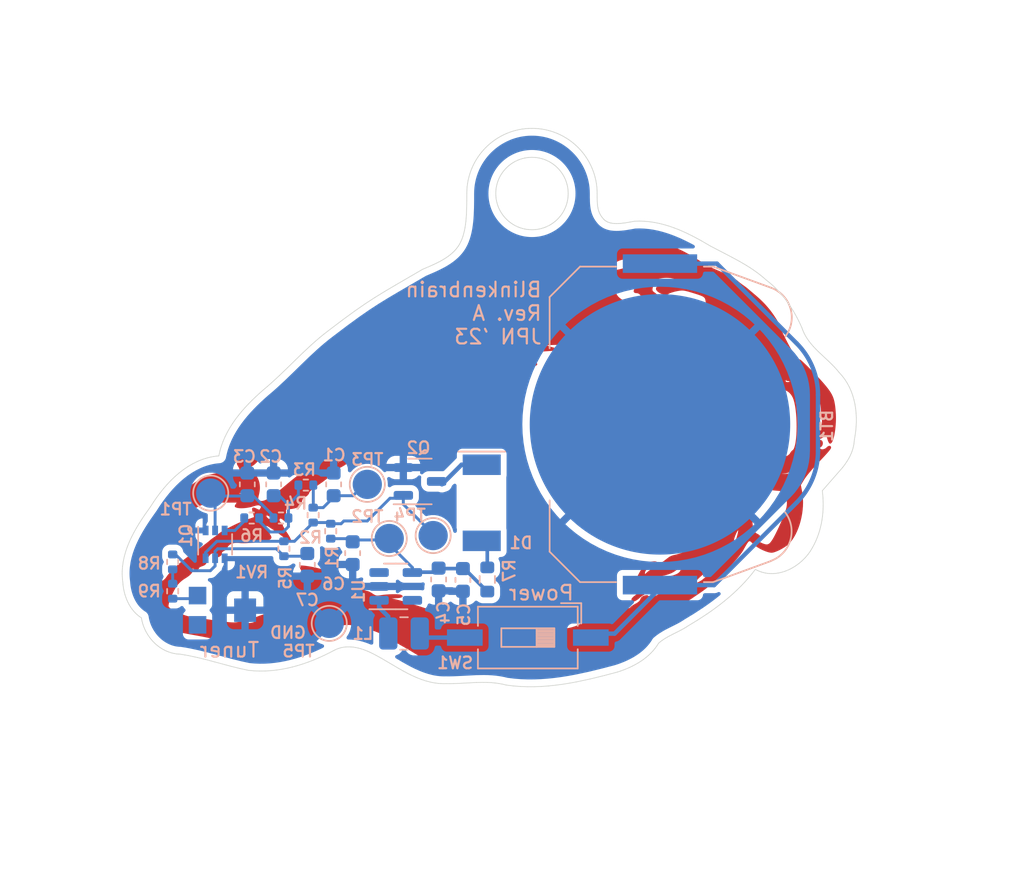
<source format=kicad_pcb>
(kicad_pcb (version 20221018) (generator pcbnew)
  (title_block (title "Blinkenbrain") (rev "A") (company "Open Ephys, Inc") (comment 1 "Jonathan P. Newman"))
  (layers (0 "F.Cu" signal) (31 "B.Cu" signal) (34 "B.Paste" user) (35 "F.Paste" user) (36 "B.SilkS" user "B.Silkscreen") (37 "F.SilkS" user "F.Silkscreen") (38 "B.Mask" user) (39 "F.Mask" user) (44 "Edge.Cuts" user))
  (net 0 "")
  (net 1 "Net-(BT1-+)")
  (net 2 "GND")
  (net 3 "Net-(SW1-B)")
  (net 4 "Net-(Q1A-B1)")
  (net 5 "Net-(Q1B-B2)")
  (net 6 "Net-(D1-K)")
  (net 7 "Net-(D1-A)")
  (net 8 "Net-(Q1B-C2)")
  (net 9 "/LED_{En}")
  (net 10 "+5V")
  (net 11 "Net-(R8-Pad1)")
  (net 13 "Net-(U1-SW)")
  (net 14 "Net-(C1-Pad1)")
  (net 15 "Net-(C2-Pad1)")
  (net 16 "Net-(R9-Pad1)")
  (footprint "Resistor_SMD:R_0402_1005Metric" (layer "B.Cu") (at 136.4 100.2 90)
    (fp_text reference "R2")
    (fp_text value "22k" hide)
  )
  (footprint "Capacitor_SMD:C_0603_1608Metric" (layer "B.Cu") (at 139.1 102.8 -90)
    (fp_text reference "C6")
    (fp_text value "10uF" hide)
  )
  (footprint "TestPoint:TestPoint_Pad_D2.0mm" (layer "B.Cu") (at 129.4 98.7 180)
    (fp_text reference "TP1")
    (fp_text value "TestPoint" hide)
  )
  (footprint "Package_TO_SOT_SMD:SOT-363_SC-70-6" (layer "B.Cu") (at 129.7 102.2 -90)
    (fp_text reference "Q1")
    (fp_text value "BC847BS" hide)
  )
  (footprint "LOGO" (layer "B.Cu") (at 141.8 90.3 180)
    (fp_text reference "G***" hide)
    (fp_text value "LOGO" hide)
  )
  (footprint "TestPoint:TestPoint_Pad_D2.0mm" (layer "B.Cu") (at 141.6 101.8 180)
    (fp_text reference "TP2")
    (fp_text value "TestPoint" hide)
  )
  (footprint "Package_TO_SOT_SMD:SOT-23-5" (layer "B.Cu") (at 142.04375 105.075)
    (fp_text reference "U1")
    (fp_text value "	\nTPS613222ADBVR" hide)
  )
  (footprint "Button_Switch_SMD:SW_DIP_SPSTx01_Slide_6.7x4.1mm_W8.61mm_P2.54mm_LowProfile" (layer "B.Cu") (at 151.07 108.57 180)
    (fp_text reference "SW1")
    (fp_text value "DS04-254-2-01BK-SMT" hide)
  )
  (footprint "Resistor_SMD:R_0402_1005Metric" (layer "B.Cu") (at 134.4 102.5 90)
    (fp_text reference "R5")
    (fp_text value "100k" hide)
  )
  (footprint "open-ephys:SUNLED_PLCC2-INV" (layer "B.Cu") (at 147.92 99.36 -90)
    (fp_text reference "D1")
    (fp_text value "XZVG45WT-9" hide)
  )
  (footprint "Resistor_SMD:R_0402_1005Metric" (layer "B.Cu") (at 135.9 98.15 180)
    (fp_text reference "R3")
    (fp_text value "47k" hide)
  )
  (footprint "open-ephys:BOURNS_TC33" (layer "B.Cu") (at 130.3 106.7 90)
    (fp_text reference "RV1")
    (fp_text value "TC33X-2-104E" hide)
  )
  (footprint "Battery:BatteryHolder_Keystone_3034_1x20mm" (layer "B.Cu") (at 160.1 94 -90)
    (fp_text reference "BT1")
    (fp_text value "3034" hide)
  )
  (footprint "Capacitor_SMD:C_0603_1608Metric" (layer "B.Cu") (at 137.8 98.1 90)
    (fp_text reference "C1")
    (fp_text value "2.2uF" hide)
  )
  (footprint "Capacitor_SMD:C_0603_1608Metric" (layer "B.Cu") (at 144.97375 104.6 -90)
    (fp_text reference "C4")
    (fp_text value "10uF" hide)
  )
  (footprint "Capacitor_SMD:C_0603_1608Metric" (layer "B.Cu") (at 146.63375 104.63 -90)
    (fp_text reference "C5")
    (fp_text value "10uF" hide)
  )
  (footprint "Resistor_SMD:R_0402_1005Metric" (layer "B.Cu") (at 132.2 100.4)
    (fp_text reference "R6")
    (fp_text value "100k" hide)
  )
  (footprint "Resistor_SMD:R_0603_1608Metric" (layer "B.Cu") (at 148.3 104.6 -90)
    (fp_text reference "R7")
    (fp_text value "470" hide)
  )
  (footprint "Capacitor_SMD:C_0603_1608Metric" (layer "B.Cu") (at 136 103.6 -90)
    (fp_text reference "C7")
    (fp_text value "1uF" hide)
  )
  (footprint "Resistor_SMD:R_0402_1005Metric" (layer "B.Cu") (at 126.8 103.4 90)
    (fp_text reference "R8")
    (fp_text value "47k" hide)
  )
  (footprint "Capacitor_SMD:C_0603_1608Metric" (layer "B.Cu") (at 133.7 98.1 90)
    (fp_text reference "C2")
    (fp_text value "2.2uF" hide)
  )
  (footprint "Capacitor_SMD:C_0603_1608Metric" (layer "B.Cu") (at 131.9 98.1 90)
    (fp_text reference "C3")
    (fp_text value "2.2uF" hide)
  )
  (footprint "Inductor_SMD:L_1008_2520Metric" (layer "B.Cu") (at 142.61 108.29 180)
    (fp_text reference "L1")
    (fp_text value "DFE252012P-2R2M=P2" hide)
  )
  (footprint "Resistor_SMD:R_0402_1005Metric" (layer "B.Cu") (at 134.2 100.4 180)
    (fp_text reference "R4")
    (fp_text value "47k" hide)
  )
  (footprint "TestPoint:TestPoint_Pad_D2.0mm" (layer "B.Cu") (at 144.6 101.6 180)
    (fp_text reference "TP4")
    (fp_text value "TestPoint" hide)
  )
  (footprint "Package_TO_SOT_SMD:SOT-23-3" (layer "B.Cu") (at 143.7 97.9)
    (fp_text reference "Q2")
    (fp_text value "NX6008NBKW" hide)
  )
  (footprint "TestPoint:TestPoint_Pad_D2.0mm" (layer "B.Cu") (at 140.1 98.1 180)
    (fp_text reference "TP3")
    (fp_text value "TestPoint" hide)
  )
  (footprint "Resistor_SMD:R_0402_1005Metric" (layer "B.Cu") (at 126.8 105.4 90)
    (fp_text reference "R9")
    (fp_text value "22k" hide)
  )
  (footprint "Resistor_SMD:R_0402_1005Metric" (layer "B.Cu") (at 137.6 101.3 90)
    (fp_text reference "R1")
    (fp_text value "22k" hide)
  )
  (footprint "TestPoint:TestPoint_Pad_D2.0mm" (layer "B.Cu") (at 137.5 107.6 180)
    (fp_text reference "TP5")
    (fp_text value "TestPoint" hide)
  )
  (gr_poly (pts (xy 158.865369 81.331703) (xy 159.148949 81.358053) (xy 159.443868 81.403494) (xy 159.749061 81.467717) (xy 160.063465 81.550417) (xy 160.386015 81.651287) (xy 160.715648 81.77002) (xy 161.0513 81.90631) (xy 161.391908 82.059849) (xy 161.736406 82.230332) (xy 162.083732 82.417452) (xy 162.432822 82.620901) (xy 162.782611 82.840374) (xy 162.927585 82.932022) (xy 163.082353 83.025195) (xy 163.242132 83.117305) (xy 163.402139 83.205765) (xy 163.55759 83.287987) (xy 163.703703 83.361382) (xy 163.835694 83.423362) (xy 163.948779 83.471341) (xy 164.154339 83.556845) (xy 164.374474 83.656534) (xy 164.598655 83.76486) (xy 164.816353 83.876277) (xy 165.017039 83.98524) (xy 165.190182 84.0862) (xy 165.325253 84.173613) (xy 165.375222 84.210506) (xy 165.411723 84.241932) (xy 165.422373 84.251915) (xy 165.435242 84.263369) (xy 165.466943 84.290155) (xy 165.505436 84.321219) (xy 165.549327 84.355489) (xy 165.597225 84.391894) (xy 165.647739 84.429362) (xy 165.699474 84.466821) (xy 165.751041 84.503201) (xy 165.85343 84.575761) (xy 165.949346 84.646149) (xy 165.991516 84.678016) (xy 166.028036 84.706324) (xy 166.05756 84.730067) (xy 166.078746 84.748242) (xy 166.139847 84.801632) (xy 166.24683 84.893034) (xy 166.384622 85.009639) (xy 166.53815 85.138638) (xy 166.688057 85.266322) (xy 166.827294 85.3896) (xy 166.957644 85.510246) (xy 167.080886 85.630038) (xy 167.198801 85.750749) (xy 167.313169 85.874158) (xy 167.425771 86.002038) (xy 167.538387 86.136166) (xy 167.6348 86.258448) (xy 167.737123 86.396571) (xy 167.8396 86.541798) (xy 167.936473 86.68539) (xy 168.021985 86.818609) (xy 168.090379 86.932717) (xy 168.116357 86.979873) (xy 168.135897 87.018975) (xy 168.148278 87.04893) (xy 168.152782 87.068646) (xy 168.160418 87.102144) (xy 168.181438 87.160713) (xy 168.257708 87.340915) (xy 168.369746 87.58496) (xy 168.505707 87.868558) (xy 168.653747 88.167417) (xy 168.802019 88.457246) (xy 168.93868 88.713753) (xy 169.051883 88.912648) (xy 169.098443 88.988626) (xy 169.144385 89.060917) (xy 169.189563 89.129352) (xy 169.233833 89.193765) (xy 169.277049 89.253987) (xy 169.319064 89.30985) (xy 169.359736 89.361189) (xy 169.398917 89.407834) (xy 169.436462 89.44962) (xy 169.472227 89.486377) (xy 169.506065 89.517938) (xy 169.537832 89.544137) (xy 169.567382 89.564806) (xy 169.594569 89.579776) (xy 169.619249 89.588881) (xy 169.630604 89.591182) (xy 169.641277 89.591954) (xy 169.6509 89.595077) (xy 169.666148 89.604242) (xy 169.712302 89.639484) (xy 169.777301 89.695242) (xy 169.858708 89.769082) (xy 170.061003 89.961261) (xy 170.299692 90.196532) (xy 170.555281 90.455407) (xy 170.808278 90.718398) (xy 171.039188 90.966017) (xy 171.228519 91.178776) (xy 171.346571 91.317884) (xy 171.452305 91.446315) (xy 171.5465 91.56586) (xy 171.629935 91.678308) (xy 171.703387 91.785451) (xy 171.767636 91.889078) (xy 171.82346 91.99098) (xy 171.871637 92.092945) (xy 171.912946 92.196766) (xy 171.948165 92.304231) (xy 171.978074 92.417132) (xy 172.00345 92.537257) (xy 172.025072 92.666398) (xy 172.043718 92.806344) (xy 172.060168 92.958886) (xy 172.075198 93.125813) (xy 172.086485 93.302502) (xy 172.091638 93.484092) (xy 172.091022 93.668335) (xy 172.085004 93.852981) (xy 172.07395 94.035781) (xy 172.058225 94.214486) (xy 172.038196 94.386846) (xy 172.014227 94.550613) (xy 171.986686 94.703536) (xy 171.955937 94.843368) (xy 171.922346 94.967857) (xy 171.88628 95.074756) (xy 171.848104 95.161815) (xy 171.808184 95.226785) (xy 171.787684 95.250284) (xy 171.766885 95.267417) (xy 171.745833 95.277902) (xy 171.724574 95.28146) (xy 171.721021 95.281121) (xy 171.717323 95.280115) (xy 171.713491 95.278459) (xy 171.709533 95.276169) (xy 171.705458 95.273261) (xy 171.701275 95.269753) (xy 171.696994 95.265662) (xy 171.692623 95.261003) (xy 171.688171 95.255793) (xy 171.683648 95.250049) (xy 171.679061 95.243788) (xy 171.674421 95.237026) (xy 171.665016 95.222066) (xy 171.655503 95.205302) (xy 171.645954 95.186867) (xy 171.636443 95.166893) (xy 171.62704 95.145515) (xy 171.617817 95.122864) (xy 171.608847 95.099074) (xy 171.600201 95.074278) (xy 171.591952 95.048608) (xy 171.584171 95.022198) (xy 171.56632 94.960366) (xy 171.549482 94.905882) (xy 171.533387 94.85857) (xy 171.517769 94.818254) (xy 171.502357 94.784759) (xy 171.494645 94.770514) (xy 171.486885 94.757908) (xy 171.479042 94.746919) (xy 171.471083 94.737526) (xy 171.462974 94.729706) (xy 171.454683 94.723437) (xy 171.446175 94.718697) (xy 171.437416 94.715465) (xy 171.428374 94.713717) (xy 171.419015 94.713434) (xy 171.409305 94.714591) (xy 171.399211 94.717168) (xy 171.388699 94.721142) (xy 171.377735 94.726492) (xy 171.366286 94.733195) (xy 171.354319 94.74123) (xy 171.328695 94.761205) (xy 171.300594 94.786243) (xy 171.269748 94.816166) (xy 171.253995 94.831168) (xy 171.237201 94.845749) (xy 171.219518 94.859833) (xy 171.201096 94.873345) (xy 171.182084 94.886209) (xy 171.162632 94.89835) (xy 171.142892 94.909693) (xy 171.123012 94.920162) (xy 171.103143 94.929681) (xy 171.083436 94.938176) (xy 171.06404 94.945571) (xy 171.045106 94.951791) (xy 171.026783 94.956759) (xy 171.009222 94.960402) (xy 170.992572 94.962642) (xy 170.976985 94.963406) (xy 170.962387 94.963773) (xy 170.948644 94.964848) (xy 170.935806 94.966597) (xy 170.923927 94.968982) (xy 170.913058 94.971969) (xy 170.903252 94.975519) (xy 170.894562 94.979598) (xy 170.890651 94.981824) (xy 170.887039 94.984168) (xy 170.883731 94.986627) (xy 170.880735 94.989195) (xy 170.878056 94.991868) (xy 170.875703 94.994641) (xy 170.87368 94.997511) (xy 170.871995 95.000471) (xy 170.870653 95.003519) (xy 170.869663 95.006649) (xy 170.869029 95.009856) (xy 170.868759 95.013137) (xy 170.868859 95.016487) (xy 170.869336 95.0199) (xy 170.870196 95.023374) (xy 170.871446 95.026903) (xy 170.873092 95.030482) (xy 170.875141 95.034108) (xy 170.877558 95.037733) (xy 170.880301 95.041312) (xy 170.883356 95.044841) (xy 170.886713 95.048315) (xy 170.89036 95.051729) (xy 170.894285 95.055078) (xy 170.898476 95.058359) (xy 170.902923 95.061567) (xy 170.912535 95.067744) (xy 170.923028 95.073574) (xy 170.934309 95.07902) (xy 170.946286 95.084047) (xy 170.958865 95.088617) (xy 170.971954 95.092696) (xy 170.985461 95.096247) (xy 170.999291 95.099233) (xy 171.013354 95.101618) (xy 171.027555 95.103367) (xy 171.041802 95.104443) (xy 171.056003 95.104809) (xy 171.071859 95.10572) (xy 171.086786 95.108387) (xy 171.100779 95.112712) (xy 171.113832 95.118597) (xy 171.125941 95.125941) (xy 171.137101 95.134648) (xy 171.147305 95.144618) (xy 171.15655 95.155752) (xy 171.16483 95.167953) (xy 171.172139 95.181121) (xy 171.178474 95.195158) (xy 171.183829 95.209966) (xy 171.188198 95.225445) (xy 171.191577 95.241497) (xy 171.193961 95.258024) (xy 171.195344 95.274928) (xy 171.195722 95.292108) (xy 171.195089 95.309467) (xy 171.19344 95.326906) (xy 171.19077 95.344327) (xy 171.187074 95.361631) (xy 171.182347 95.37872) (xy 171.176584 95.395494) (xy 171.16978 95.411856) (xy 171.16193 95.427706) (xy 171.153028 95.442946) (xy 171.143069 95.457477) (xy 171.132049 95.471202) (xy 171.119962 95.484021) (xy 171.106804 95.495835) (xy 171.092568 95.506546) (xy 171.077251 95.516056) (xy 171.071373 95.519488) (xy 171.065697 95.523083) (xy 171.060228 95.526832) (xy 171.05497 95.530726) (xy 171.049927 95.534755) (xy 171.045104 95.538911) (xy 171.040505 95.543184) (xy 171.036134 95.547564) (xy 171.031995 95.552044) (xy 171.028093 95.556612) (xy 171.024432 95.56126) (xy 171.021016 95.565979) (xy 171.017849 95.57076) (xy 171.014936 95.575592) (xy 171.012281 95.580467) (xy 171.009888 95.585376) (xy 171.007762 95.590309) (xy 171.005906 95.595258) (xy 171.004325 95.600211) (xy 171.003024 95.605162) (xy 171.002006 95.610099) (xy 171.001275 95.615015) (xy 171.000837 95.619899) (xy 171.000695 95.624743) (xy 171.000854 95.629536) (xy 171.001317 95.634271) (xy 171.00209 95.638937) (xy 171.003176 95.643525) (xy 171.004579 95.648027) (xy 171.006304 95.652432) (xy 171.008356 95.656731) (xy 171.010738 95.660916) (xy 171.018675 95.672338) (xy 171.027743 95.682826) (xy 171.037878 95.692389) (xy 171.049017 95.701034) (xy 171.061097 95.708769) (xy 171.074052 95.7156) (xy 171.08782 95.721537) (xy 171.102337 95.726585) (xy 171.117539 95.730754) (xy 171.133363 95.73405) (xy 171.149744 95.736481) (xy 171.16662 95.738055) (xy 171.183925 95.73878) (xy 171.201597 95.738662) (xy 171.219572 95.73771) (xy 171.237786 95.735931) (xy 171.256175 95.733333) (xy 171.274676 95.729923) (xy 171.293224 95.725709) (xy 171.311757 95.720698) (xy 171.330211 95.714899) (xy 171.348521 95.708318) (xy 171.366624 95.700964) (xy 171.384456 95.692844) (xy 171.401954 95.683965) (xy 171.419054 95.674335) (xy 171.435692 95.663963) (xy 171.451804 95.652854) (xy 171.467327 95.641018) (xy 171.482197 95.628461) (xy 171.49635 95.615191) (xy 171.509723 95.601216) (xy 171.520669 95.589525) (xy 171.531683 95.578548) (xy 171.542738 95.568287) (xy 171.553806 95.558743) (xy 171.564861 95.549917) (xy 171.575875 95.541812) (xy 171.586822 95.534428) (xy 171.597672 95.527767) (xy 171.6084 95.52183) (xy 171.618978 95.516618) (xy 171.629379 95.512134) (xy 171.639576 95.508378) (xy 171.649541 95.505352) (xy 171.659247 95.503057) (xy 171.668667 95.501495) (xy 171.677773 95.500667) (xy 171.686538 95.500575) (xy 171.694936 95.501219) (xy 171.702939 95.502602) (xy 171.710518 95.504725) (xy 171.717649 95.507588) (xy 171.724302 95.511195) (xy 171.730451 95.515545) (xy 171.736068 95.520641) (xy 171.741127 95.526484) (xy 171.745599 95.533075) (xy 171.749459 95.540415) (xy 171.752677 95.548507) (xy 171.755228 95.557352) (xy 171.757084 95.56695) (xy 171.758218 95.577303) (xy 171.758601 95.588414) (xy 171.757936 95.596311) (xy 171.755909 95.605323) (xy 171.75247 95.615506) (xy 171.747572 95.626914) (xy 171.741166 95.639604) (xy 171.733204 95.653632) (xy 171.712418 95.685925) (xy 171.684828 95.724239) (xy 171.650046 95.769023) (xy 171.607685 95.820722) (xy 171.557359 95.879784) (xy 171.49868 95.946656) (xy 171.431262 96.021785) (xy 171.354717 96.105617) (xy 171.268658 96.198601) (xy 171.066454 96.41381) (xy 170.821552 96.670987) (xy 170.685486 96.816173) (xy 170.549164 96.967178) (xy 170.416241 97.119584) (xy 170.290372 97.268974) (xy 170.175211 97.41093) (xy 170.074413 97.541036) (xy 169.991632 97.654875) (xy 169.958139 97.704313) (xy 169.930522 97.748028) (xy 169.692668 98.142399) (xy 169.781001 98.610516) (xy 169.816707 98.844534) (xy 169.83758 99.086325) (xy 169.844138 99.333877) (xy 169.836903 99.585181) (xy 169.816393 99.838226) (xy 169.783128 100.091) (xy 169.737628 100.341493) (xy 169.680413 100.587694) (xy 169.612001 100.827592) (xy 169.532914 101.059176) (xy 169.44367 101.280437) (xy 169.344789 101.489362) (xy 169.236792 101.683941) (xy 169.120196 101.862164) (xy 168.995523 102.022019) (xy 168.863292 102.161496) (xy 168.809379 102.209344) (xy 168.747847 102.25835) (xy 168.679846 102.307927) (xy 168.606527 102.357489) (xy 168.529041 102.406452) (xy 168.448537 102.454229) (xy 168.366167 102.500235) (xy 168.28308 102.543885) (xy 168.200428 102.584592) (xy 168.11936 102.621771) (xy 168.041027 102.654837) (xy 167.96658 102.683205) (xy 167.897169 102.706287) (xy 167.833944 102.7235) (xy 167.778056 102.734257) (xy 167.730655 102.737973) (xy 167.670406 102.734382) (xy 167.602706 102.72396) (xy 167.528669 102.707231) (xy 167.449408 102.684722) (xy 167.366034 102.656958) (xy 167.279661 102.624464) (xy 167.191401 102.587765) (xy 167.102368 102.547387) (xy 167.013673 102.503854) (xy 166.926429 102.457694) (xy 166.84175 102.40943) (xy 166.760748 102.359588) (xy 166.684535 102.308694) (xy 166.614225 102.257272) (xy 166.550929 102.205849) (xy 166.495761 102.15495) (xy 166.438704 102.09809) (xy 166.388604 102.049202) (xy 166.36579 102.02797) (xy 166.34427 102.008999) (xy 166.323893 101.992377) (xy 166.304513 101.978194) (xy 166.285979 101.966539) (xy 166.268144 101.9575) (xy 166.250858 101.951168) (xy 166.242375 101.949044) (xy 166.233974 101.94763) (xy 166.225636 101.946938) (xy 166.217342 101.946977) (xy 166.209074 101.94776) (xy 166.200813 101.949298) (xy 166.192541 101.951601) (xy 166.184239 101.954681) (xy 166.175889 101.958548) (xy 166.167472 101.963215) (xy 166.150363 101.974991) (xy 166.132762 101.990096) (xy 166.114522 102.008621) (xy 166.095493 102.030653) (xy 166.075527 102.056283) (xy 166.054476 102.0856) (xy 166.032191 102.118692) (xy 166.008522 102.155649) (xy 165.956441 102.241514) (xy 165.897044 102.343907) (xy 165.751544 102.601132) (xy 165.671419 102.728315) (xy 165.563546 102.87668) (xy 165.431047 103.043126) (xy 165.277045 103.224555) (xy 165.104665 103.417868) (xy 164.917028 103.619964) (xy 164.717258 103.827746) (xy 164.508478 104.038114) (xy 164.076379 104.45421) (xy 163.859307 104.653739) (xy 163.645716 104.843457) (xy 163.438731 105.020265) (xy 163.241474 105.181064) (xy 163.057068 105.322753) (xy 162.888637 105.442234) (xy 162.544844 105.674933) (xy 162.214527 105.900227) (xy 162.146235 105.945397) (xy 162.075055 105.989411) (xy 162.003078 106.031172) (xy 161.932396 106.069583) (xy 161.865103 106.103547) (xy 161.803289 106.131964) (xy 161.775091 106.143751) (xy 161.749048 106.15374) (xy 161.725421 106.161793) (xy 161.704471 106.167775) (xy 161.685265 106.17299) (xy 161.666753 106.178806) (xy 161.649025 106.185161) (xy 161.632169 106.191993) (xy 161.616276 106.199239) (xy 161.601433 106.206839) (xy 161.587732 106.214728) (xy 161.57526 106.222846) (xy 161.564106 106.231131) (xy 161.554361 106.239519) (xy 161.546114 106.247949) (xy 161.539453 106.256359) (xy 161.534468 106.264687) (xy 161.532632 106.268801) (xy 161.531248 106.272871) (xy 161.530327 106.276889) (xy 161.529882 106.280847) (xy 161.529922 106.284739) (xy 161.53046 106.288556) (xy 161.530992 106.292382) (xy 161.531023 106.2963) (xy 161.530562 106.300301) (xy 161.529622 106.304378) (xy 161.528214 106.308521) (xy 161.526348 106.312723) (xy 161.524037 106.316977) (xy 161.521291 106.321272) (xy 161.518122 106.325602) (xy 161.514541 106.329959) (xy 161.510559 106.334333) (xy 161.506187 106.338718) (xy 161.501438 106.343104) (xy 161.496322 106.347484) (xy 161.49085 106.351849) (xy 161.485033 106.356192) (xy 161.478884 106.360504) (xy 161.472413 106.364777) (xy 161.465631 106.369003) (xy 161.45855 106.373174) (xy 161.443536 106.381316) (xy 161.42746 106.38914) (xy 161.410412 106.39658) (xy 161.392483 106.403571) (xy 161.373763 106.410047) (xy 161.354343 106.415943) (xy 161.333761 106.422231) (xy 161.311637 106.429851) (xy 161.288175 106.438699) (xy 161.263581 106.448671) (xy 161.211815 106.471574) (xy 161.157978 106.497731) (xy 161.10371 106.526312) (xy 161.050649 106.556489) (xy 161.000435 106.587433) (xy 160.976908 106.602933) (xy 160.954707 106.618313) (xy 160.912143 106.648082) (xy 160.871001 106.675858) (xy 160.832283 106.701034) (xy 160.796994 106.722998) (xy 160.766135 106.741142) (xy 160.740709 106.754857) (xy 160.730347 106.759863) (xy 160.72172 106.763533) (xy 160.714952 106.76579) (xy 160.71017 106.76656) (xy 160.702741 106.76876) (xy 160.688209 106.775215) (xy 160.639381 106.800021) (xy 160.566782 106.839239) (xy 160.473506 106.891129) (xy 160.36265 106.953953) (xy 160.237307 107.02597) (xy 160.100575 107.105443) (xy 159.955547 107.190632) (xy 159.672499 107.355285) (xy 159.432804 107.490122) (xy 159.33712 107.542011) (xy 159.261759 107.581228) (xy 159.209884 107.606034) (xy 159.193742 107.612489) (xy 159.184657 107.614689) (xy 159.175581 107.615582) (xy 159.165626 107.618222) (xy 159.154838 107.622554) (xy 159.143261 107.628522) (xy 159.130942 107.636071) (xy 159.117924 107.645146) (xy 159.104254 107.655691) (xy 159.089975 107.667649) (xy 159.059775 107.695587) (xy 159.027684 107.728514) (xy 158.994062 107.765986) (xy 158.959271 107.807558) (xy 158.92367 107.852787) (xy 158.887621 107.901227) (xy 158.851484 107.952433) (xy 158.815619 108.005961) (xy 158.780387 108.061367) (xy 158.746148 108.118205) (xy 158.713264 108.176032) (xy 158.682094 108.234402) (xy 158.643007 108.305995) (xy 158.601153 108.374476) (xy 158.556265 108.440059) (xy 158.508077 108.502961) (xy 158.456322 108.563395) (xy 158.400733 108.621578) (xy 158.341043 108.677725) (xy 158.276985 108.732049) (xy 158.208293 108.784768) (xy 158.1347 108.836095) (xy 158.055939 108.886246) (xy 157.971743 108.935436) (xy 157.881845 108.98388) (xy 157.785979 109.031794) (xy 157.683878 109.079391) (xy 157.575275 109.126889) (xy 156.881091 109.423489) (xy 156.794168 109.458968) (xy 156.693863 109.49604) (xy 156.459646 109.573303) (xy 156.191522 109.651966) (xy 155.902576 109.728715) (xy 155.605889 109.80024) (xy 155.314544 109.863226) (xy 155.041624 109.914363) (xy 154.800212 109.950337) (xy 154.665008 109.969027) (xy 154.512382 109.993644) (xy 154.34757 110.023136) (xy 154.175806 110.056449) (xy 154.002326 110.09253) (xy 153.832363 110.130325) (xy 153.671152 110.168781) (xy 153.523929 110.206845) (xy 153.322135 110.259103) (xy 153.227738 110.281304) (xy 153.135727 110.301102) (xy 153.044644 110.318658) (xy 152.953027 110.334134) (xy 152.859417 110.347691) (xy 152.762353 110.35949) (xy 152.660377 110.369693) (xy 152.552026 110.378461) (xy 152.310367 110.39234) (xy 152.025694 110.402417) (xy 151.686328 110.409985) (xy 151.192382 110.413122) (xy 150.709552 110.405973) (xy 150.48961 110.399008) (xy 150.293212 110.39003) (xy 150.127281 110.379228) (xy 149.998737 110.366787) (xy 149.998721 110.366734) (xy 149.751744 110.333294) (xy 149.464732 110.289827) (xy 149.173306 110.241961) (xy 148.913089 110.195324) (xy 148.785968 110.172774) (xy 148.657533 110.153141) (xy 148.527492 110.136423) (xy 148.395554 110.122621) (xy 148.261428 110.111732) (xy 148.124824 110.103754) (xy 147.985451 110.098687) (xy 147.843017 110.096529) (xy 147.697232 110.097279) (xy 147.547804 110.100935) (xy 147.236859 110.116961) (xy 146.907853 110.144595) (xy 146.55846 110.183827) (xy 146.331977 110.207858) (xy 146.105671 110.223497) (xy 145.880289 110.230874) (xy 145.656577 110.230118) (xy 145.435281 110.221356) (xy 145.217147 110.20472) (xy 145.002921 110.180336) (xy 144.793351 110.148335) (xy 144.589181 110.108845) (xy 144.391158 110.061995) (xy 144.200029 110.007915) (xy 144.01654 109.946732) (xy 143.841436 109.878577) (xy 143.675465 109.803578) (xy 143.519373 109.721864) (xy 143.373905 109.633564) (xy 143.318769 109.598466) (xy 143.247388 109.554568) (xy 143.067843 109.447407) (xy 142.859177 109.326147) (xy 142.645297 109.204853) (xy 142.403215 109.066732) (xy 142.117758 108.899643) (xy 141.93662 108.791532) (xy 147.682126 108.791532) (xy 147.682499 108.793061) (xy 147.683281 108.794536) (xy 147.684471 108.795956) (xy 147.686068 108.79732) (xy 147.688069 108.798626) (xy 147.690474 108.799874) (xy 147.693282 108.801061) (xy 147.69649 108.802186) (xy 147.700097 108.803248) (xy 147.704103 108.804246) (xy 147.708505 108.805179) (xy 147.713303 108.806044) (xy 147.718495 108.806841) (xy 147.724079 108.807568) (xy 147.730054 108.808224) (xy 147.743172 108.809317) (xy 147.757839 108.810109) (xy 147.771417 108.810444) (xy 147.78418 108.810339) (xy 147.79608 108.809812) (xy 147.807069 108.808881) (xy 147.8171 108.807565) (xy 147.826125 108.805883) (xy 147.834097 108.803853) (xy 147.840967 108.801494) (xy 147.84669 108.798824) (xy 147.851216 108.795863) (xy 147.853016 108.794279) (xy 147.854499 108.792628) (xy 147.85566 108.790914) (xy 147.856491 108.789139) (xy 147.856988 108.787305) (xy 147.857144 108.785414) (xy 147.856954 108.783468) (xy 147.856412 108.781471) (xy 147.85551 108.779423) (xy 147.854245 108.777329) (xy 147.852609 108.775189) (xy 147.850597 108.773007) (xy 147.850604 108.773404) (xy 147.848294 108.771262) (xy 147.845772 108.769244) (xy 147.843049 108.767349) (xy 147.840132 108.765579) (xy 147.83703 108.763932) (xy 147.833752 108.76241) (xy 147.830306 108.761013) (xy 147.826702 108.75974) (xy 147.819052 108.757571) (xy 147.81087 108.755905) (xy 147.802228 108.754745) (xy 147.793193 108.754092) (xy 147.783836 108.753948) (xy 147.774226 108.754317) (xy 147.764432 108.7552) (xy 147.754523 108.7566) (xy 147.74457 108.758518) (xy 147.734642 108.760957) (xy 147.724808 108.763919) (xy 147.715137 108.767407) (xy 147.710065 108.769508) (xy 147.705421 108.771573) (xy 147.701202 108.773601) (xy 147.697407 108.77559) (xy 147.694036 108.77754) (xy 147.691086 108.779448) (xy 147.688556 108.781313) (xy 147.686446 108.783134) (xy 147.684752 108.78491) (xy 147.683475 108.786639) (xy 147.682613 108.78832) (xy 147.682163 108.789952) (xy 147.682126 108.791532) (xy 141.93662 108.791532) (xy 141.824564 108.724652) (xy 141.559268 108.562825) (xy 141.403224 108.469996) (xy 141.324297 108.425926) (xy 141.24436 108.383242) (xy 141.163109 108.341814) (xy 141.080239 108.301511) (xy 140.995445 108.2622) (xy 140.908423 108.22375) (xy 140.726472 108.148909) (xy 140.531949 108.075936) (xy 140.322415 108.003779) (xy 140.095432 107.931385) (xy 139.854777 107.859683) (xy 139.631874 107.799107) (xy 139.4239 107.749966) (xy 139.228029 107.712569) (xy 139.041438 107.687225) (xy 138.861301 107.674242) (xy 138.684796 107.673928) (xy 138.509097 107.686593) (xy 138.331381 107.712546) (xy 138.148822 107.752093) (xy 137.958598 107.805545) (xy 137.757882 107.87321) (xy 137.543852 107.955397) (xy 137.313682 108.052414) (xy 137.064549 108.164569) (xy 136.793628 108.292172) (xy 136.537923 108.413288) (xy 136.323127 108.512472) (xy 136.171789 108.579487) (xy 136.126963 108.597733) (xy 136.106456 108.6041) (xy 136.100863 108.605004) (xy 136.091629 108.607656) (xy 136.06308 108.617848) (xy 136.022487 108.633964) (xy 135.971527 108.655289) (xy 135.911876 108.68111) (xy 135.845213 108.710714) (xy 135.773213 108.743387) (xy 135.697555 108.778416) (xy 135.608204 108.817285) (xy 135.496963 108.860976) (xy 135.368258 108.908001) (xy 135.226519 108.956875) (xy 135.076175 109.006111) (xy 134.921655 109.054222) (xy 134.767386 109.099722) (xy 134.617797 109.141125) (xy 134.404823 109.195816) (xy 134.30759 109.218791) (xy 134.214552 109.23907) (xy 134.124227 109.256815) (xy 134.035136 109.272188) (xy 133.945796 109.285353) (xy 133.854728 109.296471) (xy 133.760449 109.305706) (xy 133.661479 109.313219) (xy 133.556337 109.319175) (xy 133.443542 109.323734) (xy 133.189068 109.329316) (xy 132.886211 109.331265) (xy 132.549865 109.331196) (xy 132.284293 109.327339) (xy 132.171354 109.322983) (xy 132.068079 109.31647) (xy 131.97179 109.307398) (xy 131.879811 109.295363) (xy 131.789465 109.279962) (xy 131.698076 109.260792) (xy 131.602966 109.23745) (xy 131.501459 109.209533) (xy 131.268547 109.138361) (xy 130.977928 109.044049) (xy 130.586053 108.917483) (xy 130.246009 108.812111) (xy 129.93864 108.723162) (xy 129.644792 108.64587) (xy 129.345311 108.575465) (xy 129.021041 108.507179) (xy 128.65283 108.436244) (xy 128.221523 108.357891) (xy 128.17453 108.349273) (xy 131.376325 108.349273) (xy 131.376341 108.350969) (xy 131.376609 108.352628) (xy 131.377128 108.354247) (xy 131.377901 108.355829) (xy 131.378927 108.357373) (xy 131.380209 108.358879) (xy 131.381745 108.360348) (xy 131.383539 108.361779) (xy 131.3879 108.364531) (xy 131.393297 108.367136) (xy 131.399739 108.369596) (xy 131.407232 108.371913) (xy 131.415784 108.374088) (xy 131.425401 108.376123) (xy 131.436091 108.378019) (xy 131.44786 108.379779) (xy 131.460716 108.381404) (xy 131.474667 108.382896) (xy 131.489718 108.384255) (xy 131.505878 108.385485) (xy 131.523153 108.386586) (xy 131.541551 108.38756) (xy 131.561078 108.388409) (xy 131.60355 108.389737) (xy 131.650625 108.390585) (xy 131.702361 108.390965) (xy 131.784289 108.389742) (xy 131.860585 108.385829) (xy 131.929618 108.379503) (xy 131.960901 108.375522) (xy 131.989757 108.371041) (xy 132.015981 108.366095) (xy 132.039371 108.360718) (xy 132.059721 108.354947) (xy 132.076829 108.348813) (xy 132.09049 108.342354) (xy 132.1005 108.335602) (xy 132.106655 108.328593) (xy 132.108224 108.325003) (xy 132.108753 108.321362) (xy 132.108756 108.321362) (xy 132.107126 108.313143) (xy 132.102357 108.305454) (xy 132.09463 108.298295) (xy 132.084129 108.291667) (xy 132.071033 108.285568) (xy 132.055527 108.280001) (xy 132.018007 108.270456) (xy 131.973026 108.263032) (xy 131.922037 108.257729) (xy 131.866497 108.254548) (xy 131.807862 108.253487) (xy 131.747586 108.254548) (xy 131.687125 108.257729) (xy 131.627934 108.263032) (xy 131.57147 108.270456) (xy 131.519188 108.280001) (xy 131.472542 108.291667) (xy 131.451788 108.298295) (xy 131.432989 108.305454) (xy 131.416327 108.313143) (xy 131.401985 108.321362) (xy 131.395407 108.325835) (xy 131.389788 108.330144) (xy 131.385135 108.334289) (xy 131.381456 108.338273) (xy 131.379983 108.340205) (xy 131.378756 108.342097) (xy 131.377776 108.34395) (xy 131.377043 108.345763) (xy 131.37656 108.347538) (xy 131.376325 108.349273) (xy 128.17453 108.349273) (xy 127.75065 108.271532) (xy 127.374092 108.195609) (xy 127.21709 108.160114) (xy 127.078755 108.12549) (xy 126.957453 108.091158) (xy 126.851546 108.056539) (xy 126.759397 108.021054) (xy 126.679369 107.984122) (xy 126.609827 107.945166) (xy 126.549133 107.903606) (xy 126.495651 107.858862) (xy 126.447743 107.810354) (xy 126.403774 107.757505) (xy 126.362106 107.699734) (xy 126.329226 107.648664) (xy 127.325713 107.648664) (xy 127.325835 107.651625) (xy 127.326152 107.654672) (xy 127.326665 107.657802) (xy 127.327376 107.66101) (xy 127.328287 107.664291) (xy 127.3294 107.66764) (xy 127.330716 107.671054) (xy 127.332236 107.674527) (xy 127.333964 107.678056) (xy 127.3359 107.681636) (xy 127.338046 107.685261) (xy 127.340378 107.688887) (xy 127.342862 107.692466) (xy 127.348263 107.699468) (xy 127.354189 107.706232) (xy 127.360583 107.71272) (xy 127.367385 107.718897) (xy 127.374537 107.724727) (xy 127.381981 107.730174) (xy 127.389657 107.7352) (xy 127.397508 107.739771) (xy 127.405473 107.74385) (xy 127.413495 107.7474) (xy 127.421516 107.750386) (xy 127.429475 107.752772) (xy 127.433414 107.753728) (xy 127.437315 107.75452) (xy 127.441173 107.755145) (xy 127.444978 107.755596) (xy 127.448724 107.75587) (xy 127.452403 107.755963) (xy 127.455969 107.75587) (xy 127.459376 107.755596) (xy 127.462624 107.755145) (xy 127.465709 107.75452) (xy 127.468631 107.753728) (xy 127.471388 107.752772) (xy 127.473978 107.751656) (xy 127.476399 107.750386) (xy 127.47865 107.748966) (xy 127.480729 107.7474) (xy 127.482633 107.745693) (xy 127.484362 107.74385) (xy 127.485914 107.741874) (xy 127.487287 107.739771) (xy 127.488479 107.737545) (xy 127.489488 107.7352) (xy 127.490314 107.732742) (xy 127.490953 107.730174) (xy 127.491404 107.727501) (xy 127.491666 107.724727) (xy 127.491737 107.721858) (xy 127.491615 107.718897) (xy 127.491298 107.71585) (xy 127.490785 107.71272) (xy 127.490074 107.709513) (xy 127.489163 107.706232) (xy 127.488051 107.702882) (xy 127.486735 107.699468) (xy 127.485214 107.695995) (xy 127.483486 107.692466) (xy 127.48155 107.688887) (xy 127.479404 107.685261) (xy 127.477072 107.681636) (xy 127.474587 107.678056) (xy 127.469185 107.671054) (xy 127.463258 107.664291) (xy 127.456864 107.657802) (xy 127.450062 107.651625) (xy 127.442909 107.645795) (xy 127.435466 107.640349) (xy 127.42779 107.635322) (xy 127.41994 107.630751) (xy 127.411975 107.626673) (xy 127.403953 107.623122) (xy 127.395933 107.620136) (xy 127.387974 107.617751) (xy 127.384036 107.616794) (xy 127.380134 107.616002) (xy 127.376277 107.615378) (xy 127.372472 107.614926) (xy 127.368726 107.614652) (xy 127.365047 107.61456) (xy 127.361481 107.614652) (xy 127.358074 107.614926) (xy 127.354826 107.615378) (xy 127.351741 107.616002) (xy 127.348819 107.616794) (xy 127.346062 107.617751) (xy 127.343472 107.618866) (xy 127.341051 107.620136) (xy 127.3388 107.621556) (xy 127.336722 107.623122) (xy 127.334817 107.624829) (xy 127.333088 107.626673) (xy 127.331536 107.628648) (xy 127.330163 107.630751) (xy 127.328971 107.632977) (xy 127.327962 107.635322) (xy 127.327137 107.637781) (xy 127.326497 107.640349) (xy 127.326046 107.643022) (xy 127.325784 107.645795) (xy 127.325713 107.648664) (xy 126.329226 107.648664) (xy 126.326171 107.643919) (xy 126.290085 107.582286) (xy 126.25419 107.515749) (xy 126.218825 107.445222) (xy 126.184332 107.371619) (xy 126.151051 107.295854) (xy 126.119323 107.218841) (xy 126.089489 107.141495) (xy 126.061888 107.064729) (xy 126.036863 106.989458) (xy 126.014753 106.916596) (xy 125.995899 106.847056) (xy 125.980642 106.781752) (xy 125.969322 106.7216) (xy 125.96228 106.667512) (xy 125.959857 106.620404) (xy 125.957675 106.563745) (xy 125.95129 106.50737) (xy 125.940946 106.451671) (xy 125.930136 106.409672) (xy 126.480425 106.409672) (xy 126.484969 106.450009) (xy 126.492027 106.468792) (xy 126.504173 106.488987) (xy 126.521167 106.510481) (xy 126.542769 106.53316) (xy 126.59884 106.581618) (xy 126.670467 106.633454) (xy 126.75573 106.687759) (xy 126.852711 106.743625) (xy 126.959491 106.800144) (xy 127.074152 106.856408) (xy 127.194774 106.911507) (xy 127.319438 106.964535) (xy 127.446226 107.014582) (xy 127.573218 107.060741) (xy 127.698497 107.102104) (xy 127.820143 107.137761) (xy 127.936237 107.166805) (xy 128.04486 107.188328) (xy 128.308339 107.229849) (xy 128.712252 107.290351) (xy 129.72134 107.435856) (xy 130.088154 107.486513) (xy 130.385705 107.524704) (xy 130.625161 107.55106) (xy 130.817691 107.566209) (xy 130.974461 107.570783) (xy 131.106639 107.565412) (xy 131.225393 107.550726) (xy 131.341892 107.527356) (xy 131.440712 107.505546) (xy 131.483537 107.496986) (xy 131.52224 107.48999) (xy 131.557023 107.484559) (xy 131.588087 107.480692) (xy 131.615636 107.478389) (xy 131.639869 107.477652) (xy 131.660989 107.47848) (xy 131.679198 107.480873) (xy 131.694697 107.484831) (xy 131.707688 107.490356) (xy 131.718373 107.497447) (xy 131.726952 107.506104) (xy 131.733629 107.516328) (xy 131.738605 107.528118) (xy 131.743948 107.53968) (xy 131.751874 107.550366) (xy 131.76223 107.560183) (xy 131.77486 107.569138) (xy 131.789612 107.577237) (xy 131.80633 107.584487) (xy 131.824862 107.590896) (xy 131.845053 107.59647) (xy 131.889796 107.605141) (xy 131.939328 107.610553) (xy 131.992416 107.612763) (xy 132.04783 107.611823) (xy 132.104337 107.60779) (xy 132.160705 107.600718) (xy 132.215702 107.590661) (xy 132.268097 107.577674) (xy 132.316657 107.561811) (xy 132.339114 107.552819) (xy 132.360151 107.543128) (xy 132.379613 107.532745) (xy 132.397347 107.521678) (xy 132.413198 107.509933) (xy 132.427013 107.497517) (xy 132.442383 107.481731) (xy 132.45591 107.46692) (xy 132.467604 107.453025) (xy 132.477477 107.439985) (xy 132.481734 107.433767) (xy 132.485539 107.427741) (xy 132.488895 107.421898) (xy 132.491802 107.416232) (xy 132.494262 107.410734) (xy 132.496276 107.405398) (xy 132.497845 107.400217) (xy 132.498972 107.395181) (xy 132.499657 107.390285) (xy 132.499901 107.385519) (xy 132.499707 107.380878) (xy 132.499074 107.376354) (xy 132.498006 107.371938) (xy 132.496503 107.367624) (xy 132.494566 107.363404) (xy 132.492197 107.359271) (xy 132.489398 107.355216) (xy 132.486169 107.351233) (xy 132.482512 107.347314) (xy 132.478428 107.343452) (xy 132.473919 107.339639) (xy 132.468987 107.335867) (xy 132.457855 107.328419) (xy 132.447839 107.321665) (xy 132.439531 107.314817) (xy 132.436028 107.311352) (xy 132.432965 107.307858) (xy 132.430346 107.304331) (xy 132.428175 107.300771) (xy 132.426456 107.297175) (xy 132.425194 107.29354) (xy 132.424393 107.289865) (xy 132.424057 107.286147) (xy 132.424189 107.282385) (xy 132.424796 107.278577) (xy 132.425879 107.274719) (xy 132.427445 107.270811) (xy 132.429497 107.26685) (xy 132.432039 107.262834) (xy 132.435075 107.258761) (xy 132.43861 107.254628) (xy 132.447192 107.246177) (xy 132.45782 107.237464) (xy 132.470526 107.228472) (xy 132.485345 107.219184) (xy 132.50231 107.209583) (xy 132.521455 107.199653) (xy 132.542813 107.189377) (xy 132.566418 107.178738) (xy 132.592304 107.167719) (xy 132.620504 107.156303) (xy 132.651053 107.144474) (xy 132.683983 107.132214) (xy 132.719329 107.119508) (xy 132.757124 107.106338) (xy 132.840196 107.078538) (xy 132.933469 107.048681) (xy 133.037212 107.016633) (xy 133.151695 106.982258) (xy 133.277897 106.942856) (xy 133.335296 106.923346) (xy 133.389004 106.903908) (xy 133.439102 106.884499) (xy 133.485673 106.865077) (xy 133.528798 106.845599) (xy 133.568561 106.826022) (xy 133.575442 106.822303) (xy 138.146561 106.822303) (xy 138.147002 106.825906) (xy 138.14799 106.829587) (xy 138.149532 106.833342) (xy 138.151637 106.83717) (xy 138.154103 106.840796) (xy 138.156983 106.844375) (xy 138.160266 106.847904) (xy 138.163935 106.851377) (xy 138.167979 106.854791) (xy 138.172383 106.858141) (xy 138.177132 106.861421) (xy 138.182214 106.864629) (xy 138.193319 106.870806) (xy 138.205587 106.876636) (xy 138.218907 106.882083) (xy 138.233168 106.887109) (xy 138.248259 106.89168) (xy 138.26407 106.895759) (xy 138.280489 106.899309) (xy 138.297407 106.902295) (xy 138.314711 106.904681) (xy 138.332292 106.906429) (xy 138.350038 106.907505) (xy 138.367839 106.907872) (xy 138.385414 106.907505) (xy 138.402495 106.906429) (xy 138.418996 106.904681) (xy 138.434826 106.902295) (xy 138.449899 106.899309) (xy 138.464125 106.895759) (xy 138.477416 106.89168) (xy 138.489683 106.887109) (xy 138.500839 106.882083) (xy 138.510794 106.876636) (xy 138.51946 106.870806) (xy 138.526749 106.864629) (xy 138.532572 106.858141) (xy 138.534907 106.854791) (xy 138.536841 106.851377) (xy 138.538365 106.847904) (xy 138.539468 106.844375) (xy 138.540137 106.840796) (xy 138.540363 106.83717) (xy 138.54008 106.833544) (xy 138.539241 106.829965) (xy 138.53786 106.826436) (xy 138.53595 106.822963) (xy 138.533526 106.819549) (xy 138.5306 106.816199) (xy 138.527188 106.812919) (xy 138.523303 106.809711) (xy 138.518959 106.806581) (xy 138.514169 106.803534) (xy 138.508948 106.800573) (xy 138.503309 106.797704) (xy 138.497266 106.79493) (xy 138.490833 106.792257) (xy 138.484025 106.789689) (xy 138.476854 106.787231) (xy 138.469334 106.784886) (xy 138.46148 106.78266) (xy 138.453306 106.780557) (xy 138.444825 106.778581) (xy 138.426997 106.775031) (xy 138.408108 106.772045) (xy 138.38827 106.769659) (xy 138.367592 106.767911) (xy 138.346185 106.766835) (xy 138.324161 106.766468) (xy 138.301157 106.76681) (xy 138.279488 106.767817) (xy 138.259217 106.769463) (xy 138.240407 106.771722) (xy 138.223121 106.774568) (xy 138.207423 106.777976) (xy 138.193376 106.781918) (xy 138.181042 106.78637) (xy 138.170485 106.791304) (xy 138.161768 106.796695) (xy 138.154954 106.802516) (xy 138.15228 106.80558) (xy 138.150106 106.808742) (xy 138.148439 106.811999) (xy 138.147287 106.815347) (xy 138.146658 106.818783) (xy 138.146561 106.822303) (xy 133.575442 106.822303) (xy 133.605043 106.806306) (xy 133.638326 106.786407) (xy 133.668492 106.766283) (xy 133.695624 106.745892) (xy 133.719804 106.725192) (xy 133.741113 106.704139) (xy 133.759635 106.682692) (xy 133.775451 106.660809) (xy 133.78723 106.643748) (xy 133.799614 106.627524) (xy 133.8125 106.612206) (xy 133.825784 106.597862) (xy 133.839362 106.584562) (xy 133.853129 106.572373) (xy 133.866982 106.561366) (xy 133.880816 106.551608) (xy 133.894528 106.543169) (xy 133.908014 106.536117) (xy 133.92117 106.530522) (xy 133.927591 106.528291) (xy 133.933891 106.526451) (xy 133.940056 106.525008) (xy 133.946073 106.523973) (xy 133.95193 106.523354) (xy 133.957614 106.523158) (xy 133.96311 106.523396) (xy 133.968407 106.524075) (xy 133.973492 106.525204) (xy 133.978351 106.526791) (xy 133.983482 106.528537) (xy 133.988608 106.529839) (xy 133.993723 106.530703) (xy 133.998823 106.531134) (xy 134.003902 106.531138) (xy 134.008954 106.53072) (xy 134.013974 106.529886) (xy 134.018957 106.52864) (xy 134.023898 106.526989) (xy 134.028792 106.524937) (xy 134.033632 106.52249) (xy 134.038414 106.519654) (xy 134.043133 106.516434) (xy 134.047782 106.512835) (xy 134.052358 106.508862) (xy 134.056854 106.504522) (xy 134.061265 106.499819) (xy 134.065586 106.494758) (xy 134.069811 106.489346) (xy 134.073936 106.483587) (xy 134.077955 106.477488) (xy 134.081863 106.471052) (xy 134.085654 106.464287) (xy 134.089323 106.457196) (xy 134.092864 106.449786) (xy 134.096273 106.442062) (xy 134.099545 106.434029) (xy 134.102673 106.425693) (xy 134.105652 106.417059) (xy 134.108478 106.408133) (xy 134.111145 106.398919) (xy 134.113647 106.389424) (xy 134.119249 106.370594) (xy 134.127027 106.349872) (xy 134.13684 106.327468) (xy 134.148548 106.303591) (xy 134.162013 106.278453) (xy 134.177094 106.252263) (xy 134.193652 106.225232) (xy 134.211547 106.19757) (xy 134.230639 106.169488) (xy 134.250788 106.141197) (xy 134.271856 106.112905) (xy 134.293702 106.084825) (xy 134.316186 106.057165) (xy 134.339169 106.030137) (xy 134.362512 106.003951) (xy 134.386073 105.978817) (xy 134.428994 105.932329) (xy 134.470392 105.883467) (xy 134.510473 105.831812) (xy 134.549441 105.776946) (xy 134.587502 105.718453) (xy 134.62486 105.655913) (xy 134.66172 105.58891) (xy 134.698286 105.517024) (xy 134.734764 105.439839) (xy 134.771357 105.356936) (xy 134.808272 105.267898) (xy 134.845712 105.172306) (xy 134.883883 105.069743) (xy 134.922989 104.95979) (xy 134.963235 104.842031) (xy 135.004825 104.716046) (xy 135.046611 104.589908) (xy 135.064882 104.538531) (xy 135.08217 104.494194) (xy 135.099052 104.456333) (xy 135.1161 104.424382) (xy 135.124867 104.410446) (xy 135.133891 104.397776) (xy 135.143244 104.386301) (xy 135.152999 104.37595) (xy 135.163226 104.366653) (xy 135.173998 104.358339) (xy 135.185387 104.350937) (xy 135.197465 104.344377) (xy 135.210302 104.338588) (xy 135.223972 104.333499) (xy 135.238546 104.32904) (xy 135.254096 104.325141) (xy 135.288411 104.318736) (xy 135.327491 104.313719) (xy 135.422248 104.305592) (xy 135.479324 104.300707) (xy 135.529525 104.294875) (xy 135.572999 104.287775) (xy 135.59226 104.283649) (xy 135.609895 104.279086) (xy 135.625922 104.274045) (xy 135.64036 104.268487) (xy 135.653227 104.262371) (xy 135.664542 104.255657) (xy 135.674323 104.248305) (xy 135.682589 104.240275) (xy 135.689359 104.231526) (xy 135.69465 104.22202) (xy 135.698481 104.211714) (xy 135.700871 104.20057) (xy 135.701838 104.188547) (xy 135.701401 104.175605) (xy 135.699578 104.161704) (xy 135.696388 104.146803) (xy 135.691849 104.130863) (xy 135.68598 104.113844) (xy 135.678799 104.095705) (xy 135.670324 104.076406) (xy 135.661513 104.058476) (xy 136.155896 104.058476) (xy 136.158091 104.071234) (xy 136.16329 104.084948) (xy 136.171407 104.099566) (xy 136.182357 104.115035) (xy 136.196054 104.131301) (xy 136.212413 104.14831) (xy 136.231347 104.16601) (xy 136.252771 104.184347) (xy 136.2766 104.203268) (xy 136.331128 104.242649) (xy 136.394245 104.283726) (xy 136.465267 104.326073) (xy 136.543507 104.369264) (xy 136.62828 104.412872) (xy 136.718901 104.456471) (xy 136.814685 104.499634) (xy 136.914945 104.541936) (xy 137.018997 104.58295) (xy 137.126155 104.62225) (xy 137.283931 104.677371) (xy 137.410699 104.720151) (xy 137.509532 104.751332) (xy 137.583503 104.771659) (xy 137.612126 104.777985) (xy 137.635686 104.781877) (xy 137.654568 104.783427) (xy 137.669154 104.782729) (xy 137.679831 104.779875) (xy 137.686982 104.774959) (xy 137.69099 104.768074) (xy 137.692241 104.759312) (xy 137.692241 104.759304) (xy 137.68802 104.750119) (xy 137.67571 104.737505) (xy 137.628937 104.703011) (xy 137.556153 104.657857) (xy 137.46159 104.604078) (xy 137.22405 104.478781) (xy 136.950167 104.343396) (xy 136.67379 104.214197) (xy 136.428769 104.107461) (xy 136.328595 104.067603) (xy 136.248954 104.039463) (xy 136.194076 104.025077) (xy 136.177246 104.023677) (xy 136.168193 104.026478) (xy 136.160862 104.036045) (xy 136.156791 104.046729) (xy 136.155896 104.058476) (xy 135.661513 104.058476) (xy 135.649569 104.034169) (xy 135.623863 103.98681) (xy 135.593353 103.93401) (xy 135.581333 103.91312) (xy 135.570045 103.892422) (xy 135.55953 103.872039) (xy 135.54983 103.852095) (xy 135.540986 103.832715) (xy 135.53304 103.814021) (xy 135.526034 103.796139) (xy 135.520009 103.779192) (xy 135.515007 103.763305) (xy 135.511069 103.7486) (xy 135.508238 103.735202) (xy 135.506555 103.723235) (xy 135.506061 103.712824) (xy 135.506799 103.704091) (xy 135.508809 103.697161) (xy 135.510304 103.694411) (xy 135.512134 103.692158) (xy 135.520184 103.687224) (xy 135.533106 103.683458) (xy 135.572519 103.679261) (xy 135.628287 103.679239) (xy 135.698321 103.683064) (xy 135.780535 103.690405) (xy 135.872839 103.700935) (xy 136.079372 103.730245) (xy 136.301218 103.768361) (xy 136.521677 103.812653) (xy 136.626167 103.836292) (xy 136.724047 103.860488) (xy 136.81323 103.884913) (xy 136.891628 103.909237) (xy 137.06102 103.968149) (xy 137.218039 104.027413) (xy 137.361866 104.086638) (xy 137.49168 104.145434) (xy 137.606662 104.203409) (xy 137.658335 104.231967) (xy 137.705993 104.260173) (xy 137.749534 104.287979) (xy 137.788855 104.315335) (xy 137.823853 104.342193) (xy 137.854427 104.368504) (xy 137.895619 104.403758) (xy 137.942969 104.439635) (xy 137.996026 104.475928) (xy 138.054338 104.512432) (xy 138.117455 104.548939) (xy 138.184925 104.585245) (xy 138.256297 104.621142) (xy 138.33112 104.656425) (xy 138.408943 104.690887) (xy 138.489315 104.724323) (xy 138.571784 104.756526) (xy 138.6559 104.78729) (xy 138.741211 104.816409) (xy 138.827266 104.843677) (xy 138.913615 104.868888) (xy 138.999805 104.891835) (xy 139.086434 104.915322) (xy 139.170039 104.940981) (xy 139.248593 104.967982) (xy 139.320064 104.995496) (xy 139.382424 105.022693) (xy 139.409554 105.035913) (xy 139.433645 105.048743) (xy 139.454443 105.061078) (xy 139.471696 105.072816) (xy 139.485149 105.083852) (xy 139.494548 105.094082) (xy 139.513837 105.116321) (xy 139.53971 105.140521) (xy 139.571297 105.166212) (xy 139.607728 105.192926) (xy 139.648131 105.220196) (xy 139.691635 105.247551) (xy 139.73737 105.274525) (xy 139.784464 105.300648) (xy 139.832047 105.325452) (xy 139.879249 105.348469) (xy 139.925197 105.36923) (xy 139.969021 105.387267) (xy 140.009851 105.402111) (xy 140.046815 105.413294) (xy 140.079042 105.420347) (xy 140.093108 105.422179) (xy 140.105663 105.422802) (xy 140.115936 105.423688) (xy 140.128478 105.426285) (xy 140.143114 105.430508) (xy 140.159672 105.436267) (xy 140.177976 105.443476) (xy 140.197854 105.452047) (xy 140.219131 105.461892) (xy 140.241633 105.472924) (xy 140.265186 105.485054) (xy 140.289617 105.498196) (xy 140.314751 105.512262) (xy 140.340415 105.527164) (xy 140.366435 105.542814) (xy 140.392636 105.559126) (xy 140.418845 105.57601) (xy 140.444888 105.59338) (xy 140.484944 105.620137) (xy 140.521966 105.643747) (xy 140.55654 105.664316) (xy 140.589252 105.681953) (xy 140.620686 105.696762) (xy 140.636106 105.70314) (xy 140.651427 105.708851) (xy 140.66672 105.713909) (xy 140.68206 105.718327) (xy 140.697519 105.722118) (xy 140.71317 105.725296) (xy 140.729087 105.727874) (xy 140.745343 105.729866) (xy 140.762011 105.731283) (xy 140.779164 105.732141) (xy 140.815216 105.73223) (xy 140.854086 105.730239) (xy 140.896359 105.726275) (xy 140.942619 105.720445) (xy 140.993451 105.712854) (xy 141.049442 105.70361) (xy 141.220768 105.679458) (xy 141.413009 105.660846) (xy 141.615102 105.647991) (xy 141.815982 105.641108) (xy 142.004587 105.640413) (xy 142.169854 105.64612) (xy 142.240278 105.651443) (xy 142.300719 105.658447) (xy 142.349794 105.66716) (xy 142.386119 105.677609) (xy 142.406078 105.685741) (xy 142.423533 105.693834) (xy 142.438515 105.701876) (xy 142.451059 105.709852) (xy 142.461198 105.717751) (xy 142.468964 105.725558) (xy 142.471968 105.729424) (xy 142.474391 105.733261) (xy 142.476237 105.737069) (xy 142.477511 105.740847) (xy 142.478216 105.744591) (xy 142.478358 105.748301) (xy 142.477939 105.751975) (xy 142.476964 105.755611) (xy 142.475438 105.759208) (xy 142.473364 105.762764) (xy 142.467589 105.769747) (xy 142.459673 105.776546) (xy 142.449648 105.783148) (xy 142.437549 105.789541) (xy 142.423408 105.79571) (xy 142.407258 105.801643) (xy 142.389131 105.807326) (xy 142.369062 105.812747) (xy 142.347084 105.817891) (xy 142.323228 105.822747) (xy 142.297528 105.8273) (xy 142.270018 105.831538) (xy 142.240731 105.835447) (xy 142.209698 105.839014) (xy 142.176954 105.842227) (xy 142.142532 105.845071) (xy 142.106464 105.847533) (xy 142.068784 105.849601) (xy 142.029524 105.851262) (xy 141.988718 105.852501) (xy 141.946399 105.853306) (xy 141.473499 105.859303) (xy 142.003574 105.982014) (xy 142.129529 106.012965) (xy 142.284681 106.054016) (xy 142.658221 106.159343) (xy 143.075493 106.283843) (xy 143.487796 106.413365) (xy 144.441936 106.722004) (xy 146.032169 106.726002) (xy 146.657082 106.732275) (xy 147.18303 106.746641) (xy 147.391617 106.756175) (xy 147.554732 106.766912) (xy 147.665465 106.77858) (xy 147.699029 106.784678) (xy 147.716907 106.790905) (xy 147.731769 106.80108) (xy 147.744517 106.811069) (xy 147.755134 106.82088) (xy 147.759637 106.825721) (xy 147.763601 106.830519) (xy 147.767023 106.835277) (xy 147.769901 106.839995) (xy 147.772233 106.844674) (xy 147.774017 106.849314) (xy 147.77525 106.853917) (xy 147.775931 106.858483) (xy 147.776057 106.863014) (xy 147.775626 106.86751) (xy 147.774635 106.871972) (xy 147.773083 106.876401) (xy 147.770968 106.880798) (xy 147.768286 106.885164) (xy 147.765037 106.889499) (xy 147.761217 106.893805) (xy 147.756825 106.898083) (xy 147.751859 106.902333) (xy 147.740193 106.910754) (xy 147.726203 106.919075) (xy 147.709871 106.927304) (xy 147.691179 106.935447) (xy 147.670109 106.943512) (xy 147.646646 106.951506) (xy 147.620769 106.959436) (xy 147.592463 106.967309) (xy 147.56171 106.975133) (xy 147.528492 106.982914) (xy 147.492792 106.990659) (xy 147.454591 106.998376) (xy 147.413873 107.006073) (xy 147.37062 107.013755) (xy 147.324815 107.02143) (xy 147.27644 107.029106) (xy 147.171909 107.044488) (xy 147.056888 107.059956) (xy 146.884785 107.083005) (xy 146.750344 107.103156) (xy 146.651193 107.121168) (xy 146.614111 107.129609) (xy 146.584963 107.1378) (xy 146.563453 107.145835) (xy 146.549284 107.153809) (xy 146.544861 107.157803) (xy 146.542161 107.161818) (xy 146.541149 107.165865) (xy 146.541787 107.169955) (xy 146.544038 107.174102) (xy 146.547865 107.178317) (xy 146.560101 107.186997) (xy 146.578196 107.196091) (xy 146.601856 107.205693) (xy 146.651282 107.218369) (xy 146.723475 107.228735) (xy 146.814987 107.236863) (xy 146.922369 107.242826) (xy 147.170946 107.24855) (xy 147.441617 107.246491) (xy 147.706792 107.237232) (xy 147.938879 107.221357) (xy 148.033893 107.211121) (xy 148.110289 107.199449) (xy 148.164618 107.186416) (xy 148.18243 107.179411) (xy 148.193431 107.172093) (xy 148.195959 107.169223) (xy 148.198138 107.166041) (xy 148.199974 107.162557) (xy 148.201471 107.158786) (xy 148.202633 107.154737) (xy 148.203465 107.150424) (xy 148.203971 107.145858) (xy 148.204156 107.141052) (xy 148.204024 107.136017) (xy 148.203581 107.130765) (xy 148.202829 107.125309) (xy 148.201774 107.11966) (xy 148.200421 107.113831) (xy 148.198773 107.107833) (xy 148.194612 107.09538) (xy 148.189328 107.082397) (xy 148.182956 107.06898) (xy 148.175532 107.055226) (xy 148.167092 107.04123) (xy 148.157672 107.027089) (xy 148.147308 107.012898) (xy 148.136035 106.998754) (xy 148.123889 106.984753) (xy 148.108852 106.967573) (xy 148.095537 106.951162) (xy 148.083951 106.935517) (xy 148.0741 106.920637) (xy 148.065989 106.906518) (xy 148.059624 106.893157) (xy 148.055013 106.880553) (xy 148.052159 106.868701) (xy 148.05107 106.8576) (xy 148.051752 106.847247) (xy 148.05421 106.837639) (xy 148.058451 106.828773) (xy 148.06448 106.820647) (xy 148.072303 106.813258) (xy 148.081927 106.806604) (xy 148.093357 106.800681) (xy 148.1066 106.795486) (xy 148.121661 106.791018) (xy 148.138547 106.787274) (xy 148.157262 106.78425) (xy 148.177814 106.781944) (xy 148.200209 106.780354) (xy 148.224452 106.779476) (xy 148.250549 106.779309) (xy 148.278506 106.779848) (xy 148.308329 106.781093) (xy 148.340025 106.783039) (xy 148.373599 106.785684) (xy 148.409058 106.789026) (xy 148.446406 106.793062) (xy 148.526798 106.803204) (xy 148.619636 106.816523) (xy 148.704491 106.830103) (xy 148.7818 106.844145) (xy 148.852001 106.858854) (xy 148.915533 106.87443) (xy 148.972832 106.891078) (xy 149.024337 106.908999) (xy 149.070486 106.928396) (xy 149.111717 106.949472) (xy 149.148466 106.972429) (xy 149.181173 106.99747) (xy 149.210275 107.024798) (xy 149.236209 107.054616) (xy 149.259415 107.087125) (xy 149.280328 107.122529) (xy 149.299388 107.16103) (xy 149.314099 107.192664) (xy 149.328016 107.220409) (xy 149.334885 107.232883) (xy 149.341804 107.244454) (xy 149.348856 107.255148) (xy 149.356124 107.264986) (xy 149.363692 107.273993) (xy 149.371641 107.282191) (xy 149.380056 107.289605) (xy 149.389018 107.296258) (xy 149.398611 107.302172) (xy 149.408917 107.307372) (xy 149.420019 107.311882) (xy 149.432001 107.315723) (xy 149.444946 107.31892) (xy 149.458935 107.321496) (xy 149.474052 107.323475) (xy 149.49038 107.324879) (xy 149.508001 107.325733) (xy 149.527 107.32606) (xy 149.547458 107.325883) (xy 149.569458 107.325225) (xy 149.618417 107.322562) (xy 149.67454 107.318259) (xy 149.738491 107.312501) (xy 149.810932 107.305478) (xy 149.993279 107.285588) (xy 150.174457 107.262614) (xy 150.333514 107.239396) (xy 150.398199 107.228584) (xy 150.449497 107.218777) (xy 150.661525 107.174176) (xy 150.387523 107.417836) (xy 150.113521 107.661496) (xy 150.790347 107.705998) (xy 150.939723 107.717121) (xy 151.105014 107.731705) (xy 151.461447 107.768784) (xy 151.815871 107.812295) (xy 151.978648 107.834918) (xy 152.124507 107.857296) (xy 152.533526 107.919703) (xy 152.88338 107.962933) (xy 153.039647 107.977276) (xy 153.185356 107.986726) (xy 153.321916 107.99125) (xy 153.450739 107.990816) (xy 153.573236 107.985391) (xy 153.690817 107.974942) (xy 153.804893 107.959436) (xy 153.916874 107.93884) (xy 154.028172 107.913121) (xy 154.140198 107.882246) (xy 154.254361 107.846183) (xy 154.372073 107.804898) (xy 154.372035 107.806141) (xy 154.413034 107.79034) (xy 154.455101 107.772611) (xy 154.497932 107.753142) (xy 154.541222 107.73212) (xy 154.584667 107.709734) (xy 154.627962 107.686172) (xy 154.670803 107.661622) (xy 154.712886 107.636271) (xy 154.753906 107.610308) (xy 154.793559 107.58392) (xy 154.83154 107.557295) (xy 154.867544 107.530623) (xy 154.901269 107.504089) (xy 154.932408 107.477883) (xy 154.960657 107.452192) (xy 154.985713 107.427204) (xy 155.029141 107.38209) (xy 155.068787 107.342347) (xy 155.105144 107.307819) (xy 155.138709 107.278345) (xy 155.154599 107.265454) (xy 155.169976 107.253767) (xy 155.184903 107.243264) (xy 155.199441 107.233927) (xy 155.213652 107.225734) (xy 155.227597 107.218666) (xy 155.24134 107.212703) (xy 155.254941 107.207825) (xy 155.268463 107.204013) (xy 155.281967 107.201246) (xy 155.295516 107.199506) (xy 155.309171 107.198771) (xy 155.322994 107.199022) (xy 155.337046 107.20024) (xy 155.351391 107.202404) (xy 155.366089 107.205495) (xy 155.381203 107.209493) (xy 155.396794 107.214378) (xy 155.429657 107.226729) (xy 155.465171 107.242391) (xy 155.503833 107.261204) (xy 155.784618 107.402562) (xy 155.828457 107.422716) (xy 155.873051 107.439236) (xy 155.895763 107.446115) (xy 155.918824 107.452061) (xy 155.942286 107.457069) (xy 155.966204 107.46113) (xy 155.99063 107.464236) (xy 156.015617 107.46638) (xy 156.041219 107.467554) (xy 156.06749 107.46775) (xy 156.122248 107.465181) (xy 156.180319 107.458609) (xy 156.242129 107.447974) (xy 156.308104 107.433215) (xy 156.378672 107.41427) (xy 156.454257 107.391077) (xy 156.535287 107.363577) (xy 156.622189 107.331707) (xy 156.715388 107.295406) (xy 156.815311 107.254612) (xy 156.931927 107.204194) (xy 157.035564 107.155542) (xy 157.082269 107.132033) (xy 157.125432 107.109151) (xy 157.164954 107.086956) (xy 157.200736 107.065511) (xy 157.23268 107.044877) (xy 157.260686 107.025116) (xy 157.284655 107.00629) (xy 157.304488 106.988459) (xy 157.317952 106.97398) (xy 159.463111 106.97398) (xy 159.463905 106.979267) (xy 159.465663 106.984244) (xy 159.468377 106.988878) (xy 159.472039 106.993134) (xy 159.47664 106.99698) (xy 159.482173 107.000382) (xy 159.488629 107.003307) (xy 159.495999 107.005722) (xy 159.504276 107.007593) (xy 159.513452 107.008887) (xy 159.523517 107.009572) (xy 159.534463 107.009612) (xy 159.546283 107.008976) (xy 159.558968 107.00763) (xy 159.57251 107.00554) (xy 159.5869 107.002674) (xy 159.60213 106.998997) (xy 159.61653 106.994912) (xy 159.630525 106.990304) (xy 159.644045 106.985224) (xy 159.657015 106.979724) (xy 159.669365 106.973855) (xy 159.681021 106.967668) (xy 159.691911 106.961214) (xy 159.701963 106.954545) (xy 159.711103 106.947712) (xy 159.71926 106.940767) (xy 159.726361 106.933759) (xy 159.732333 106.926742) (xy 159.737105 106.919765) (xy 159.740602 106.912881) (xy 159.741851 106.909489) (xy 159.742754 106.90614) (xy 159.743303 106.902839) (xy 159.743488 106.899594) (xy 159.743488 106.899571) (xy 159.743418 106.892851) (xy 159.743198 106.886548) (xy 159.742808 106.880657) (xy 159.742229 106.875178) (xy 159.741442 106.870108) (xy 159.740428 106.865446) (xy 159.739169 106.861188) (xy 159.737646 106.857332) (xy 159.735839 106.853878) (xy 159.733729 106.850822) (xy 159.731299 106.848162) (xy 159.728528 106.845897) (xy 159.725399 106.844023) (xy 159.721891 106.84254) (xy 159.717986 106.841444) (xy 159.713666 106.840734) (xy 159.708911 106.840407) (xy 159.703703 106.840462) (xy 159.698022 106.840896) (xy 159.69185 106.841707) (xy 159.685167 106.842893) (xy 159.677956 106.844451) (xy 159.670196 106.846381) (xy 159.661869 106.848679) (xy 159.652956 106.851343) (xy 159.643439 106.854371) (xy 159.622514 106.861512) (xy 159.598943 106.870084) (xy 159.572574 106.88007) (xy 159.557907 106.886017) (xy 159.544328 106.892152) (xy 159.531831 106.898444) (xy 159.520405 106.904858) (xy 159.510043 106.911362) (xy 159.500736 106.917921) (xy 159.492477 106.924503) (xy 159.485257 106.931075) (xy 159.479067 106.937603) (xy 159.4739 106.944053) (xy 159.469747 106.950393) (xy 159.4666 106.956589) (xy 159.464451 106.962607) (xy 159.46329 106.968416) (xy 159.463111 106.97398) (xy 157.317952 106.97398) (xy 157.320086 106.971686) (xy 157.33135 106.956031) (xy 157.338181 106.941558) (xy 157.339903 106.934783) (xy 157.34048 106.928326) (xy 157.340338 106.920923) (xy 157.339904 106.913898) (xy 157.339169 106.90725) (xy 157.338125 106.900975) (xy 157.336762 106.89507) (xy 157.335071 106.889532) (xy 157.333043 106.884358) (xy 157.330669 106.879546) (xy 157.32794 106.875091) (xy 157.324846 106.870992) (xy 157.321379 106.867245) (xy 157.317529 106.863847) (xy 157.313288 106.860795) (xy 157.308645 106.858087) (xy 157.303593 106.855719) (xy 157.298121 106.853688) (xy 157.292221 106.851991) (xy 157.285883 106.850626) (xy 157.2791 106.849589) (xy 157.27186 106.848877) (xy 157.264156 106.848488) (xy 157.255977 106.848418) (xy 157.247316 106.848665) (xy 157.238162 106.849224) (xy 157.228508 106.850095) (xy 157.218342 106.851273) (xy 157.207658 106.852755) (xy 157.196444 106.854538) (xy 157.172395 106.858998) (xy 157.146121 106.864628) (xy 157.099458 106.874355) (xy 157.041193 106.885215) (xy 156.973654 106.896841) (xy 156.899171 106.908866) (xy 156.738687 106.932648) (xy 156.657344 106.94367) (xy 156.578372 106.953625) (xy 156.467245 106.965763) (xy 156.419538 106.969666) (xy 156.376399 106.971982) (xy 156.337329 106.972604) (xy 156.301827 106.971425) (xy 156.269391 106.968337) (xy 156.23952 106.963234) (xy 156.211714 106.956009) (xy 156.185472 106.946554) (xy 156.160293 106.934762) (xy 156.135675 106.920527) (xy 156.111118 106.90374) (xy 156.086121 106.884295) (xy 156.060182 106.862085) (xy 156.032802 106.837002) (xy 156.015439 106.820232) (xy 155.998913 106.803368) (xy 155.983293 106.786522) (xy 155.968651 106.769805) (xy 155.955056 106.753329) (xy 155.942581 106.737204) (xy 155.931294 106.721543) (xy 155.921268 106.706456) (xy 155.912572 106.692054) (xy 155.905278 106.678449) (xy 155.899456 106.665753) (xy 155.895177 106.654076) (xy 155.892511 106.643529) (xy 155.891805 106.638714) (xy 155.891529 106.634224) (xy 155.891692 106.630072) (xy 155.892302 106.626273) (xy 155.893369 106.622839) (xy 155.894901 106.619786) (xy 155.897188 106.616878) (xy 155.900495 106.61388) (xy 155.904794 106.610797) (xy 155.910058 106.607637) (xy 155.923364 106.60111) (xy 155.940188 106.594353) (xy 155.960304 106.58742) (xy 155.983488 106.580366) (xy 156.009514 106.573243) (xy 156.038156 106.566105) (xy 156.069189 106.559007) (xy 156.102389 106.552002) (xy 156.137529 106.545144) (xy 156.174385 106.538487) (xy 156.21273 106.532084) (xy 156.25234 106.52599) (xy 156.29299 106.520258) (xy 156.334453 106.514943) (xy 156.425019 106.502211) (xy 156.527208 106.484925) (xy 156.637517 106.463848) (xy 156.752445 106.439745) (xy 156.868488 106.41338) (xy 156.982144 106.385516) (xy 157.089912 106.356918) (xy 157.188289 106.32835) (xy 157.269086 106.30431) (xy 157.342963 106.283727) (xy 157.409893 106.266601) (xy 157.469852 106.25293) (xy 157.522812 106.242713) (xy 157.56875 106.235947) (xy 157.607638 106.232631) (xy 157.63945 106.232763) (xy 157.664162 106.236341) (xy 157.673847 106.239423) (xy 157.681747 106.243365) (xy 157.687859 106.248168) (xy 157.69218 106.253832) (xy 157.694705 106.260356) (xy 157.695434 106.26774) (xy 157.694361 106.275984) (xy 157.691483 106.285088) (xy 157.680303 106.305874) (xy 157.661867 106.330097) (xy 157.63615 106.357754) (xy 157.62763 106.36675) (xy 157.61935 106.376429) (xy 157.611351 106.386701) (xy 157.603677 106.397477) (xy 157.59637 106.408665) (xy 157.589474 106.420177) (xy 157.583031 106.431922) (xy 157.577084 106.44381) (xy 157.571676 106.455751) (xy 157.56685 106.467656) (xy 157.562649 106.479434) (xy 157.559116 106.490996) (xy 157.556293 106.50225) (xy 157.554223 106.513109) (xy 157.55295 106.523481) (xy 157.552516 106.533276) (xy 157.553869 106.544614) (xy 157.557823 106.555196) (xy 157.564217 106.565024) (xy 157.572893 106.574099) (xy 157.583693 106.582422) (xy 157.596456 106.589995) (xy 157.611025 106.596819) (xy 157.627239 106.602896) (xy 157.644941 106.608227) (xy 157.663971 106.612813) (xy 157.705378 106.619758) (xy 157.750189 106.623743) (xy 157.797131 106.624779) (xy 157.844933 106.622877) (xy 157.892322 106.61805) (xy 157.938026 106.610307) (xy 157.980774 106.599662) (xy 158.000641 106.593254) (xy 158.019292 106.586125) (xy 158.036568 106.578275) (xy 158.052309 106.569707) (xy 158.066357 106.560422) (xy 158.078553 106.550422) (xy 158.088738 106.539707) (xy 158.096752 106.528279) (xy 158.10004 106.523122) (xy 158.104061 106.517639) (xy 158.114212 106.505754) (xy 158.127021 106.492751) (xy 158.142307 106.478759) (xy 158.159888 106.463904) (xy 158.17958 106.448314) (xy 158.201201 106.432116) (xy 158.22457 106.415439) (xy 158.249503 106.398409) (xy 158.275818 106.381155) (xy 158.303332 106.363803) (xy 158.331864 106.346482) (xy 158.361231 106.329318) (xy 158.391251 106.31244) (xy 158.42174 106.295974) (xy 158.452518 106.280049) (xy 158.486993 106.261959) (xy 158.519996 106.24335) (xy 158.551466 106.224279) (xy 158.581346 106.204801) (xy 158.609575 106.184972) (xy 158.636094 106.164845) (xy 158.660844 106.144478) (xy 158.683767 106.123926) (xy 158.704802 106.103243) (xy 158.72389 106.082485) (xy 158.740972 106.061709) (xy 158.755989 106.040968) (xy 158.768882 106.02032) (xy 158.779592 105.999818) (xy 158.788058 105.979518) (xy 158.794223 105.959477) (xy 158.798186 105.94534) (xy 158.802886 105.931535) (xy 158.808311 105.91807) (xy 158.814448 105.904951) (xy 158.821287 105.892186) (xy 158.828814 105.879782) (xy 158.837017 105.867745) (xy 158.845884 105.856084) (xy 158.855404 105.844805) (xy 158.865562 105.833915) (xy 158.876349 105.823422) (xy 158.88775 105.813332) (xy 158.899754 105.803653) (xy 158.91235 105.794391) (xy 158.925523 105.785555) (xy 158.939264 105.777151) (xy 158.953558 105.769185) (xy 158.968394 105.761667) (xy 158.983761 105.754601) (xy 158.999644 105.747996) (xy 159.016034 105.741859) (xy 159.032916 105.736197) (xy 159.050279 105.731017) (xy 159.068111 105.726325) (xy 159.0864 105.72213) (xy 159.105132 105.718438) (xy 159.124297 105.715257) (xy 159.143882 105.712593) (xy 159.163875 105.710454) (xy 159.184263 105.708847) (xy 159.205034 105.707779) (xy 159.226177 105.707257) (xy 159.230483 105.707392) (xy 159.234793 105.707896) (xy 159.239101 105.70876) (xy 159.243398 105.709975) (xy 159.247679 105.711531) (xy 159.251937 105.713419) (xy 159.256165 105.715631) (xy 159.260355 105.718157) (xy 159.264502 105.720987) (xy 159.268599 105.724114) (xy 159.272638 105.727528) (xy 159.276613 105.731219) (xy 159.280517 105.735178) (xy 159.284344 105.739397) (xy 159.288086 105.743866) (xy 159.291737 105.748577) (xy 159.29529 105.753519) (xy 159.298738 105.758684) (xy 159.302074 105.764063) (xy 159.305292 105.769646) (xy 159.308384 105.775425) (xy 159.311345 105.781391) (xy 159.314167 105.787533) (xy 159.316843 105.793844) (xy 159.319367 105.800313) (xy 159.321731 105.806933) (xy 159.32393 105.813693) (xy 159.325955 105.820585) (xy 159.327801 105.827599) (xy 159.329461 105.834727) (xy 159.330928 105.841959) (xy 159.332195 105.849286) (xy 159.336285 105.873484) (xy 159.338437 105.884328) (xy 159.340748 105.894322) (xy 159.343287 105.903457) (xy 159.346121 105.911722) (xy 159.349316 105.919107) (xy 159.352941 105.925604) (xy 159.357062 105.931202) (xy 159.361747 105.935891) (xy 159.364322 105.937892) (xy 159.367063 105.939662) (xy 159.369978 105.9412) (xy 159.373077 105.942504) (xy 159.376366 105.943574) (xy 159.379856 105.944408) (xy 159.387468 105.945364) (xy 159.395979 105.945363) (xy 159.405458 105.944394) (xy 159.415971 105.942447) (xy 159.427585 105.939513) (xy 159.440369 105.935582) (xy 159.454388 105.930645) (xy 159.46971 105.92469) (xy 159.486403 105.91771) (xy 159.504534 105.909693) (xy 159.52417 105.900629) (xy 159.568225 105.879326) (xy 159.619107 105.85372) (xy 159.677354 105.823733) (xy 159.743503 105.789288) (xy 159.877046 105.717573) (xy 160.018215 105.638217) (xy 160.16242 105.55404) (xy 160.30507 105.467862) (xy 160.441576 105.382503) (xy 160.567347 105.300785) (xy 160.677792 105.225527) (xy 160.768321 105.15955) (xy 160.78865 105.144715) (xy 160.819466 105.123168) (xy 160.906474 105.064027) (xy 161.017169 104.990308) (xy 161.139377 104.910191) (xy 161.23653 104.845813) (xy 161.30432 104.798668) (xy 162.500557 104.798668) (xy 162.501187 104.812418) (xy 162.50472 104.824419) (xy 162.511181 104.834642) (xy 162.520593 104.843059) (xy 162.532981 104.84964) (xy 162.54837 104.854357) (xy 162.566783 104.85718) (xy 162.588245 104.858082) (xy 162.59845 104.857319) (xy 162.610735 104.855136) (xy 162.624934 104.851605) (xy 162.640884 104.846799) (xy 162.658419 104.840791) (xy 162.677376 104.833654) (xy 162.697591 104.825459) (xy 162.718898 104.81628) (xy 162.741134 104.806189) (xy 162.764133 104.795259) (xy 162.787733 104.783563) (xy 162.811767 104.771173) (xy 162.836072 104.758162) (xy 162.860484 104.744603) (xy 162.884838 104.730568) (xy 162.908969 104.71613) (xy 162.908969 104.716) (xy 162.933686 104.700382) (xy 162.959761 104.68287) (xy 162.986972 104.663652) (xy 163.015095 104.64292) (xy 163.073192 104.597674) (xy 163.132272 104.54865) (xy 163.190556 104.497371) (xy 163.246265 104.445358) (xy 163.272597 104.419551) (xy 163.297618 104.394131) (xy 163.321106 104.369287) (xy 163.342838 104.345211) (xy 163.365438 104.320406) (xy 163.391476 104.293419) (xy 163.420642 104.264511) (xy 163.452628 104.233946) (xy 163.523828 104.168892) (xy 163.602609 104.100357) (xy 163.686505 104.030441) (xy 163.773049 103.961241) (xy 163.859775 103.894859) (xy 163.944217 103.833393) (xy 164.117347 103.708377) (xy 164.293139 103.576971) (xy 164.451042 103.454792) (xy 164.516863 103.402043) (xy 164.570506 103.357457) (xy 164.796909 103.164227) (xy 164.496349 103.163227) (xy 164.449652 103.163527) (xy 164.406849 103.164951) (xy 164.36746 103.16774) (xy 164.331003 103.172133) (xy 164.296997 103.178371) (xy 164.264961 103.186694) (xy 164.249532 103.191712) (xy 164.234414 103.197341) (xy 164.219548 103.203612) (xy 164.204874 103.210554) (xy 164.190332 103.218196) (xy 164.175861 103.22657) (xy 164.146893 103.245632) (xy 164.117488 103.267977) (xy 164.087167 103.293848) (xy 164.055447 103.323483) (xy 164.021848 103.357122) (xy 163.985888 103.395006) (xy 163.947086 103.437375) (xy 163.91965 103.467007) (xy 163.888863 103.498925) (xy 163.818571 103.568427) (xy 163.738892 103.643495) (xy 163.652505 103.721746) (xy 163.562093 103.800793) (xy 163.470335 103.878253) (xy 163.379912 103.951741) (xy 163.293506 104.018872) (xy 163.172252 104.111981) (xy 163.060385 104.200744) (xy 162.958097 104.284931) (xy 162.865583 104.364312) (xy 162.783036 104.438656) (xy 162.71065 104.507733) (xy 162.648618 104.571311) (xy 162.597135 104.629161) (xy 162.556393 104.681053) (xy 162.526587 104.726754) (xy 162.507911 104.766036) (xy 162.502806 104.783198) (xy 162.500557 104.798668) (xy 161.30432 104.798668) (xy 161.314391 104.791665) (xy 161.373185 104.747686) (xy 161.41314 104.713819) (xy 161.426123 104.700658) (xy 161.434481 104.690004) (xy 161.438243 104.681848) (xy 161.438409 104.678704) (xy 161.437436 104.676183) (xy 161.432089 104.673002) (xy 161.422231 104.672297) (xy 161.407889 104.674061) (xy 161.389092 104.678287) (xy 161.338246 104.694095) (xy 161.269919 104.719661) (xy 161.184338 104.754927) (xy 161.08173 104.799835) (xy 160.96232 104.854325) (xy 160.826336 104.918339) (xy 160.674004 104.991818) (xy 160.50555 105.074704) (xy 160.417673 105.117342) (xy 160.337542 105.154177) (xy 160.265133 105.185208) (xy 160.200424 105.210433) (xy 160.143391 105.229853) (xy 160.094012 105.243467) (xy 160.052264 105.251273) (xy 160.034244 105.252998) (xy 160.018123 105.253271) (xy 160.003898 105.252093) (xy 159.991567 105.249462) (xy 159.981126 105.245378) (xy 159.972572 105.239843) (xy 159.965903 105.232855) (xy 159.961116 105.224414) (xy 159.958208 105.214521) (xy 159.957175 105.203175) (xy 159.958016 105.190376) (xy 159.960727 105.176125) (xy 159.965306 105.16042) (xy 159.971749 105.143263) (xy 159.990217 105.104588) (xy 160.016109 105.060101) (xy 160.033168 105.032075) (xy 160.047884 105.006437) (xy 160.060331 104.983152) (xy 160.070582 104.962187) (xy 160.07871 104.943506) (xy 160.084789 104.927075) (xy 160.088893 104.912861) (xy 160.091096 104.900828) (xy 160.09147 104.890943) (xy 160.090089 104.883171) (xy 160.087028 104.877478) (xy 160.08489 104.8754) (xy 160.082359 104.873829) (xy 160.076156 104.87219) (xy 160.068493 104.872528) (xy 160.059443 104.874807) (xy 160.04908 104.878993) (xy 160.037478 104.885053) (xy 160.024709 104.892951) (xy 160.010848 104.902653) (xy 159.995968 104.914125) (xy 159.980142 104.927333) (xy 159.963445 104.942243) (xy 159.94595 104.958819) (xy 159.92773 104.977029) (xy 159.908859 104.996836) (xy 159.889411 105.018208) (xy 159.869458 105.04111) (xy 159.849076 105.065507) (xy 159.828336 105.091366) (xy 159.807313 105.118651) (xy 159.786081 105.147329) (xy 159.764713 105.177365) (xy 159.745518 105.20349) (xy 159.725078 105.228605) (xy 159.703394 105.252708) (xy 159.680468 105.2758) (xy 159.656299 105.297879) (xy 159.630889 105.318945) (xy 159.604239 105.338998) (xy 159.57635 105.358037) (xy 159.547221 105.376062) (xy 159.516856 105.393071) (xy 159.485253 105.409065) (xy 159.452414 105.424043) (xy 159.418341 105.438004) (xy 159.383033 105.450948) (xy 159.346492 105.462874) (xy 159.308719 105.473782) (xy 159.275661 105.483735) (xy 159.240363 105.496225) (xy 159.203139 105.51107) (xy 159.1643 105.528087) (xy 159.12416 105.547097) (xy 159.08303 105.567917) (xy 159.041224 105.590365) (xy 158.999053 105.614261) (xy 158.956831 105.639422) (xy 158.914869 105.665667) (xy 158.87348 105.692815) (xy 158.832977 105.720684) (xy 158.793671 105.749091) (xy 158.755877 105.777857) (xy 158.719905 105.806799) (xy 158.686069 105.835736) (xy 158.630992 105.882948) (xy 158.57847 105.925021) (xy 158.528642 105.96192) (xy 158.481645 105.993613) (xy 158.437617 106.020066) (xy 158.396695 106.041246) (xy 158.359017 106.057119) (xy 158.341437 106.063056) (xy 158.324721 106.067653) (xy 158.308884 106.070907) (xy 158.293944 106.072814) (xy 158.279918 106.07337) (xy 158.266824 106.07257) (xy 158.254678 106.07041) (xy 158.243499 106.066886) (xy 158.233302 106.061994) (xy 158.224106 106.055729) (xy 158.215927 106.048089) (xy 158.208782 106.039067) (xy 158.20269 106.028661) (xy 158.197667 106.016867) (xy 158.19373 106.003679) (xy 158.190897 105.989094) (xy 158.189184 105.973107) (xy 158.188609 105.955716) (xy 158.189002 105.950892) (xy 158.190168 105.945602) (xy 158.192087 105.939863) (xy 158.19474 105.933696) (xy 158.198109 105.927118) (xy 158.202173 105.920149) (xy 158.212311 105.90511) (xy 158.225002 105.88873) (xy 158.24009 105.871158) (xy 158.257423 105.852544) (xy 158.276845 105.833039) (xy 158.298204 105.812792) (xy 158.321345 105.791953) (xy 158.346113 105.770672) (xy 158.372356 105.7491) (xy 158.399918 105.727385) (xy 158.428647 105.705679) (xy 158.458388 105.684131) (xy 158.488986 105.662892) (xy 158.54978 105.620915) (xy 158.607372 105.579821) (xy 158.66044 105.540646) (xy 158.707661 105.504427) (xy 158.747711 105.472204) (xy 158.779267 105.445013) (xy 158.791446 105.433629) (xy 158.801005 105.423892) (xy 158.807779 105.415932) (xy 158.811603 105.409878) (xy 158.831118 105.372148) (xy 158.857271 105.329799) (xy 158.889281 105.283645) (xy 158.926369 105.234499) (xy 158.967757 105.183175) (xy 159.012665 105.130487) (xy 159.060314 105.077248) (xy 159.109925 105.024273) (xy 159.160718 104.972375) (xy 159.211916 104.922369) (xy 159.262737 104.875066) (xy 159.312405 104.831283) (xy 159.360138 104.791831) (xy 159.405158 104.757526) (xy 159.446686 104.72918) (xy 159.483943 104.707608) (xy 159.509534 104.695429) (xy 159.539804 104.682738) (xy 159.574365 104.669635) (xy 159.612831 104.656222) (xy 159.699932 104.628878) (xy 159.798012 104.601521) (xy 159.903977 104.574968) (xy 160.014734 104.550035) (xy 160.127188 104.52754) (xy 160.238246 104.508297) (xy 160.542003 104.45637) (xy 160.675263 104.430369) (xy 160.796819 104.404058) (xy 160.907206 104.377221) (xy 161.006954 104.349646) (xy 161.096597 104.321117) (xy 161.176667 104.291421) (xy 161.247695 104.260344) (xy 161.310216 104.227671) (xy 161.364761 104.193189) (xy 161.411862 104.156682) (xy 161.452052 104.117938) (xy 161.485863 104.076741) (xy 161.513828 104.032878) (xy 161.536479 103.986134) (xy 161.556829 103.939315) (xy 161.571297 103.908907) (xy 161.966764 103.908907) (xy 161.966876 103.909669) (xy 161.967103 103.91042) (xy 161.967445 103.91116) (xy 161.9679 103.911888) (xy 161.968469 103.912604) (xy 161.969943 103.914) (xy 161.971861 103.915346) (xy 161.974217 103.916639) (xy 161.977006 103.917877) (xy 161.980222 103.919057) (xy 161.983859 103.920177) (xy 161.987912 103.921236) (xy 161.992375 103.92223) (xy 161.997242 103.923158) (xy 162.002507 103.924017) (xy 162.008166 103.924805) (xy 162.014211 103.92552) (xy 162.020638 103.926159) (xy 162.027441 103.92672) (xy 162.034614 103.927202) (xy 162.042151 103.9276) (xy 162.050047 103.927914) (xy 162.058297 103.928142) (xy 162.075832 103.928326) (xy 162.093373 103.928142) (xy 162.109523 103.9276) (xy 162.124237 103.92672) (xy 162.137469 103.92552) (xy 162.149173 103.924017) (xy 162.159305 103.92223) (xy 162.16782 103.920177) (xy 162.174671 103.917877) (xy 162.179815 103.915346) (xy 162.181732 103.914) (xy 162.183204 103.912604) (xy 162.184227 103.91116) (xy 162.184795 103.909669) (xy 162.184902 103.908134) (xy 162.184542 103.906558) (xy 162.183709 103.904943) (xy 162.182399 103.903291) (xy 162.180605 103.901604) (xy 162.178321 103.899884) (xy 162.172263 103.896357) (xy 162.16418 103.892727) (xy 162.154722 103.889282) (xy 162.14463 103.886296) (xy 162.133994 103.88377) (xy 162.122905 103.881702) (xy 162.111454 103.880095) (xy 162.099731 103.878946) (xy 162.087826 103.878257) (xy 162.075832 103.878027) (xy 162.063837 103.878257) (xy 162.051933 103.878946) (xy 162.04021 103.880095) (xy 162.028759 103.881702) (xy 162.01767 103.88377) (xy 162.007034 103.886296) (xy 161.996942 103.889282) (xy 161.987483 103.892727) (xy 161.983186 103.894554) (xy 161.979401 103.896357) (xy 161.976122 103.898135) (xy 161.973344 103.899884) (xy 161.971061 103.901604) (xy 161.969268 103.903291) (xy 161.967959 103.904943) (xy 161.967483 103.905755) (xy 161.967127 103.906558) (xy 161.966889 103.907351) (xy 161.966768 103.908134) (xy 161.966764 103.908907) (xy 161.571297 103.908907) (xy 161.577448 103.895979) (xy 161.598741 103.855752) (xy 161.621115 103.818258) (xy 161.644975 103.783121) (xy 161.670727 103.749966) (xy 161.698776 103.718418) (xy 161.729529 103.688101) (xy 161.76339 103.65864) (xy 161.800765 103.62966) (xy 161.842061 103.600785) (xy 161.887682 103.57164) (xy 161.938035 103.54185) (xy 161.993525 103.511038) (xy 162.054558 103.478831) (xy 162.121539 103.444851) (xy 162.393901 103.308888) (xy 162.181873 103.306889) (xy 162.116797 103.307208) (xy 162.056544 103.309463) (xy 162.000605 103.313916) (xy 161.948474 103.320826) (xy 161.899646 103.330454) (xy 161.853614 103.343062) (xy 161.809871 103.358909) (xy 161.767912 103.378256) (xy 161.72723 103.401365) (xy 161.687319 103.428495) (xy 161.647671 103.459907) (xy 161.607782 103.495862) (xy 161.567145 103.536621) (xy 161.525253 103.582445) (xy 161.4816 103.633593) (xy 161.43568 103.690327) (xy 161.379525 103.75755) (xy 161.320623 103.820713) (xy 161.258651 103.879973) (xy 161.193286 103.935485) (xy 161.124202 103.987402) (xy 161.051076 104.035882) (xy 160.973584 104.081079) (xy 160.891402 104.123148) (xy 160.804205 104.162245) (xy 160.711671 104.198525) (xy 160.613475 104.232142) (xy 160.509293 104.263253) (xy 160.398801 104.292013) (xy 160.281675 104.318576) (xy 160.157591 104.343098) (xy 160.026225 104.365734) (xy 159.913974 104.385789) (xy 159.798099 104.410154) (xy 159.681934 104.43789) (xy 159.568813 104.468059) (xy 159.462068 104.499723) (xy 159.365035 104.531942) (xy 159.281046 104.56378) (xy 159.244985 104.579262) (xy 159.213436 104.594296) (xy 159.160445 104.620715) (xy 159.112579 104.643615) (xy 159.069658 104.662998) (xy 159.031505 104.678864) (xy 158.997943 104.691212) (xy 158.968792 104.700044) (xy 158.943875 104.705359) (xy 158.932949 104.706699) (xy 158.923015 104.707159) (xy 158.91405 104.706741) (xy 158.906033 104.705444) (xy 158.898941 104.703268) (xy 158.892752 104.700214) (xy 158.887444 104.696281) (xy 158.882994 104.691469) (xy 158.87938 104.685779) (xy 158.87658 104.67921) (xy 158.874572 104.671763) (xy 158.873333 104.663438) (xy 158.872842 104.654234) (xy 158.873076 104.644152) (xy 158.87563 104.621354) (xy 158.880817 104.595044) (xy 158.883532 104.581571) (xy 158.885246 104.569246) (xy 158.885989 104.558059) (xy 158.885792 104.548) (xy 158.884687 104.539057) (xy 158.882705 104.53122) (xy 158.879877 104.524479) (xy 158.878156 104.521516) (xy 158.876234 104.518824) (xy 158.874117 104.516399) (xy 158.871808 104.514243) (xy 158.86931 104.512352) (xy 158.866629 104.510726) (xy 158.863766 104.509363) (xy 158.860728 104.508263) (xy 158.854137 104.506843) (xy 158.846887 104.506456) (xy 158.839008 104.507091) (xy 158.830533 104.508738) (xy 158.821493 104.511386) (xy 158.811917 104.515025) (xy 158.801838 104.519644) (xy 158.791287 104.525233) (xy 158.780294 104.53178) (xy 158.768892 104.539277) (xy 158.757111 104.547712) (xy 158.744981 104.557074) (xy 158.732536 104.567353) (xy 158.719804 104.57854) (xy 158.706819 104.590622) (xy 158.69361 104.60359) (xy 158.680209 104.617433) (xy 158.666648 104.632141) (xy 158.652956 104.647703) (xy 158.639166 104.664109) (xy 158.625308 104.681347) (xy 158.59659 104.716846) (xy 158.568253 104.749962) (xy 158.541027 104.779969) (xy 158.515644 104.806145) (xy 158.503872 104.81757) (xy 158.492835 104.827765) (xy 158.482624 104.836639) (xy 158.473331 104.844104) (xy 158.465047 104.850067) (xy 158.457863 104.854438) (xy 158.451871 104.857127) (xy 158.44935 104.857813) (xy 158.447162 104.858044) (xy 158.437679 104.855168) (xy 158.431751 104.846748) (xy 158.429218 104.833101) (xy 158.429916 104.81454) (xy 158.440362 104.763935) (xy 158.461796 104.69745) (xy 158.492925 104.617604) (xy 158.532456 104.526912) (xy 158.579095 104.427892) (xy 158.631549 104.32306) (xy 158.688525 104.214935) (xy 158.748728 104.106031) (xy 158.810866 103.998867) (xy 158.873646 103.89596) (xy 158.935774 103.799827) (xy 158.995956 103.712984) (xy 159.0529 103.637948) (xy 159.105312 103.577237) (xy 159.119987 103.56343) (xy 159.137589 103.549884) (xy 159.180622 103.52373) (xy 159.232507 103.499083) (xy 159.291339 103.476253) (xy 159.355215 103.45555) (xy 159.422232 103.437282) (xy 159.490486 103.421761) (xy 159.558072 103.409295) (xy 159.623089 103.400193) (xy 159.683631 103.394766) (xy 159.737796 103.393324) (xy 159.783679 103.396175) (xy 159.80292 103.399307) (xy 159.819377 103.403629) (xy 159.832812 103.409179) (xy 159.842986 103.415996) (xy 159.849663 103.424119) (xy 159.852603 103.433586) (xy 159.85157 103.444436) (xy 159.846324 103.456707) (xy 159.821873 103.497766) (xy 159.79696 103.536225) (xy 159.771594 103.572078) (xy 159.745784 103.605318) (xy 159.719538 103.635937) (xy 159.692866 103.66393) (xy 159.665776 103.68929) (xy 159.638277 103.712009) (xy 159.610379 103.732081) (xy 159.582089 103.749498) (xy 159.553417 103.764255) (xy 159.524372 103.776344) (xy 159.494963 103.785759) (xy 159.465198 103.792492) (xy 159.435086 103.796536) (xy 159.404636 103.797886) (xy 159.386402 103.798395) (xy 159.368362 103.799906) (xy 159.350538 103.802392) (xy 159.332956 103.805827) (xy 159.315641 103.810185) (xy 159.298617 103.815441) (xy 159.281908 103.821568) (xy 159.265541 103.828541) (xy 159.249538 103.836334) (xy 159.233925 103.84492) (xy 159.218726 103.854275) (xy 159.203967 103.864371) (xy 159.189672 103.875183) (xy 159.175865 103.886685) (xy 159.162571 103.898851) (xy 159.149815 103.911656) (xy 159.137621 103.925073) (xy 159.126015 103.939076) (xy 159.11502 103.953639) (xy 159.104662 103.968737) (xy 159.094965 103.984344) (xy 159.085954 104.000433) (xy 159.077654 104.016978) (xy 159.070088 104.033955) (xy 159.063282 104.051336) (xy 159.057261 104.069097) (xy 159.052049 104.08721) (xy 159.047671 104.10565) (xy 159.044151 104.124392) (xy 159.041515 104.143408) (xy 159.039786 104.162674) (xy 159.038989 104.182164) (xy 159.03886 104.204179) (xy 159.039363 104.223131) (xy 159.039917 104.231446) (xy 159.040709 104.238978) (xy 159.041764 104.245723) (xy 159.043109 104.251674) (xy 159.044771 104.256828) (xy 159.046776 104.261178) (xy 159.04915 104.264718) (xy 159.051919 104.267443) (xy 159.055111 104.269349) (xy 159.058752 104.270429) (xy 159.062867 104.270677) (xy 159.067484 104.270089) (xy 159.072629 104.26866) (xy 159.078328 104.266382) (xy 159.084608 104.263252) (xy 159.091494 104.259263) (xy 159.099015 104.254411) (xy 159.107195 104.248689) (xy 159.116062 104.242093) (xy 159.125641 104.234616) (xy 159.147043 104.217) (xy 159.171614 104.195798) (xy 159.199564 104.170966) (xy 159.231105 104.14246) (xy 159.25182 104.124086) (xy 159.273754 104.105461) (xy 159.320513 104.067975) (xy 159.369861 104.031037) (xy 159.420275 103.99568) (xy 159.470234 103.962937) (xy 159.518216 103.933842) (xy 159.54099 103.920986) (xy 159.562699 103.909428) (xy 159.583153 103.899299) (xy 159.602161 103.890728) (xy 159.634432 103.875532) (xy 159.673618 103.854527) (xy 159.719272 103.828027) (xy 159.770946 103.796344) (xy 159.890563 103.718679) (xy 160.028888 103.624033) (xy 160.182341 103.514909) (xy 160.347341 103.393807) (xy 160.520307 103.263229) (xy 160.697658 103.125676) (xy 160.712974 103.114165) (xy 160.729659 103.102596) (xy 160.74755 103.091044) (xy 160.766484 103.079585) (xy 160.786299 103.068296) (xy 160.80683 103.057253) (xy 160.827915 103.046533) (xy 160.849391 103.03621) (xy 160.871095 103.026363) (xy 160.892864 103.017066) (xy 160.914534 103.008397) (xy 160.935943 103.00043) (xy 160.956928 102.993244) (xy 160.977325 102.986913) (xy 160.996971 102.981514) (xy 161.015704 102.977124) (xy 161.105388 102.95708) (xy 161.195856 102.934715) (xy 161.287645 102.909819) (xy 161.381291 102.882181) (xy 161.477329 102.851591) (xy 161.576295 102.81784) (xy 161.678726 102.780718) (xy 161.785157 102.740013) (xy 162.012163 102.647021) (xy 162.107345 102.605108) (xy 164.764776 102.605108) (xy 164.765345 102.612536) (xy 164.767133 102.618926) (xy 164.770141 102.624254) (xy 164.774374 102.628496) (xy 164.779835 102.631629) (xy 164.786526 102.63363) (xy 164.794452 102.634474) (xy 164.803616 102.634139) (xy 164.814021 102.632601) (xy 164.825669 102.629837) (xy 164.838565 102.625823) (xy 164.852712 102.620535) (xy 164.868113 102.613951) (xy 164.90269 102.596798) (xy 164.910102 102.592583) (xy 164.91777 102.587733) (xy 164.933807 102.576215) (xy 164.950659 102.56242) (xy 164.968185 102.546523) (xy 164.986242 102.528699) (xy 165.004689 102.509122) (xy 165.023384 102.487969) (xy 165.042184 102.465414) (xy 165.060949 102.441633) (xy 165.079536 102.416801) (xy 165.097803 102.391092) (xy 165.115608 102.364682) (xy 165.13281 102.337746) (xy 165.149267 102.31046) (xy 165.164837 102.282998) (xy 165.179378 102.255536) (xy 165.17937 102.255536) (xy 165.212703 102.186168) (xy 165.245872 102.109585) (xy 165.278458 102.027399) (xy 165.31004 101.941223) (xy 165.36852 101.763356) (xy 165.417957 101.588888) (xy 165.454995 101.430725) (xy 165.467816 101.361791) (xy 165.47628 101.301773) (xy 165.479967 101.252284) (xy 165.478457 101.214938) (xy 165.475623 101.201322) (xy 165.471332 101.191347) (xy 165.465532 101.185214) (xy 165.458171 101.183125) (xy 165.44887 101.184747) (xy 165.438758 101.189503) (xy 165.427909 101.197227) (xy 165.416394 101.207754) (xy 165.404286 101.220918) (xy 165.391656 101.236554) (xy 165.365121 101.274576) (xy 165.337366 101.320496) (xy 165.308967 101.372989) (xy 165.280502 101.43073) (xy 165.252548 101.492394) (xy 165.22568 101.556655) (xy 165.200476 101.62219) (xy 165.177514 101.687672) (xy 165.157369 101.751777) (xy 165.140619 101.813179) (xy 165.12784 101.870554) (xy 165.119609 101.922577) (xy 165.11738 101.946167) (xy 165.116504 101.967923) (xy 165.11543 101.987659) (xy 165.112588 102.008783) (xy 165.108067 102.031102) (xy 165.101961 102.054425) (xy 165.09436 102.078559) (xy 165.085356 102.103312) (xy 165.075041 102.128491) (xy 165.063505 102.153906) (xy 165.05084 102.179364) (xy 165.037137 102.204672) (xy 165.022489 102.229638) (xy 165.006986 102.254071) (xy 164.99072 102.277779) (xy 164.973783 102.300568) (xy 164.956265 102.322248) (xy 164.938258 102.342625) (xy 164.900154 102.384981) (xy 164.866712 102.424684) (xy 164.837957 102.461545) (xy 164.813917 102.495378) (xy 164.794617 102.525993) (xy 164.780083 102.553205) (xy 164.774612 102.565475) (xy 164.770343 102.576824) (xy 164.767278 102.587228) (xy 164.765421 102.596664) (xy 164.764776 102.605108) (xy 162.107345 102.605108) (xy 162.261602 102.537181) (xy 162.537761 102.408815) (xy 162.844928 102.260243) (xy 163.177622 102.090418) (xy 163.330017 102.007686) (xy 163.472763 101.926665) (xy 163.605596 101.84755) (xy 163.728254 101.770534) (xy 163.840476 101.695811) (xy 163.941998 101.623574) (xy 164.032558 101.554016) (xy 164.111895 101.487332) (xy 164.179745 101.423714) (xy 164.235848 101.363357) (xy 164.279939 101.306454) (xy 164.311758 101.253199) (xy 164.331041 101.203785) (xy 164.335901 101.180579) (xy 164.337528 101.158406) (xy 164.337861 101.144827) (xy 164.338842 101.132115) (xy 164.340444 101.120269) (xy 164.342641 101.109291) (xy 164.345404 101.09918) (xy 164.348708 101.089938) (xy 164.352525 101.081563) (xy 164.356828 101.074057) (xy 164.36159 101.06742) (xy 164.366785 101.061652) (xy 164.372384 101.056754) (xy 164.378361 101.052726) (xy 164.38469 101.049568) (xy 164.391343 101.047281) (xy 164.398292 101.045865) (xy 164.405512 101.045321) (xy 164.412975 101.045648) (xy 164.420654 101.046847) (xy 164.428522 101.048919) (xy 164.436552 101.051864) (xy 164.444717 101.055682) (xy 164.45299 101.060373) (xy 164.461345 101.065938) (xy 164.469753 101.072378) (xy 164.478188 101.079692) (xy 164.486624 101.08788) (xy 164.495032 101.096945) (xy 164.503386 101.106885) (xy 164.51166 101.1177) (xy 164.519825 101.129393) (xy 164.527856 101.141961) (xy 164.535724 101.155407) (xy 164.545977 101.173031) (xy 164.550906 101.180887) (xy 164.555738 101.188098) (xy 164.5605 101.194657) (xy 164.565218 101.200558) (xy 164.56992 101.205795) (xy 164.574631 101.210361) (xy 164.579379 101.214249) (xy 164.584189 101.217455) (xy 164.589088 101.219971) (xy 164.594103 101.221792) (xy 164.59926 101.22291) (xy 164.604586 101.22332) (xy 164.610107 101.223016) (xy 164.615851 101.22199) (xy 164.621843 101.220237) (xy 164.628109 101.217751) (xy 164.634678 101.214525) (xy 164.641574 101.210553) (xy 164.648825 101.205828) (xy 164.656457 101.200345) (xy 164.664497 101.194097) (xy 164.67297 101.187078) (xy 164.681905 101.179281) (xy 164.691327 101.1707) (xy 164.701263 101.16133) (xy 164.711739 101.151163) (xy 164.734419 101.128415) (xy 164.759578 101.102406) (xy 164.806089 101.051337) (xy 164.848846 100.998972) (xy 164.88803 100.944709) (xy 164.923822 100.887949) (xy 164.956403 100.828092) (xy 164.985954 100.764538) (xy 165.012657 100.696685) (xy 165.036693 100.623935) (xy 165.058242 100.545687) (xy 165.077487 100.461341) (xy 165.094607 100.370297) (xy 165.109784 100.271954) (xy 165.1232 100.165713) (xy 165.135036 100.050974) (xy 165.145472 99.927136) (xy 165.151949 99.83329) (xy 166.341216 99.83329) (xy 166.342981 99.991013) (xy 166.34781 100.150606) (xy 166.355823 100.310894) (xy 166.376619 100.607921) (xy 166.388285 100.735085) (xy 166.401191 100.849194) (xy 166.415631 100.951135) (xy 166.431902 101.041792) (xy 166.450298 101.122049) (xy 166.471115 101.192792) (xy 166.494649 101.254906) (xy 166.521194 101.309275) (xy 166.551046 101.356784) (xy 166.5845 101.398319) (xy 166.621853 101.434763) (xy 166.663398 101.467002) (xy 166.709432 101.495921) (xy 166.760249 101.522404) (xy 166.778036 101.53131) (xy 166.795017 101.540572) (xy 166.811181 101.550164) (xy 166.82652 101.560061) (xy 166.841023 101.570235) (xy 166.854682 101.58066) (xy 166.867486 101.591311) (xy 166.879427 101.602161) (xy 166.890493 101.613185) (xy 166.900677 101.624355) (xy 166.909968 101.635645) (xy 166.918356 101.647031) (xy 166.925833 101.658484) (xy 166.932388 101.66998) (xy 166.938012 101.681492) (xy 166.942695 101.692994) (xy 166.946428 101.704459) (xy 166.949201 101.715861) (xy 166.951004 101.727175) (xy 166.951829 101.738374) (xy 166.951665 101.749432) (xy 166.950502 101.760322) (xy 166.948332 101.771019) (xy 166.945144 101.781497) (xy 166.940929 101.791728) (xy 166.935677 101.801688) (xy 166.92938 101.811349) (xy 166.922026 101.820687) (xy 166.913607 101.829673) (xy 166.904113 101.838283) (xy 166.893535 101.84649) (xy 166.881862 101.854267) (xy 166.870218 101.861868) (xy 166.85967 101.869593) (xy 166.850215 101.877436) (xy 166.841851 101.885396) (xy 166.834577 101.893465) (xy 166.828388 101.901642) (xy 166.823283 101.909921) (xy 166.81926 101.918298) (xy 166.816316 101.926769) (xy 166.814449 101.935329) (xy 166.813656 101.943975) (xy 166.813934 101.952701) (xy 166.815282 101.961504) (xy 166.817698 101.970379) (xy 166.821177 101.979323) (xy 166.825719 101.98833) (xy 166.831321 101.997397) (xy 166.83798 102.006519) (xy 166.845694 102.015692) (xy 166.854461 102.024912) (xy 166.864277 102.034174) (xy 166.875142 102.043474) (xy 166.887052 102.052808) (xy 166.900004 102.062172) (xy 166.913998 102.071561) (xy 166.929029 102.080971) (xy 166.945096 102.090397) (xy 166.962196 102.099836) (xy 166.980327 102.109283) (xy 166.999487 102.118734) (xy 167.019672 102.128185) (xy 167.040881 102.137631) (xy 167.114701 102.168581) (xy 167.182237 102.1942) (xy 167.244128 102.214271) (xy 167.273156 102.222158) (xy 167.301013 102.228578) (xy 167.327777 102.233502) (xy 167.35353 102.236904) (xy 167.378351 102.238757) (xy 167.402319 102.239034) (xy 167.425516 102.237707) (xy 167.448019 102.234751) (xy 167.46991 102.230137) (xy 167.491268 102.223838) (xy 167.512174 102.215829) (xy 167.532706 102.20608) (xy 167.552945 102.194567) (xy 167.572971 102.181261) (xy 167.592863 102.166135) (xy 167.612702 102.149163) (xy 167.632567 102.130318) (xy 167.652538 102.109572) (xy 167.672695 102.086898) (xy 167.693118 102.062269) (xy 167.73508 102.00704) (xy 167.779065 101.943668) (xy 167.82571 101.871937) (xy 167.825725 101.872227) (xy 167.88074 101.779659) (xy 167.947028 101.658444) (xy 168.022071 101.513728) (xy 168.103345 101.350656) (xy 168.188331 101.174373) (xy 168.274508 100.990026) (xy 168.359354 100.802759) (xy 168.440349 100.617718) (xy 168.578697 100.285862) (xy 168.635099 100.141045) (xy 168.683255 100.008402) (xy 168.723368 99.886507) (xy 168.755641 99.773936) (xy 168.780276 99.669263) (xy 168.797474 99.571063) (xy 168.807439 99.477911) (xy 168.810373 99.388382) (xy 168.806477 99.30105) (xy 168.795955 99.21449) (xy 168.779009 99.127278) (xy 168.75584 99.037987) (xy 168.726652 98.945193) (xy 168.691646 98.84747) (xy 168.671562 98.794772) (xy 168.653008 98.748105) (xy 168.63555 98.70709) (xy 168.618748 98.671347) (xy 168.602168 98.640498) (xy 168.593824 98.62679) (xy 168.585372 98.614163) (xy 168.576756 98.60257) (xy 168.567922 98.591963) (xy 168.558816 98.582295) (xy 168.549383 98.573519) (xy 168.539569 98.565587) (xy 168.529318 98.558452) (xy 168.518577 98.552065) (xy 168.50729 98.546381) (xy 168.495403 98.541352) (xy 168.482861 98.536929) (xy 168.46961 98.533066) (xy 168.455595 98.529716) (xy 168.425056 98.524362) (xy 168.390807 98.520489) (xy 168.35241 98.517717) (xy 168.309429 98.515667) (xy 168.250267 98.512565) (xy 168.182207 98.507903) (xy 168.029037 98.494794) (xy 167.869194 98.478122) (xy 167.792795 98.469006) (xy 167.721958 98.459668) (xy 167.675382 98.453646) (xy 167.631356 98.449043) (xy 167.589559 98.445909) (xy 167.549671 98.444299) (xy 167.511373 98.444267) (xy 167.474345 98.445864) (xy 167.438266 98.449145) (xy 167.402818 98.454162) (xy 167.36768 98.460969) (xy 167.332532 98.469619) (xy 167.297055 98.480166) (xy 167.260929 98.492662) (xy 167.223833 98.507161) (xy 167.185449 98.523716) (xy 167.145456 98.54238) (xy 167.103534 98.563206) (xy 167.00736 98.611967) (xy 166.968414 98.631147) (xy 166.934996 98.646872) (xy 166.906685 98.65915) (xy 166.883057 98.66799) (xy 166.863687 98.6734) (xy 166.855468 98.674822) (xy 166.848154 98.67539) (xy 166.841694 98.675104) (xy 166.836034 98.673967) (xy 166.831121 98.671979) (xy 166.826903 98.669141) (xy 166.823326 98.665455) (xy 166.820338 98.660921) (xy 166.817886 98.655541) (xy 166.815917 98.649315) (xy 166.813214 98.634331) (xy 166.811808 98.615979) (xy 166.811191 98.569203) (xy 166.810869 98.555606) (xy 166.809909 98.542686) (xy 166.808324 98.530445) (xy 166.806125 98.518887) (xy 166.803324 98.508016) (xy 166.799933 98.497835) (xy 166.795962 98.488348) (xy 166.791424 98.479558) (xy 166.78633 98.471469) (xy 166.780691 98.464084) (xy 166.77452 98.457407) (xy 166.767828 98.451441) (xy 166.760626 98.446191) (xy 166.752926 98.441659) (xy 166.74474 98.437849) (xy 166.73608 98.434765) (xy 166.726956 98.43241) (xy 166.71738 98.430788) (xy 166.707365 98.429902) (xy 166.696921 98.429756) (xy 166.686061 98.430354) (xy 166.674795 98.431698) (xy 166.663136 98.433793) (xy 166.651095 98.436642) (xy 166.638684 98.440248) (xy 166.625914 98.444616) (xy 166.612796 98.449748) (xy 166.599343 98.455648) (xy 166.585566 98.462321) (xy 166.571477 98.469768) (xy 166.557087 98.477995) (xy 166.542407 98.487004) (xy 166.528661 98.498098) (xy 166.515275 98.513621) (xy 166.502265 98.533426) (xy 166.489645 98.557366) (xy 166.465637 98.617065) (xy 166.443372 98.691544) (xy 166.42297 98.779629) (xy 166.40455 98.880147) (xy 166.388233 98.991923) (xy 166.374139 99.113785) (xy 166.362388 99.244558) (xy 166.3531 99.383069) (xy 166.346395 99.528144) (xy 166.342394 99.678608) (xy 166.341216 99.83329) (xy 165.151949 99.83329) (xy 165.154689 99.793599) (xy 165.174667 99.520292) (xy 165.198148 99.286582) (xy 165.211342 99.183991) (xy 165.22558 99.090596) (xy 165.240918 99.006163) (xy 165.257411 98.930457) (xy 165.275117 98.863246) (xy 165.294091 98.804294) (xy 165.314389 98.753366) (xy 165.336067 98.71023) (xy 165.359181 98.67465) (xy 165.383787 98.646392) (xy 165.409942 98.625222) (xy 165.437702 98.610905) (xy 165.444483 98.60861) (xy 165.451241 98.60694) (xy 165.457979 98.605901) (xy 165.464702 98.605496) (xy 165.471413 98.605729) (xy 165.478116 98.606606) (xy 165.484814 98.608131) (xy 165.491513 98.610307) (xy 165.498215 98.613141) (xy 165.504924 98.616635) (xy 165.511645 98.620794) (xy 165.51838 98.625624) (xy 165.525134 98.631127) (xy 165.531911 98.63731) (xy 165.538715 98.644175) (xy 165.545549 98.651728) (xy 165.552417 98.659973) (xy 165.559323 98.668914) (xy 165.566271 98.678556) (xy 165.573265 98.688904) (xy 165.580308 98.699961) (xy 165.587405 98.711732) (xy 165.594558 98.724222) (xy 165.601773 98.737435) (xy 165.616402 98.766046) (xy 165.63132 98.797603) (xy 165.64656 98.832141) (xy 165.662151 98.869694) (xy 165.782733 99.168331) (xy 165.833934 98.817105) (xy 165.845657 98.7435) (xy 165.858855 98.673105) (xy 165.873431 98.606132) (xy 165.889288 98.542793) (xy 165.906328 98.483301) (xy 165.924452 98.427869) (xy 165.943563 98.376708) (xy 165.963564 98.330031) (xy 165.984357 98.28805) (xy 166.005843 98.250977) (xy 166.027926 98.219026) (xy 166.050508 98.192407) (xy 166.07349 98.171335) (xy 166.096775 98.15602) (xy 166.1085 98.150588) (xy 166.120265 98.146675) (xy 166.132057 98.144308) (xy 166.143863 98.143513) (xy 166.148346 98.143171) (xy 166.152898 98.142157) (xy 166.157513 98.140487) (xy 166.16218 98.138177) (xy 166.166891 98.135246) (xy 166.171638 98.131709) (xy 166.176412 98.127583) (xy 166.181203 98.122885) (xy 166.186005 98.117632) (xy 166.190807 98.111841) (xy 166.195601 98.105527) (xy 166.200379 98.098709) (xy 166.205131 98.091402) (xy 166.20985 98.083624) (xy 166.214526 98.075391) (xy 166.219151 98.06672) (xy 166.223716 98.057628) (xy 166.228212 98.048131) (xy 166.236965 98.027991) (xy 166.245339 98.006434) (xy 166.253266 97.983594) (xy 166.260676 97.959605) (xy 166.267499 97.934601) (xy 166.273667 97.908716) (xy 166.279109 97.882084) (xy 166.284626 97.854711) (xy 166.291007 97.82665) (xy 166.306059 97.769292) (xy 166.323654 97.711668) (xy 166.343178 97.655438) (xy 166.36402 97.60226) (xy 166.374744 97.577335) (xy 166.385568 97.553795) (xy 166.396416 97.531847) (xy 166.40721 97.5117) (xy 166.417874 97.49356) (xy 166.428333 97.477635) (xy 166.438538 97.462262) (xy 166.448457 97.445756) (xy 166.458038 97.428269) (xy 166.463822 97.416745) (xy 167.694667 97.416745) (xy 168.275356 97.426945) (xy 168.422295 97.42777) (xy 168.554205 97.424873) (xy 168.672382 97.418079) (xy 168.726726 97.413166) (xy 168.778124 97.407212) (xy 168.826738 97.400195) (xy 168.87273 97.392094) (xy 168.916262 97.382886) (xy 168.957496 97.37255) (xy 168.996595 97.361063) (xy 169.033721 97.348403) (xy 169.069036 97.334549) (xy 169.102702 97.319477) (xy 169.102702 97.31947) (xy 169.144495 97.298326) (xy 169.184078 97.275901) (xy 169.221257 97.252433) (xy 169.255838 97.22816) (xy 169.287624 97.203319) (xy 169.316423 97.178146) (xy 169.342038 97.15288) (xy 169.364276 97.127757) (xy 169.382942 97.103016) (xy 169.39784 97.078893) (xy 169.403816 97.067138) (xy 169.408777 97.055627) (xy 169.412699 97.044388) (xy 169.415557 97.033453) (xy 169.417328 97.02285) (xy 169.417987 97.01261) (xy 169.417509 97.002762) (xy 169.41587 96.993335) (xy 169.413046 96.98436) (xy 169.409013 96.975865) (xy 169.403745 96.967881) (xy 169.39722 96.960438) (xy 169.395229 96.959033) (xy 169.392606 96.958146) (xy 169.38937 96.957769) (xy 169.385538 96.95789) (xy 169.381129 96.9585) (xy 169.376162 96.959588) (xy 169.364625 96.963155) (xy 169.351073 96.96851) (xy 169.335653 96.97557) (xy 169.318513 96.984251) (xy 169.299798 96.994472) (xy 169.279656 97.006149) (xy 169.258233 97.019199) (xy 169.235677 97.033539) (xy 169.212133 97.049087) (xy 169.187748 97.06576) (xy 169.16267 97.083476) (xy 169.137044 97.10215) (xy 169.111019 97.121701) (xy 169.072468 97.150244) (xy 169.034776 97.176235) (xy 168.997368 97.199841) (xy 168.959671 97.221229) (xy 168.921111 97.240569) (xy 168.881114 97.258026) (xy 168.839106 97.27377) (xy 168.794515 97.287968) (xy 168.746766 97.300788) (xy 168.695285 97.312398) (xy 168.6395 97.322966) (xy 168.578836 97.33266) (xy 168.51272 97.341647) (xy 168.440577 97.350095) (xy 168.361835 97.358173) (xy 168.27592 97.366047) (xy 167.694667 97.416745) (xy 166.463822 97.416745) (xy 166.46723 97.409953) (xy 166.475982 97.390961) (xy 166.484242 97.371443) (xy 166.491959 97.351552) (xy 166.499082 97.33144) (xy 166.505559 97.311259) (xy 166.511339 97.291162) (xy 166.516371 97.271299) (xy 166.520603 97.251823) (xy 166.523984 97.232886) (xy 166.526462 97.21464) (xy 166.527987 97.197237) (xy 166.528507 97.180828) (xy 166.527385 97.155624) (xy 166.524075 97.128238) (xy 166.511207 97.067461) (xy 166.490543 96.999577) (xy 166.462725 96.925665) (xy 166.428394 96.846805) (xy 166.388191 96.764076) (xy 166.342756 96.678556) (xy 166.292731 96.591326) (xy 166.238756 96.503464) (xy 166.181473 96.416049) (xy 166.121523 96.330161) (xy 166.059546 96.246879) (xy 165.996184 96.167282) (xy 165.932077 96.092449) (xy 165.867867 96.023459) (xy 165.804195 95.961392) (xy 165.762595 95.922216) (xy 165.723581 95.883718) (xy 165.687056 95.845753) (xy 165.652923 95.808171) (xy 165.621087 95.770826) (xy 165.59145 95.733569) (xy 165.563918 95.696253) (xy 165.538393 95.658731) (xy 165.51478 95.620854) (xy 165.492982 95.582475) (xy 165.472903 95.543447) (xy 165.454447 95.503621) (xy 165.437517 95.462851) (xy 165.422017 95.420988) (xy 165.407851 95.377885) (xy 165.394924 95.333393) (xy 165.373358 95.258887) (xy 165.347045 95.175436) (xy 165.317003 95.085864) (xy 165.28425 94.992996) (xy 165.249805 94.899653) (xy 165.214688 94.80866) (xy 165.179917 94.72284) (xy 165.14651 94.645016) (xy 165.108937 94.557533) (xy 165.062222 94.444034) (xy 164.948795 94.158045) (xy 164.821079 93.825161) (xy 164.693927 93.483494) (xy 164.571496 93.151917) (xy 164.468901 92.884957) (xy 164.378023 92.666468) (xy 164.334442 92.570355) (xy 164.290745 92.480305) (xy 164.245919 92.394301) (xy 164.198948 92.310325) (xy 164.148818 92.226357) (xy 164.094515 92.140381) (xy 163.969326 91.95433) (xy 163.815265 91.736027) (xy 163.742146 91.634501) (xy 163.675431 91.544344) (xy 163.613916 91.464776) (xy 163.5564 91.395019) (xy 163.50168 91.334294) (xy 163.448554 91.28182) (xy 163.422212 91.258434) (xy 163.395818 91.236819) (xy 163.369222 91.216878) (xy 163.342272 91.198512) (xy 163.314819 91.181626) (xy 163.286712 91.16612) (xy 163.257802 91.151899) (xy 163.227937 91.138864) (xy 163.196967 91.126918) (xy 163.164743 91.115964) (xy 163.095928 91.096641) (xy 163.02029 91.080116) (xy 162.936626 91.065611) (xy 162.843735 91.052345) (xy 162.740413 91.03954) (xy 162.651835 91.026941) (xy 162.559979 91.009896) (xy 162.467513 90.989158) (xy 162.377107 90.965479) (xy 162.291431 90.939613) (xy 162.213155 90.912311) (xy 162.177626 90.898357) (xy 162.144948 90.884326) (xy 162.115455 90.870313) (xy 162.089481 90.856411) (xy 161.994471 90.803271) (xy 161.954479 90.782033) (xy 161.919415 90.76434) (xy 161.889221 90.750183) (xy 161.863837 90.739554) (xy 161.843203 90.732444) (xy 161.827259 90.728847) (xy 161.821028 90.728363) (xy 161.815947 90.728753) (xy 161.812009 90.730017) (xy 161.809206 90.732155) (xy 161.807531 90.735164) (xy 161.806977 90.739044) (xy 161.807535 90.743793) (xy 161.8092 90.749412) (xy 161.815815 90.763251) (xy 161.826764 90.780553) (xy 161.841986 90.801309) (xy 161.861423 90.825512) (xy 161.86623 90.831612) (xy 161.870815 90.838056) (xy 161.879314 90.851937) (xy 161.886913 90.867078) (xy 161.893602 90.883406) (xy 161.899372 90.900844) (xy 161.904214 90.919318) (xy 161.908119 90.938751) (xy 161.911078 90.959068) (xy 161.913082 90.980194) (xy 161.914122 91.002053) (xy 161.914189 91.024571) (xy 161.913274 91.047671) (xy 161.911368 91.071279) (xy 161.908463 91.095318) (xy 161.904548 91.119714) (xy 161.899616 91.14439) (xy 161.892815 91.178394) (xy 161.888065 91.210245) (xy 161.886537 91.225526) (xy 161.885614 91.240462) (xy 161.885329 91.25512) (xy 161.885711 91.269564) (xy 161.886793 91.283858) (xy 161.888605 91.298068) (xy 161.891178 91.312257) (xy 161.894543 91.326492) (xy 161.898732 91.340836) (xy 161.903775 91.355355) (xy 161.909704 91.370112) (xy 161.916549 91.385174) (xy 161.924342 91.400605) (xy 161.933113 91.416469) (xy 161.942895 91.432831) (xy 161.953717 91.449756) (xy 161.978608 91.485554) (xy 162.008035 91.524382) (xy 162.042246 91.566757) (xy 162.081491 91.613198) (xy 162.126018 91.664223) (xy 162.176074 91.720349) (xy 162.241128 91.794141) (xy 162.301818 91.865766) (xy 162.356814 91.933458) (xy 162.40479 91.995448) (xy 162.444417 92.049972) (xy 162.474366 92.09526) (xy 162.485297 92.11389) (xy 162.49331 92.129548) (xy 162.498239 92.142013) (xy 162.499919 92.151066) (xy 162.500206 92.155045) (xy 162.501057 92.15969) (xy 162.504396 92.170891) (xy 162.509824 92.184492) (xy 162.517228 92.200314) (xy 162.526496 92.218179) (xy 162.537515 92.237909) (xy 162.550173 92.259325) (xy 162.564357 92.282251) (xy 162.579956 92.306507) (xy 162.596856 92.331915) (xy 162.614945 92.358297) (xy 162.634111 92.385475) (xy 162.654242 92.413271) (xy 162.675224 92.441507) (xy 162.696946 92.470004) (xy 162.719295 92.498585) (xy 162.742658 92.529208) (xy 162.767361 92.563702) (xy 162.819934 92.642778) (xy 162.875312 92.732772) (xy 162.931791 92.830642) (xy 162.987666 92.933347) (xy 163.041235 93.037845) (xy 163.090794 93.141095) (xy 163.134639 93.240055) (xy 163.17851 93.338592) (xy 163.228147 93.440628) (xy 163.281842 93.543208) (xy 163.337885 93.643376) (xy 163.394567 93.738174) (xy 163.45018 93.824648) (xy 163.503012 93.899841) (xy 163.527852 93.932283) (xy 163.551357 93.960797) (xy 163.574122 93.988146) (xy 163.596186 94.016471) (xy 163.617441 94.045561) (xy 163.637783 94.075208) (xy 163.657105 94.105201) (xy 163.675302 94.135332) (xy 163.692268 94.16539) (xy 163.707898 94.195167) (xy 163.722084 94.224453) (xy 163.734722 94.253038) (xy 163.745707 94.280713) (xy 163.754931 94.307268) (xy 163.76229 94.332495) (xy 163.767677 94.356183) (xy 163.770986 94.378123) (xy 163.772113 94.398106) (xy 163.772846 94.41864) (xy 163.774998 94.442692) (xy 163.778496 94.469963) (xy 163.783267 94.500154) (xy 163.796339 94.568099) (xy 163.813635 94.644137) (xy 163.834576 94.725874) (xy 163.858582 94.810919) (xy 163.885074 94.896881) (xy 163.913471 94.981366) (xy 163.927871 95.024347) (xy 163.941868 95.070074) (xy 163.968359 95.168144) (xy 163.992365 95.272334) (xy 164.013306 95.379403) (xy 164.030602 95.48611) (xy 164.043675 95.589211) (xy 164.051943 95.685466) (xy 164.054095 95.730013) (xy 164.054828 95.771634) (xy 164.05543 95.81309) (xy 164.0572 95.855716) (xy 164.060082 95.899215) (xy 164.06402 95.943288) (xy 164.074844 96.031966) (xy 164.08923 96.11937) (xy 164.106733 96.203117) (xy 164.116515 96.242875) (xy 164.12691 96.280826) (xy 164.137862 96.316672) (xy 164.149317 96.350116) (xy 164.161218 96.380859) (xy 164.173511 96.408604) (xy 164.197486 96.460308) (xy 164.21744 96.506676) (xy 164.233287 96.547876) (xy 164.244935 96.584075) (xy 164.249157 96.600353) (xy 164.252297 96.615443) (xy 164.254343 96.629368) (xy 164.255284 96.642148) (xy 164.255109 96.653803) (xy 164.253808 96.664356) (xy 164.251368 96.673827) (xy 164.247778 96.682237) (xy 164.243029 96.689607) (xy 164.237108 96.695958) (xy 164.230004 96.701312) (xy 164.221707 96.705689) (xy 164.212205 96.709109) (xy 164.201487 96.711595) (xy 164.189542 96.713168) (xy 164.176359 96.713847) (xy 164.161928 96.713655) (xy 164.146235 96.712611) (xy 164.111026 96.708057) (xy 164.070643 96.700351) (xy 164.024997 96.689663) (xy 164.005705 96.683987) (xy 163.986417 96.676657) (xy 163.967159 96.667713) (xy 163.947953 96.657195) (xy 163.928824 96.645141) (xy 163.909797 96.63159) (xy 163.890893 96.616581) (xy 163.872139 96.600153) (xy 163.853557 96.582346) (xy 163.835172 96.563199) (xy 163.817008 96.54275) (xy 163.799088 96.521038) (xy 163.781437 96.498103) (xy 163.764078 96.473983) (xy 163.747036 96.448719) (xy 163.730334 96.422347) (xy 163.713996 96.394909) (xy 163.698047 96.366442) (xy 163.66741 96.30658) (xy 163.638614 96.243074) (xy 163.61185 96.176236) (xy 163.587311 96.106378) (xy 163.565188 96.033813) (xy 163.545673 95.958852) (xy 163.528957 95.88181) (xy 163.508988 95.788076) (xy 163.485428 95.691989) (xy 163.458676 95.594492) (xy 163.429128 95.496526) (xy 163.39718 95.399036) (xy 163.36323 95.302965) (xy 163.327675 95.209254) (xy 163.290912 95.118848) (xy 163.253338 95.032689) (xy 163.21535 94.951721) (xy 163.177344 94.876886) (xy 163.139719 94.809127) (xy 163.10287 94.749387) (xy 163.067196 94.698609) (xy 163.033092 94.657737) (xy 163.000957 94.627713) (xy 162.987984 94.617977) (xy 162.972364 94.606965) (xy 162.93402 94.581606) (xy 162.8876 94.552621) (xy 162.834777 94.520995) (xy 162.777225 94.487716) (xy 162.716617 94.453769) (xy 162.654627 94.42014) (xy 162.592929 94.387814) (xy 162.561666 94.370745) (xy 162.529047 94.351047) (xy 162.495336 94.328953) (xy 162.460797 94.304697) (xy 162.425694 94.278516) (xy 162.390292 94.250642) (xy 162.354854 94.221311) (xy 162.319644 94.190756) (xy 162.284927 94.159213) (xy 162.250966 94.126916) (xy 162.218026 94.094099) (xy 162.186371 94.060996) (xy 162.156264 94.027843) (xy 162.12797 93.994874) (xy 162.101753 93.962323) (xy 162.077876 93.930424) (xy 162.054449 93.898671) (xy 162.029547 93.866549) (xy 162.00339 93.834278) (xy 161.976198 93.802079) (xy 161.94819 93.770171) (xy 161.919586 93.738774) (xy 161.890607 93.708109) (xy 161.861472 93.678395) (xy 161.832402 93.649852) (xy 161.803615 93.6227) (xy 161.775331 93.597159) (xy 161.747772 93.57345) (xy 161.721155 93.551792) (xy 161.695702 93.532405) (xy 161.671632 93.515509) (xy 161.649165 93.501324) (xy 161.627836 93.488344) (xy 161.607105 93.474972) (xy 161.587079 93.46131) (xy 161.567866 93.447459) (xy 161.549573 93.43352) (xy 161.532307 93.419596) (xy 161.516176 93.405788) (xy 161.501287 93.392197) (xy 161.487747 93.378925) (xy 161.475665 93.366074) (xy 161.465146 93.353745) (xy 161.4563 93.342039) (xy 161.449232 93.331059) (xy 161.444051 93.320906) (xy 161.440863 93.311681) (xy 161.440051 93.307449) (xy 161.439777 93.303486) (xy 161.438958 93.290074) (xy 161.436544 93.274767) (xy 161.427174 93.23888) (xy 161.412156 93.196648) (xy 161.391982 93.148893) (xy 161.367142 93.096435) (xy 161.338128 93.040097) (xy 161.30543 92.9807) (xy 161.269539 92.919066) (xy 161.230946 92.856016) (xy 161.190142 92.792372) (xy 161.147617 92.728955) (xy 161.103862 92.666588) (xy 161.059369 92.606092) (xy 161.014628 92.548287) (xy 160.970129 92.493997) (xy 160.926364 92.444043) (xy 160.852621 92.365883) (xy 160.770972 92.284603) (xy 160.682264 92.200847) (xy 160.587342 92.115262) (xy 160.487053 92.028494) (xy 160.382241 91.941188) (xy 160.273754 91.85399) (xy 160.162437 91.767546) (xy 160.049135 91.682502) (xy 159.934696 91.599504) (xy 159.819964 91.519198) (xy 159.705785 91.442229) (xy 159.593006 91.369243) (xy 159.482473 91.300887) (xy 159.375031 91.237806) (xy 159.271526 91.180645) (xy 159.182033 91.13191) (xy 159.101064 91.085597) (xy 159.028438 91.041494) (xy 158.963976 90.999383) (xy 158.907497 90.95905) (xy 158.858822 90.92028) (xy 158.817769 90.882858) (xy 158.78416 90.846568) (xy 158.77009 90.82878) (xy 158.757814 90.811195) (xy 158.747308 90.793785) (xy 158.738551 90.776523) (xy 158.731519 90.759384) (xy 158.72619 90.742339) (xy 158.722542 90.725362) (xy 158.720553 90.708426) (xy 158.720199 90.691505) (xy 158.721458 90.67457) (xy 158.724308 90.657596) (xy 158.728726 90.640555) (xy 158.73469 90.62342) (xy 158.742177 90.606165) (xy 158.76163 90.571186) (xy 158.77296 90.552467) (xy 158.783223 90.533789) (xy 158.792426 90.515177) (xy 158.800576 90.496658) (xy 158.807683 90.47826) (xy 158.813752 90.460009) (xy 158.818793 90.441931) (xy 158.822812 90.424052) (xy 158.825818 90.406401) (xy 158.827817 90.389002) (xy 158.828818 90.371883) (xy 158.828829 90.355071) (xy 158.827856 90.338591) (xy 158.825908 90.322471) (xy 158.822992 90.306738) (xy 158.819116 90.291417) (xy 158.814288 90.276535) (xy 158.808515 90.262119) (xy 158.801804 90.248196) (xy 158.794165 90.234792) (xy 158.785603 90.221933) (xy 158.776128 90.209647) (xy 158.765746 90.19796) (xy 158.754466 90.186899) (xy 158.742294 90.17649) (xy 158.729239 90.166759) (xy 158.715308 90.157734) (xy 158.700509 90.14944) (xy 158.68485 90.141906) (xy 158.668337 90.135156) (xy 158.65098 90.129219) (xy 158.632785 90.124119) (xy 158.611488 90.117931) (xy 158.587367 90.109405) (xy 158.560691 90.098692) (xy 158.531731 90.085942) (xy 158.500759 90.071308) (xy 158.468045 90.05494) (xy 158.43386 90.03699) (xy 158.398474 90.017609) (xy 158.325185 89.975158) (xy 158.250344 89.928796) (xy 158.176117 89.879735) (xy 158.139911 89.854569) (xy 158.104671 89.829182) (xy 158.068615 89.803407) (xy 158.030017 89.777103) (xy 157.946598 89.723666) (xy 157.857223 89.670388) (xy 157.764704 89.618785) (xy 157.671851 89.570375) (xy 157.581476 89.526675) (xy 157.496388 89.489201) (xy 157.456705 89.473272) (xy 157.419399 89.459469) (xy 157.347122 89.432998) (xy 157.275547 89.404857) (xy 157.206536 89.375909) (xy 157.141953 89.347018) (xy 157.08366 89.319045) (xy 157.03352 89.292855) (xy 156.993396 89.269309) (xy 156.977673 89.258798) (xy 156.965152 89.249272) (xy 156.958539 89.244258) (xy 156.950977 89.2394) (xy 156.933065 89.230155) (xy 156.911534 89.221552) (xy 156.886503 89.213605) (xy 156.858091 89.20633) (xy 156.826416 89.199739) (xy 156.791598 89.193849) (xy 156.753754 89.188673) (xy 156.713004 89.184227) (xy 156.669467 89.180523) (xy 156.62326 89.177578) (xy 156.574503 89.175406) (xy 156.523315 89.174021) (xy 156.469814 89.173437) (xy 156.41412 89.173669) (xy 156.356349 89.174733) (xy 156.257714 89.176581) (xy 156.168959 89.176859) (xy 156.089947 89.175511) (xy 156.020543 89.172483) (xy 155.960611 89.167719) (xy 155.910014 89.161165) (xy 155.868617 89.152766) (xy 155.836284 89.142465) (xy 155.823474 89.136585) (xy 155.812878 89.130209) (xy 155.80448 89.12333) (xy 155.798263 89.115942) (xy 155.79421 89.108037) (xy 155.792304 89.099609) (xy 155.792528 89.09065) (xy 155.794864 89.081155) (xy 155.799297 89.071115) (xy 155.805808 89.060525) (xy 155.824998 89.037663) (xy 155.8523 89.012516) (xy 155.887576 88.985028) (xy 155.90109 88.974817) (xy 155.913339 88.964892) (xy 155.924297 88.955306) (xy 155.933939 88.946108) (xy 155.942239 88.937351) (xy 155.949171 88.929086) (xy 155.952116 88.925154) (xy 155.95471 88.921364) (xy 155.956949 88.917723) (xy 155.95883 88.914236) (xy 155.96035 88.910912) (xy 155.961506 88.907755) (xy 155.962294 88.904773) (xy 155.962711 88.901971) (xy 155.962754 88.899357) (xy 155.962421 88.896936) (xy 155.961706 88.894716) (xy 155.960609 88.892702) (xy 155.959124 88.890901) (xy 155.95725 88.889319) (xy 155.954982 88.887962) (xy 155.952318 88.886838) (xy 155.949254 88.885953) (xy 155.945787 88.885313) (xy 155.941915 88.884924) (xy 155.937633 88.884793) (xy 155.932824 88.88517) (xy 155.927388 88.886288) (xy 155.921346 88.888129) (xy 155.914721 88.890675) (xy 155.899813 88.897807) (xy 155.882846 88.907535) (xy 155.864 88.919712) (xy 155.843456 88.93419) (xy 155.821396 88.950821) (xy 155.798001 88.969457) (xy 155.773451 88.989951) (xy 155.747928 89.012155) (xy 155.721612 89.035921) (xy 155.694686 89.061101) (xy 155.667329 89.087547) (xy 155.639724 89.115113) (xy 155.612051 89.143649) (xy 155.584491 89.173008) (xy 155.543551 89.21682) (xy 155.505793 89.255975) (xy 155.470795 89.290691) (xy 155.438135 89.321189) (xy 155.40739 89.347687) (xy 155.37814 89.370407) (xy 155.349961 89.389567) (xy 155.336141 89.39788) (xy 155.322431 89.405386) (xy 155.308778 89.412112) (xy 155.295129 89.418086) (xy 155.281431 89.423334) (xy 155.267631 89.427884) (xy 155.253678 89.431764) (xy 155.239517 89.435001) (xy 155.225097 89.437623) (xy 155.210364 89.439656) (xy 155.179749 89.44207) (xy 155.147251 89.442461) (xy 155.112447 89.441049) (xy 155.074916 89.438053) (xy 155.046293 89.434817) (xy 155.019472 89.430761) (xy 154.994453 89.42593) (xy 154.97124 89.420365) (xy 154.949833 89.41411) (xy 154.930236 89.407209) (xy 154.912449 89.399704) (xy 154.896475 89.391639) (xy 154.882315 89.383056) (xy 154.869972 89.373999) (xy 154.859448 89.364511) (xy 154.850743 89.354635) (xy 154.843861 89.344414) (xy 154.838803 89.333892) (xy 154.835571 89.323111) (xy 154.834167 89.312114) (xy 154.834592 89.300945) (xy 154.83685 89.289647) (xy 154.840941 89.278263) (xy 154.846867 89.266836) (xy 154.854631 89.255409) (xy 154.864234 89.244026) (xy 154.875679 89.232729) (xy 154.888966 89.221562) (xy 154.904099 89.210567) (xy 154.921078 89.199788) (xy 154.939906 89.189268) (xy 154.960586 89.179051) (xy 154.983117 89.169178) (xy 155.007503 89.159694) (xy 155.033746 89.150641) (xy 155.061847 89.142064) (xy 155.088624 89.133523) (xy 155.11533 89.123307) (xy 155.14189 89.111477) (xy 155.168224 89.098094) (xy 155.194258 89.083223) (xy 155.219912 89.066923) (xy 155.245111 89.049257) (xy 155.269777 89.030288) (xy 155.293833 89.010077) (xy 155.317202 88.988686) (xy 155.339806 88.966178) (xy 155.36157 88.942613) (xy 155.382415 88.918055) (xy 155.402265 88.892566) (xy 155.421043 88.866206) (xy 155.43867 88.839039) (xy 155.453986 88.814901) (xy 155.469653 88.79144) (xy 155.485557 88.768777) (xy 155.501583 88.747034) (xy 155.517617 88.726333) (xy 155.533545 88.706794) (xy 155.549252 88.688539) (xy 155.564624 88.67169) (xy 155.579547 88.656369) (xy 155.593905 88.642696) (xy 155.607585 88.630793) (xy 155.620473 88.620783) (xy 155.632453 88.612785) (xy 155.643412 88.606922) (xy 155.653235 88.603315) (xy 155.657685 88.602395) (xy 155.661807 88.602085) (xy 155.669412 88.601877) (xy 155.676393 88.601264) (xy 155.679644 88.600813) (xy 155.682733 88.600268) (xy 155.685657 88.599633) (xy 155.688413 88.59891) (xy 155.690999 88.598101) (xy 155.693414 88.597209) (xy 155.695654 88.596238) (xy 155.697717 88.595188) (xy 155.699601 88.594063) (xy 155.701304 88.592866) (xy 155.702823 88.591598) (xy 155.704156 88.590264) (xy 155.705301 88.588864) (xy 155.706255 88.587402) (xy 155.707015 88.585881) (xy 155.707581 88.584302) (xy 155.707948 88.582669) (xy 155.708115 88.580984) (xy 155.70808 88.57925) (xy 155.707841 88.577469) (xy 155.707394 88.575644) (xy 155.706737 88.573777) (xy 155.705869 88.571872) (xy 155.704786 88.569929) (xy 155.703487 88.567953) (xy 155.70197 88.565946) (xy 155.700231 88.56391) (xy 155.698268 88.561848) (xy 155.696019 88.559902) (xy 155.693429 88.558211) (xy 155.690511 88.556773) (xy 155.687275 88.555583) (xy 155.683733 88.55464) (xy 155.679898 88.553939) (xy 155.675781 88.553478) (xy 155.671393 88.553254) (xy 155.666747 88.553263) (xy 155.661853 88.553503) (xy 155.651373 88.55466) (xy 155.640045 88.556701) (xy 155.627964 88.559599) (xy 155.615224 88.563331) (xy 155.601917 88.567871) (xy 155.588138 88.573194) (xy 155.57398 88.579274) (xy 155.559537 88.586087) (xy 155.544904 88.593607) (xy 155.530172 88.601809) (xy 155.515437 88.610669) (xy 155.49357 88.623132) (xy 155.482104 88.62875) (xy 155.470209 88.633961) (xy 155.457831 88.638764) (xy 155.444915 88.643159) (xy 155.431406 88.647148) (xy 155.417249 88.650729) (xy 155.386775 88.656674) (xy 155.353052 88.660996) (xy 155.315643 88.663697) (xy 155.27411 88.664782) (xy 155.228014 88.664252) (xy 155.176917 88.66211) (xy 155.120381 88.658359) (xy 155.057966 88.653002) (xy 154.989236 88.646042) (xy 154.913751 88.637481) (xy 154.831073 88.627321) (xy 154.740764 88.615567) (xy 154.426711 88.582901) (xy 154.054123 88.558178) (xy 153.653949 88.541689) (xy 153.257135 88.533724) (xy 152.894629 88.534573) (xy 152.597381 88.544527) (xy 152.482899 88.553008) (xy 152.396336 88.563875) (xy 152.341562 88.577162) (xy 152.327304 88.584725) (xy 152.322444 88.592907) (xy 152.322883 88.596173) (xy 152.324186 88.599622) (xy 152.326331 88.603244) (xy 152.329296 88.607031) (xy 152.333061 88.610973) (xy 152.337603 88.615059) (xy 152.342901 88.619282) (xy 152.348934 88.623631) (xy 152.363117 88.632669) (xy 152.379981 88.642098) (xy 152.399352 88.651842) (xy 152.42106 88.661826) (xy 152.444931 88.671972) (xy 152.470794 88.682204) (xy 152.498477 88.692448) (xy 152.527807 88.702627) (xy 152.558613 88.712664) (xy 152.590721 88.722485) (xy 152.623961 88.732012) (xy 152.658161 88.741169) (xy 152.849284 88.79207) (xy 152.922579 88.813414) (xy 152.980571 88.832364) (xy 153.022917 88.84918) (xy 153.038116 88.856869) (xy 153.049274 88.864121) (xy 153.056348 88.870969) (xy 153.059297 88.877444) (xy 153.058076 88.883581) (xy 153.052642 88.889409) (xy 153.042954 88.894963) (xy 153.028967 88.900275) (xy 153.010639 88.905376) (xy 152.987927 88.9103) (xy 152.929178 88.919742) (xy 152.852378 88.928861) (xy 152.757182 88.937915) (xy 152.643247 88.947162) (xy 152.357784 88.967274) (xy 152.09465 88.985697) (xy 151.889498 89.002922) (xy 151.805816 89.011758) (xy 151.73321 89.021102) (xy 151.670541 89.031225) (xy 151.61667 89.042394) (xy 151.570456 89.05488) (xy 151.530761 89.068952) (xy 151.496444 89.084879) (xy 151.466365 89.102931) (xy 151.439387 89.123376) (xy 151.414367 89.146485) (xy 151.390168 89.172527) (xy 151.36565 89.201771) (xy 151.350504 89.21988) (xy 151.334851 89.237481) (xy 151.318812 89.254483) (xy 151.302506 89.270795) (xy 151.286055 89.286326) (xy 151.269581 89.300985) (xy 151.253202 89.314681) (xy 151.237041 89.327321) (xy 151.221218 89.338817) (xy 151.205853 89.349075) (xy 151.191068 89.358005) (xy 151.176983 89.365516) (xy 151.163719 89.371516) (xy 151.151397 89.375915) (xy 151.140138 89.378621) (xy 151.134944 89.379311) (xy 151.130061 89.379544) (xy 151.114166 89.380061) (xy 151.100163 89.381586) (xy 151.088018 89.384078) (xy 151.077698 89.387496) (xy 151.073212 89.389538) (xy 151.069168 89.391797) (xy 151.065564 89.394267) (xy 151.062394 89.396942) (xy 151.059654 89.399818) (xy 151.057341 89.402889) (xy 151.05545 89.40615) (xy 151.053976 89.409597) (xy 151.052915 89.413224) (xy 151.052264 89.417025) (xy 151.052017 89.420996) (xy 151.05217 89.425132) (xy 151.05272 89.429427) (xy 151.053661 89.433876) (xy 151.056703 89.443217) (xy 151.06126 89.453114) (xy 151.0673 89.463525) (xy 151.074787 89.474409) (xy 151.083687 89.485726) (xy 151.093967 89.497433) (xy 151.105591 89.509491) (xy 151.118526 89.521857) (xy 151.132738 89.534491) (xy 151.148191 89.547352) (xy 151.164853 89.560398) (xy 151.182688 89.573589) (xy 151.201663 89.586883) (xy 151.221742 89.600239) (xy 151.242893 89.613616) (xy 151.26508 89.626973) (xy 151.28827 89.64027) (xy 151.312428 89.653463) (xy 151.33752 89.666514) (xy 151.363512 89.67938) (xy 151.390369 89.692021) (xy 151.447517 89.718875) (xy 151.49819 89.744081) (xy 151.542445 89.767732) (xy 151.580336 89.78992) (xy 151.611918 89.81074) (xy 151.637246 89.830283) (xy 151.647582 89.839604) (xy 151.656375 89.848642) (xy 151.663632 89.857407) (xy 151.66936 89.865911) (xy 151.673567 89.874165) (xy 151.676257 89.882182) (xy 151.67744 89.889972) (xy 151.677121 89.897548) (xy 151.675307 89.904921) (xy 151.672006 89.912103) (xy 151.667223 89.919105) (xy 151.660967 89.925938) (xy 151.653244 89.932616) (xy 151.64406 89.939148) (xy 151.633424 89.945547) (xy 151.62134 89.951824) (xy 151.592862 89.96406) (xy 151.558681 89.975949) (xy 151.530189 89.982187) (xy 151.493503 89.985741) (xy 151.449622 89.986765) (xy 151.399546 89.985414) (xy 151.344274 89.981841) (xy 151.284806 89.976202) (xy 151.22214 89.96865) (xy 151.157277 89.95934) (xy 151.091217 89.948425) (xy 151.024958 89.936061) (xy 150.9595 89.922402) (xy 150.895843 89.907602) (xy 150.834986 89.891815) (xy 150.777928 89.875195) (xy 150.72567 89.857898) (xy 150.67921 89.840077) (xy 150.662281 89.833433) (xy 150.646821 89.828266) (xy 150.639626 89.826248) (xy 150.632779 89.824614) (xy 150.626273 89.823369) (xy 150.620101 89.822517) (xy 150.614258 89.822065) (xy 150.608737 89.822016) (xy 150.603531 89.822375) (xy 150.598634 89.823149) (xy 150.59404 89.82434) (xy 150.589741 89.825956) (xy 150.585731 89.827999) (xy 150.582004 89.830476) (xy 150.578553 89.833391) (xy 150.575372 89.83675) (xy 150.572455 89.840557) (xy 150.569794 89.844816) (xy 150.567383 89.849534) (xy 150.565216 89.854715) (xy 150.563287 89.860364) (xy 150.561588 89.866486) (xy 150.560113 89.873086) (xy 150.558856 89.880168) (xy 150.55781 89.887738) (xy 150.556969 89.895801) (xy 150.555875 89.913425) (xy 150.555522 89.933079) (xy 150.555346 89.944026) (xy 150.554799 89.95448) (xy 150.553851 89.964457) (xy 150.552473 89.973973) (xy 150.550636 89.983044) (xy 150.548309 89.991688) (xy 150.545464 89.99992) (xy 150.542071 90.007756) (xy 150.538101 90.015214) (xy 150.533524 90.022309) (xy 150.528312 90.029058) (xy 150.522433 90.035477) (xy 150.51586 90.041582) (xy 150.508563 90.04739) (xy 150.500511 90.052918) (xy 150.491677 90.058181) (xy 150.48203 90.063196) (xy 150.47154 90.06798) (xy 150.46018 90.072548) (xy 150.447918 90.076917) (xy 150.434727 90.081104) (xy 150.420575 90.085124) (xy 150.405435 90.088995) (xy 150.389276 90.092732) (xy 150.372069 90.096352) (xy 150.353784 90.099871) (xy 150.313866 90.106672) (xy 150.269285 90.113267) (xy 150.219806 90.119786) (xy 150.133993 90.131681) (xy 150.054234 90.145098) (xy 149.980414 90.160103) (xy 149.912417 90.176765) (xy 149.850126 90.195149) (xy 149.793425 90.215324) (xy 149.742198 90.237356) (xy 149.696329 90.261312) (xy 149.655703 90.287259) (xy 149.620202 90.315265) (xy 149.589711 90.345397) (xy 149.564114 90.377721) (xy 149.543295 90.412305) (xy 149.527137 90.449215) (xy 149.515525 90.48852) (xy 149.508342 90.530285) (xy 149.499777 90.604214) (xy 149.495764 90.633465) (xy 149.491322 90.65777) (xy 149.488797 90.668113) (xy 149.485994 90.677274) (xy 149.482855 90.685272) (xy 149.479324 90.692124) (xy 149.475343 90.69785) (xy 149.470855 90.702467) (xy 149.465804 90.705994) (xy 149.460132 90.708449) (xy 149.453782 90.70985) (xy 149.446698 90.710216) (xy 149.438821 90.709565) (xy 149.430096 90.707916) (xy 149.420464 90.705286) (xy 149.40987 90.701693) (xy 149.385563 90.691696) (xy 149.35672 90.678071) (xy 149.322884 90.660963) (xy 149.238406 90.616887) (xy 149.190968 90.593349) (xy 149.144807 90.572943) (xy 149.099743 90.555669) (xy 149.055597 90.541526) (xy 149.012187 90.530516) (xy 148.969332 90.522636) (xy 148.926853 90.517888) (xy 148.884569 90.51627) (xy 148.842298 90.517783) (xy 148.799861 90.522427) (xy 148.757078 90.530201) (xy 148.713766 90.541104) (xy 148.669747 90.555138) (xy 148.624839 90.572302) (xy 148.578862 90.592595) (xy 148.531635 90.616017) (xy 148.510279 90.626785) (xy 148.488083 90.637265) (xy 148.465223 90.647403) (xy 148.441876 90.657144) (xy 148.394424 90.675216) (xy 148.347137 90.691042) (xy 148.323996 90.697976) (xy 148.301425 90.704184) (xy 148.2796 90.709611) (xy 148.258697 90.714203) (xy 148.238894 90.717904) (xy 148.220365 90.72066) (xy 148.203288 90.722417) (xy 148.187839 90.723118) (xy 148.172888 90.723628) (xy 148.157278 90.724821) (xy 148.141135 90.726659) (xy 148.124585 90.729109) (xy 148.107757 90.732133) (xy 148.090775 90.735696) (xy 148.073768 90.739762) (xy 148.056862 90.744296) (xy 148.040184 90.749263) (xy 148.023861 90.754625) (xy 148.008019 90.760348) (xy 147.992785 90.766395) (xy 147.978287 90.772732) (xy 147.964651 90.779321) (xy 147.952003 90.786129) (xy 147.940471 90.793118) (xy 147.933742 90.797654) (xy 147.927873 90.802019) (xy 147.922872 90.806215) (xy 147.918745 90.810245) (xy 147.9155 90.81411) (xy 147.914211 90.815981) (xy 147.913145 90.817812) (xy 147.912303 90.819603) (xy 147.911686 90.821354) (xy 147.911295 90.823065) (xy 147.911131 90.824737) (xy 147.911195 90.82637) (xy 147.911488 90.827964) (xy 147.91201 90.829519) (xy 147.912762 90.831036) (xy 147.913746 90.832515) (xy 147.914962 90.833956) (xy 147.916412 90.83536) (xy 147.918095 90.836726) (xy 147.920014 90.838055) (xy 147.922168 90.839348) (xy 147.927189 90.841823) (xy 147.933164 90.844154) (xy 147.940101 90.846343) (xy 147.948007 90.848393) (xy 147.95689 90.850304) (xy 147.966756 90.852079) (xy 147.977614 90.85372) (xy 147.989469 90.85523) (xy 148.00233 90.856609) (xy 148.016204 90.857861) (xy 148.031098 90.858988) (xy 148.047018 90.85999) (xy 148.063974 90.860871) (xy 148.081971 90.861633) (xy 148.101018 90.862277) (xy 148.142287 90.863221) (xy 148.187839 90.86372) (xy 148.275415 90.864935) (xy 148.355919 90.867518) (xy 148.429636 90.871566) (xy 148.496854 90.877175) (xy 148.557857 90.884441) (xy 148.612933 90.89346) (xy 148.662367 90.904327) (xy 148.706446 90.917139) (xy 148.745456 90.931992) (xy 148.779683 90.948982) (xy 148.809413 90.968205) (xy 148.834933 90.989756) (xy 148.856528 91.013732) (xy 148.874485 91.040229) (xy 148.889091 91.069343) (xy 148.90063 91.10117) (xy 148.905886 91.117241) (xy 148.912104 91.134124) (xy 148.919204 91.151678) (xy 148.927108 91.169761) (xy 148.935736 91.188232) (xy 148.945008 91.206951) (xy 148.954844 91.225776) (xy 148.965166 91.244565) (xy 148.975894 91.263179) (xy 148.986948 91.281475) (xy 148.99825 91.299312) (xy 149.009718 91.31655) (xy 149.021274 91.333047) (xy 149.032839 91.348663) (xy 149.044332 91.363255) (xy 149.055675 91.376683) (xy 149.066545 91.389565) (xy 149.076654 91.402542) (xy 149.085966 91.415529) (xy 149.094451 91.428437) (xy 149.102074 91.44118) (xy 149.108804 91.453673) (xy 149.114607 91.465828) (xy 149.119451 91.477558) (xy 149.123302 91.488779) (xy 149.126129 91.499401) (xy 149.127897 91.509341) (xy 149.128575 91.518509) (xy 149.128495 91.522778) (xy 149.12813 91.526821) (xy 149.127475 91.530629) (xy 149.126528 91.53419) (xy 149.125283 91.537493) (xy 149.123737 91.540528) (xy 149.121885 91.543284) (xy 149.119724 91.54575) (xy 149.116101 91.548037) (xy 149.109911 91.550266) (xy 149.090104 91.554543) (xy 149.060841 91.558562) (xy 149.022665 91.562307) (xy 148.921729 91.568901) (xy 148.79162 91.574187) (xy 148.636659 91.578024) (xy 148.461168 91.580273) (xy 148.269472 91.580795) (xy 148.065891 91.579449) (xy 147.861298 91.578516) (xy 147.666701 91.580079) (xy 147.486626 91.583933) (xy 147.325599 91.589876) (xy 147.188145 91.597702) (xy 147.078791 91.60721) (xy 147.002061 91.618194) (xy 146.977345 91.624176) (xy 146.962482 91.630452) (xy 146.957668 91.63386) (xy 146.952977 91.637662) (xy 146.948413 91.641842) (xy 146.943981 91.646387) (xy 146.939685 91.651281) (xy 146.93553 91.656509) (xy 146.931521 91.662057) (xy 146.927661 91.66791) (xy 146.92041 91.68047) (xy 146.913813 91.694073) (xy 146.907906 91.708598) (xy 146.902727 91.723929) (xy 146.89831 91.739946) (xy 146.894692 91.756531) (xy 146.89191 91.773565) (xy 146.89 91.790931) (xy 146.888998 91.80851) (xy 146.88894 91.826183) (xy 146.889863 91.843833) (xy 146.891803 91.86134) (xy 146.896203 91.890258) (xy 146.89859 91.903372) (xy 146.901232 91.915621) (xy 146.90423 91.92703) (xy 146.907681 91.937623) (xy 146.911685 91.947425) (xy 146.916342 91.956461) (xy 146.92175 91.964754) (xy 146.928007 91.972329) (xy 146.935213 91.979211) (xy 146.943468 91.985423) (xy 146.952869 91.990992) (xy 146.963517 91.99594) (xy 146.975509 92.000292) (xy 146.988945 92.004074) (xy 147.003925 92.007308) (xy 147.020546 92.01002) (xy 147.038908 92.012235) (xy 147.059109 92.013976) (xy 147.08125 92.015268) (xy 147.105429 92.016135) (xy 147.131744 92.016603) (xy 147.160295 92.016695) (xy 147.224501 92.015849) (xy 147.298839 92.013794) (xy 147.384099 92.010726) (xy 147.481075 92.00684) (xy 147.661891 92.000351) (xy 147.737638 91.998888) (xy 147.805168 91.998973) (xy 147.86565 92.000874) (xy 147.920252 92.004863) (xy 147.970143 92.011208) (xy 148.016489 92.02018) (xy 148.060461 92.032048) (xy 148.103224 92.047081) (xy 148.145949 92.065551) (xy 148.189803 92.087725) (xy 148.235955 92.113874) (xy 148.285572 92.144268) (xy 148.399875 92.218869) (xy 148.753261 92.454098) (xy 148.440494 92.476399) (xy 148.407883 92.479202) (xy 148.374713 92.482956) (xy 148.341219 92.4876) (xy 148.307636 92.493069) (xy 148.274198 92.4993) (xy 148.24114 92.50623) (xy 148.208696 92.513796) (xy 148.1771 92.521935) (xy 148.146588 92.530583) (xy 148.117394 92.539678) (xy 148.089752 92.549157) (xy 148.063897 92.558955) (xy 148.040063 92.56901) (xy 148.018485 92.57926) (xy 147.999398 92.589639) (xy 147.983035 92.600087) (xy 147.961605 92.613302) (xy 147.936404 92.625475) (xy 147.907203 92.636631) (xy 147.873772 92.646794) (xy 147.835881 92.655991) (xy 147.7933 92.664246) (xy 147.745799 92.671583) (xy 147.693148 92.678028) (xy 147.635117 92.683606) (xy 147.571477 92.688342) (xy 147.501996 92.692261) (xy 147.426446 92.695387) (xy 147.344596 92.697745) (xy 147.256216 92.699361) (xy 147.161077 92.70026) (xy 147.058948 92.700467) (xy 146.763329 92.698034) (xy 146.520704 92.691115) (xy 146.327672 92.679148) (xy 146.24869 92.671097) (xy 146.18083 92.661575) (xy 146.123668 92.650511) (xy 146.076778 92.637836) (xy 146.039735 92.623479) (xy 146.012113 92.607371) (xy 145.993488 92.589442) (xy 145.983434 92.569622) (xy 145.981526 92.547841) (xy 145.987338 92.524029) (xy 145.989375 92.517907) (xy 145.990648 92.512103) (xy 145.991137 92.506613) (xy 145.991081 92.503985) (xy 145.99082 92.501435) (xy 145.990353 92.498962) (xy 145.989676 92.496566) (xy 145.988787 92.494247) (xy 145.987683 92.492004) (xy 145.986361 92.489837) (xy 145.984819 92.487746) (xy 145.983054 92.48573) (xy 145.981063 92.48379) (xy 145.976394 92.480132) (xy 145.970789 92.47677) (xy 145.964228 92.473701) (xy 145.956689 92.470924) (xy 145.948149 92.468434) (xy 145.938588 92.46623) (xy 145.927985 92.464308) (xy 145.916316 92.462667) (xy 145.903562 92.461303) (xy 145.8897 92.460214) (xy 145.874709 92.459397) (xy 145.858568 92.458849) (xy 145.841254 92.458569) (xy 145.822746 92.458552) (xy 145.803023 92.458797) (xy 145.782064 92.459301) (xy 145.759845 92.460061) (xy 145.736347 92.461075) (xy 145.685425 92.463852) (xy 145.629123 92.467612) (xy 145.567272 92.472332) (xy 145.445349 92.481056) (xy 145.345772 92.485603) (xy 145.303766 92.486229) (xy 145.26663 92.485715) (xy 145.234125 92.484028) (xy 145.206012 92.481135) (xy 145.182052 92.477004) (xy 145.162006 92.471604) (xy 145.145636 92.464902) (xy 145.132702 92.456866) (xy 145.122966 92.447463) (xy 145.116188 92.436661) (xy 145.11213 92.424428) (xy 145.110553 92.410733) (xy 145.110271 92.405955) (xy 145.109728 92.401725) (xy 145.109074 92.398697) (xy 146.145067 92.398697) (xy 146.145509 92.401734) (xy 146.146524 92.404476) (xy 146.148108 92.406935) (xy 146.150262 92.409123) (xy 146.152983 92.411055) (xy 146.156269 92.412742) (xy 146.16012 92.414197) (xy 146.164533 92.415433) (xy 146.169508 92.416463) (xy 146.181135 92.417955) (xy 146.194988 92.418775) (xy 146.211055 92.419026) (xy 146.216658 92.418883) (xy 146.222298 92.41846) (xy 146.227966 92.417763) (xy 146.233652 92.416799) (xy 146.24504 92.414099) (xy 146.256384 92.410417) (xy 146.267608 92.405807) (xy 146.278636 92.400327) (xy 146.289389 92.394033) (xy 146.299791 92.386979) (xy 146.309765 92.379223) (xy 146.319234 92.370821) (xy 146.328122 92.361828) (xy 146.336351 92.3523) (xy 146.343844 92.342294) (xy 146.350525 92.331865) (xy 146.356316 92.321069) (xy 146.358854 92.315552) (xy 146.361141 92.309964) (xy 146.361141 92.309956) (xy 146.37128 92.281776) (xy 146.375342 92.269019) (xy 146.378739 92.257151) (xy 146.381476 92.246174) (xy 146.38356 92.236088) (xy 146.384995 92.226894) (xy 146.385788 92.218593) (xy 146.385944 92.211186) (xy 146.385468 92.204673) (xy 146.384367 92.199056) (xy 146.382645 92.194335) (xy 146.380308 92.190512) (xy 146.377363 92.187586) (xy 146.373813 92.185559) (xy 146.369665 92.184432) (xy 146.364925 92.184206) (xy 146.359598 92.184881) (xy 146.35369 92.186458) (xy 146.347206 92.188939) (xy 146.340151 92.192323) (xy 146.332532 92.196612) (xy 146.324353 92.201807) (xy 146.315621 92.207909) (xy 146.306341 92.214917) (xy 146.296519 92.222834) (xy 146.275269 92.241396) (xy 146.251916 92.263601) (xy 146.226505 92.289456) (xy 146.20808 92.308977) (xy 146.19204 92.326498) (xy 146.178373 92.342122) (xy 146.167066 92.35595) (xy 146.158107 92.368085) (xy 146.154504 92.373549) (xy 146.151484 92.378628) (xy 146.149045 92.383335) (xy 146.147185 92.387683) (xy 146.145903 92.391684) (xy 146.145197 92.395351) (xy 146.145067 92.398697) (xy 145.109074 92.398697) (xy 145.108931 92.398036) (xy 145.107888 92.394883) (xy 145.107276 92.393506) (xy 145.106604 92.39226) (xy 145.105875 92.391146) (xy 145.105088 92.390161) (xy 145.104244 92.389307) (xy 145.103344 92.388581) (xy 145.102389 92.387984) (xy 145.10138 92.387514) (xy 145.100318 92.38717) (xy 145.099203 92.386953) (xy 145.098036 92.386861) (xy 145.096819 92.386893) (xy 145.095551 92.387049) (xy 145.094235 92.387329) (xy 145.091458 92.388254) (xy 145.088494 92.389662) (xy 145.08535 92.391549) (xy 145.082033 92.393908) (xy 145.07855 92.396733) (xy 145.074906 92.400018) (xy 145.07111 92.403759) (xy 145.067167 92.407948) (xy 145.063085 92.41258) (xy 145.058869 92.41765) (xy 145.054527 92.423152) (xy 145.050066 92.429079) (xy 145.045491 92.435426) (xy 145.040811 92.442188) (xy 145.03603 92.449357) (xy 145.031157 92.45693) (xy 145.026198 92.464899) (xy 145.021159 92.47326) (xy 145.016048 92.482006) (xy 145.01087 92.491131) (xy 145.005634 92.50063) (xy 144.991316 92.525457) (xy 144.983857 92.537251) (xy 144.976181 92.548642) (xy 144.968275 92.559637) (xy 144.960125 92.570246) (xy 144.951719 92.580477) (xy 144.943044 92.590336) (xy 144.934085 92.599832) (xy 144.924831 92.608974) (xy 144.915269 92.617769) (xy 144.905384 92.626225) (xy 144.895164 92.63435) (xy 144.884596 92.642152) (xy 144.873667 92.649639) (xy 144.862364 92.65682) (xy 144.850674 92.663701) (xy 144.838583 92.670292) (xy 144.826078 92.6766) (xy 144.813147 92.682633) (xy 144.799776 92.688399) (xy 144.785953 92.693906) (xy 144.756895 92.704176) (xy 144.72587 92.713507) (xy 144.692771 92.721961) (xy 144.657495 92.729605) (xy 144.619937 92.7365) (xy 144.590221 92.742078) (xy 144.559717 92.748849) (xy 144.528653 92.756722) (xy 144.497255 92.765605) (xy 144.465751 92.775403) (xy 144.434367 92.786026) (xy 144.403331 92.797381) (xy 144.37287 92.809375) (xy 144.34321 92.821916) (xy 144.314579 92.834911) (xy 144.287204 92.848267) (xy 144.261312 92.861893) (xy 144.23713 92.875696) (xy 144.214884 92.889583) (xy 144.194803 92.903462) (xy 144.177112 92.917241) (xy 144.017886 93.050068) (xy 144.304126 93.052067) (xy 144.362454 93.053728) (xy 144.416415 93.057629) (xy 144.466092 93.063829) (xy 144.511568 93.072393) (xy 144.552928 93.08338) (xy 144.572089 93.089801) (xy 144.590253 93.096852) (xy 144.607429 93.10454) (xy 144.623628 93.112872) (xy 144.638861 93.121856) (xy 144.653137 93.131501) (xy 144.666467 93.141812) (xy 144.678861 93.1528) (xy 144.69033 93.16447) (xy 144.700885 93.176831) (xy 144.710536 93.18989) (xy 144.719292 93.203655) (xy 144.727166 93.218134) (xy 144.734166 93.233335) (xy 144.740303 93.249265) (xy 144.745589 93.265932) (xy 144.750033 93.283343) (xy 144.753645 93.301507) (xy 144.758418 93.340123) (xy 144.75999 93.38184) (xy 144.759419 93.401838) (xy 144.757666 93.420822) (xy 144.754673 93.438806) (xy 144.75038 93.455804) (xy 144.744729 93.471828) (xy 144.737662 93.486893) (xy 144.729118 93.501011) (xy 144.71904 93.514196) (xy 144.707368 93.526461) (xy 144.694045 93.53782) (xy 144.67901 93.548286) (xy 144.662205 93.557872) (xy 144.643572 93.566592) (xy 144.62305 93.57446) (xy 144.600583 93.581487) (xy 144.57611 93.587689) (xy 144.549573 93.593077) (xy 144.520914 93.597667) (xy 144.490072 93.60147) (xy 144.456991 93.6045) (xy 144.421609 93.606772) (xy 144.38387 93.608297) (xy 144.343714 93.609089) (xy 144.301081 93.609163) (xy 144.255914 93.60853) (xy 144.208154 93.607205) (xy 144.157741 93.605201) (xy 144.104617 93.602531) (xy 143.990001 93.595247) (xy 143.863834 93.585461) (xy 143.268337 93.535862) (xy 143.311122 93.937901) (xy 142.869388 93.914898) (xy 142.732862 93.908532) (xy 142.676594 93.906782) (xy 142.627648 93.906178) (xy 142.58552 93.906866) (xy 142.549705 93.908989) (xy 142.519697 93.912692) (xy 142.494993 93.918118) (xy 142.475086 93.925411) (xy 142.466774 93.929804) (xy 142.459472 93.934717) (xy 142.453116 93.940168) (xy 142.447645 93.946177) (xy 142.442995 93.952761) (xy 142.439102 93.959938) (xy 142.433336 93.976142) (xy 142.429842 93.994935) (xy 142.428117 94.016459) (xy 142.427654 94.04086) (xy 142.427465 94.04914) (xy 142.426905 94.057402) (xy 142.425978 94.065635) (xy 142.424692 94.073832) (xy 142.423053 94.081983) (xy 142.421067 94.090081) (xy 142.416081 94.106082) (xy 142.409784 94.121765) (xy 142.402227 94.137062) (xy 142.393462 94.151904) (xy 142.38354 94.166224) (xy 142.372512 94.179952) (xy 142.360429 94.193021) (xy 142.347342 94.205361) (xy 142.333302 94.216905) (xy 142.31836 94.227583) (xy 142.302568 94.237328) (xy 142.285975 94.246071) (xy 142.268634 94.253743) (xy 142.252893 94.260284) (xy 142.238493 94.266686) (xy 142.225469 94.272913) (xy 142.213859 94.27893) (xy 142.203698 94.284702) (xy 142.195023 94.290196) (xy 142.187869 94.295375) (xy 142.182274 94.300207) (xy 142.178273 94.304654) (xy 142.176882 94.306724) (xy 142.175903 94.308684) (xy 142.175341 94.310531) (xy 142.1752 94.312261) (xy 142.175485 94.313869) (xy 142.1762 94.315351) (xy 142.17735 94.316702) (xy 142.178939 94.317918) (xy 142.180972 94.318995) (xy 142.183454 94.319929) (xy 142.186389 94.320714) (xy 142.189781 94.321348) (xy 142.197955 94.32214) (xy 142.229342 94.325623) (xy 142.254531 94.332416) (xy 142.273787 94.342294) (xy 142.287374 94.355033) (xy 142.295558 94.37041) (xy 142.298604 94.388199) (xy 142.296776 94.408177) (xy 142.290338 94.430118) (xy 142.279557 94.4538) (xy 142.264696 94.478996) (xy 142.246021 94.505484) (xy 142.223795 94.533039) (xy 142.198285 94.561436) (xy 142.169756 94.590451) (xy 142.13847 94.61986) (xy 142.104695 94.649438) (xy 142.030732 94.708207) (xy 141.949985 94.764961) (xy 141.907729 94.792023) (xy 141.864572 94.817908) (xy 141.820779 94.842392) (xy 141.776614 94.865252) (xy 141.732341 94.886262) (xy 141.688227 94.905199) (xy 141.644535 94.921838) (xy 141.601531 94.935954) (xy 141.559479 94.947324) (xy 141.518644 94.955723) (xy 141.47929 94.960927) (xy 141.441684 94.962712) (xy 141.426267 94.963246) (xy 141.411434 94.964821) (xy 141.397242 94.967393) (xy 141.383746 94.970919) (xy 141.371005 94.975358) (xy 141.359074 94.980667) (xy 141.348011 94.986802) (xy 141.342822 94.990166) (xy 141.337871 94.993721) (xy 141.333165 94.997462) (xy 141.328712 95.001382) (xy 141.324518 95.005477) (xy 141.32059 95.009741) (xy 141.316936 95.01417) (xy 141.313562 95.018756) (xy 141.310476 95.023497) (xy 141.307685 95.028385) (xy 141.305196 95.033416) (xy 141.303015 95.038584) (xy 141.301151 95.043884) (xy 141.29961 95.049311) (xy 141.298399 95.054859) (xy 141.297525 95.060523) (xy 141.296995 95.066298) (xy 141.296817 95.072178) (xy 141.295299 95.085348) (xy 141.290838 95.099081) (xy 141.28357 95.113314) (xy 141.273633 95.127984) (xy 141.261166 95.143025) (xy 141.246306 95.158374) (xy 141.229191 95.173968) (xy 141.209958 95.189741) (xy 141.165689 95.221571) (xy 141.114603 95.253354) (xy 141.057801 95.284577) (xy 140.996384 95.314727) (xy 140.931454 95.343294) (xy 140.864113 95.369764) (xy 140.795463 95.393627) (xy 140.726604 95.414369) (xy 140.65864 95.43148) (xy 140.592671 95.444446) (xy 140.560779 95.449215) (xy 140.529799 95.452756) (xy 140.499869 95.455005) (xy 140.471126 95.455899) (xy 140.441679 95.456549) (xy 140.414215 95.458148) (xy 140.388669 95.46073) (xy 140.364975 95.464331) (xy 140.343067 95.468984) (xy 140.322878 95.474725) (xy 140.304344 95.481588) (xy 140.287398 95.489608) (xy 140.271973 95.49882) (xy 140.258005 95.509257) (xy 140.245426 95.520956) (xy 140.234172 95.53395) (xy 140.224176 95.548274) (xy 140.215372 95.563963) (xy 140.207694 95.581052) (xy 140.201076 95.599575) (xy 140.198499 95.607) (xy 140.195433 95.614601) (xy 140.187891 95.630267) (xy 140.178578 95.646448) (xy 140.16762 95.663017) (xy 140.155144 95.679849) (xy 140.141277 95.696816) (xy 140.126145 95.713793) (xy 140.109875 95.730652) (xy 140.092594 95.747269) (xy 140.074428 95.763516) (xy 140.055504 95.779267) (xy 140.035949 95.794396) (xy 140.01589 95.808777) (xy 139.995453 95.822283) (xy 139.974765 95.834788) (xy 139.953952 95.846165) (xy 139.933159 95.857489) (xy 139.91253 95.869818) (xy 139.892187 95.883032) (xy 139.872257 95.897011) (xy 139.852864 95.911634) (xy 139.834133 95.926782) (xy 139.816188 95.942335) (xy 139.799155 95.958172) (xy 139.783157 95.974174) (xy 139.76832 95.99022) (xy 139.754769 96.006191) (xy 139.742627 96.021966) (xy 139.732021 96.037425) (xy 139.723074 96.052448) (xy 139.715912 96.066916) (xy 139.710658 96.080708) (xy 139.704825 96.095073) (xy 139.696289 96.110174) (xy 139.685196 96.125932) (xy 139.67169 96.142269) (xy 139.655916 96.159108) (xy 139.638019 96.176369) (xy 139.596435 96.211846) (xy 139.548094 96.248078) (xy 139.494154 96.284438) (xy 139.435774 96.320302) (xy 139.37411 96.355044) (xy 139.31032 96.38804) (xy 139.245562 96.418664) (xy 139.180993 96.446292) (xy 139.117771 96.470298) (xy 139.057054 96.490057) (xy 139 96.504945) (xy 138.973207 96.510367) (xy 138.947765 96.514336) (xy 138.923817 96.516775) (xy 138.901508 96.517605) (xy 138.885666 96.518142) (xy 138.869862 96.519719) (xy 138.854198 96.522282) (xy 138.83877 96.525778) (xy 138.823679 96.530154) (xy 138.809023 96.535358) (xy 138.794902 96.541337) (xy 138.781415 96.548037) (xy 138.768661 96.555406) (xy 138.756739 96.56339) (xy 138.745748 96.571937) (xy 138.735788 96.580993) (xy 138.726957 96.590507) (xy 138.719355 96.600424) (xy 138.71308 96.610692) (xy 138.710472 96.615941) (xy 138.708232 96.621258) (xy 138.705516 96.626892) (xy 138.701496 96.633089) (xy 138.696206 96.639829) (xy 138.689682 96.647089) (xy 138.673077 96.663078) (xy 138.651965 96.680877) (xy 138.626634 96.700307) (xy 138.597367 96.72119) (xy 138.564451 96.743345) (xy 138.528172 96.766594) (xy 138.488814 96.790758) (xy 138.446665 96.815658) (xy 138.402008 96.841115) (xy 138.35513 96.866948) (xy 138.306317 96.892981) (xy 138.255853 96.919033) (xy 138.204025 96.944925) (xy 138.151119 96.970478) (xy 138.040926 97.024951) (xy 137.939061 97.079597) (xy 137.847098 97.133344) (xy 137.805321 97.159547) (xy 137.766609 97.185125) (xy 137.731161 97.209943) (xy 137.699171 97.233869) (xy 137.670837 97.256768) (xy 137.646356 97.278507) (xy 137.625924 97.298951) (xy 137.609738 97.317969) (xy 137.597995 97.335424) (xy 137.590892 97.351185) (xy 137.58503 97.367921) (xy 137.577956 97.384956) (xy 137.569641 97.402317) (xy 137.560053 97.42003) (xy 137.549162 97.438123) (xy 137.536937 97.456622) (xy 137.523346 97.475553) (xy 137.50836 97.494944) (xy 137.474076 97.535211) (xy 137.433838 97.577636) (xy 137.387401 97.622433) (xy 137.334517 97.669817) (xy 137.27494 97.720001) (xy 137.208423 97.773199) (xy 137.13472 97.829625) (xy 137.053585 97.889492) (xy 136.96477 97.953014) (xy 136.868029 98.020406) (xy 136.763116 98.091881) (xy 136.649783 98.167652) (xy 136.534893 98.246215) (xy 136.481702 98.284424) (xy 136.431478 98.321798) (xy 136.384318 98.358248) (xy 136.340322 98.393685) (xy 136.299586 98.42802) (xy 136.262209 98.461163) (xy 136.22829 98.493024) (xy 136.197925 98.523515) (xy 136.171214 98.552545) (xy 136.148254 98.580026) (xy 136.129144 98.605868) (xy 136.113981 98.629981) (xy 136.102863 98.652277) (xy 136.095889 98.672665) (xy 136.093495 98.681279) (xy 136.090619 98.689992) (xy 136.083485 98.707652) (xy 136.074608 98.72552) (xy 136.064107 98.743473) (xy 136.052105 98.761387) (xy 136.03872 98.779138) (xy 136.024073 98.796601) (xy 136.008285 98.813652) (xy 135.991475 98.830168) (xy 135.973765 98.846024) (xy 135.955274 98.861096) (xy 135.936123 98.87526) (xy 135.916432 98.888392) (xy 135.896322 98.900367) (xy 135.875912 98.911062) (xy 135.855323 98.920353) (xy 135.828983 98.931978) (xy 135.804435 98.944334) (xy 135.781613 98.957514) (xy 135.770827 98.964441) (xy 135.760446 98.971608) (xy 135.750463 98.979025) (xy 135.740868 98.986705) (xy 135.731653 98.994659) (xy 135.72281 99.002898) (xy 135.71433 99.011433) (xy 135.706204 99.020276) (xy 135.698423 99.029437) (xy 135.69098 99.038929) (xy 135.683866 99.048763) (xy 135.677072 99.05895) (xy 135.67059 99.0695) (xy 135.66441 99.080427) (xy 135.658526 99.09174) (xy 135.652927 99.103452) (xy 135.642554 99.128115) (xy 135.633223 99.154507) (xy 135.624865 99.182718) (xy 135.617413 99.212839) (xy 135.610797 99.244961) (xy 135.60491 99.273135) (xy 135.597975 99.30046) (xy 135.589983 99.326941) (xy 135.580926 99.352584) (xy 135.570795 99.377395) (xy 135.559583 99.401378) (xy 135.547281 99.42454) (xy 135.533881 99.446887) (xy 135.519374 99.468423) (xy 135.503752 99.489155) (xy 135.487007 99.509089) (xy 135.46913 99.528229) (xy 135.450114 99.546582) (xy 135.42995 99.564153) (xy 135.408629 99.580948) (xy 135.386143 99.596972) (xy 135.362484 99.612231) (xy 135.337644 99.626731) (xy 135.311615 99.640478) (xy 135.284387 99.653476) (xy 135.255953 99.665732) (xy 135.226305 99.677251) (xy 135.195433 99.688039) (xy 135.163331 99.698102) (xy 135.129989 99.707445) (xy 135.095399 99.716074) (xy 135.059553 99.723994) (xy 135.022442 99.731211) (xy 134.944395 99.743559) (xy 134.86119 99.753163) (xy 134.511821 99.786763) (xy 134.511821 100.21278) (xy 134.511347 100.34787) (xy 134.509042 100.449062) (xy 134.506789 100.487938) (xy 134.503581 100.519528) (xy 134.499253 100.544228) (xy 134.493639 100.562434) (xy 134.490299 100.569225) (xy 134.486574 100.574542) (xy 134.482446 100.578433) (xy 134.477892 100.580949) (xy 134.472893 100.582138) (xy 134.467428 100.58205) (xy 134.461475 100.580734) (xy 134.455015 100.578241) (xy 134.440489 100.569919) (xy 134.423683 100.557479) (xy 134.382572 100.521832) (xy 134.369014 100.509922) (xy 134.355072 100.498345) (xy 134.340849 100.487161) (xy 134.32645 100.47643) (xy 134.31198 100.466213) (xy 134.297544 100.456568) (xy 134.283246 100.447557) (xy 134.269192 100.43924) (xy 134.255486 100.431676) (xy 134.242233 100.424925) (xy 134.229538 100.419049) (xy 134.217506 100.414106) (xy 134.206241 100.410157) (xy 134.195849 100.407261) (xy 134.186433 100.40548) (xy 134.1781 100.404873) (xy 134.165163 100.405447) (xy 134.153007 100.407137) (xy 134.141634 100.409891) (xy 134.131048 100.41366) (xy 134.12125 100.418393) (xy 134.112243 100.42404) (xy 134.104029 100.430551) (xy 134.096611 100.437876) (xy 134.08999 100.445964) (xy 134.084169 100.454766) (xy 134.07915 100.464231) (xy 134.074936 100.474308) (xy 134.071529 100.484949) (xy 134.068931 100.496101) (xy 134.067145 100.507716) (xy 134.066172 100.519743) (xy 134.066016 100.532132) (xy 134.066679 100.544832) (xy 134.068162 100.557794) (xy 134.070469 100.570967) (xy 134.073601 100.584301) (xy 134.07756 100.597745) (xy 134.08235 100.61125) (xy 134.087973 100.624765) (xy 134.09443 100.63824) (xy 134.101724 100.651625) (xy 134.109858 100.66487) (xy 134.118834 100.677924) (xy 134.128653 100.690738) (xy 134.139319 100.70326) (xy 134.150834 100.715441) (xy 134.1632 100.72723) (xy 134.177113 100.74018) (xy 134.190636 100.753463) (xy 134.203699 100.766981) (xy 134.216232 100.780635) (xy 134.228165 100.794327) (xy 134.239427 100.807959) (xy 134.24995 100.821433) (xy 134.259662 100.834649) (xy 134.268494 100.847511) (xy 134.276375 100.859918) (xy 134.283236 100.871773) (xy 134.289007 100.882978) (xy 134.293617 100.893433) (xy 134.296997 100.903042) (xy 134.299076 100.911705) (xy 134.299606 100.915651) (xy 134.299785 100.919323) (xy 134.300155 100.92339) (xy 134.301252 100.928501) (xy 134.305555 100.94173) (xy 134.31255 100.958757) (xy 134.322093 100.979332) (xy 134.334037 101.003201) (xy 134.348238 101.030114) (xy 134.382831 101.092059) (xy 134.424713 101.163153) (xy 134.472723 101.241378) (xy 134.525703 101.324719) (xy 134.582492 101.41116) (xy 134.629464 101.482632) (xy 134.672316 101.550173) (xy 134.711012 101.61369) (xy 134.745515 101.673087) (xy 134.775791 101.728272) (xy 134.801803 101.77915) (xy 134.823516 101.825628) (xy 134.840893 101.867612) (xy 134.853898 101.905008) (xy 134.862496 101.937723) (xy 134.866651 101.965661) (xy 134.866327 101.988731) (xy 134.864474 101.99841) (xy 134.861488 102.006837) (xy 134.857364 102.013999) (xy 134.852098 102.019886) (xy 134.845686 102.024485) (xy 134.838122 102.027784) (xy 134.829402 102.029772) (xy 134.819522 102.030438) (xy 134.816741 102.030045) (xy 134.813124 102.028879) (xy 134.80348 102.024307) (xy 134.790787 102.016875) (xy 134.77524 102.006736) (xy 134.757035 101.994046) (xy 134.736368 101.978957) (xy 134.713435 101.961625) (xy 134.688432 101.942202) (xy 134.632999 101.897703) (xy 134.571636 101.846692) (xy 134.505912 101.7904) (xy 134.437393 101.730061) (xy 134.373299 101.674826) (xy 134.29922 101.614394) (xy 134.12824 101.482776) (xy 133.938717 101.344876) (xy 133.744917 101.210364) (xy 133.561106 101.08891) (xy 133.401549 100.990185) (xy 133.335324 100.952368) (xy 133.280512 100.923859) (xy 133.238896 100.905867) (xy 133.212261 100.899601) (xy 133.203307 100.900379) (xy 133.195342 100.902678) (xy 133.188351 100.906442) (xy 133.18232 100.911617) (xy 133.177235 100.91815) (xy 133.173081 100.925987) (xy 133.169845 100.935072) (xy 133.167513 100.945352) (xy 133.166069 100.956772) (xy 133.165501 100.969279) (xy 133.165793 100.982818) (xy 133.166931 100.997335) (xy 133.168902 101.012775) (xy 133.171691 101.029085) (xy 133.175285 101.046211) (xy 133.179668 101.064097) (xy 133.184826 101.08269) (xy 133.190747 101.101935) (xy 133.204815 101.142168) (xy 133.221758 101.18436) (xy 133.241464 101.228078) (xy 133.263819 101.272888) (xy 133.288709 101.318357) (xy 133.316021 101.36405) (xy 133.345641 101.409535) (xy 133.382973 101.464934) (xy 133.415462 101.514421) (xy 133.443157 101.5585) (xy 133.466103 101.597675) (xy 133.484346 101.632448) (xy 133.497933 101.663322) (xy 133.502994 101.677455) (xy 133.506909 101.690801) (xy 133.509684 101.703425) (xy 133.511323 101.715389) (xy 133.511833 101.726755) (xy 133.511219 101.737587) (xy 133.509487 101.747948) (xy 133.506644 101.757901) (xy 133.502695 101.767507) (xy 133.497645 101.776831) (xy 133.4915 101.785936) (xy 133.484267 101.794883) (xy 133.475951 101.803737) (xy 133.466558 101.81256) (xy 133.444562 101.830364) (xy 133.418328 101.848798) (xy 133.387901 101.868367) (xy 133.340323 101.889827) (xy 133.267395 101.911734) (xy 133.172334 101.93375) (xy 133.058359 101.95554) (xy 132.78654 101.9971) (xy 132.477684 102.033726) (xy 132.157539 102.062732) (xy 131.85185 102.081431) (xy 131.712473 102.086075) (xy 131.586364 102.087136) (xy 131.476744 102.084276) (xy 131.386829 102.07716) (xy 131.307217 102.069436) (xy 131.230618 102.065447) (xy 131.157108 102.065165) (xy 131.086762 102.068563) (xy 131.019657 102.075614) (xy 130.955869 102.086291) (xy 130.895474 102.100566) (xy 130.838548 102.118412) (xy 130.785168 102.139803) (xy 130.73541 102.16471) (xy 130.689349 102.193108) (xy 130.647063 102.224967) (xy 130.608626 102.260262) (xy 130.574117 102.298965) (xy 130.543609 102.341049) (xy 130.517181 102.386486) (xy 130.505941 102.407029) (xy 130.493571 102.427455) (xy 130.480194 102.447638) (xy 130.465937 102.467454) (xy 130.450925 102.486777) (xy 130.435285 102.505482) (xy 130.419142 102.523443) (xy 130.402622 102.540535) (xy 130.385849 102.556633) (xy 130.368952 102.571612) (xy 130.352053 102.585346) (xy 130.335281 102.597709) (xy 130.31876 102.608577) (xy 130.302615 102.617825) (xy 130.286974 102.625326) (xy 130.271961 102.630955) (xy 130.264636 102.633455) (xy 130.257408 102.636278) (xy 130.250287 102.639414) (xy 130.243281 102.642849) (xy 130.236398 102.646573) (xy 130.229649 102.650575) (xy 130.223041 102.654843) (xy 130.216584 102.659365) (xy 130.210287 102.66413) (xy 130.204157 102.669126) (xy 130.192439 102.679768) (xy 130.1815 102.691198) (xy 130.171412 102.703325) (xy 130.162245 102.716056) (xy 130.15407 102.729301) (xy 130.150377 102.736087) (xy 130.146958 102.742967) (xy 130.143823 102.749929) (xy 130.140981 102.756962) (xy 130.138439 102.764055) (xy 130.136208 102.771195) (xy 130.134296 102.778372) (xy 130.132711 102.785574) (xy 130.131463 102.79279) (xy 130.130561 102.800008) (xy 130.130013 102.807216) (xy 130.129829 102.814404) (xy 130.129619 102.822227) (xy 130.128994 102.830036) (xy 130.127961 102.837822) (xy 130.126525 102.845579) (xy 130.124693 102.853299) (xy 130.122471 102.860976) (xy 130.119866 102.868602) (xy 130.116884 102.876169) (xy 130.11353 102.883672) (xy 130.109812 102.891102) (xy 130.105736 102.898452) (xy 130.101308 102.905715) (xy 130.096534 102.912884) (xy 130.09142 102.919953) (xy 130.080201 102.933756) (xy 130.067699 102.947069) (xy 130.053966 102.959833) (xy 130.039052 102.97199) (xy 130.023008 102.983484) (xy 130.005884 102.994257) (xy 129.98773 103.00425) (xy 129.968597 103.013408) (xy 129.948535 103.021672) (xy 129.894009 103.04169) (xy 129.844439 103.058347) (xy 129.799708 103.071607) (xy 129.759697 103.081435) (xy 129.724289 103.087795) (xy 129.693365 103.090653) (xy 129.679548 103.090757) (xy 129.666808 103.089973) (xy 129.65513 103.088295) (xy 129.644499 103.085719) (xy 129.634901 103.082242) (xy 129.626321 103.077858) (xy 129.618745 103.072563) (xy 129.612156 103.066353) (xy 129.606542 103.059224) (xy 129.601886 103.05117) (xy 129.598174 103.042188) (xy 129.595392 103.032273) (xy 129.593525 103.021421) (xy 129.592558 103.009627) (xy 129.592476 102.996887) (xy 129.593264 102.983196) (xy 129.597393 102.952947) (xy 129.604827 102.918843) (xy 129.611121 102.892779) (xy 129.616122 102.869592) (xy 129.619747 102.849171) (xy 129.621912 102.831404) (xy 129.622421 102.823481) (xy 129.622533 102.81618) (xy 129.622238 102.809488) (xy 129.621526 102.80339) (xy 129.620386 102.797872) (xy 129.618807 102.792921) (xy 129.61678 102.788522) (xy 129.614292 102.784663) (xy 129.611335 102.781328) (xy 129.607898 102.778504) (xy 129.60397 102.776178) (xy 129.59954 102.774335) (xy 129.594598 102.772961) (xy 129.589134 102.772043) (xy 129.583137 102.771567) (xy 129.576596 102.771519) (xy 129.569502 102.771884) (xy 129.561843 102.77265) (xy 129.544791 102.775326) (xy 129.525355 102.779437) (xy 129.503452 102.784871) (xy 129.487095 102.78967) (xy 129.470885 102.795472) (xy 129.454832 102.802257) (xy 129.438948 102.810011) (xy 129.423244 102.818717) (xy 129.407732 102.828357) (xy 129.392424 102.838916) (xy 129.377331 102.850376) (xy 129.362464 102.862721) (xy 129.347836 102.875935) (xy 129.333457 102.890001) (xy 129.319338 102.904902) (xy 129.305493 102.920621) (xy 129.291931 102.937143) (xy 129.278666 102.95445) (xy 129.265707 102.972526) (xy 129.253067 102.991354) (xy 129.240757 103.010918) (xy 129.228788 103.031201) (xy 129.217173 103.052186) (xy 129.195048 103.096198) (xy 129.174474 103.14282) (xy 129.155543 103.19192) (xy 129.138346 103.243364) (xy 129.122977 103.297021) (xy 129.109527 103.352757) (xy 129.101997 103.384288) (xy 129.0937 103.413463) (xy 129.084495 103.440431) (xy 129.07424 103.465339) (xy 129.068673 103.477067) (xy 129.062791 103.488336) (xy 129.056576 103.499164) (xy 129.050009 103.50957) (xy 129.043073 103.519572) (xy 129.03575 103.52919) (xy 129.028022 103.53844) (xy 129.019872 103.547343) (xy 129.011282 103.555916) (xy 129.002234 103.564178) (xy 128.99271 103.572147) (xy 128.982694 103.579843) (xy 128.972166 103.587283) (xy 128.961109 103.594487) (xy 128.937338 103.608258) (xy 128.911238 103.621303) (xy 128.882668 103.633773) (xy 128.851486 103.645813) (xy 128.81755 103.657574) (xy 128.792835 103.666023) (xy 128.768814 103.674824) (xy 128.74561 103.683905) (xy 128.723347 103.693195) (xy 128.702151 103.702625) (xy 128.682145 103.712123) (xy 128.663455 103.721618) (xy 128.646203 103.73104) (xy 128.630516 103.740318) (xy 128.616516 103.749381) (xy 128.604329 103.758158) (xy 128.594079 103.766578) (xy 128.58589 103.774571) (xy 128.579887 103.782066) (xy 128.576194 103.788991) (xy 128.575253 103.792218) (xy 128.574935 103.795277) (xy 128.57425 103.806298) (xy 128.572238 103.816732) (xy 128.568964 103.826574) (xy 128.564492 103.835818) (xy 128.558887 103.844458) (xy 128.552215 103.852488) (xy 128.54454 103.859902) (xy 128.535926 103.866694) (xy 128.52644 103.872859) (xy 128.516144 103.878391) (xy 128.505105 103.883283) (xy 128.493387 103.887529) (xy 128.481055 103.891125) (xy 128.468173 103.894064) (xy 128.454807 103.896339) (xy 128.441021 103.897946) (xy 128.42688 103.898878) (xy 128.412449 103.899129) (xy 128.397793 103.898694) (xy 128.382976 103.897566) (xy 128.368063 103.89574) (xy 128.35312 103.89321) (xy 128.33821 103.889969) (xy 128.323399 103.886013) (xy 128.308752 103.881335) (xy 128.294333 103.875928) (xy 128.280207 103.869789) (xy 128.266439 103.862909) (xy 128.253094 103.855284) (xy 128.240236 103.846908) (xy 128.227931 103.837774) (xy 128.216243 103.827877) (xy 128.195509 103.809222) (xy 128.177277 103.793132) (xy 128.161446 103.779636) (xy 128.147909 103.768766) (xy 128.136565 103.760553) (xy 128.131683 103.757452) (xy 128.12731 103.755026) (xy 128.123433 103.75328) (xy 128.120039 103.752217) (xy 128.117115 103.751841) (xy 128.114649 103.752156) (xy 128.112627 103.753165) (xy 128.111037 103.754873) (xy 128.109864 103.757284) (xy 128.109098 103.7604) (xy 128.108723 103.764227) (xy 128.108729 103.768768) (xy 128.1091 103.774026) (xy 128.109826 103.780005) (xy 128.112286 103.794144) (xy 128.116004 103.811215) (xy 128.120878 103.831249) (xy 128.126804 103.854275) (xy 128.131618 103.874739) (xy 128.135283 103.894978) (xy 128.137781 103.915014) (xy 128.139097 103.934869) (xy 128.139214 103.954564) (xy 128.138114 103.974123) (xy 128.135781 103.993566) (xy 128.132198 104.012915) (xy 128.127349 104.032194) (xy 128.121216 104.051422) (xy 128.113783 104.070623) (xy 128.105032 104.089818) (xy 128.094948 104.10903) (xy 128.083514 104.128279) (xy 128.070712 104.147589) (xy 128.056526 104.16698) (xy 128.040939 104.186476) (xy 128.023934 104.206097) (xy 128.005495 104.225865) (xy 127.985605 104.245804) (xy 127.964247 104.265934) (xy 127.941404 104.286277) (xy 127.891196 104.327693) (xy 127.834847 104.370225) (xy 127.772224 104.414049) (xy 127.703192 104.459341) (xy 127.627616 104.506276) (xy 127.581443 104.535133) (xy 127.536002 104.565275) (xy 127.491367 104.596634) (xy 127.447612 104.629137) (xy 127.404811 104.662716) (xy 127.363039 104.6973) (xy 127.322369 104.732819) (xy 127.282874 104.769204) (xy 127.244631 104.806383) (xy 127.207711 104.844287) (xy 127.17219 104.882846) (xy 127.138141 104.92199) (xy 127.105639 104.961649) (xy 127.074756 105.001752) (xy 127.045569 105.04223) (xy 127.01815 105.083012) (xy 126.963916 105.17007) (xy 126.910209 105.26271) (xy 126.857513 105.359688) (xy 126.806314 105.459763) (xy 126.757095 105.561692) (xy 126.71034 105.664233) (xy 126.666536 105.766144) (xy 126.626165 105.866183) (xy 126.589713 105.963106) (xy 126.557664 106.055673) (xy 126.530503 106.14264) (xy 126.508714 106.222766) (xy 126.492782 106.294808) (xy 126.48319 106.357524) (xy 126.480425 106.409672) (xy 125.930136 106.409672) (xy 125.926886 106.397043) (xy 125.909355 106.343881) (xy 125.888596 106.292578) (xy 125.864852 106.243529) (xy 125.838367 106.197129) (xy 125.809385 106.15377) (xy 125.77815 106.113848) (xy 125.744904 106.077758) (xy 125.709892 106.045892) (xy 125.673357 106.018645) (xy 125.654595 106.006877) (xy 125.635543 105.996412) (xy 125.616233 105.987299) (xy 125.596694 105.979587) (xy 125.576957 105.973325) (xy 125.557052 105.968563) (xy 125.497288 105.954675) (xy 125.468607 105.946491) (xy 125.440699 105.937452) (xy 125.413544 105.927535) (xy 125.387122 105.916718) (xy 125.361411 105.904979) (xy 125.336391 105.892295) (xy 125.312043 105.878645) (xy 125.288344 105.864006) (xy 125.265275 105.848355) (xy 125.242816 105.831672) (xy 125.220945 105.813932) (xy 125.199642 105.795116) (xy 125.178886 105.775199) (xy 125.158658 105.75416) (xy 125.138936 105.731977) (xy 125.1197 105.708628) (xy 125.10093 105.68409) (xy 125.082605 105.658341) (xy 125.047206 105.603121) (xy 125.013342 105.542792) (xy 124.998624 105.513073) (xy 125.442372 105.513073) (xy 125.442565 105.519082) (xy 125.443445 105.525036) (xy 125.445023 105.530951) (xy 125.447312 105.536843) (xy 125.450322 105.54273) (xy 125.454065 105.548627) (xy 125.458553 105.554552) (xy 125.463797 105.560522) (xy 125.46981 105.566552) (xy 125.476603 105.572661) (xy 125.484187 105.578863) (xy 125.492574 105.585177) (xy 125.501776 105.591619) (xy 125.511804 105.598205) (xy 125.522671 105.604952) (xy 125.534387 105.611878) (xy 125.560415 105.626329) (xy 125.589981 105.641692) (xy 125.62318 105.658101) (xy 125.671616 105.679838) (xy 125.717152 105.696876) (xy 125.738757 105.703671) (xy 125.759546 105.709337) (xy 125.779491 105.713889) (xy 125.79856 105.717342) (xy 125.816725 105.719711) (xy 125.833954 105.721012) (xy 125.850218 105.721259) (xy 125.865487 105.720469) (xy 125.87973 105.718655) (xy 125.892919 105.715833) (xy 125.905022 105.712019) (xy 125.916011 105.707227) (xy 125.925854 105.701473) (xy 125.934522 105.694772) (xy 125.941985 105.687138) (xy 125.948213 105.678588) (xy 125.953176 105.669136) (xy 125.956844 105.658797) (xy 125.959187 105.647588) (xy 125.960175 105.635522) (xy 125.959778 105.622615) (xy 125.957966 105.608882) (xy 125.954709 105.594338) (xy 125.949977 105.578999) (xy 125.94374 105.56288) (xy 125.935967 105.545995) (xy 125.92663 105.528361) (xy 125.915698 105.509991) (xy 125.915698 105.510029) (xy 125.906048 105.495621) (xy 125.895647 105.481943) (xy 125.884544 105.469002) (xy 125.872788 105.456807) (xy 125.860427 105.445363) (xy 125.847509 105.434677) (xy 125.834084 105.424758) (xy 125.8202 105.415611) (xy 125.805905 105.407244) (xy 125.791248 105.399664) (xy 125.776279 105.392878) (xy 125.761044 105.386893) (xy 125.745594 105.381716) (xy 125.729976 105.377354) (xy 125.71424 105.373814) (xy 125.698433 105.371103) (xy 125.682604 105.369228) (xy 125.666803 105.368196) (xy 125.651077 105.368015) (xy 125.635476 105.368691) (xy 125.620047 105.370231) (xy 125.60484 105.372643) (xy 125.589903 105.375933) (xy 125.575285 105.380108) (xy 125.561034 105.385176) (xy 125.547198 105.391144) (xy 125.533828 105.398018) (xy 125.52097 105.405805) (xy 125.508674 105.414513) (xy 125.496988 105.424149) (xy 125.485962 105.43472) (xy 125.475643 105.446232) (xy 125.46961 105.453718) (xy 125.464147 105.460982) (xy 125.459267 105.468039) (xy 125.454979 105.474907) (xy 125.451297 105.481602) (xy 125.448232 105.488142) (xy 125.445795 105.494542) (xy 125.443999 105.500819) (xy 125.442853 105.50699) (xy 125.442372 105.513073) (xy 124.998624 105.513073) (xy 124.980847 105.477175) (xy 124.949556 105.406093) (xy 124.919307 105.329368) (xy 124.889934 105.246823) (xy 124.852354 105.130253) (xy 124.819059 105.014674) (xy 124.790031 104.899673) (xy 124.765247 104.784839) (xy 124.744689 104.66976) (xy 124.728334 104.554024) (xy 124.716163 104.43722) (xy 124.70858 104.325202) (xy 125.134433 104.325202) (xy 125.135344 104.348931) (xy 125.137944 104.372044) (xy 125.142235 104.394558) (xy 125.148219 104.416487) (xy 125.155899 104.437847) (xy 125.165277 104.458654) (xy 125.176356 104.478922) (xy 125.189137 104.498667) (xy 125.203623 104.517905) (xy 125.219816 104.536651) (xy 125.237719 104.55492) (xy 125.257334 104.572727) (xy 125.278663 104.590089) (xy 125.301709 104.607019) (xy 125.326474 104.623535) (xy 125.35296 104.63965) (xy 125.411105 104.670742) (xy 125.46134 104.694436) (xy 125.510186 104.715271) (xy 125.557774 104.733255) (xy 125.604236 104.748395) (xy 125.649702 104.760698) (xy 125.694303 104.770173) (xy 125.738171 104.776826) (xy 125.781434 104.780664) (xy 125.824226 104.781695) (xy 125.866676 104.779927) (xy 125.908915 104.775367) (xy 125.951074 104.768022) (xy 125.993284 104.757899) (xy 126.035676 104.745007) (xy 126.07838 104.729352) (xy 126.121528 104.710942) (xy 126.121532 104.711003) (xy 126.139258 104.70221) (xy 126.15762 104.691747) (xy 126.176475 104.67975) (xy 126.195679 104.666355) (xy 126.215089 104.651696) (xy 126.234561 104.635911) (xy 126.253952 104.619135) (xy 126.273119 104.601504) (xy 126.291918 104.583153) (xy 126.310207 104.564219) (xy 126.327841 104.544837) (xy 126.344677 104.525143) (xy 126.360573 104.505273) (xy 126.375384 104.485363) (xy 126.388967 104.465548) (xy 126.40118 104.445965) (xy 126.445029 104.379409) (xy 126.503236 104.303059) (xy 126.57428 104.218319) (xy 126.656641 104.126594) (xy 126.748797 104.029289) (xy 126.849228 103.92781) (xy 126.956415 103.82356) (xy 127.068835 103.717946) (xy 127.184969 103.612372) (xy 127.303297 103.508244) (xy 127.422297 103.406965) (xy 127.54045 103.309941) (xy 127.656234 103.218578) (xy 127.768129 103.134279) (xy 127.874614 103.05845) (xy 127.97417 102.992497) (xy 128.099538 102.907706) (xy 128.282319 102.777457) (xy 128.732097 102.44638) (xy 129.147456 102.130848) (xy 129.287212 102.020031) (xy 129.330481 101.983556) (xy 129.352344 101.962445) (xy 129.357228 101.957081) (xy 129.364493 101.95014) (xy 129.373994 101.941729) (xy 129.385586 101.931959) (xy 129.414464 101.90878) (xy 129.449968 101.881479) (xy 129.490938 101.850932) (xy 129.536215 101.818016) (xy 129.584639 101.783608) (xy 129.635051 101.748585) (xy 129.685463 101.713615) (xy 129.733887 101.679333) (xy 129.779165 101.64661) (xy 129.820135 101.616315) (xy 129.85564 101.589318) (xy 129.884518 101.566488) (xy 129.905611 101.548695) (xy 129.912875 101.541959) (xy 129.917758 101.536808) (xy 129.957474 101.499416) (xy 130.020692 101.452341) (xy 130.104727 101.39695) (xy 130.206897 101.334611) (xy 130.4549 101.194557) (xy 130.743226 101.043117) (xy 131.050402 100.891228) (xy 131.354952 100.74983) (xy 131.635403 100.62986) (xy 131.759881 100.581328) (xy 131.870281 100.542256) (xy 132.061219 100.478048) (xy 132.221951 100.422037) (xy 132.335582 100.380237) (xy 132.369454 100.366546) (xy 132.385215 100.358662) (xy 132.386584 100.357117) (xy 132.387693 100.354857) (xy 132.388547 100.351903) (xy 132.38915 100.348274) (xy 132.389618 100.33907) (xy 132.389131 100.327401) (xy 132.387722 100.313425) (xy 132.385423 100.297299) (xy 132.382267 100.27918) (xy 132.378289 100.259225) (xy 132.375524 100.246685) (xy 133.169994 100.246685) (xy 133.171116 100.261599) (xy 133.173817 100.2766) (xy 133.178002 100.291626) (xy 133.183574 100.306616) (xy 133.190437 100.32151) (xy 133.198493 100.336245) (xy 133.207648 100.350761) (xy 133.217803 100.364997) (xy 133.228864 100.378891) (xy 133.240733 100.392382) (xy 133.253314 100.405409) (xy 133.266511 100.417911) (xy 133.280227 100.429826) (xy 133.294367 100.441094) (xy 133.308833 100.451653) (xy 133.323529 100.461441) (xy 133.338358 100.470399) (xy 133.353226 100.478464) (xy 133.368034 100.485576) (xy 133.382686 100.491673) (xy 133.397087 100.496694) (xy 133.41114 100.500577) (xy 133.424748 100.503262) (xy 133.437815 100.504688) (xy 133.450245 100.504793) (xy 133.461941 100.503516) (xy 133.472807 100.500796) (xy 133.482746 100.496571) (xy 133.491663 100.490781) (xy 133.49946 100.483365) (xy 133.506041 100.47426) (xy 133.51131 100.463406) (xy 133.512445 100.460073) (xy 133.513344 100.456514) (xy 133.514009 100.452739) (xy 133.514445 100.448759) (xy 133.514656 100.444585) (xy 133.514646 100.440226) (xy 133.513977 100.431001) (xy 133.512471 100.421168) (xy 133.510158 100.410813) (xy 133.507072 100.400021) (xy 133.503242 100.388877) (xy 133.498701 100.377468) (xy 133.49348 100.365877) (xy 133.487611 100.354191) (xy 133.481125 100.342495) (xy 133.474055 100.330874) (xy 133.466431 100.319413) (xy 133.458285 100.308198) (xy 133.449649 100.297314) (xy 133.449649 100.297284) (xy 133.440956 100.287376) (xy 133.431717 100.277907) (xy 133.421988 100.268888) (xy 133.411822 100.260326) (xy 133.401274 100.252233) (xy 133.390397 100.244619) (xy 133.367876 100.230864) (xy 133.344692 100.219139) (xy 133.32128 100.209524) (xy 133.298073 100.202097) (xy 133.275505 100.196937) (xy 133.254009 100.194122) (xy 133.243799 100.193618) (xy 133.234019 100.193731) (xy 133.224724 100.194469) (xy 133.215969 100.195842) (xy 133.207807 100.19786) (xy 133.200292 100.200534) (xy 133.193479 100.203873) (xy 133.187423 100.207886) (xy 133.182176 100.212584) (xy 133.177794 100.217976) (xy 133.17433 100.224073) (xy 133.17184 100.230883) (xy 133.170376 100.238417) (xy 133.169994 100.246685) (xy 132.375524 100.246685) (xy 132.373519 100.237591) (xy 132.367993 100.214435) (xy 132.361742 100.189914) (xy 132.354799 100.164186) (xy 132.347198 100.137406) (xy 132.338971 100.109733) (xy 132.330152 100.081324) (xy 132.320773 100.052334) (xy 132.301151 99.990676) (xy 132.285321 99.935769) (xy 132.273403 99.887463) (xy 132.265516 99.845608) (xy 132.263122 99.827054) (xy 132.26178 99.810057) (xy 132.261505 99.794598) (xy 132.262313 99.780659) (xy 132.264218 99.768221) (xy 132.267236 99.757266) (xy 132.27138 99.747774) (xy 132.276666 99.739728) (xy 132.28311 99.733109) (xy 132.290725 99.727897) (xy 132.299527 99.724075) (xy 132.30953 99.721623) (xy 132.32075 99.720524) (xy 132.333201 99.720758) (xy 132.346899 99.722306) (xy 132.361858 99.725151) (xy 132.378093 99.729273) (xy 132.395619 99.734654) (xy 132.434605 99.749118) (xy 132.478933 99.768394) (xy 132.528724 99.792332) (xy 132.564858 99.810195) (xy 132.596969 99.825575) (xy 132.625411 99.838428) (xy 132.650541 99.84871) (xy 132.672714 99.856376) (xy 132.682802 99.859215) (xy 132.692285 99.861382) (xy 132.701206 99.862874) (xy 132.70961 99.863683) (xy 132.717541 99.863805) (xy 132.725045 99.863235) (xy 132.732164 99.861966) (xy 132.738944 99.859993) (xy 132.74543 99.85731) (xy 132.751665 99.853912) (xy 132.757694 99.849793) (xy 132.763562 99.844949) (xy 132.769312 99.839372) (xy 132.774991 99.833058) (xy 132.786307 99.818195) (xy 132.797866 99.800315) (xy 132.810023 99.779375) (xy 132.823135 99.755329) (xy 132.833541 99.735211) (xy 132.842447 99.71648) (xy 132.849844 99.699048) (xy 132.855725 99.682823) (xy 132.860081 99.667717) (xy 132.861685 99.660556) (xy 132.862905 99.65364) (xy 132.86374 99.646958) (xy 132.864188 99.6405) (xy 132.86425 99.634254) (xy 132.863924 99.628209) (xy 132.863209 99.622354) (xy 132.862104 99.616677) (xy 132.860609 99.611168) (xy 132.858721 99.605814) (xy 132.85644 99.600605) (xy 132.853766 99.595529) (xy 132.850697 99.590576) (xy 132.847232 99.585733) (xy 132.84337 99.580991) (xy 132.83911 99.576337) (xy 132.834452 99.57176) (xy 132.829394 99.567249) (xy 132.818075 99.55838) (xy 132.805145 99.549641) (xy 132.781702 99.535299) (xy 132.75943 99.523017) (xy 132.748538 99.517663) (xy 132.737704 99.512842) (xy 132.726851 99.508559) (xy 132.7159 99.504821) (xy 132.704774 99.501633) (xy 132.693395 99.499001) (xy 132.681685 99.496931) (xy 132.669566 99.495428) (xy 132.656959 99.4945) (xy 132.643788 99.49415) (xy 132.629973 99.494387) (xy 132.615437 99.495214) (xy 132.600103 99.496638) (xy 132.583891 99.498666) (xy 132.566725 99.501302) (xy 132.548526 99.504553) (xy 132.529216 99.508424) (xy 132.508717 99.512922) (xy 132.463842 99.52382) (xy 132.413276 99.537294) (xy 132.356396 99.553391) (xy 132.292578 99.572157) (xy 132.221198 99.59364) (xy 132.152319 99.613108) (xy 132.080677 99.630671) (xy 132.006934 99.646289) (xy 131.931751 99.659925) (xy 131.855789 99.67154) (xy 131.779709 99.681096) (xy 131.704172 99.688556) (xy 131.629839 99.69388) (xy 131.557372 99.697032) (xy 131.48743 99.697972) (xy 131.420676 99.696663) (xy 131.35777 99.693066) (xy 131.299373 99.687144) (xy 131.246146 99.678857) (xy 131.198751 99.668169) (xy 131.157848 99.655041) (xy 131.140297 99.647989) (xy 131.132375 99.644526) (xy 131.12502 99.641077) (xy 131.118229 99.637619) (xy 131.112001 99.63413) (xy 131.106333 99.630589) (xy 131.101225 99.626973) (xy 131.096674 99.62326) (xy 131.092679 99.619429) (xy 131.089237 99.615457) (xy 131.086347 99.611322) (xy 131.084007 99.607004) (xy 131.082215 99.602478) (xy 131.080969 99.597724) (xy 131.080268 99.59272) (xy 131.08011 99.587444) (xy 131.080492 99.581873) (xy 131.081413 99.575986) (xy 131.082872 99.569761) (xy 131.084866 99.563176) (xy 131.087393 99.556208) (xy 131.090452 99.548836) (xy 131.094041 99.541039) (xy 131.098158 99.532793) (xy 131.102801 99.524077) (xy 131.113659 99.505148) (xy 131.1266 99.484075) (xy 131.141609 99.460682) (xy 131.2397 99.310192) (xy 130.207675 99.310192) (xy 129.880626 99.311021) (xy 129.623063 99.314832) (xy 129.420162 99.323614) (xy 129.334576 99.330491) (xy 129.257097 99.339357) (xy 129.18587 99.35046) (xy 129.119043 99.364049) (xy 129.054762 99.380373) (xy 128.991174 99.399681) (xy 128.926427 99.42222) (xy 128.858667 99.44824) (xy 128.706695 99.511715) (xy 128.651975 99.535804) (xy 128.599492 99.560071) (xy 128.549324 99.584462) (xy 128.50155 99.608925) (xy 128.45625 99.633406) (xy 128.413502 99.657853) (xy 128.373385 99.682214) (xy 128.335978 99.706434) (xy 128.301361 99.730461) (xy 128.269612 99.754242) (xy 128.24081 99.777724) (xy 128.215035 99.800854) (xy 128.192365 99.82358) (xy 128.172879 99.845848) (xy 128.156656 99.867605) (xy 128.143775 99.888798) (xy 128.133231 99.907192) (xy 128.121076 99.926055) (xy 128.107454 99.945247) (xy 128.092509 99.964629) (xy 128.076386 99.984061) (xy 128.059228 100.003404) (xy 128.041179 100.022519) (xy 128.022385 100.041265) (xy 128.00299 100.059503) (xy 127.983136 100.077094) (xy 127.96297 100.093899) (xy 127.942634 100.109777) (xy 127.922273 100.124589) (xy 127.902032 100.138196) (xy 127.882054 100.150458) (xy 127.862483 100.161236) (xy 127.837428 100.175001) (xy 127.825561 100.182161) (xy 127.814121 100.189526) (xy 127.803101 100.197111) (xy 127.792489 100.204931) (xy 127.782278 100.213002) (xy 127.772457 100.221337) (xy 127.763019 100.229953) (xy 127.753953 100.238864) (xy 127.74525 100.248085) (xy 127.736901 100.257632) (xy 127.728897 100.267519) (xy 127.721228 100.277761) (xy 127.713886 100.288374) (xy 127.706861 100.299373) (xy 127.700144 100.310772) (xy 127.693726 100.322587) (xy 127.687597 100.334833) (xy 127.681749 100.347524) (xy 127.676171 100.360676) (xy 127.670856 100.374304) (xy 127.660973 100.403048) (xy 127.652026 100.433876) (xy 127.643943 100.466908) (xy 127.636648 100.502264) (xy 127.630069 100.540066) (xy 127.623331 100.57868) (xy 127.615815 100.6148) (xy 127.607422 100.648586) (xy 127.598051 100.680195) (xy 127.587604 100.709784) (xy 127.575979 100.737513) (xy 127.563078 100.763538) (xy 127.548801 100.788019) (xy 127.533048 100.811112) (xy 127.51572 100.832976) (xy 127.496716 100.853769) (xy 127.475937 100.873648) (xy 127.453283 100.892772) (xy 127.428655 100.9113) (xy 127.401953 100.929387) (xy 127.373077 100.947194) (xy 127.351282 100.960596) (xy 127.329688 100.974915) (xy 127.308425 100.990021) (xy 127.287622 101.005786) (xy 127.267408 101.02208) (xy 127.247912 101.038773) (xy 127.229264 101.055736) (xy 127.211593 101.072839) (xy 127.195028 101.089954) (xy 127.179699 101.10695) (xy 127.165735 101.123699) (xy 127.153265 101.140071) (xy 127.142419 101.155937) (xy 127.133325 101.171166) (xy 127.126114 101.18563) (xy 127.120914 101.1992) (xy 127.118594 101.205838) (xy 127.115798 101.212653) (xy 127.108833 101.226757) (xy 127.10014 101.241396) (xy 127.08984 101.256454) (xy 127.078054 101.271812) (xy 127.064903 101.287356) (xy 127.050508 101.302967) (xy 127.03499 101.318529) (xy 127.01847 101.333926) (xy 127.001069 101.34904) (xy 126.982908 101.363755) (xy 126.964108 101.377953) (xy 126.94479 101.391519) (xy 126.925075 101.404335) (xy 126.905083 101.416284) (xy 126.884937 101.42725) (xy 126.859911 101.442196) (xy 126.832357 101.462342) (xy 126.770392 101.51715) (xy 126.700493 101.589515) (xy 126.624112 101.677276) (xy 126.542701 101.778275) (xy 126.45771 101.890351) (xy 126.370592 102.011345) (xy 126.282799 102.139096) (xy 126.195781 102.271444) (xy 126.110991 102.406231) (xy 126.02988 102.541295) (xy 125.9539 102.674477) (xy 125.884502 102.803618) (xy 125.823138 102.926557) (xy 125.77126 103.041135) (xy 125.730319 103.145192) (xy 125.700377 103.227396) (xy 125.670756 103.305479) (xy 125.642225 103.377633) (xy 125.615552 103.442049) (xy 125.591507 103.496919) (xy 125.570858 103.540433) (xy 125.554375 103.570784) (xy 125.547936 103.580458) (xy 125.542827 103.586163) (xy 125.537419 103.591305) (xy 125.530103 103.59934) (xy 125.521005 103.610099) (xy 125.510249 103.623408) (xy 125.484271 103.656997) (xy 125.453173 103.698737) (xy 125.417961 103.747258) (xy 125.379641 103.80119) (xy 125.339219 103.859165) (xy 125.297698 103.919812) (xy 125.254379 103.986888) (xy 125.217694 104.050706) (xy 125.187662 104.111386) (xy 125.175146 104.140589) (xy 125.164301 104.169053) (xy 125.155128 104.196795) (xy 125.14763 104.22383) (xy 125.141809 104.250172) (xy 125.137668 104.275838) (xy 125.135209 104.300843) (xy 125.134433 104.325202) (xy 124.70858 104.325202) (xy 124.708156 104.318936) (xy 124.704291 104.19876) (xy 124.704549 104.07628) (xy 124.708908 103.951085) (xy 124.717349 103.822763) (xy 124.72985 103.690902) (xy 124.746392 103.555091) (xy 124.766954 103.414918) (xy 124.791515 103.26997) (xy 124.819911 103.120963) (xy 124.850524 102.980107) (xy 124.884621 102.844923) (xy 124.923474 102.712935) (xy 124.96835 102.581663) (xy 125.02052 102.448629) (xy 125.081254 102.311356) (xy 125.151819 102.167365) (xy 125.233486 102.014179) (xy 125.327525 101.849319) (xy 125.435205 101.670306) (xy 125.557794 101.474664) (xy 125.696564 101.259913) (xy 125.852782 101.023576) (xy 126.222644 100.476231) (xy 126.623703 99.89532) (xy 126.965826 99.418241) (xy 127.119241 99.213666) (xy 127.263267 99.029082) (xy 127.399684 98.8625) (xy 127.522318 98.721105) (xy 131.292274 98.721105) (xy 131.292746 98.724843) (xy 131.294054 98.728475) (xy 131.29619 98.732002) (xy 131.299147 98.73542) (xy 131.302914 98.738728) (xy 131.307483 98.741923) (xy 131.312846 98.745005) (xy 131.318994 98.74797) (xy 131.325919 98.750818) (xy 131.33361 98.753545) (xy 131.342061 98.75615) (xy 131.351261 98.758632) (xy 131.361204 98.760988) (xy 131.371878 98.763216) (xy 131.383277 98.765314) (xy 131.408212 98.769114) (xy 131.435939 98.772372) (xy 131.466388 98.775072) (xy 131.49949 98.777199) (xy 131.535175 98.778738) (xy 131.573374 98.779673) (xy 131.614017 98.779988) (xy 131.692858 98.778738) (xy 131.728543 98.777199) (xy 131.761645 98.775072) (xy 131.792094 98.772372) (xy 131.819821 98.769114) (xy 131.844755 98.765314) (xy 131.866829 98.760988) (xy 131.885971 98.75615) (xy 131.902113 98.750818) (xy 131.915186 98.745005) (xy 131.925118 98.738728) (xy 131.931842 98.732002) (xy 131.933979 98.728475) (xy 131.935287 98.724843) (xy 131.935758 98.721105) (xy 131.935384 98.717266) (xy 131.934155 98.713325) (xy 131.932063 98.709286) (xy 131.929466 98.705661) (xy 131.926191 98.702081) (xy 131.922259 98.698552) (xy 131.91769 98.695079) (xy 131.912505 98.691665) (xy 131.906724 98.688315) (xy 131.893455 98.681827) (xy 131.878048 98.67565) (xy 131.860664 98.66982) (xy 131.841467 98.664374) (xy 131.82062 98.659347) (xy 131.798287 98.654776) (xy 131.774629 98.650697) (xy 131.749811 98.647147) (xy 131.723995 98.644161) (xy 131.697345 98.641776) (xy 131.670023 98.640027) (xy 131.642193 98.638951) (xy 131.614017 98.638585) (xy 131.585841 98.638951) (xy 131.558011 98.640027) (xy 131.530689 98.641776) (xy 131.504039 98.644161) (xy 131.478223 98.647147) (xy 131.453405 98.650697) (xy 131.429748 98.654776) (xy 131.407415 98.659347) (xy 131.386568 98.664374) (xy 131.367371 98.66982) (xy 131.349988 98.67565) (xy 131.33458 98.681827) (xy 131.321311 98.688315) (xy 131.310345 98.695079) (xy 131.301843 98.702081) (xy 131.29597 98.709286) (xy 131.293878 98.713325) (xy 131.292649 98.717266) (xy 131.292274 98.721105) (xy 127.522318 98.721105) (xy 127.530275 98.711931) (xy 127.656821 98.575385) (xy 127.781102 98.450874) (xy 127.904902 98.336409) (xy 128.03 98.23) (xy 128.158178 98.129659) (xy 128.291218 98.033396) (xy 128.430902 97.939223) (xy 128.579009 97.84515) (xy 128.689716 97.777522) (xy 128.792881 97.716781) (xy 128.890239 97.662417) (xy 128.983529 97.613917) (xy 129.074488 97.570768) (xy 129.164853 97.532459) (xy 129.25636 97.498477) (xy 129.350747 97.46831) (xy 129.449752 97.441445) (xy 129.555111 97.41737) (xy 129.668561 97.395574) (xy 129.79184 97.375543) (xy 129.926684 97.356765) (xy 130.074832 97.338729) (xy 130.417983 97.30283) (xy 130.763596 97.267495) (xy 130.904196 97.251015) (xy 131.024725 97.234573) (xy 131.126234 97.217603) (xy 131.209774 97.199538) (xy 131.276397 97.179813) (xy 131.327152 97.157861) (xy 131.346907 97.145874) (xy 131.36309 97.133117) (xy 131.375831 97.119521) (xy 131.385262 97.105015) (xy 131.391514 97.089528) (xy 131.394719 97.072989) (xy 131.395008 97.055328) (xy 131.392511 97.036473) (xy 131.37969 96.9949) (xy 131.357306 96.947706) (xy 131.352925 96.940136) (xy 132.046941 96.940136) (xy 132.047584 96.950132) (xy 132.049438 96.960663) (xy 132.052511 96.971758) (xy 132.056808 96.983442) (xy 132.062335 96.995743) (xy 132.069099 97.008688) (xy 132.077105 97.022303) (xy 132.086359 97.036616) (xy 132.096869 97.051653) (xy 132.108639 97.067441) (xy 132.121676 97.084007) (xy 132.135986 97.101378) (xy 132.151576 97.119581) (xy 132.168451 97.138642) (xy 132.206082 97.179448) (xy 132.248927 97.224011) (xy 132.326136 97.307163) (xy 132.396467 97.391657) (xy 132.459943 97.477569) (xy 132.516584 97.564976) (xy 132.566412 97.653955) (xy 132.609448 97.744583) (xy 132.645713 97.836937) (xy 132.675227 97.931093) (xy 132.698014 98.027128) (xy 132.714092 98.12512) (xy 132.723484 98.225145) (xy 132.72621 98.32728) (xy 132.722293 98.431601) (xy 132.711752 98.538187) (xy 132.69461 98.647114) (xy 132.670886 98.758458) (xy 132.645021 98.870156) (xy 132.634927 98.917678) (xy 132.626734 98.960137) (xy 132.620449 98.997903) (xy 132.616079 99.031343) (xy 132.61363 99.060826) (xy 132.61311 99.086718) (xy 132.614525 99.109388) (xy 132.617882 99.129204) (xy 132.623188 99.146534) (xy 132.630449 99.161746) (xy 132.639673 99.175207) (xy 132.650866 99.187286) (xy 132.664035 99.19835) (xy 132.679187 99.208767) (xy 132.695132 99.218413) (xy 132.711203 99.227235) (xy 132.727427 99.235228) (xy 132.743826 99.24239) (xy 132.760427 99.248715) (xy 132.777253 99.254199) (xy 132.794329 99.258838) (xy 132.81168 99.262628) (xy 132.829331 99.265564) (xy 132.847306 99.267641) (xy 132.86563 99.268856) (xy 132.884328 99.269204) (xy 132.903424 99.268682) (xy 132.922943 99.267283) (xy 132.94291 99.265005) (xy 132.963349 99.261843) (xy 132.984285 99.257793) (xy 133.005742 99.252849) (xy 133.05032 99.240267) (xy 133.097281 99.224063) (xy 133.146822 99.204201) (xy 133.199139 99.180648) (xy 133.254432 99.153368) (xy 133.312895 99.122327) (xy 133.374729 99.08749) (xy 133.37474 99.087483) (xy 133.410841 99.065795) (xy 133.451954 99.039607) (xy 133.547337 98.975147) (xy 133.657131 98.896928) (xy 133.777579 98.807777) (xy 133.904923 98.71052) (xy 134.035408 98.607984) (xy 134.165275 98.502996) (xy 134.290767 98.398381) (xy 134.538402 98.18962) (xy 134.775199 97.992121) (xy 134.974312 97.828145) (xy 135.108898 97.719952) (xy 135.218676 97.633443) (xy 135.350241 97.528537) (xy 135.487065 97.418468) (xy 135.612621 97.316471) (xy 135.742623 97.211521) (xy 135.891553 97.093414) (xy 136.041036 96.976615) (xy 136.172695 96.875592) (xy 136.289099 96.786908) (xy 136.397058 96.703717) (xy 136.484535 96.635352) (xy 136.496698 96.625567) (xy 138.069231 96.625567) (xy 138.069411 96.628437) (xy 138.069789 96.63121) (xy 138.070365 96.633883) (xy 138.071135 96.636451) (xy 138.072098 96.63891) (xy 138.073252 96.641254) (xy 138.074596 96.64348) (xy 138.076126 96.645584) (xy 138.077841 96.647559) (xy 138.07974 96.649403) (xy 138.081819 96.65111) (xy 138.084078 96.652675) (xy 138.086513 96.654096) (xy 138.089124 96.655366) (xy 138.091907 96.656481) (xy 138.094862 96.657437) (xy 138.097986 96.65823) (xy 138.101277 96.658854) (xy 138.104733 96.659306) (xy 138.108352 96.65958) (xy 138.112132 96.659672) (xy 138.115969 96.65958) (xy 138.119757 96.659306) (xy 138.123492 96.658854) (xy 138.127168 96.65823) (xy 138.130782 96.657437) (xy 138.134327 96.656481) (xy 138.1378 96.655366) (xy 138.141196 96.654096) (xy 138.144509 96.652675) (xy 138.147735 96.65111) (xy 138.15087 96.649403) (xy 138.153908 96.647559) (xy 138.156844 96.645584) (xy 138.159674 96.64348) (xy 138.162393 96.641254) (xy 138.164996 96.63891) (xy 138.167479 96.636451) (xy 138.169836 96.633883) (xy 138.172064 96.63121) (xy 138.174156 96.628437) (xy 138.176108 96.625567) (xy 138.177916 96.622607) (xy 138.179574 96.619559) (xy 138.181078 96.61643) (xy 138.182423 96.613222) (xy 138.183604 96.609941) (xy 138.184617 96.606592) (xy 138.185457 96.603178) (xy 138.186118 96.599704) (xy 138.186596 96.596175) (xy 138.186886 96.592596) (xy 138.186984 96.588971) (xy 138.186823 96.581766) (xy 138.186348 96.574763) (xy 138.185577 96.568) (xy 138.184524 96.561512) (xy 138.183207 96.555334) (xy 138.181641 96.549504) (xy 138.179842 96.544058) (xy 138.177826 96.539031) (xy 138.17561 96.534461) (xy 138.173208 96.530382) (xy 138.170637 96.526831) (xy 138.167914 96.523845) (xy 138.165053 96.52146) (xy 138.163577 96.520504) (xy 138.162072 96.519711) (xy 138.160541 96.519087) (xy 138.158986 96.518636) (xy 138.157408 96.518361) (xy 138.155811 96.518269) (xy 138.154156 96.518361) (xy 138.152409 96.518636) (xy 138.150575 96.519087) (xy 138.148658 96.519711) (xy 138.146664 96.520504) (xy 138.144596 96.52146) (xy 138.142461 96.522575) (xy 138.140262 96.523845) (xy 138.135694 96.526831) (xy 138.13093 96.530382) (xy 138.126009 96.534461) (xy 138.120968 96.539031) (xy 138.115847 96.544058) (xy 138.110683 96.549504) (xy 138.105516 96.555334) (xy 138.100382 96.561512) (xy 138.095322 96.568) (xy 138.090372 96.574763) (xy 138.085571 96.581766) (xy 138.080959 96.588971) (xy 138.078818 96.592596) (xy 138.076898 96.596175) (xy 138.075198 96.599704) (xy 138.073714 96.603178) (xy 138.072445 96.606592) (xy 138.071389 96.609941) (xy 138.070543 96.613222) (xy 138.069907 96.61643) (xy 138.069477 96.619559) (xy 138.069253 96.622607) (xy 138.069231 96.625567) (xy 136.496698 96.625567) (xy 136.539493 96.591145) (xy 136.709537 96.464415) (xy 136.997844 96.266987) (xy 137.383225 96.012437) (xy 137.844489 95.714343) (xy 138.909911 95.041833) (xy 139.471689 94.694571) (xy 140.024593 94.358075) (xy 141.378125 93.535287) (xy 141.903789 93.209137) (xy 142.354877 92.922994) (xy 142.751006 92.66424) (xy 143.111794 92.420257) (xy 143.456859 92.178428) (xy 143.80582 91.926136) (xy 144.038983 91.75645) (xy 144.253621 91.602875) (xy 144.461602 91.457423) (xy 144.674795 91.312106) (xy 144.905068 91.158934) (xy 145.164292 90.989919) (xy 145.817066 90.572407) (xy 145.954903 90.481579) (xy 146.117848 90.368658) (xy 146.299879 90.238131) (xy 146.494972 90.094485) (xy 146.697104 89.942206) (xy 146.900253 89.785782) (xy 147.098396 89.629699) (xy 147.28551 89.478444) (xy 147.569277 89.2465) (xy 147.789847 89.070487) (xy 147.880953 89.000839) (xy 147.961684 88.942038) (xy 148.033847 88.893036) (xy 148.099251 88.852788) (xy 148.159703 88.82025) (xy 148.217012 88.794374) (xy 148.272985 88.774116) (xy 148.329429 88.75843) (xy 148.388154 88.746271) (xy 148.450967 88.736592) (xy 148.596088 88.720494) (xy 148.689932 88.710177) (xy 148.788092 88.697516) (xy 148.88766 88.683008) (xy 148.98573 88.667144) (xy 149.079394 88.650421) (xy 149.165745 88.633332) (xy 149.241877 88.616371) (xy 149.304881 88.600033) (xy 149.57384 88.523121) (xy 149.344402 88.368504) (xy 149.321099 88.352451) (xy 149.298586 88.336252) (xy 149.276973 88.320018) (xy 149.256371 88.303857) (xy 149.236891 88.287879) (xy 149.218644 88.272193) (xy 149.201741 88.256909) (xy 149.186292 88.242134) (xy 149.172408 88.22798) (xy 149.1602 88.214555) (xy 149.149779 88.201968) (xy 149.141255 88.190328) (xy 149.13474 88.179745) (xy 149.130344 88.170328) (xy 149.128975 88.166092) (xy 149.128178 88.162187) (xy 149.127966 88.158629) (xy 149.128352 88.15543) (xy 149.129697 88.152418) (xy 149.132322 88.149412) (xy 149.136193 88.146418) (xy 149.141279 88.143439) (xy 149.15496 88.137546) (xy 149.173103 88.13177) (xy 149.195442 88.126147) (xy 149.221714 88.120713) (xy 149.251657 88.115505) (xy 149.285006 88.110558) (xy 149.321498 88.105909) (xy 149.360868 88.101595) (xy 149.402855 88.09765) (xy 149.447193 88.094113) (xy 149.49362 88.091018) (xy 149.541872 88.088402) (xy 149.591684 88.086301) (xy 149.642795 88.084751) (xy 149.79495 88.079897) (xy 149.859201 88.076605) (xy 149.916484 88.072454) (xy 149.967488 88.067231) (xy 150.012902 88.060723) (xy 150.053412 88.052717) (xy 150.089709 88.043001) (xy 150.122479 88.031361) (xy 150.152411 88.017585) (xy 150.180192 88.001461) (xy 150.206513 87.982775) (xy 150.232059 87.961315) (xy 150.25752 87.936868) (xy 150.283584 87.909222) (xy 150.310939 87.878163) (xy 150.334554 87.851586) (xy 150.357802 87.827304) (xy 150.380865 87.805235) (xy 150.403925 87.785299) (xy 150.427163 87.767413) (xy 150.438905 87.759214) (xy 150.45076 87.751497) (xy 150.462751 87.744252) (xy 150.474899 87.737469) (xy 150.487228 87.731137) (xy 150.499761 87.725247) (xy 150.51252 87.719788) (xy 150.525527 87.71475) (xy 150.538806 87.710122) (xy 150.552379 87.705896) (xy 150.580498 87.698604) (xy 150.610066 87.692792) (xy 150.641264 87.688379) (xy 150.674274 87.685284) (xy 150.709277 87.683425) (xy 150.746456 87.682721) (xy 150.77435 87.682243) (xy 150.802541 87.681046) (xy 150.830838 87.679167) (xy 150.859047 87.676645) (xy 150.914438 87.669819) (xy 150.967177 87.660867) (xy 150.992072 87.655688) (xy 151.015728 87.65009) (xy 151.037954 87.644112) (xy 151.058556 87.637789) (xy 151.077344 87.631161) (xy 151.094125 87.624264) (xy 151.108707 87.617136) (xy 151.120899 87.609814) (xy 151.127628 87.605029) (xy 151.133385 87.600445) (xy 151.138159 87.596059) (xy 151.141941 87.59187) (xy 151.143456 87.589849) (xy 151.14472 87.587876) (xy 151.14573 87.585951) (xy 151.146485 87.584074) (xy 151.146984 87.582244) (xy 151.147226 87.580462) (xy 151.14721 87.578727) (xy 151.146933 87.577038) (xy 151.146396 87.575396) (xy 151.145596 87.573801) (xy 151.144533 87.572251) (xy 151.143204 87.570748) (xy 151.141609 87.56929) (xy 151.139747 87.567877) (xy 151.137616 87.566509) (xy 151.135215 87.565186) (xy 151.129597 87.562673) (xy 151.122883 87.560336) (xy 151.115062 87.558173) (xy 151.106125 87.556181) (xy 151.096061 87.55436) (xy 151.08486 87.552706) (xy 151.072511 87.551217) (xy 151.059004 87.549893) (xy 151.044329 87.548729) (xy 151.028476 87.547725) (xy 151.011434 87.546879) (xy 150.993192 87.546188) (xy 150.973741 87.54565) (xy 150.95307 87.545263) (xy 150.908028 87.544935) (xy 150.857983 87.545187) (xy 150.802852 87.546002) (xy 150.614308 87.549224) (xy 150.469871 87.55041) (xy 150.363693 87.548894) (xy 150.323125 87.546916) (xy 150.28993 87.544012) (xy 150.263376 87.540102) (xy 150.242734 87.5351) (xy 150.227273 87.528925) (xy 150.216261 87.521493) (xy 150.208969 87.512721) (xy 150.204665 87.502526) (xy 150.202618 87.490825) (xy 150.202098 87.477536) (xy 150.203721 87.470626) (xy 150.208558 87.463011) (xy 150.216565 87.454708) (xy 150.227699 87.44573) (xy 150.259166 87.425816) (xy 150.302602 87.403392) (xy 150.334353 87.389082) (xy 158.981701 87.389082) (xy 158.982876 87.402548) (xy 158.9855 87.417344) (xy 158.989507 87.433362) (xy 158.994829 87.450495) (xy 159.009157 87.487679) (xy 159.027951 87.52804) (xy 159.050682 87.570721) (xy 159.076818 87.614866) (xy 159.105827 87.659618) (xy 159.137179 87.704122) (xy 159.170342 87.747522) (xy 159.204786 87.78896) (xy 159.239978 87.82758) (xy 159.275388 87.862526) (xy 159.310485 87.892943) (xy 159.32775 87.906185) (xy 159.344737 87.917973) (xy 159.391358 87.949526) (xy 159.438601 87.983402) (xy 159.485965 88.019123) (xy 159.532951 88.056211) (xy 159.579057 88.094188) (xy 159.623783 88.132576) (xy 159.666629 88.170897) (xy 159.707094 88.208673) (xy 159.744677 88.245426) (xy 159.778878 88.280677) (xy 159.809196 88.31395) (xy 159.835131 88.344765) (xy 159.856182 88.372645) (xy 159.871849 88.397112) (xy 159.881631 88.417688) (xy 159.884159 88.426368) (xy 159.885028 88.433895) (xy 159.88569 88.437472) (xy 159.887653 88.441735) (xy 159.890886 88.446663) (xy 159.895356 88.452233) (xy 159.907875 88.465212) (xy 159.924953 88.480496) (xy 159.946328 88.497906) (xy 159.971742 88.517267) (xy 160.000934 88.5384) (xy 160.033645 88.56113) (xy 160.069615 88.585279) (xy 160.108584 88.610669) (xy 160.150293 88.637125) (xy 160.194482 88.664468) (xy 160.240891 88.692522) (xy 160.289261 88.72111) (xy 160.339331 88.750055) (xy 160.390842 88.779179) (xy 160.499253 88.841381) (xy 160.613607 88.909875) (xy 160.730457 88.982413) (xy 160.846355 89.056747) (xy 160.957852 89.13063) (xy 161.061501 89.201815) (xy 161.153854 89.268054) (xy 161.231464 89.327099) (xy 161.354725 89.420951) (xy 161.476504 89.506394) (xy 161.596105 89.583236) (xy 161.712831 89.651286) (xy 161.825986 89.710354) (xy 161.934873 89.760247) (xy 162.038795 89.800775) (xy 162.137056 89.831746) (xy 162.228958 89.85297) (xy 162.313806 89.864255) (xy 162.390902 89.865409) (xy 162.426326 89.862128) (xy 162.459551 89.856242) (xy 162.490489 89.847728) (xy 162.519054 89.836563) (xy 162.545159 89.822721) (xy 162.568717 89.806179) (xy 162.589639 89.786914) (xy 162.607841 89.764901) (xy 162.623233 89.740116) (xy 162.63573 89.712536) (xy 162.63573 89.712506) (xy 162.642138 89.694167) (xy 162.64862 89.672779) (xy 162.661631 89.6219) (xy 162.674407 89.561971) (xy 162.686592 89.495092) (xy 162.697833 89.423364) (xy 162.705779 89.363828) (xy 163.286103 89.363828) (xy 163.28864 89.530838) (xy 163.299861 89.698559) (xy 163.310976 89.800239) (xy 163.325011 89.897224) (xy 163.34218 89.98995) (xy 163.362701 90.078851) (xy 163.386788 90.164361) (xy 163.414657 90.246916) (xy 163.446524 90.326949) (xy 163.482605 90.404895) (xy 163.523116 90.481189) (xy 163.568273 90.556265) (xy 163.61829 90.630558) (xy 163.673385 90.704502) (xy 163.733772 90.778532) (xy 163.799668 90.853083) (xy 163.871288 90.928588) (xy 163.948848 91.005482) (xy 164.022871 91.07872) (xy 164.094993 91.153901) (xy 164.165441 91.231357) (xy 164.23444 91.311417) (xy 164.302214 91.394412) (xy 164.368989 91.480674) (xy 164.43499 91.570533) (xy 164.500443 91.66432) (xy 164.565572 91.762366) (xy 164.630602 91.865002) (xy 164.69576 91.972558) (xy 164.761269 92.085365) (xy 164.827355 92.203754) (xy 164.894244 92.328057) (xy 164.96216 92.458602) (xy 165.031329 92.595723) (xy 165.139697 92.819776) (xy 165.186558 92.922298) (xy 165.22895 93.019878) (xy 165.267182 93.113561) (xy 165.301563 93.204393) (xy 165.332402 93.29342) (xy 165.36001 93.381687) (xy 165.384693 93.47024) (xy 165.406764 93.560124) (xy 165.426529 93.652386) (xy 165.4443 93.748071) (xy 165.460384 93.848225) (xy 165.475091 93.953893) (xy 165.501613 94.185955) (xy 165.513464 94.292038) (xy 165.526708 94.38822) (xy 165.541809 94.475166) (xy 165.559232 94.55354) (xy 165.579444 94.624006) (xy 165.602907 94.687226) (xy 165.616004 94.716328) (xy 165.630088 94.743867) (xy 165.645218 94.769927) (xy 165.661452 94.79459) (xy 165.678847 94.817941) (xy 165.697462 94.840061) (xy 165.717356 94.861034) (xy 165.738585 94.880943) (xy 165.761209 94.89987) (xy 165.785285 94.9179) (xy 165.838027 94.951595) (xy 165.897277 94.982693) (xy 165.963498 95.011858) (xy 166.037156 95.039754) (xy 166.118717 95.067044) (xy 166.172018 95.084604) (xy 166.221857 95.102412) (xy 166.268558 95.120698) (xy 166.312442 95.139691) (xy 166.353833 95.159619) (xy 166.393052 95.180712) (xy 166.430422 95.203198) (xy 166.466265 95.227308) (xy 166.500904 95.253269) (xy 166.534661 95.281311) (xy 166.567859 95.311663) (xy 166.60082 95.344555) (xy 166.633866 95.380214) (xy 166.667321 95.418871) (xy 166.701506 95.460754) (xy 166.736743 95.506092) (xy 166.980335 95.826222) (xy 167.430682 95.79752) (xy 167.53452 95.789286) (xy 167.627864 95.778526) (xy 167.67048 95.77223) (xy 167.710327 95.76534) (xy 167.747356 95.757868) (xy 167.781518 95.749826) (xy 167.812766 95.741227) (xy 167.841049 95.732083) (xy 167.86632 95.722408) (xy 167.888529 95.712212) (xy 167.907629 95.701509) (xy 167.92357 95.69031) (xy 167.936303 95.678629) (xy 167.945781 95.666478) (xy 167.952384 95.651926) (xy 167.958813 95.629687) (xy 167.965034 95.600224) (xy 167.971013 95.563994) (xy 167.976717 95.521459) (xy 167.982111 95.473079) (xy 167.991837 95.360623) (xy 167.999921 95.230307) (xy 168.006093 95.085811) (xy 168.010084 94.930819) (xy 168.011623 94.769009) (xy 168.012908 94.548268) (xy 168.016445 94.37062) (xy 168.02279 94.231853) (xy 168.027188 94.175735) (xy 168.032495 94.127758) (xy 168.038781 94.087397) (xy 168.046114 94.054125) (xy 168.054565 94.027415) (xy 168.064203 94.006742) (xy 168.075096 93.991579) (xy 168.087313 93.9814) (xy 168.100925 93.975679) (xy 168.116 93.973889) (xy 168.126616 93.974527) (xy 168.136984 93.976507) (xy 168.147133 93.979923) (xy 168.157094 93.984871) (xy 168.166897 93.991447) (xy 168.176571 93.999745) (xy 168.186148 94.009862) (xy 168.195658 94.021893) (xy 168.20513 94.035933) (xy 168.214594 94.052077) (xy 168.224082 94.070422) (xy 168.233622 94.091063) (xy 168.243246 94.114095) (xy 168.252982 94.139613) (xy 168.262862 94.167714) (xy 168.272916 94.198492) (xy 168.283174 94.232044) (xy 168.293665 94.268464) (xy 168.30442 94.307848) (xy 168.31547 94.350291) (xy 168.326843 94.39589) (xy 168.338572 94.444739) (xy 168.363212 94.55257) (xy 168.389632 94.674549) (xy 168.418073 94.811439) (xy 168.448776 94.964004) (xy 168.481983 95.133007) (xy 168.522036 95.341002) (xy 168.550225 95.500696) (xy 168.559744 95.565721) (xy 168.566147 95.622618) (xy 168.569384 95.672705) (xy 168.569405 95.717297) (xy 168.56616 95.75771) (xy 168.559598 95.79526) (xy 168.549671 95.831263) (xy 168.536327 95.867036) (xy 168.519518 95.903893) (xy 168.499193 95.943152) (xy 168.447795 96.034138) (xy 168.417714 96.086733) (xy 168.392101 96.132731) (xy 168.371248 96.172396) (xy 168.355444 96.205993) (xy 168.349527 96.220599) (xy 168.344982 96.233786) (xy 168.341845 96.245589) (xy 168.340152 96.25604) (xy 168.33994 96.265172) (xy 168.341245 96.273018) (xy 168.344103 96.279612) (xy 168.348552 96.284986) (xy 168.354627 96.289173) (xy 168.362365 96.292207) (xy 168.371801 96.294121) (xy 168.382973 96.294947) (xy 168.395917 96.294718) (xy 168.410669 96.293468) (xy 168.427266 96.29123) (xy 168.445744 96.288037) (xy 168.488488 96.278917) (xy 168.539192 96.266372) (xy 168.665645 96.232067) (xy 168.665645 96.232098) (xy 168.693541 96.223682) (xy 168.721336 96.213989) (xy 168.748873 96.203125) (xy 168.775994 96.191193) (xy 168.802541 96.178298) (xy 168.828358 96.164545) (xy 168.853287 96.150038) (xy 168.87717 96.134881) (xy 168.899849 96.11918) (xy 168.921168 96.103038) (xy 168.940968 96.08656) (xy 168.959092 96.069851) (xy 168.975382 96.053015) (xy 168.989681 96.036156) (xy 169.001832 96.019379) (xy 169.011676 96.002789) (xy 169.020499 95.986611) (xy 169.030026 95.970325) (xy 169.040169 95.954039) (xy 169.050837 95.937861) (xy 169.061941 95.9219) (xy 169.07339 95.906262) (xy 169.085095 95.891057) (xy 169.096966 95.876393) (xy 169.108913 95.862377) (xy 169.120845 95.849118) (xy 169.132674 95.836725) (xy 169.144309 95.825304) (xy 169.155661 95.814965) (xy 169.166639 95.805815) (xy 169.177153 95.797962) (xy 169.187114 95.791516) (xy 169.22132 95.763584) (xy 169.253355 95.722061) (xy 169.283217 95.667747) (xy 169.310903 95.601446) (xy 169.359743 95.436091) (xy 169.399861 95.232417) (xy 169.431241 94.996844) (xy 169.453868 94.735791) (xy 169.467729 94.455678) (xy 169.472807 94.162927) (xy 169.469089 93.863957) (xy 169.45656 93.565187) (xy 169.454965 93.543375) (xy 170.911454 93.543375) (xy 170.918032 93.811565) (xy 170.924019 93.926377) (xy 170.931872 94.022905) (xy 170.94164 94.097079) (xy 170.953372 94.144825) (xy 170.959433 94.159896) (xy 170.965602 94.173806) (xy 170.971873 94.186559) (xy 170.978241 94.198156) (xy 170.984699 94.208599) (xy 170.991242 94.21789) (xy 170.997865 94.226032) (xy 171.004562 94.233027) (xy 171.011327 94.238877) (xy 171.018154 94.243583) (xy 171.025039 94.247149) (xy 171.031974 94.249576) (xy 171.038955 94.250866) (xy 171.045976 94.251021) (xy 171.053031 94.250044) (xy 171.060114 94.247937) (xy 171.067221 94.244701) (xy 171.074344 94.240339) (xy 171.081479 94.234854) (xy 171.08862 94.228246) (xy 171.095761 94.220519) (xy 171.102897 94.211674) (xy 171.110022 94.201713) (xy 171.11713 94.19064) (xy 171.124215 94.178455) (xy 171.131273 94.16516) (xy 171.138296 94.150759) (xy 171.14528 94.135253) (xy 171.152219 94.118644) (xy 171.159108 94.100935) (xy 171.16594 94.082126) (xy 171.17271 94.062222) (xy 171.172717 94.062268) (xy 171.178987 94.041368) (xy 171.184585 94.018896) (xy 171.189502 93.995059) (xy 171.193732 93.970068) (xy 171.197266 93.944129) (xy 171.200097 93.917451) (xy 171.202216 93.890242) (xy 171.203616 93.862711) (xy 171.204289 93.835067) (xy 171.204228 93.807516) (xy 171.203423 93.780269) (xy 171.201868 93.753533) (xy 171.199554 93.727516) (xy 171.196474 93.702427) (xy 171.19262 93.678474) (xy 171.187984 93.655865) (xy 171.178021 93.60582) (xy 171.168395 93.544719) (xy 171.159342 93.474931) (xy 171.151095 93.398823) (xy 171.143889 93.318764) (xy 171.137958 93.237123) (xy 171.133538 93.156267) (xy 171.130863 93.078564) (xy 171.125493 92.938544) (xy 171.121329 92.875849) (xy 171.116169 92.81799) (xy 171.110003 92.764935) (xy 171.102825 92.716655) (xy 171.094627 92.673119) (xy 171.085399 92.634296) (xy 171.075135 92.600155) (xy 171.063826 92.570666) (xy 171.051464 92.545797) (xy 171.038041 92.525519) (xy 171.02355 92.509801) (xy 171.007981 92.498612) (xy 170.991328 92.49192) (xy 170.973583 92.489697) (xy 170.967168 92.493943) (xy 170.961064 92.506341) (xy 170.949814 92.553558) (xy 170.939883 92.627278) (xy 170.931319 92.723428) (xy 170.918496 92.966736) (xy 170.911742 93.250908) (xy 170.911454 93.543375) (xy 169.454965 93.543375) (xy 169.435204 93.273039) (xy 169.405007 92.993932) (xy 169.365954 92.734286) (xy 169.318031 92.500522) (xy 169.261223 92.29906) (xy 169.229482 92.212448) (xy 169.195514 92.136319) (xy 169.176018 92.098569) (xy 169.155634 92.062) (xy 169.134402 92.026658) (xy 169.112364 91.992589) (xy 169.089563 91.959838) (xy 169.066039 91.928453) (xy 169.041835 91.898479) (xy 169.016993 91.869962) (xy 168.991553 91.842948) (xy 168.965559 91.817484) (xy 168.93905 91.793615) (xy 168.91207 91.771387) (xy 168.88466 91.750846) (xy 168.856861 91.73204) (xy 168.828716 91.715012) (xy 168.800266 91.69981) (xy 168.775198 91.686891) (xy 168.749069 91.672678) (xy 168.694471 91.64095) (xy 168.638157 91.605778) (xy 168.581808 91.568315) (xy 168.527111 91.529712) (xy 168.475747 91.491121) (xy 168.429402 91.453694) (xy 168.408637 91.435777) (xy 168.389758 91.418583) (xy 168.346402 91.373054) (xy 168.300443 91.316052) (xy 168.252624 91.24913) (xy 168.203685 91.17384) (xy 168.15437 91.091734) (xy 168.108616 91.010071) (xy 168.654074 91.010071) (xy 168.65483 91.030285) (xy 168.655636 91.039665) (xy 168.656743 91.048572) (xy 168.65816 91.057018) (xy 168.659898 91.065011) (xy 168.661968 91.072562) (xy 168.66438 91.079681) (xy 168.667145 91.086377) (xy 168.670274 91.09266) (xy 168.673777 91.098541) (xy 168.677664 91.104028) (xy 168.681947 91.109133) (xy 168.686636 91.113864) (xy 168.691742 91.118232) (xy 168.697274 91.122247) (xy 168.703245 91.125918) (xy 168.709663 91.129256) (xy 168.716541 91.13227) (xy 168.723888 91.13497) (xy 168.731715 91.137365) (xy 168.740032 91.139467) (xy 168.748851 91.141285) (xy 168.758182 91.142828) (xy 168.778422 91.14513) (xy 168.800837 91.146454) (xy 168.825511 91.146878) (xy 168.843511 91.146511) (xy 168.861006 91.145435) (xy 168.877905 91.143687) (xy 168.894118 91.141301) (xy 168.909555 91.138315) (xy 168.924124 91.134765) (xy 168.937736 91.130686) (xy 168.9503 91.126115) (xy 168.961724 91.121089) (xy 168.971919 91.115642) (xy 168.980795 91.109812) (xy 168.988259 91.103635) (xy 168.994223 91.097147) (xy 168.996613 91.093797) (xy 168.998594 91.090383) (xy 169.000155 91.08691) (xy 169.001284 91.083381) (xy 169.001969 91.079802) (xy 169.0022 91.076176) (xy 169.0022 91.076153) (xy 169.002023 91.072528) (xy 169.001498 91.068948) (xy 169.000632 91.06542) (xy 168.999436 91.061946) (xy 168.997917 91.058532) (xy 168.996084 91.055183) (xy 168.993946 91.051902) (xy 168.991511 91.048694) (xy 168.988789 91.045564) (xy 168.985788 91.042517) (xy 168.982517 91.039556) (xy 168.978984 91.036687) (xy 168.975197 91.033914) (xy 168.971167 91.031241) (xy 168.966901 91.028673) (xy 168.962407 91.026214) (xy 168.957696 91.023869) (xy 168.952775 91.021643) (xy 168.947653 91.01954) (xy 168.942339 91.017565) (xy 168.936841 91.015721) (xy 168.931168 91.014014) (xy 168.925329 91.012448) (xy 168.919333 91.011028) (xy 168.913188 91.009758) (xy 168.906902 91.008643) (xy 168.900486 91.007686) (xy 168.893946 91.006894) (xy 168.887292 91.00627) (xy 168.880533 91.005818) (xy 168.873677 91.005544) (xy 168.866733 91.005452) (xy 168.852749 91.004994) (xy 168.838795 91.003651) (xy 168.824957 91.001467) (xy 168.811324 90.998489) (xy 168.797983 90.99476) (xy 168.785022 90.990326) (xy 168.772529 90.985233) (xy 168.760592 90.979525) (xy 168.749298 90.973247) (xy 168.738735 90.966446) (xy 168.72899 90.959164) (xy 168.720152 90.951449) (xy 168.712309 90.943345) (xy 168.705547 90.934897) (xy 168.699955 90.92615) (xy 168.697625 90.921678) (xy 168.695621 90.917149) (xy 168.693787 90.912828) (xy 168.691962 90.908973) (xy 168.690148 90.90558) (xy 168.688348 90.902645) (xy 168.686565 90.900162) (xy 168.684801 90.898129) (xy 168.683059 90.896539) (xy 168.681341 90.895388) (xy 168.679651 90.894673) (xy 168.678817 90.894477) (xy 168.677991 90.894388) (xy 168.677173 90.894405) (xy 168.676364 90.894529) (xy 168.675563 90.894757) (xy 168.674771 90.895091) (xy 168.673217 90.896069) (xy 168.671702 90.897461) (xy 168.670232 90.89926) (xy 168.668806 90.901462) (xy 168.66743 90.904063) (xy 168.666104 90.907058) (xy 168.664832 90.910443) (xy 168.663617 90.914213) (xy 168.66246 90.918364) (xy 168.661365 90.922891) (xy 168.660335 90.927789) (xy 168.659371 90.933054) (xy 168.658477 90.938683) (xy 168.657656 90.944669) (xy 168.656909 90.951008) (xy 168.65624 90.957697) (xy 168.655651 90.96473) (xy 168.655145 90.972103) (xy 168.654724 90.979811) (xy 168.654392 90.987851) (xy 168.654074 91.010071) (xy 168.108616 91.010071) (xy 168.105418 91.004363) (xy 168.057573 90.913281) (xy 168.011576 90.820039) (xy 167.968168 90.726189) (xy 167.928092 90.633283) (xy 167.892088 90.542874) (xy 167.860899 90.456512) (xy 167.835266 90.375751) (xy 167.815931 90.302143) (xy 167.803635 90.237239) (xy 167.799121 90.182591) (xy 167.796002 90.126171) (xy 167.787748 90.06597) (xy 167.77478 90.002842) (xy 167.757516 89.937641) (xy 167.736377 89.871223) (xy 167.711782 89.804441) (xy 167.684151 89.738151) (xy 167.653903 89.673208) (xy 167.62146 89.610465) (xy 167.587239 89.550778) (xy 167.551661 89.495001) (xy 167.515146 89.443989) (xy 167.478113 89.398596) (xy 167.440983 89.359678) (xy 167.404174 89.328089) (xy 167.386021 89.31531) (xy 167.368106 89.304684) (xy 167.348565 89.295541) (xy 167.323585 89.28605) (xy 167.293549 89.276284) (xy 167.258842 89.26632) (xy 167.219849 89.256231) (xy 167.176954 89.246093) (xy 167.080999 89.225966) (xy 166.974052 89.206538) (xy 166.85919 89.188407) (xy 166.739491 89.172171) (xy 166.61803 89.158429) (xy 166.4958 89.144346) (xy 166.373897 89.127135) (xy 166.25555 89.107466) (xy 166.143992 89.086005) (xy 166.042452 89.06342) (xy 165.954163 89.040379) (xy 165.882354 89.017551) (xy 165.853639 89.006425) (xy 165.830257 88.995602) (xy 165.788571 88.972064) (xy 165.747507 88.945042) (xy 165.70735 88.914918) (xy 165.668385 88.882076) (xy 165.630898 88.846897) (xy 165.595173 88.809765) (xy 165.561497 88.771063) (xy 165.530154 88.731173) (xy 165.501429 88.690478) (xy 165.475609 88.649361) (xy 165.452979 88.608205) (xy 165.433823 88.567393) (xy 165.418427 88.527307) (xy 165.412229 88.507655) (xy 165.407077 88.488329) (xy 165.403009 88.469377) (xy 165.400058 88.450844) (xy 165.398262 88.432781) (xy 165.397655 88.415234) (xy 165.396834 88.389745) (xy 165.394409 88.363335) (xy 165.384983 88.308115) (xy 165.369842 88.250296) (xy 165.349453 88.190601) (xy 165.324283 88.129751) (xy 165.294798 88.068469) (xy 165.261464 88.007477) (xy 165.224748 87.947497) (xy 165.185116 87.889251) (xy 165.143034 87.833462) (xy 165.098969 87.780851) (xy 165.053388 87.732142) (xy 165.006756 87.688055) (xy 164.95954 87.649314) (xy 164.912207 87.61664) (xy 164.888642 87.602804) (xy 164.865222 87.590756) (xy 164.80385 87.562844) (xy 164.744882 87.538902) (xy 164.68799 87.518943) (xy 164.632842 87.502982) (xy 164.57911 87.491033) (xy 164.526461 87.483111) (xy 164.474568 87.479229) (xy 164.423099 87.479401) (xy 164.371724 87.483642) (xy 164.320114 87.491966) (xy 164.267938 87.504387) (xy 164.214866 87.52092) (xy 164.160568 87.541577) (xy 164.104714 87.566375) (xy 164.046974 87.595326) (xy 163.987018 87.628445) (xy 163.943421 87.655665) (xy 163.90086 87.686481) (xy 163.859374 87.720775) (xy 163.819002 87.758431) (xy 163.779784 87.799328) (xy 163.741758 87.843351) (xy 163.704964 87.890381) (xy 163.669441 87.940299) (xy 163.635227 87.992989) (xy 163.602363 88.048332) (xy 163.570887 88.106211) (xy 163.540838 88.166507) (xy 163.485178 88.293879) (xy 163.435698 88.429508) (xy 163.392709 88.572448) (xy 163.356526 88.721758) (xy 163.32746 88.876494) (xy 163.305826 89.035713) (xy 163.291936 89.198472) (xy 163.286103 89.363828) (xy 162.705779 89.363828) (xy 162.707773 89.348887) (xy 162.716058 89.273763) (xy 162.722331 89.200093) (xy 162.729341 89.091303) (xy 162.731325 89.046633) (xy 162.732088 89.007926) (xy 162.731475 88.974791) (xy 162.729328 88.946839) (xy 162.725494 88.923679) (xy 162.722895 88.913774) (xy 162.719816 88.90492) (xy 162.716236 88.897069) (xy 162.712138 88.890173) (xy 162.707501 88.884181) (xy 162.702306 88.879046) (xy 162.696533 88.874719) (xy 162.690163 88.87115) (xy 162.683176 88.868292) (xy 162.675554 88.866094) (xy 162.658323 88.863489) (xy 162.638314 88.862942) (xy 162.615373 88.864065) (xy 162.589343 88.866467) (xy 162.569627 88.867896) (xy 162.550906 88.867884) (xy 162.533168 88.866374) (xy 162.516401 88.863308) (xy 162.500593 88.858629) (xy 162.485734 88.852281) (xy 162.47181 88.844204) (xy 162.45881 88.834343) (xy 162.446722 88.82264) (xy 162.435535 88.809036) (xy 162.425237 88.793476) (xy 162.415815 88.775901) (xy 162.407259 88.756255) (xy 162.399556 88.734479) (xy 162.392695 88.710517) (xy 162.386663 88.68431) (xy 162.381449 88.655803) (xy 162.377041 88.624937) (xy 162.373428 88.591655) (xy 162.370597 88.555899) (xy 162.368537 88.517613) (xy 162.367236 88.476739) (xy 162.366682 88.433219) (xy 162.366864 88.386996) (xy 162.367769 88.338013) (xy 162.369386 88.286213) (xy 162.371703 88.231538) (xy 162.374708 88.17393) (xy 162.382736 88.049688) (xy 162.393375 87.913029) (xy 162.444568 87.298451) (xy 162.57825 87.463543) (xy 162.594117 87.484461) (xy 162.609043 87.50685) (xy 162.623019 87.530677) (xy 162.636035 87.555911) (xy 162.648083 87.582517) (xy 162.659153 87.610464) (xy 162.669238 87.63972) (xy 162.678327 87.670251) (xy 162.686412 87.702026) (xy 162.693484 87.735011) (xy 162.699535 87.769174) (xy 162.704554 87.804483) (xy 162.708534 87.840905) (xy 162.711465 87.878408) (xy 162.713338 87.916958) (xy 162.714145 87.956524) (xy 162.716342 88.284413) (xy 162.88116 87.948086) (xy 162.936229 87.841983) (xy 162.994489 87.742965) (xy 163.025176 87.695871) (xy 163.057096 87.650258) (xy 163.090391 87.606027) (xy 163.125208 87.563083) (xy 163.16169 87.521329) (xy 163.199982 87.480667) (xy 163.24023 87.441) (xy 163.282577 87.402232) (xy 163.327169 87.364265) (xy 163.374151 87.327002) (xy 163.423665 87.290347) (xy 163.475859 87.254202) (xy 163.530876 87.218471) (xy 163.588861 87.183056) (xy 163.649958 87.14786) (xy 163.714313 87.112787) (xy 163.853373 87.042619) (xy 164.0072 86.971777) (xy 164.176949 86.899484) (xy 164.36378 86.824965) (xy 164.56885 86.747443) (xy 164.793315 86.666142) (xy 164.803555 86.662351) (xy 164.812893 86.658567) (xy 164.821311 86.654772) (xy 164.828791 86.650948) (xy 164.835314 86.647076) (xy 164.84086 86.643138) (xy 164.845412 86.639114) (xy 164.848951 86.634988) (xy 164.850334 86.63288) (xy 164.851457 86.63074) (xy 164.852318 86.628564) (xy 164.852913 86.626351) (xy 164.853242 86.624099) (xy 164.8533 86.621805) (xy 164.853086 86.619466) (xy 164.852598 86.617081) (xy 164.851834 86.614647) (xy 164.85079 86.612162) (xy 164.847856 86.607029) (xy 164.843778 86.601664) (xy 164.838538 86.596049) (xy 164.832115 86.590164) (xy 164.824493 86.583992) (xy 164.815651 86.577514) (xy 164.805572 86.570711) (xy 164.794237 86.563566) (xy 164.781626 86.55606) (xy 164.767722 86.548173) (xy 164.752506 86.539889) (xy 164.735959 86.531189) (xy 164.718061 86.522053) (xy 164.678143 86.502403) (xy 164.632601 86.480793) (xy 164.581287 86.457074) (xy 164.412005 86.381665) (xy 164.209672 86.29466) (xy 163.999681 86.206827) (xy 163.807422 86.128933) (xy 163.647036 86.064273) (xy 163.581393 86.036209) (xy 163.524462 86.009989) (xy 163.475501 85.984864) (xy 163.433766 85.960082) (xy 163.415377 85.947586) (xy 163.398516 85.934894) (xy 163.383091 85.921914) (xy 163.369009 85.908551) (xy 163.356178 85.894711) (xy 163.344504 85.880301) (xy 163.333894 85.865227) (xy 163.324257 85.849395) (xy 163.315499 85.832711) (xy 163.307527 85.815082) (xy 163.293572 85.776613) (xy 163.28165 85.733238) (xy 163.271018 85.684207) (xy 163.260935 85.628769) (xy 163.250659 85.566174) (xy 163.241367 85.512704) (xy 163.236305 85.488096) (xy 163.23077 85.464785) (xy 163.224615 85.442679) (xy 163.217693 85.421687) (xy 163.209858 85.401717) (xy 163.200963 85.38268) (xy 163.19086 85.364482) (xy 163.179403 85.347034) (xy 163.166445 85.330244) (xy 163.151838 85.314021) (xy 163.135437 85.298274) (xy 163.117095 85.282911) (xy 163.096664 85.267841) (xy 163.073997 85.252974) (xy 163.048948 85.238217) (xy 163.02137 85.22348) (xy 162.991115 85.208672) (xy 162.958038 85.193701) (xy 162.921991 85.178476) (xy 162.882827 85.162906) (xy 162.840399 85.1469) (xy 162.794561 85.130366) (xy 162.692067 85.095352) (xy 162.574167 85.057134) (xy 162.439689 85.014982) (xy 162.287456 84.968167) (xy 162.103375 84.91309) (xy 162.024279 84.890742) (xy 161.952406 84.871706) (xy 161.886701 84.855873) (xy 161.826107 84.843131) (xy 161.769572 84.833371) (xy 161.716038 84.82648) (xy 161.664451 84.82235) (xy 161.613757 84.820868) (xy 161.562899 84.821925) (xy 161.510822 84.82541) (xy 161.456472 84.831212) (xy 161.398793 84.839221) (xy 161.269229 84.861416) (xy 161.182094 84.879104) (xy 161.094319 84.899855) (xy 161.008288 84.922911) (xy 160.926386 84.947513) (xy 160.850999 84.972905) (xy 160.78451 84.998328) (xy 160.755348 85.010815) (xy 160.729306 85.023025) (xy 160.70668 85.034865) (xy 160.68777 85.046238) (xy 160.670193 85.056931) (xy 160.651831 85.066514) (xy 160.632728 85.074998) (xy 160.612925 85.082392) (xy 160.592466 85.088704) (xy 160.571393 85.093944) (xy 160.549748 85.098122) (xy 160.527574 85.101246) (xy 160.504913 85.103326) (xy 160.481808 85.104372) (xy 160.434436 85.103396) (xy 160.385799 85.098393) (xy 160.336235 85.089437) (xy 160.286086 85.076602) (xy 160.235691 85.059962) (xy 160.185391 85.039593) (xy 160.135526 85.015568) (xy 160.086435 84.987961) (xy 160.03846 84.956847) (xy 159.99194 84.922301) (xy 159.947215 84.884396) (xy 159.926434 84.864289) (xy 159.908561 84.844193) (xy 159.893611 84.824095) (xy 159.881601 84.803982) (xy 159.872546 84.783841) (xy 159.866463 84.763659) (xy 159.863367 84.743423) (xy 159.863275 84.723119) (xy 159.866202 84.702735) (xy 159.872165 84.682257) (xy 159.881179 84.661673) (xy 159.89326 84.640968) (xy 159.908425 84.620131) (xy 159.926689 84.599147) (xy 159.948068 84.578005) (xy 159.972579 84.55669) (xy 160.000237 84.535189) (xy 160.031059 84.51349) (xy 160.06506 84.491579) (xy 160.102255 84.469444) (xy 160.142663 84.44707) (xy 160.186297 84.424445) (xy 160.233174 84.401557) (xy 160.283311 84.378391) (xy 160.336723 84.354934) (xy 160.393426 84.331175) (xy 160.453436 84.307098) (xy 160.516769 84.282692) (xy 160.653469 84.232838) (xy 160.803653 84.181507) (xy 161.192378 84.052479) (xy 160.924236 83.98737) (xy 160.895007 83.980976) (xy 160.862846 83.97523) (xy 160.828079 83.970143) (xy 160.791032 83.965723) (xy 160.711405 83.958926) (xy 160.626577 83.954916) (xy 160.539158 83.953773) (xy 160.451761 83.955574) (xy 160.366998 83.960397) (xy 160.326419 83.963966) (xy 160.287479 83.968319) (xy 160.231708 83.975695) (xy 160.180914 83.983376) (xy 160.134686 83.991577) (xy 160.092611 84.000513) (xy 160.054277 84.010401) (xy 160.019273 84.021456) (xy 159.987187 84.033895) (xy 159.957607 84.047931) (xy 159.930121 84.063782) (xy 159.904317 84.081662) (xy 159.879785 84.101788) (xy 159.856111 84.124376) (xy 159.832884 84.14964) (xy 159.809692 84.177796) (xy 159.786124 84.209061) (xy 159.761768 84.243649) (xy 159.745554 84.268091) (xy 159.729384 84.29398) (xy 159.713358 84.321092) (xy 159.697579 84.349201) (xy 159.682147 84.378083) (xy 159.667163 84.407512) (xy 159.638947 84.467113) (xy 159.613739 84.526204) (xy 159.602516 84.554996) (xy 159.59235 84.582986) (xy 159.58334 84.609948) (xy 159.575589 84.635659) (xy 159.569197 84.659892) (xy 159.564266 84.682423) (xy 159.558675 84.713841) (xy 159.554611 84.74274) (xy 159.552194 84.769373) (xy 159.55154 84.793989) (xy 159.55191 84.805619) (xy 159.552766 84.81684) (xy 159.554122 84.827681) (xy 159.555992 84.838175) (xy 159.558391 84.848353) (xy 159.561334 84.858246) (xy 159.564835 84.867886) (xy 159.56891 84.877304) (xy 159.573573 84.88653) (xy 159.578838 84.895598) (xy 159.584721 84.904538) (xy 159.591236 84.91338) (xy 159.598398 84.922158) (xy 159.606221 84.930901) (xy 159.614721 84.939642) (xy 159.623911 84.948411) (xy 159.644425 84.966161) (xy 159.667878 84.984402) (xy 159.69439 85.003384) (xy 159.724079 85.023358) (xy 159.745013 85.037954) (xy 159.766418 85.054511) (xy 159.788139 85.072841) (xy 159.81002 85.092759) (xy 159.831903 85.114076) (xy 159.853635 85.136606) (xy 159.875058 85.160164) (xy 159.896016 85.184561) (xy 159.916355 85.209612) (xy 159.935917 85.235129) (xy 159.954547 85.260925) (xy 159.972088 85.286815) (xy 159.988386 85.312611) (xy 160.003284 85.338127) (xy 160.016625 85.363175) (xy 160.028255 85.38757) (xy 160.042735 85.416141) (xy 160.061699 85.447153) (xy 160.085021 85.480483) (xy 160.112574 85.516009) (xy 160.144233 85.553607) (xy 160.179873 85.593156) (xy 160.219366 85.634532) (xy 160.262588 85.677614) (xy 160.309412 85.722277) (xy 160.359713 85.7684) (xy 160.413364 85.81586) (xy 160.47024 85.864534) (xy 160.530215 85.9143) (xy 160.593163 85.965035) (xy 160.658957 86.016616) (xy 160.727474 86.068921) (xy 160.849099 86.162215) (xy 160.966528 86.255406) (xy 161.076909 86.346013) (xy 161.177387 86.431558) (xy 161.265109 86.50956) (xy 161.337221 86.577539) (xy 161.390871 86.633016) (xy 161.409881 86.655292) (xy 161.423206 86.673512) (xy 161.439647 86.699384) (xy 161.453614 86.722385) (xy 161.464988 86.742758) (xy 161.469665 86.752035) (xy 161.47365 86.760747) (xy 161.476926 86.768924) (xy 161.47948 86.776597) (xy 161.481297 86.783796) (xy 161.48236 86.790551) (xy 161.482657 86.796894) (xy 161.482171 86.802855) (xy 161.480888 86.808464) (xy 161.478793 86.813752) (xy 161.475872 86.818749) (xy 161.472108 86.823486) (xy 161.467488 86.827993) (xy 161.461996 86.832301) (xy 161.455617 86.836441) (xy 161.448337 86.840442) (xy 161.440141 86.844337) (xy 161.431014 86.848154) (xy 161.420941 86.851924) (xy 161.409907 86.855679) (xy 161.384896 86.863263) (xy 161.355863 86.871149) (xy 161.322688 86.879582) (xy 161.301848 86.885139) (xy 161.280872 86.891439) (xy 161.259901 86.898412) (xy 161.239073 86.905987) (xy 161.218528 86.914093) (xy 161.198405 86.922658) (xy 161.178843 86.931612) (xy 161.159982 86.940883) (xy 161.141961 86.950401) (xy 161.124919 86.960095) (xy 161.108995 86.969894) (xy 161.094329 86.979726) (xy 161.081061 86.989521) (xy 161.069328 86.999207) (xy 161.059271 87.008715) (xy 161.051029 87.017971) (xy 161.040198 87.029886) (xy 161.026592 87.042115) (xy 160.991629 87.067338) (xy 160.947291 87.093281) (xy 160.894729 87.119585) (xy 160.835094 87.145892) (xy 160.769535 87.171842) (xy 160.699205 87.197077) (xy 160.625255 87.221238) (xy 160.548835 87.243965) (xy 160.471095 87.264901) (xy 160.393188 87.283686) (xy 160.316264 87.299962) (xy 160.241474 87.313369) (xy 160.169968 87.323549) (xy 160.102899 87.330142) (xy 160.041416 87.332791) (xy 160.013751 87.333574) (xy 159.985063 87.335363) (xy 159.955578 87.338104) (xy 159.92552 87.341744) (xy 159.895115 87.346231) (xy 159.864588 87.351511) (xy 159.834164 87.357532) (xy 159.804069 87.36424) (xy 159.774527 87.371583) (xy 159.745764 87.379507) (xy 159.718005 87.38796) (xy 159.691475 87.396888) (xy 159.6664 87.406239) (xy 159.643004 87.41596) (xy 159.621514 87.425997) (xy 159.602153 87.436299) (xy 159.56051 87.459467) (xy 159.521924 87.479499) (xy 159.486112 87.496392) (xy 159.452792 87.51014) (xy 159.421681 87.520737) (xy 159.406865 87.524852) (xy 159.392496 87.528178) (xy 159.378538 87.530714) (xy 159.364955 87.532459) (xy 159.351713 87.533412) (xy 159.338776 87.533574) (xy 159.326108 87.532942) (xy 159.313675 87.531517) (xy 159.301441 87.529298) (xy 159.289371 87.526285) (xy 159.277429 87.522476) (xy 159.26558 87.517871) (xy 159.253788 87.512469) (xy 159.242019 87.50627) (xy 159.230238 87.499273) (xy 159.218407 87.491478) (xy 159.194461 87.473489) (xy 159.169898 87.452297) (xy 159.144435 87.427899) (xy 159.132585 87.416434) (xy 159.120688 87.405669) (xy 159.108823 87.395644) (xy 159.097067 87.386399) (xy 159.085499 87.377972) (xy 159.074195 87.370404) (xy 159.063234 87.363733) (xy 159.052693 87.358001) (xy 159.04265 87.353246) (xy 159.033182 87.349508) (xy 159.024368 87.346826) (xy 159.016285 87.345241) (xy 159.012541 87.344871) (xy 159.00901 87.344791) (xy 159.005701 87.345004) (xy 159.002622 87.345516) (xy 158.999785 87.346332) (xy 158.997198 87.347456) (xy 158.994872 87.348894) (xy 158.992816 87.350651) (xy 158.987532 87.35773) (xy 158.983963 87.366566) (xy 158.982041 87.377052) (xy 158.981701 87.389082) (xy 150.334353 87.389082) (xy 150.357652 87.378582) (xy 150.423959 87.351508) (xy 150.501168 87.322294) (xy 150.588923 87.291065) (xy 150.686867 87.257942) (xy 150.794644 87.223049) (xy 150.911899 87.186511) (xy 151.038275 87.148449) (xy 151.316967 87.06825) (xy 151.627872 86.983441) (xy 151.916908 86.897304) (xy 152.270028 86.778181) (xy 152.657809 86.637626) (xy 153.050827 86.487194) (xy 153.051971 86.486733) (xy 156.005606 86.486733) (xy 156.00733 86.501797) (xy 156.012113 86.517816) (xy 156.019823 86.534876) (xy 156.043493 86.572464) (xy 156.077279 86.615251) (xy 156.170947 86.719181) (xy 156.211827 86.761758) (xy 156.231471 86.780839) (xy 156.250738 86.798438) (xy 156.269744 86.814548) (xy 156.288604 86.829162) (xy 156.307433 86.842272) (xy 156.326349 86.853871) (xy 156.345465 86.863952) (xy 156.364898 86.872508) (xy 156.384762 86.879531) (xy 156.405175 86.885014) (xy 156.426251 86.888949) (xy 156.448105 86.89133) (xy 156.470854 86.892149) (xy 156.494613 86.891398) (xy 156.519497 86.889071) (xy 156.545622 86.885159) (xy 156.573104 86.879657) (xy 156.602058 86.872555) (xy 156.6326 86.863848) (xy 156.664845 86.853528) (xy 156.698908 86.841588) (xy 156.734907 86.828019) (xy 156.772954 86.812815) (xy 156.813168 86.795969) (xy 156.900554 86.757321) (xy 156.997988 86.712015) (xy 157.106395 86.659993) (xy 157.106387 86.66) (xy 157.225157 86.605153) (xy 157.346108 86.554597) (xy 157.467585 86.508856) (xy 157.587933 86.468449) (xy 157.705498 86.433899) (xy 157.818624 86.405727) (xy 157.873006 86.394195) (xy 157.925658 86.384454) (xy 157.976373 86.376568) (xy 158.024944 86.370602) (xy 158.113626 86.359179) (xy 158.208181 86.343208) (xy 158.305693 86.323419) (xy 158.403247 86.300542) (xy 158.497929 86.275307) (xy 158.586824 86.248442) (xy 158.667016 86.220679) (xy 158.702938 86.206688) (xy 158.735591 86.192746) (xy 158.797954 86.165692) (xy 158.860347 86.140454) (xy 158.921102 86.117584) (xy 158.978554 86.097635) (xy 159.031035 86.081157) (xy 159.076879 86.068704) (xy 159.096791 86.064159) (xy 159.114418 86.060827) (xy 159.129553 86.058778) (xy 159.141986 86.058079) (xy 159.155125 86.05792) (xy 159.167354 86.057406) (xy 159.178663 86.056481) (xy 159.189043 86.055088) (xy 159.198484 86.053172) (xy 159.206977 86.050675) (xy 159.214512 86.047543) (xy 159.221079 86.043718) (xy 159.223997 86.041528) (xy 159.226669 86.039145) (xy 159.229095 86.03656) (xy 159.231272 86.033766) (xy 159.233201 86.030758) (xy 159.234879 86.027527) (xy 159.236306 86.024068) (xy 159.23748 86.020371) (xy 159.238401 86.016432) (xy 159.239066 86.012242) (xy 159.239626 86.003083) (xy 159.239152 85.992839) (xy 159.237633 85.981452) (xy 159.23506 85.968868) (xy 159.231424 85.955029) (xy 159.226715 85.93988) (xy 159.220923 85.923364) (xy 159.214039 85.905425) (xy 159.206053 85.886008) (xy 159.196956 85.865054) (xy 159.186737 85.84251) (xy 159.175388 85.818318) (xy 159.162899 85.792422) (xy 159.134461 85.735294) (xy 159.101347 85.670676) (xy 159.06348 85.598118) (xy 159.018542 85.513812) (xy 158.976233 85.437192) (xy 158.93626 85.367948) (xy 158.89833 85.305769) (xy 158.862149 85.250347) (xy 158.827423 85.20137) (xy 158.79386 85.15853) (xy 158.761167 85.121515) (xy 158.729049 85.090016) (xy 158.697214 85.063722) (xy 158.665369 85.042325) (xy 158.633219 85.025513) (xy 158.600472 85.012976) (xy 158.566835 85.004406) (xy 158.532014 84.999491) (xy 158.495715 84.997921) (xy 158.478548 84.99759) (xy 158.462364 84.996599) (xy 158.447164 84.994953) (xy 158.432948 84.992657) (xy 158.419717 84.989716) (xy 158.407473 84.986135) (xy 158.396216 84.981918) (xy 158.385948 84.977071) (xy 158.376668 84.971597) (xy 158.368378 84.965503) (xy 158.361079 84.958792) (xy 158.354772 84.951469) (xy 158.349457 84.94354) (xy 158.345136 84.93501) (xy 158.341809 84.925882) (xy 158.339477 84.916162) (xy 158.338141 84.905855) (xy 158.337802 84.894965) (xy 158.338462 84.883497) (xy 158.340119 84.871456) (xy 158.342777 84.858848) (xy 158.346435 84.845676) (xy 158.351094 84.831945) (xy 158.356756 84.817661) (xy 158.36342 84.802828) (xy 158.371089 84.787451) (xy 158.379763 84.771534) (xy 158.389442 84.755084) (xy 158.400128 84.738103) (xy 158.411822 84.720598) (xy 158.424524 84.702573) (xy 158.438236 84.684033) (xy 158.448805 84.669) (xy 158.459079 84.652316) (xy 158.469003 84.634156) (xy 158.478525 84.614694) (xy 158.48759 84.594106) (xy 158.496147 84.572565) (xy 158.504141 84.550247) (xy 158.51152 84.527326) (xy 158.51823 84.503977) (xy 158.524218 84.480375) (xy 158.52943 84.456695) (xy 158.533815 84.43311) (xy 158.537317 84.409796) (xy 158.539885 84.386928) (xy 158.541465 84.364681) (xy 158.542003 84.343228) (xy 158.542003 84.139622) (xy 158.135608 84.185833) (xy 157.941986 84.20909) (xy 157.861194 84.220131) (xy 157.790141 84.231159) (xy 157.728124 84.242458) (xy 157.674436 84.254312) (xy 157.628375 84.267006) (xy 157.589234 84.280822) (xy 157.556309 84.296046) (xy 157.528895 84.312961) (xy 157.506288 84.331851) (xy 157.487783 84.353) (xy 157.472674 84.376693) (xy 157.460259 84.403213) (xy 157.44983 84.432844) (xy 157.440685 84.46587) (xy 157.435759 84.482893) (xy 157.429597 84.499798) (xy 157.422289 84.516481) (xy 157.413925 84.532841) (xy 157.404597 84.548775) (xy 157.394395 84.564179) (xy 157.383408 84.578951) (xy 157.371728 84.592987) (xy 157.359446 84.606186) (xy 157.346651 84.618444) (xy 157.333434 84.629659) (xy 157.319887 84.639727) (xy 157.306098 84.648545) (xy 157.292159 84.656012) (xy 157.278161 84.662024) (xy 157.271168 84.664452) (xy 157.264194 84.666478) (xy 157.234343 84.675596) (xy 157.206888 84.686648) (xy 157.181812 84.69954) (xy 157.159097 84.714175) (xy 157.138725 84.730461) (xy 157.120678 84.748301) (xy 157.10494 84.767603) (xy 157.091492 84.78827) (xy 157.080316 84.810208) (xy 157.071396 84.833324) (xy 157.064713 84.857521) (xy 157.06025 84.882707) (xy 157.057989 84.908785) (xy 157.057912 84.935662) (xy 157.060002 84.963242) (xy 157.064242 84.991432) (xy 157.070613 85.020136) (xy 157.079097 85.04926) (xy 157.089678 85.07871) (xy 157.102338 85.10839) (xy 157.117059 85.138207) (xy 157.133823 85.168065) (xy 157.152612 85.19787) (xy 157.17341 85.227528) (xy 157.196198 85.256944) (xy 157.220958 85.286022) (xy 157.247674 85.31467) (xy 157.276327 85.342791) (xy 157.3069 85.370292) (xy 157.339375 85.397077) (xy 157.373735 85.423053) (xy 157.409961 85.448124) (xy 157.46046 85.483283) (xy 157.483887 85.500961) (xy 157.5061 85.518705) (xy 157.527098 85.536515) (xy 157.546882 85.554391) (xy 157.56545 85.572332) (xy 157.582805 85.590338) (xy 157.598944 85.60841) (xy 157.613868 85.626547) (xy 157.627578 85.644749) (xy 157.640072 85.663015) (xy 157.651352 85.681347) (xy 157.661416 85.699743) (xy 157.670265 85.718204) (xy 157.6779 85.736729) (xy 157.684319 85.755318) (xy 157.689523 85.773972) (xy 157.693511 85.79269) (xy 157.696284 85.811471) (xy 157.697842 85.830317) (xy 157.698185 85.849226) (xy 157.697312 85.868198) (xy 157.695224 85.887234) (xy 157.69192 85.906333) (xy 157.6874 85.925496) (xy 157.681665 85.944721) (xy 157.674714 85.96401) (xy 157.666548 85.983361) (xy 157.657166 86.002775) (xy 157.646567 86.022251) (xy 157.634754 86.04179) (xy 157.630963 86.046529) (xy 157.625495 86.051484) (xy 157.618397 86.056642) (xy 157.609713 86.061991) (xy 157.587777 86.073212) (xy 157.560059 86.085046) (xy 157.526928 86.097392) (xy 157.488757 86.11015) (xy 157.445916 86.123218) (xy 157.398776 86.136496) (xy 157.347708 86.149883) (xy 157.293083 86.163279) (xy 157.235271 86.176583) (xy 157.174643 86.189694) (xy 157.111571 86.202511) (xy 157.046425 86.214934) (xy 156.979576 86.226862) (xy 156.911395 86.238194) (xy 156.573133 86.293148) (xy 156.322067 86.338539) (xy 156.226578 86.359374) (xy 156.149701 86.379889) (xy 156.090374 86.400772) (xy 156.066961 86.411568) (xy 156.047536 86.422715) (xy 156.031968 86.434299) (xy 156.020124 86.446406) (xy 156.011871 86.459124) (xy 156.007076 86.472537) (xy 156.005606 86.486733) (xy 153.051971 86.486733) (xy 153.419661 86.338441) (xy 153.734885 86.20292) (xy 153.967079 86.092187) (xy 154.042844 86.049726) (xy 154.086818 86.017796) (xy 154.094901 86.009782) (xy 154.10225 86.002194) (xy 154.108838 85.995021) (xy 154.114639 85.988252) (xy 154.119627 85.981875) (xy 154.123775 85.975879) (xy 154.127057 85.970254) (xy 154.129446 85.964987) (xy 154.130915 85.960067) (xy 154.131297 85.957734) (xy 154.13144 85.955484) (xy 154.131339 85.953315) (xy 154.130992 85.951225) (xy 154.130396 85.949214) (xy 154.129546 85.94728) (xy 154.128441 85.945422) (xy 154.127076 85.943637) (xy 154.125448 85.941926) (xy 154.123554 85.940286) (xy 154.121391 85.938716) (xy 154.118955 85.937214) (xy 154.113252 85.93441) (xy 154.106419 85.931864) (xy 154.098428 85.929564) (xy 154.089255 85.927499) (xy 154.078872 85.925656) (xy 154.067254 85.924026) (xy 154.054372 85.922597) (xy 154.040203 85.921358) (xy 154.024717 85.920297) (xy 154.007891 85.919402) (xy 153.989696 85.918664) (xy 153.949097 85.91761) (xy 153.90271 85.917043) (xy 153.850322 85.916874) (xy 153.813619 85.916272) (xy 153.773883 85.914507) (xy 153.686829 85.907721) (xy 153.592191 85.896993) (xy 153.492999 85.882799) (xy 153.392286 85.865615) (xy 153.293081 85.845916) (xy 153.198417 85.824178) (xy 153.111324 85.800877) (xy 153.049254 85.783311) (xy 152.990902 85.767934) (xy 152.935393 85.754716) (xy 152.881856 85.743627) (xy 152.829418 85.734639) (xy 152.777207 85.727721) (xy 152.72435 85.722844) (xy 152.669976 85.71998) (xy 152.61321 85.719097) (xy 152.553181 85.720168) (xy 152.489017 85.723162) (xy 152.419845 85.728051) (xy 152.344792 85.734804) (xy 152.262986 85.743392) (xy 152.075626 85.765957) (xy 151.779557 85.801021) (xy 151.444085 85.836556) (xy 151.110419 85.868411) (xy 150.819766 85.892437) (xy 150.63281 85.906786) (xy 150.490305 85.919782) (xy 150.434466 85.926157) (xy 150.388234 85.932654) (xy 150.351107 85.939428) (xy 150.322584 85.946633) (xy 150.302161 85.954421) (xy 150.289338 85.962947) (xy 150.285619 85.967535) (xy 150.283612 85.972365) (xy 150.283253 85.977456) (xy 150.284481 85.982828) (xy 150.291444 85.994489) (xy 150.303999 86.007504) (xy 150.321643 86.022024) (xy 150.343875 86.038205) (xy 150.362587 86.051715) (xy 150.379535 86.06479) (xy 150.394729 86.077422) (xy 150.408179 86.089606) (xy 150.419893 86.101333) (xy 150.429881 86.112596) (xy 150.438151 86.123388) (xy 150.444714 86.133701) (xy 150.449578 86.14353) (xy 150.452752 86.152865) (xy 150.454246 86.161701) (xy 150.454069 86.17003) (xy 150.452229 86.177845) (xy 150.448737 86.185138) (xy 150.443601 86.191902) (xy 150.43683 86.198131) (xy 150.428434 86.203816) (xy 150.418422 86.208952) (xy 150.406802 86.213529) (xy 150.393585 86.217542) (xy 150.378779 86.220984) (xy 150.362394 86.223846) (xy 150.344438 86.226121) (xy 150.324922 86.227803) (xy 150.303853 86.228885) (xy 150.281242 86.229358) (xy 150.257097 86.229217) (xy 150.231427 86.228453) (xy 150.204242 86.227059) (xy 150.175552 86.225029) (xy 150.145364 86.222354) (xy 150.113689 86.219029) (xy 150.068407 86.214482) (xy 150.025823 86.211471) (xy 149.985482 86.210121) (xy 149.946932 86.21056) (xy 149.909719 86.212913) (xy 149.873388 86.217307) (xy 149.837486 86.223867) (xy 149.80156 86.23272) (xy 149.765155 86.243992) (xy 149.727818 86.257809) (xy 149.689095 86.274297) (xy 149.648533 86.293584) (xy 149.605677 86.315793) (xy 149.560074 86.341053) (xy 149.51127 86.369489) (xy 149.458812 86.401226) (xy 149.42 86.424034) (xy 149.37652 86.447719) (xy 149.27744 86.496967) (xy 149.165337 86.547474) (xy 149.043973 86.597741) (xy 148.917113 86.646271) (xy 148.788519 86.691565) (xy 148.661956 86.732125) (xy 148.541187 86.766453) (xy 148.422832 86.799541) (xy 148.303998 86.836568) (xy 148.184816 86.877466) (xy 148.065418 86.922169) (xy 147.945935 86.970608) (xy 147.826501 87.022715) (xy 147.707247 87.078422) (xy 147.588305 87.137662) (xy 147.469807 87.200367) (xy 147.351885 87.266469) (xy 147.234671 87.3359) (xy 147.118297 87.408592) (xy 147.002896 87.484478) (xy 146.888598 87.563489) (xy 146.775537 87.645559) (xy 146.663844 87.730618) (xy 146.583161 87.7922) (xy 146.504578 87.849651) (xy 146.430053 87.901713) (xy 146.361541 87.947129) (xy 146.301 87.984641) (xy 146.250387 88.012992) (xy 146.229415 88.02334) (xy 146.211658 88.030925) (xy 146.197362 88.035592) (xy 146.186771 88.037182) (xy 146.182468 88.037275) (xy 146.178219 88.037549) (xy 146.17403 88.038001) (xy 146.169907 88.038625) (xy 146.165854 88.039417) (xy 146.161878 88.040374) (xy 146.157983 88.041489) (xy 146.154175 88.042759) (xy 146.150459 88.04418) (xy 146.146841 88.045746) (xy 146.143326 88.047453) (xy 146.139919 88.049296) (xy 146.136626 88.051271) (xy 146.133452 88.053374) (xy 146.130402 88.0556) (xy 146.127483 88.057945) (xy 146.124698 88.060403) (xy 146.122055 88.06297) (xy 146.119557 88.065643) (xy 146.117211 88.068415) (xy 146.115022 88.071284) (xy 146.112994 88.074243) (xy 146.111135 88.07729) (xy 146.109448 88.080418) (xy 146.10794 88.083625) (xy 146.106615 88.086904) (xy 146.105479 88.090252) (xy 146.104538 88.093663) (xy 146.103796 88.097135) (xy 146.10326 88.100661) (xy 146.102934 88.104238) (xy 146.102825 88.107861) (xy 146.10264 88.111484) (xy 146.102091 88.115061) (xy 146.101188 88.118587) (xy 146.09994 88.122058) (xy 146.098355 88.12547) (xy 146.096442 88.128818) (xy 146.094211 88.132097) (xy 146.091671 88.135304) (xy 146.088831 88.138432) (xy 146.085699 88.141478) (xy 146.082286 88.144438) (xy 146.078599 88.147306) (xy 146.074648 88.150079) (xy 146.070443 88.152751) (xy 146.065991 88.155319) (xy 146.061302 88.157777) (xy 146.056386 88.160121) (xy 146.051251 88.162347) (xy 146.045907 88.16445) (xy 146.040361 88.166426) (xy 146.034625 88.168269) (xy 146.028705 88.169976) (xy 146.022613 88.171542) (xy 146.016355 88.172962) (xy 146.009943 88.174233) (xy 146.003384 88.175348) (xy 145.996688 88.176304) (xy 145.989864 88.177097) (xy 145.982921 88.177721) (xy 145.975868 88.178173) (xy 145.968713 88.178447) (xy 145.961467 88.17854) (xy 145.947067 88.179065) (xy 145.93307 88.180606) (xy 145.91955 88.183111) (xy 145.906579 88.186529) (xy 145.894229 88.190807) (xy 145.882573 88.195893) (xy 145.871683 88.201735) (xy 145.861632 88.208282) (xy 145.852492 88.215481) (xy 145.844335 88.223281) (xy 145.840649 88.227391) (xy 145.837235 88.23163) (xy 145.834103 88.235994) (xy 145.831263 88.240476) (xy 145.828723 88.245069) (xy 145.826492 88.249767) (xy 145.82458 88.254563) (xy 145.822995 88.259451) (xy 145.821746 88.264424) (xy 145.820843 88.269475) (xy 145.820295 88.274599) (xy 145.82011 88.279789) (xy 145.819922 88.285039) (xy 145.819364 88.29034) (xy 145.818446 88.295683) (xy 145.817176 88.301059) (xy 145.815564 88.306459) (xy 145.813619 88.311872) (xy 145.811351 88.31729) (xy 145.808768 88.322703) (xy 145.805879 88.328101) (xy 145.802695 88.333476) (xy 145.799224 88.338817) (xy 145.795475 88.344117) (xy 145.78718 88.354549) (xy 145.777886 88.364699) (xy 145.767665 88.37449) (xy 145.756591 88.383847) (xy 145.744738 88.392695) (xy 145.732179 88.400959) (xy 145.718989 88.408563) (xy 145.705241 88.415431) (xy 145.691008 88.42149) (xy 145.683733 88.424192) (xy 145.676364 88.426663) (xy 145.661055 88.432025) (xy 145.644869 88.438638) (xy 145.627947 88.446409) (xy 145.610426 88.455243) (xy 145.592447 88.465047) (xy 145.57415 88.475726) (xy 145.555673 88.487187) (xy 145.537156 88.499336) (xy 145.518739 88.512078) (xy 145.500561 88.525319) (xy 145.482762 88.538966) (xy 145.46548 88.552925) (xy 145.448856 88.567102) (xy 145.433029 88.581402) (xy 145.418138 88.595732) (xy 145.404323 88.609997) (xy 145.390252 88.624411) (xy 145.37602 88.637647) (xy 145.361655 88.649712) (xy 145.347186 88.660613) (xy 145.332644 88.670355) (xy 145.318057 88.678947) (xy 145.303454 88.686395) (xy 145.288866 88.692706) (xy 145.27432 88.697887) (xy 145.259848 88.701943) (xy 145.245478 88.704884) (xy 145.231239 88.706714) (xy 145.217161 88.70744) (xy 145.203273 88.707071) (xy 145.189604 88.705612) (xy 145.176184 88.70307) (xy 145.163042 88.699452) (xy 145.150208 88.694765) (xy 145.137711 88.689016) (xy 145.125579 88.682211) (xy 145.113843 88.674357) (xy 145.102532 88.665462) (xy 145.091676 88.655531) (xy 145.081302 88.644572) (xy 145.071442 88.632591) (xy 145.062124 88.619596) (xy 145.053377 88.605593) (xy 145.045231 88.590588) (xy 145.037716 88.574589) (xy 145.03086 88.557603) (xy 145.024693 88.539636) (xy 145.019245 88.520695) (xy 145.013592 88.500878) (xy 145.010601 88.491748) (xy 145.007481 88.48313) (xy 145.004223 88.475019) (xy 145.000812 88.467407) (xy 144.997237 88.460289) (xy 144.993485 88.453659) (xy 144.989543 88.447512) (xy 144.985399 88.441841) (xy 144.981041 88.43664) (xy 144.976456 88.431904) (xy 144.971632 88.427627) (xy 144.966556 88.423803) (xy 144.961215 88.420426) (xy 144.955598 88.41749) (xy 144.949692 88.41499) (xy 144.943484 88.412919) (xy 144.936962 88.411271) (xy 144.930113 88.410041) (xy 144.922926 88.409223) (xy 144.915387 88.40881) (xy 144.907483 88.408798) (xy 144.899204 88.40918) (xy 144.890535 88.40995) (xy 144.881466 88.411102) (xy 144.871982 88.412631) (xy 144.862072 88.41453) (xy 144.840923 88.419418) (xy 144.81792 88.425717) (xy 144.802677 88.43063) (xy 144.78696 88.436593) (xy 144.754354 88.451428) (xy 144.720605 88.469752) (xy 144.686215 88.491094) (xy 144.651688 88.514982) (xy 144.617525 88.540946) (xy 144.584229 88.568515) (xy 144.552305 88.597217) (xy 144.522253 88.626582) (xy 144.494577 88.656138) (xy 144.469779 88.685415) (xy 144.448363 88.713942) (xy 144.430831 88.741247) (xy 144.417686 88.766859) (xy 144.412915 88.778884) (xy 144.40943 88.790309) (xy 144.407292 88.801075) (xy 144.406566 88.811123) (xy 144.406797 88.813869) (xy 144.407483 88.816788) (xy 144.408612 88.819872) (xy 144.410172 88.823113) (xy 144.412154 88.826502) (xy 144.414545 88.830031) (xy 144.417333 88.833691) (xy 144.420508 88.837474) (xy 144.424059 88.841371) (xy 144.427974 88.845375) (xy 144.436849 88.853666) (xy 144.447045 88.862279) (xy 144.458471 88.871147) (xy 144.471035 88.880201) (xy 144.484647 88.889375) (xy 144.499217 88.898601) (xy 144.514655 88.90781) (xy 144.530868 88.916936) (xy 144.547768 88.925911) (xy 144.565263 88.934666) (xy 144.583263 88.943135) (xy 144.613752 88.95744) (xy 144.641575 88.971369) (xy 144.666715 88.984936) (xy 144.689158 88.998152) (xy 144.708888 89.011028) (xy 144.725889 89.023579) (xy 144.740146 89.035814) (xy 144.751642 89.047748) (xy 144.760364 89.059391) (xy 144.766294 89.070756) (xy 144.769418 89.081855) (xy 144.769923 89.087309) (xy 144.76972 89.092701) (xy 144.768808 89.098032) (xy 144.767184 89.103305) (xy 144.761796 89.113679) (xy 144.753538 89.123837) (xy 144.742397 89.133789) (xy 144.728355 89.143549) (xy 144.711399 89.153128) (xy 144.691511 89.162539) (xy 144.668678 89.171793) (xy 144.642882 89.180903) (xy 144.614109 89.189881) (xy 144.582343 89.198739) (xy 144.547568 89.207489) (xy 144.509769 89.216144) (xy 144.468931 89.224715) (xy 144.378073 89.241657) (xy 144.27487 89.258411) (xy 144.159198 89.275074) (xy 144.078347 89.286691) (xy 144.005025 89.298588) (xy 143.938741 89.311042) (xy 143.879001 89.324331) (xy 143.825312 89.338731) (xy 143.777182 89.35452) (xy 143.734117 89.371975) (xy 143.695625 89.391372) (xy 143.661212 89.412989) (xy 143.630387 89.437103) (xy 143.602656 89.46399) (xy 143.577526 89.493929) (xy 143.554504 89.527195) (xy 143.533098 89.564066) (xy 143.512814 89.604819) (xy 143.49316 89.649731) (xy 143.483096 89.671616) (xy 143.470491 89.694971) (xy 143.455531 89.719586) (xy 143.438401 89.745251) (xy 143.419287 89.771757) (xy 143.398375 89.798894) (xy 143.37585 89.826453) (xy 143.351898 89.854223) (xy 143.326704 89.881995) (xy 143.300453 89.909559) (xy 143.273333 89.936705) (xy 143.245527 89.963224) (xy 143.217222 89.988907) (xy 143.188604 90.013542) (xy 143.159857 90.036921) (xy 143.131168 90.058834) (xy 143.10145 90.081932) (xy 143.069686 90.108792) (xy 143.036164 90.139088) (xy 143.00117 90.172493) (xy 142.964991 90.208679) (xy 142.927915 90.247319) (xy 142.890229 90.288086) (xy 142.85222 90.330654) (xy 142.814175 90.374694) (xy 142.776383 90.41988) (xy 142.739129 90.465885) (xy 142.702701 90.512382) (xy 142.667386 90.559043) (xy 142.633472 90.605542) (xy 142.601246 90.651551) (xy 142.570995 90.696743) (xy 142.517855 90.775153) (xy 142.463921 90.84885) (xy 142.409258 90.917786) (xy 142.35393 90.981913) (xy 142.298004 91.041183) (xy 142.241544 91.09555) (xy 142.184617 91.144964) (xy 142.127287 91.18938) (xy 142.069621 91.228749) (xy 142.011682 91.263023) (xy 141.953538 91.292155) (xy 141.895253 91.316097) (xy 141.836892 91.334801) (xy 141.778522 91.34822) (xy 141.720207 91.356307) (xy 141.691091 91.358335) (xy 141.662013 91.359013) (xy 141.642954 91.360675) (xy 141.615711 91.365552) (xy 141.580795 91.37348) (xy 141.53872 91.384294) (xy 141.435144 91.413925) (xy 141.309082 91.45313) (xy 141.164638 91.500595) (xy 141.005912 91.555006) (xy 140.837006 91.615049) (xy 140.662021 91.679409) (xy 140.285568 91.815562) (xy 139.893738 91.949418) (xy 139.532883 92.065584) (xy 139.378556 92.112222) (xy 139.249355 92.148663) (xy 139.08538 92.194504) (xy 139.013736 92.216442) (xy 138.947948 92.238292) (xy 138.887239 92.260476) (xy 138.830828 92.283417) (xy 138.777937 92.307541) (xy 138.727787 92.333269) (xy 138.6796 92.361027) (xy 138.632595 92.391238) (xy 138.585994 92.424324) (xy 138.539019 92.460711) (xy 138.49089 92.500822) (xy 138.440828 92.545079) (xy 138.388054 92.593908) (xy 138.33179 92.647732) (xy 138.284983 92.692523) (xy 138.24083 92.733596) (xy 138.199237 92.771007) (xy 138.160111 92.804818) (xy 138.123359 92.835085) (xy 138.088886 92.861867) (xy 138.056599 92.885224) (xy 138.026406 92.905215) (xy 137.998211 92.921897) (xy 137.971922 92.935329) (xy 137.947446 92.945571) (xy 137.924688 92.95268) (xy 137.903555 92.956716) (xy 137.883954 92.957737) (xy 137.86579 92.955802) (xy 137.848972 92.95097) (xy 137.78234 92.925955) (xy 137.72138 92.904786) (xy 137.665754 92.887518) (xy 137.615121 92.874205) (xy 137.569143 92.864901) (xy 137.527478 92.859661) (xy 137.508158 92.858581) (xy 137.489788 92.858538) (xy 137.472328 92.859538) (xy 137.455734 92.861587) (xy 137.439963 92.864693) (xy 137.424974 92.868862) (xy 137.410725 92.874101) (xy 137.397171 92.880417) (xy 137.384272 92.887817) (xy 137.371984 92.896307) (xy 137.360266 92.905894) (xy 137.349074 92.916585) (xy 137.338367 92.928387) (xy 137.328102 92.941306) (xy 137.308726 92.970524) (xy 137.290609 93.004293) (xy 137.27341 93.042668) (xy 137.263197 93.065251) (xy 137.251278 93.08793) (xy 137.237787 93.110571) (xy 137.222855 93.133041) (xy 137.206615 93.155205) (xy 137.189198 93.176929) (xy 137.170737 93.198079) (xy 137.151364 93.218522) (xy 137.131211 93.238124) (xy 137.11041 93.25675) (xy 137.089094 93.274267) (xy 137.067394 93.290541) (xy 137.045443 93.305438) (xy 137.023373 93.318824) (xy 137.001316 93.330565) (xy 136.979404 93.340527) (xy 136.958422 93.349536) (xy 136.938029 93.358925) (xy 136.91833 93.368619) (xy 136.89943 93.378542) (xy 136.881436 93.388619) (xy 136.864452 93.398774) (xy 136.848584 93.40893) (xy 136.833938 93.419013) (xy 136.82062 93.428947) (xy 136.808734 93.438656) (xy 136.798388 93.448065) (xy 136.789686 93.457097) (xy 136.782734 93.465677) (xy 136.777637 93.47373) (xy 136.774502 93.481179) (xy 136.773702 93.484654) (xy 136.773433 93.48795) (xy 136.773115 93.491128) (xy 136.772172 93.494267) (xy 136.77062 93.497362) (xy 136.768473 93.50041) (xy 136.765748 93.503405) (xy 136.76246 93.506345) (xy 136.758625 93.509225) (xy 136.754258 93.512041) (xy 136.749375 93.514789) (xy 136.743992 93.517465) (xy 136.738123 93.520066) (xy 136.731785 93.522586) (xy 136.724993 93.525023) (xy 136.717763 93.527372) (xy 136.702051 93.53179) (xy 136.684771 93.535809) (xy 136.666051 93.539395) (xy 136.646013 93.542518) (xy 136.624783 93.545145) (xy 136.602485 93.547244) (xy 136.579243 93.548783) (xy 136.555183 93.54973) (xy 136.530429 93.550053) (xy 136.491263 93.550292) (xy 136.456552 93.551146) (xy 136.426051 93.552825) (xy 136.399514 93.555537) (xy 136.387654 93.557345) (xy 136.376694 93.55949) (xy 136.366602 93.561996) (xy 136.357347 93.564891) (xy 136.348898 93.5682) (xy 136.341225 93.57195) (xy 136.334298 93.576166) (xy 136.328084 93.580874) (xy 136.322554 93.586101) (xy 136.317677 93.591872) (xy 136.313422 93.598213) (xy 136.309759 93.605152) (xy 136.306656 93.612712) (xy 136.304083 93.620922) (xy 136.302009 93.629805) (xy 136.300403 93.63939) (xy 136.298474 93.660765) (xy 136.298049 93.685255) (xy 136.298884 93.713068) (xy 136.300731 93.744412) (xy 136.302653 93.776897) (xy 136.303426 93.805654) (xy 136.303252 93.818721) (xy 136.302635 93.830962) (xy 136.301523 93.842411) (xy 136.299863 93.853104) (xy 136.297605 93.863075) (xy 136.294695 93.872359) (xy 136.291081 93.880993) (xy 136.286713 93.889011) (xy 136.281537 93.896447) (xy 136.275503 93.903338) (xy 136.268557 93.909718) (xy 136.260647 93.915623) (xy 136.251722 93.921088) (xy 136.241731 93.926147) (xy 136.230619 93.930836) (xy 136.218337 93.93519) (xy 136.204831 93.939245) (xy 136.190049 93.943035) (xy 136.173941 93.946595) (xy 136.156453 93.949961) (xy 136.117131 93.956251) (xy 136.071667 93.962185) (xy 136.019646 93.968044) (xy 135.960651 93.97411) (xy 135.90724 93.979755) (xy 135.859218 93.985543) (xy 135.816284 93.99163) (xy 135.778139 93.99817) (xy 135.744482 94.005319) (xy 135.715013 94.013231) (xy 135.689433 94.022063) (xy 135.667441 94.031968) (xy 135.648737 94.043101) (xy 135.640525 94.049177) (xy 135.633022 94.055619) (xy 135.626191 94.062445) (xy 135.619994 94.069675) (xy 135.609355 94.085426) (xy 135.600805 94.103025) (xy 135.594042 94.122629) (xy 135.588768 94.144392) (xy 135.584682 94.168469) (xy 135.580561 94.193757) (xy 135.578181 94.205342) (xy 135.575521 94.216249) (xy 135.572528 94.226496) (xy 135.569151 94.236104) (xy 135.565339 94.245093) (xy 135.561041 94.253483) (xy 135.556204 94.261295) (xy 135.550778 94.268548) (xy 135.544712 94.275263) (xy 135.537953 94.281459) (xy 135.53045 94.287157) (xy 135.522153 94.292377) (xy 135.513009 94.297139) (xy 135.502968 94.301463) (xy 135.491977 94.30537) (xy 135.479986 94.308878) (xy 135.466943 94.312009) (xy 135.452797 94.314783) (xy 135.437497 94.317219) (xy 135.42099 94.319337) (xy 135.403226 94.321159) (xy 135.384153 94.322703) (xy 135.341875 94.325041) (xy 135.293746 94.326512) (xy 135.239353 94.327277) (xy 135.178287 94.327496) (xy 135.07905 94.328742) (xy 135.035847 94.330357) (xy 134.996732 94.332683) (xy 134.961563 94.33576) (xy 134.930197 94.339624) (xy 134.902493 94.344315) (xy 134.878308 94.34987) (xy 134.8575 94.356328) (xy 134.839928 94.363726) (xy 134.825449 94.372102) (xy 134.813921 94.381495) (xy 134.805202 94.391943) (xy 134.79915 94.403484) (xy 134.795623 94.416156) (xy 134.794479 94.429997) (xy 134.794628 94.435336) (xy 134.795071 94.440773) (xy 134.795799 94.446297) (xy 134.796807 94.451896) (xy 134.799629 94.463281) (xy 134.803479 94.474843) (xy 134.808298 94.486496) (xy 134.814028 94.498155) (xy 134.82061 94.509735) (xy 134.827986 94.521151) (xy 134.836096 94.532317) (xy 134.844884 94.543149) (xy 134.854289 94.553561) (xy 134.864254 94.563468) (xy 134.874721 94.572784) (xy 134.88563 94.581426) (xy 134.896923 94.589306) (xy 134.908542 94.596341) (xy 134.928267 94.60827) (xy 134.945728 94.620676) (xy 134.960953 94.633519) (xy 134.973975 94.646762) (xy 134.984824 94.660366) (xy 134.993529 94.674293) (xy 135.000122 94.688505) (xy 135.004633 94.702963) (xy 135.007093 94.71763) (xy 135.007532 94.732466) (xy 135.00598 94.747433) (xy 135.002469 94.762494) (xy 134.997028 94.777609) (xy 134.989688 94.792741) (xy 134.98048 94.807852) (xy 134.969434 94.822902) (xy 134.95658 94.837854) (xy 134.94195 94.85267) (xy 134.925573 94.867311) (xy 134.907481 94.881738) (xy 134.887703 94.895914) (xy 134.86627 94.909801) (xy 134.843213 94.923359) (xy 134.818562 94.936551) (xy 134.792348 94.949338) (xy 134.764601 94.961683) (xy 134.735351 94.973546) (xy 134.70463 94.98489) (xy 134.672468 94.995676) (xy 134.638895 95.005865) (xy 134.603941 95.015421) (xy 134.567638 95.024304) (xy 134.493896 95.042681) (xy 134.416837 95.064412) (xy 134.337307 95.089122) (xy 134.256154 95.116439) (xy 134.09237 95.177393) (xy 133.932265 95.244282) (xy 133.782618 95.314114) (xy 133.713836 95.349198) (xy 133.650211 95.383896) (xy 133.59259 95.417833) (xy 133.541822 95.450636) (xy 133.498754 95.48193) (xy 133.464233 95.511341) (xy 133.454383 95.520342) (xy 133.444152 95.529089) (xy 133.433621 95.537537) (xy 133.42287 95.545642) (xy 133.41198 95.553357) (xy 133.401032 95.560638) (xy 133.390108 95.56744) (xy 133.379289 95.573717) (xy 133.368655 95.579425) (xy 133.358287 95.584519) (xy 133.348267 95.588952) (xy 133.338675 95.592681) (xy 133.329593 95.59566) (xy 133.321101 95.597843) (xy 133.313281 95.599186) (xy 133.306213 95.599644) (xy 133.302645 95.600037) (xy 133.298616 95.601202) (xy 133.294144 95.603122) (xy 133.289244 95.605775) (xy 133.283934 95.609143) (xy 133.278229 95.613207) (xy 133.265705 95.623346) (xy 133.251805 95.636036) (xy 133.236662 95.651125) (xy 133.22041 95.668457) (xy 133.203183 95.68788) (xy 133.185112 95.709239) (xy 133.166332 95.732379) (xy 133.146976 95.757148) (xy 133.127177 95.78339) (xy 133.107069 95.810953) (xy 133.086785 95.839682) (xy 133.066458 95.869422) (xy 133.046222 95.900021) (xy 132.983998 95.993813) (xy 132.921739 96.083967) (xy 132.859652 96.170264) (xy 132.797942 96.252484) (xy 132.736816 96.330409) (xy 132.676478 96.40382) (xy 132.617135 96.472497) (xy 132.558992 96.536222) (xy 132.502255 96.594775) (xy 132.44713 96.647938) (xy 132.393824 96.69549) (xy 132.34254 96.737215) (xy 132.293486 96.772891) (xy 132.246867 96.8023) (xy 132.202889 96.825224) (xy 132.161758 96.841442) (xy 132.146077 96.846754) (xy 132.131523 96.852226) (xy 132.118101 96.857884) (xy 132.105818 96.863756) (xy 132.094679 96.869868) (xy 132.08469 96.876248) (xy 132.075859 96.882922) (xy 132.06819 96.889917) (xy 132.06169 96.89726) (xy 132.056366 96.904978) (xy 132.052222 96.913098) (xy 132.049266 96.921646) (xy 132.047504 96.93065) (xy 132.046941 96.940136) (xy 131.352925 96.940136) (xy 131.326409 96.894323) (xy 131.288051 96.834187) (xy 131.276842 96.816228) (xy 131.266498 96.797849) (xy 131.257024 96.779003) (xy 131.248424 96.759641) (xy 131.240701 96.739716) (xy 131.233862 96.71918) (xy 131.227908 96.697984) (xy 131.222846 96.676082) (xy 131.21868 96.653424) (xy 131.215413 96.629964) (xy 131.21305 96.605652) (xy 131.211595 96.580442) (xy 131.211053 96.554284) (xy 131.211428 96.527132) (xy 131.214946 96.469653) (xy 131.222184 96.407618) (xy 131.233175 96.340647) (xy 131.247955 96.268354) (xy 131.266558 96.190356) (xy 131.289018 96.10627) (xy 131.315371 96.015713) (xy 131.34565 95.9183) (xy 131.37989 95.813649) (xy 131.456499 95.592642) (xy 131.534795 95.385603) (xy 131.617127 95.189475) (xy 131.705842 95.001198) (xy 131.80329 94.817715) (xy 131.911818 94.635965) (xy 132.033777 94.452892) (xy 132.171513 94.265437) (xy 132.327376 94.07054) (xy 132.503714 93.865144) (xy 132.702876 93.64619) (xy 132.92721 93.410619) (xy 133.179065 93.155373) (xy 133.460789 92.877394) (xy 134.123241 92.241001) (xy 134.188407 92.181951) (xy 134.277025 92.105838) (xy 134.384459 92.016402) (xy 134.506074 91.917382) (xy 134.637234 91.812516) (xy 134.773303 91.705545) (xy 134.909645 91.600206) (xy 135.041625 91.500241) (xy 135.058431 91.486894) (xy 135.079443 91.468917) (xy 135.132849 91.420303) (xy 135.199379 91.356849) (xy 135.276568 91.281005) (xy 135.361951 91.195224) (xy 135.453063 91.101955) (xy 135.547438 91.00365) (xy 135.642612 90.90276) (xy 135.995279 90.530735) (xy 136.336619 90.180839) (xy 136.660701 89.858652) (xy 136.961595 89.569755) (xy 137.23337 89.319729) (xy 137.470095 89.114155) (xy 137.665841 88.958613) (xy 137.746494 88.901348) (xy 137.814678 88.858685) (xy 137.838826 88.844346) (xy 137.86586 88.827264) (xy 137.894865 88.808078) (xy 137.924927 88.787426) (xy 137.955133 88.765948) (xy 137.984568 88.744281) (xy 138.012318 88.723065) (xy 138.037471 88.702938) (xy 138.25763 88.526123) (xy 138.598585 88.256082) (xy 138.953822 87.976853) (xy 139.216823 87.772473) (xy 139.446068 87.595891) (xy 139.706539 87.394024) (xy 140.012746 87.170985) (xy 140.44908 86.873892) (xy 140.98372 86.522893) (xy 141.584848 86.138132) (xy 142.220643 85.739757) (xy 142.607162 85.502606) (xy 150.378787 85.502606) (xy 150.520145 85.563343) (xy 150.535277 85.569531) (xy 150.551425 85.575545) (xy 150.568441 85.581355) (xy 150.586183 85.586928) (xy 150.623261 85.597243) (xy 150.661498 85.606241) (xy 150.699736 85.613672) (xy 150.718492 85.616723) (xy 150.736814 85.619289) (xy 150.754555 85.621339) (xy 150.771572 85.622842) (xy 150.787719 85.623766) (xy 150.802852 85.624081) (xy 150.944209 85.624081) (xy 150.802852 85.563343) (xy 150.787719 85.557156) (xy 150.771572 85.551142) (xy 150.754555 85.545332) (xy 150.736814 85.539759) (xy 150.699736 85.529444) (xy 150.661498 85.520446) (xy 150.623261 85.513015) (xy 150.604505 85.509964) (xy 150.586183 85.507398) (xy 150.568441 85.505348) (xy 150.551425 85.503845) (xy 150.535277 85.502921) (xy 150.520145 85.502606) (xy 150.378787 85.502606) (xy 142.607162 85.502606) (xy 142.859286 85.347913) (xy 143.468959 84.982746) (xy 143.625575 84.891911) (xy 156.492359 84.891911) (xy 156.492725 84.902711) (xy 156.493801 84.913208) (xy 156.495549 84.923348) (xy 156.497935 84.933076) (xy 156.50092 84.942339) (xy 156.50447 84.951081) (xy 156.508548 84.959248) (xy 156.513118 84.966787) (xy 156.518144 84.973642) (xy 156.523588 84.979759) (xy 156.526457 84.982524) (xy 156.529416 84.985085) (xy 156.532463 84.987433) (xy 156.535591 84.989564) (xy 156.538798 84.991469) (xy 156.542077 84.993142) (xy 156.545425 84.994576) (xy 156.548838 84.995765) (xy 156.552309 84.996702) (xy 156.555836 84.997379) (xy 156.559414 84.99779) (xy 156.563037 84.997929) (xy 156.56666 84.99779) (xy 156.570237 84.997379) (xy 156.573763 84.996702) (xy 156.577235 84.995765) (xy 156.580647 84.994576) (xy 156.583994 84.993142) (xy 156.587274 84.991469) (xy 156.59048 84.989564) (xy 156.593608 84.987433) (xy 156.596655 84.985085) (xy 156.599614 84.982524) (xy 156.602483 84.979759) (xy 156.605255 84.976796) (xy 156.607928 84.973642) (xy 156.610495 84.970303) (xy 156.612954 84.966787) (xy 156.615298 84.9631) (xy 156.617524 84.959248) (xy 156.619627 84.95524) (xy 156.621602 84.951081) (xy 156.623446 84.946778) (xy 156.625153 84.942339) (xy 156.626718 84.937769) (xy 156.628139 84.933076) (xy 156.629409 84.928267) (xy 156.630524 84.923348) (xy 156.631481 84.918326) (xy 156.632273 84.913208) (xy 156.632898 84.908001) (xy 156.633349 84.902711) (xy 156.633624 84.897345) (xy 156.633716 84.891911) (xy 156.633349 84.881111) (xy 156.632274 84.870614) (xy 156.630525 84.860474) (xy 156.62814 84.850745) (xy 156.625154 84.841483) (xy 156.621604 84.832741) (xy 156.617526 84.824574) (xy 156.612956 84.817035) (xy 156.607931 84.81018) (xy 156.602486 84.804063) (xy 156.599618 84.801297) (xy 156.596658 84.798737) (xy 156.593612 84.796388) (xy 156.590483 84.794258) (xy 156.587277 84.792353) (xy 156.583997 84.79068) (xy 156.580649 84.789245) (xy 156.577237 84.788057) (xy 156.573765 84.78712) (xy 156.570238 84.786443) (xy 156.566661 84.786031) (xy 156.563037 84.785893) (xy 156.559414 84.786031) (xy 156.555838 84.786443) (xy 156.552311 84.78712) (xy 156.54884 84.788057) (xy 156.545428 84.789245) (xy 156.54208 84.79068) (xy 156.538801 84.792353) (xy 156.535595 84.794258) (xy 156.532466 84.796388) (xy 156.52942 84.798737) (xy 156.52646 84.801297) (xy 156.523592 84.804063) (xy 156.520819 84.807026) (xy 156.518147 84.81018) (xy 156.515579 84.813519) (xy 156.513121 84.817035) (xy 156.510777 84.820722) (xy 156.508551 84.824574) (xy 156.506448 84.828582) (xy 156.504472 84.832741) (xy 156.502629 84.837044) (xy 156.500922 84.841483) (xy 156.499356 84.846053) (xy 156.497936 84.850745) (xy 156.496666 84.855555) (xy 156.49555 84.860474) (xy 156.494594 84.865496) (xy 156.493801 84.870614) (xy 156.493177 84.875821) (xy 156.492725 84.881111) (xy 156.492451 84.886476) (xy 156.492359 84.891911) (xy 143.625575 84.891911) (xy 144.017841 84.664402) (xy 144.425238 84.446212) (xy 144.884777 84.223398) (xy 145.387281 83.999604) (xy 145.923576 83.778478) (xy 146.484483 83.563665) (xy 147.060828 83.358811) (xy 147.083945 83.351223) (xy 154.812002 83.351223) (xy 154.815471 83.369809) (xy 154.823034 83.392139) (xy 154.849395 83.446805) (xy 154.889 83.512764) (xy 154.939762 83.58756) (xy 154.999594 83.668737) (xy 155.066411 83.753839) (xy 155.138126 83.840411) (xy 155.212652 83.925995) (xy 155.287904 84.008137) (xy 155.361794 84.084379) (xy 155.432238 84.152267) (xy 155.497148 84.209344) (xy 155.554438 84.253154) (xy 155.579573 84.269317) (xy 155.602022 84.281241) (xy 155.621522 84.288621) (xy 155.637813 84.29115) (xy 155.642038 84.290902) (xy 155.646395 84.29017) (xy 155.650875 84.288963) (xy 155.655468 84.287294) (xy 155.660164 84.285176) (xy 155.664953 84.282621) (xy 155.669826 84.27964) (xy 155.674772 84.276245) (xy 155.679783 84.27245) (xy 155.684847 84.268265) (xy 155.689956 84.263704) (xy 155.6951 84.258777) (xy 155.705452 84.247878) (xy 155.715826 84.235665) (xy 155.726144 84.222234) (xy 155.736326 84.207683) (xy 155.746296 84.192108) (xy 155.755975 84.175606) (xy 155.765285 84.158275) (xy 155.774147 84.14021) (xy 155.782484 84.121509) (xy 155.790218 84.102269) (xy 155.790225 84.102276) (xy 155.797347 84.082532) (xy 155.80389 84.062353) (xy 155.809836 84.041886) (xy 155.815168 84.021277) (xy 155.819867 84.000673) (xy 155.823917 83.980221) (xy 155.827299 83.960067) (xy 155.829995 83.940359) (xy 155.831989 83.921241) (xy 155.833262 83.902862) (xy 155.833797 83.885368) (xy 155.833576 83.868906) (xy 155.832582 83.853621) (xy 155.830796 83.839662) (xy 155.828201 83.827174) (xy 155.824779 83.816304) (xy 155.818262 83.804807) (xy 155.807026 83.791552) (xy 155.771647 83.760369) (xy 155.721127 83.723967) (xy 155.657954 83.683555) (xy 155.584617 83.640343) (xy 155.503601 83.595544) (xy 155.417395 83.550366) (xy 155.328486 83.506022) (xy 155.239361 83.463721) (xy 155.152508 83.424673) (xy 155.070413 83.39009) (xy 155.056828 83.384843) (xy 156.592993 83.384843) (xy 156.593261 83.391427) (xy 156.594308 83.39774) (xy 156.596122 83.403807) (xy 156.59869 83.409652) (xy 156.602 83.415299) (xy 156.60604 83.420774) (xy 156.610798 83.4261) (xy 156.616262 83.431302) (xy 156.62242 83.436404) (xy 156.636768 83.446408) (xy 156.663967 83.462189) (xy 156.677968 83.469205) (xy 156.692314 83.475634) (xy 156.707064 83.481472) (xy 156.722277 83.486717) (xy 156.738011 83.491367) (xy 156.754326 83.495417) (xy 156.771279 83.498866) (xy 156.78893 83.501711) (xy 156.807336 83.503948) (xy 156.826557 83.505575) (xy 156.846652 83.506589) (xy 156.867678 83.506987) (xy 156.912761 83.505924) (xy 156.962275 83.502362) (xy 157.01669 83.49628) (xy 157.076475 83.487653) (xy 157.142098 83.47646) (xy 157.214029 83.462677) (xy 157.292738 83.446281) (xy 157.378692 83.42725) (xy 157.472362 83.40556) (xy 157.58055 83.37661) (xy 157.712092 83.335791) (xy 158.027683 83.225855) (xy 158.384019 83.090372) (xy 158.745983 82.943962) (xy 159.078461 82.801245) (xy 159.346337 82.676841) (xy 159.445075 82.626076) (xy 159.514494 82.585371) (xy 159.550204 82.556555) (xy 159.554047 82.547176) (xy 159.547817 82.541455) (xy 159.539021 82.539156) (xy 159.529041 82.537689) (xy 159.517988 82.537028) (xy 159.505976 82.537148) (xy 159.493117 82.538023) (xy 159.479524 82.539629) (xy 159.46531 82.54194) (xy 159.450587 82.544931) (xy 159.435468 82.548577) (xy 159.420065 82.552853) (xy 159.404492 82.557733) (xy 159.388861 82.563192) (xy 159.373285 82.569206) (xy 159.357877 82.575749) (xy 159.342749 82.582796) (xy 159.328014 82.590321) (xy 159.309411 82.597987) (xy 159.282937 82.605438) (xy 159.249088 82.612635) (xy 159.208358 82.619541) (xy 159.161241 82.626116) (xy 159.108232 82.632321) (xy 158.98652 82.64347) (xy 158.847179 82.652679) (xy 158.694167 82.659639) (xy 158.531443 82.664041) (xy 158.362964 82.665577) (xy 158.048475 82.669211) (xy 157.912591 82.674363) (xy 157.789152 82.682279) (xy 157.676813 82.693367) (xy 157.574227 82.708033) (xy 157.480049 82.726682) (xy 157.392933 82.749722) (xy 157.311533 82.777558) (xy 157.234504 82.810597) (xy 157.160498 82.849245) (xy 157.088171 82.893908) (xy 157.016177 82.944994) (xy 156.943169 83.002907) (xy 156.867802 83.068054) (xy 156.78873 83.140843) (xy 156.751987 83.175871) (xy 156.71933 83.207864) (xy 156.690662 83.237016) (xy 156.665886 83.263524) (xy 156.644904 83.287582) (xy 156.62762 83.309386) (xy 156.613936 83.329131) (xy 156.608414 83.338292) (xy 156.603755 83.347012) (xy 156.599948 83.355315) (xy 156.596981 83.363225) (xy 156.59484 83.370767) (xy 156.593515 83.377965) (xy 156.592993 83.384843) (xy 155.056828 83.384843) (xy 154.995565 83.361182) (xy 154.930451 83.33916) (xy 154.877558 83.325233) (xy 154.856472 83.321685) (xy 154.839374 83.320614) (xy 154.826575 83.322173) (xy 154.818385 83.326512) (xy 154.812886 83.336688) (xy 154.812002 83.351223) (xy 147.083945 83.351223) (xy 147.643434 83.167563) (xy 148.223125 82.993565) (xy 148.715266 82.857379) (xy 148.937965 82.800211) (xy 149.150892 82.749599) (xy 149.358407 82.705001) (xy 149.564867 82.66587) (xy 149.774632 82.631664) (xy 149.992058 82.601837) (xy 150.221505 82.575845) (xy 150.46733 82.553143) (xy 150.733892 82.533188) (xy 151.025549 82.515435) (xy 151.701581 82.484358) (xy 152.530292 82.455555) (xy 153.682494 82.415461) (xy 154.059055 82.3971) (xy 154.331458 82.377143) (xy 154.521355 82.353552) (xy 154.59213 82.339755) (xy 154.650398 82.324285) (xy 154.698865 82.306886) (xy 154.740238 82.287303) (xy 154.812526 82.240567) (xy 154.881199 82.193338) (xy 154.95834 82.146832) (xy 155.043567 82.101167) (xy 155.136499 82.056465) (xy 155.236755 82.012846) (xy 155.343955 81.97043) (xy 155.457718 81.929338) (xy 155.577663 81.889691) (xy 155.703409 81.851608) (xy 155.834575 81.815212) (xy 155.97078 81.780621) (xy 156.111644 81.747956) (xy 156.256786 81.717339) (xy 156.405825 81.688889) (xy 156.558379 81.662727) (xy 156.714069 81.638974) (xy 157.053399 81.586364) (xy 157.383642 81.52817) (xy 157.533547 81.49919) (xy 157.667009 81.471466) (xy 157.779305 81.445885) (xy 157.865711 81.423329) (xy 158.093298 81.370255) (xy 158.33648 81.337497) (xy 158.594192 81.324748)) (stroke (width 0.070677)) (fill solid) (layer "F.Cu"))
  (gr_line (start 157.425139 80.264494) (end 157.575162 80.248713) (stroke (width 0.05)) (layer "Edge.Cuts"))
  (gr_line (start 134.994601 110.576823) (end 135.362116 110.475929) (stroke (width 0.05)) (layer "Edge.Cuts"))
  (gr_line (start 161.911599 107.843571) (end 162.034175 107.762551) (stroke (width 0.05)) (layer "Edge.Cuts"))
  (gr_line (start 123.54459 105.649981) (end 123.60083 105.821922) (stroke (width 0.05)) (layer "Edge.Cuts"))
  (gr_line (start 123.390041 104.766335) (end 123.404482 104.943643) (stroke (width 0.05)) (layer "Edge.Cuts"))
  (gr_line (start 170.382104 102.654986) (end 170.527721 102.409905) (stroke (width 0.05)) (layer "Edge.Cuts"))
  (gr_line (start 156.46202 80.138794) (end 156.514423 80.164949) (stroke (width 0.05)) (layer "Edge.Cuts"))
  (gr_line (start 131.744233 92.855745) (end 131.514603 93.117596) (stroke (width 0.05)) (layer "Edge.Cuts"))
  (gr_line (start 149.301503 79.608284) (end 149.237135 79.507879) (stroke (width 0.05)) (layer "Edge.Cuts"))
  (gr_line (start 154.790682 75.391371) (end 154.650697 75.22974) (stroke (width 0.05)) (layer "Edge.Cuts"))
  (gr_line (start 128.164452 96.695492) (end 127.842966 96.883839) (stroke (width 0.05)) (layer "Edge.Cuts"))
  (gr_line (start 157.136918 80.278243) (end 157.27885 80.274649) (stroke (width 0.05)) (layer "Edge.Cuts"))
  (gr_line (start 148.056371 75.229724) (end 147.916362 75.391356) (stroke (width 0.05)) (layer "Edge.Cuts"))
  (gr_line (start 149.029032 77.373821) (end 149.073342 77.261443) (stroke (width 0.05)) (layer "Edge.Cuts"))
  (gr_line (start 166.24798 83.289378) (end 166.011128 83.140497) (stroke (width 0.05)) (layer "Edge.Cuts"))
  (gr_line (start 156.28116 111.166722) (end 157.211742 110.920495) (stroke (width 0.05)) (layer "Edge.Cuts"))
  (gr_line (start 125.306607 108.664831) (end 125.385539 108.758506) (stroke (width 0.05)) (layer "Edge.Cuts"))
  (gr_line (start 150.455935 73.860798) (end 150.240427 73.910539) (stroke (width 0.05)) (layer "Edge.Cuts"))
  (gr_line (start 155.883401 79.309443) (end 155.911546 79.407468) (stroke (width 0.05)) (layer "Edge.Cuts"))
  (gr_line (start 148.878871 78.224686) (end 148.882091 78.097341) (stroke (width 0.05)) (layer "Edge.Cuts"))
  (gr_line (start 173.272182 92.024708) (end 173.168984 91.738533) (stroke (width 0.05)) (layer "Edge.Cuts"))
  (gr_line (start 134.648249 90.128818) (end 134.107248 90.650284) (stroke (width 0.05)) (layer "Edge.Cuts"))
  (gr_line (start 150.502653 75.9002) (end 150.617635 75.861294) (stroke (width 0.05)) (layer "Edge.Cuts"))
  (gr_line (start 159.147107 109.929075) (end 159.312488 109.788375) (stroke (width 0.05)) (layer "Edge.Cuts"))
  (gr_line (start 148.203868 75.07502) (end 148.056371 75.229724) (stroke (width 0.05)) (layer "Edge.Cuts"))
  (gr_line (start 155.807689 78.224823) (end 155.80852 78.506841) (stroke (width 0.05)) (layer "Edge.Cuts"))
  (gr_line (start 154.394916 111.597763) (end 155.341771 111.396065) (stroke (width 0.05)) (layer "Edge.Cuts"))
  (gr_line (start 138.308918 109.261823) (end 138.475196 109.229241) (stroke (width 0.05)) (layer "Edge.Cuts"))
  (gr_line (start 147.33842 76.293626) (end 147.249212 76.490943) (stroke (width 0.05)) (layer "Edge.Cuts"))
  (gr_line (start 166.146019 104.497125) (end 166.387391 104.207551) (stroke (width 0.05)) (layer "Edge.Cuts"))
  (gr_line (start 171.127611 100.774932) (end 171.171922 100.529128) (stroke (width 0.05)) (layer "Edge.Cuts"))
  (gr_line (start 125.385539 108.758506) (end 125.468085 108.848846) (stroke (width 0.05)) (layer "Edge.Cuts"))
  (gr_line (start 125.291728 99.617287) (end 124.890023 100.187405) (stroke (width 0.05)) (layer "Edge.Cuts"))
  (gr_line (start 156.274204 80.001356) (end 156.317733 80.040873) (stroke (width 0.05)) (layer "Edge.Cuts"))
  (gr_line (start 137.484045 109.623174) (end 137.820674 109.447701) (stroke (width 0.05)) (layer "Edge.Cuts"))
  (gr_line (start 169.594259 103.508632) (end 169.818002 103.318323) (stroke (width 0.05)) (layer "Edge.Cuts"))
  (gr_line (start 153.824946 78.352031) (end 153.81539 78.477704) (stroke (width 0.05)) (layer "Edge.Cuts"))
  (gr_line (start 171.251782 99.282372) (end 171.24087 99.032507) (stroke (width 0.05)) (layer "Edge.Cuts"))
  (gr_line (start 153.103357 76.474847) (end 153.185296 76.56079) (stroke (width 0.05)) (layer "Edge.Cuts"))
  (gr_line (start 124.711458 107.464568) (end 124.742656 107.583327) (stroke (width 0.05)) (layer "Edge.Cuts"))
  (gr_line (start 138.414981 86.858705) (end 137.428981 87.606133) (stroke (width 0.05)) (layer "Edge.Cuts"))
  (gr_line (start 129.067817 110.073881) (end 129.647937 110.227557) (stroke (width 0.05)) (layer "Edge.Cuts"))
  (gr_line (start 159.744274 80.205985) (end 159.40368 80.154717) (stroke (width 0.05)) (layer "Edge.Cuts"))
  (gr_line (start 167.363567 84.138672) (end 167.151337 83.952288) (stroke (width 0.05)) (layer "Edge.Cuts"))
  (gr_line (start 157.27885 80.274649) (end 157.425139 80.264494) (stroke (width 0.05)) (layer "Edge.Cuts"))
  (gr_line (start 131.981881 92.601039) (end 131.744233 92.855745) (stroke (width 0.05)) (layer "Edge.Cuts"))
  (gr_line (start 146.735846 80.770458) (end 146.687138 80.972139) (stroke (width 0.05)) (layer "Edge.Cuts"))
  (gr_line (start 165.035245 82.589494) (end 164.537488 82.330037) (stroke (width 0.05)) (layer "Edge.Cuts"))
  (gr_line (start 172.902892 91.191673) (end 172.738546 90.933444) (stroke (width 0.05)) (layer "Edge.Cuts"))
  (gr_line (start 123.350016 104.229961) (end 123.355831 104.407614) (stroke (width 0.05)) (layer "Edge.Cuts"))
  (gr_line (start 151.852246 75.800315) (end 151.971971 75.827947) (stroke (width 0.05)) (layer "Edge.Cuts"))
  (gr_line (start 151.730382 80.67082) (end 151.606536 80.686557) (stroke (width 0.05)) (layer "Edge.Cuts"))
  (gr_line (start 173.35645 92.317741) (end 173.272182 92.024708) (stroke (width 0.05)) (layer "Edge.Cuts"))
  (gr_line (start 149.61979 74.120363) (end 149.422473 74.209571) (stroke (width 0.05)) (layer "Edge.Cuts"))
  (gr_line (start 148.316864 111.634921) (end 148.572793 111.648466) (stroke (width 0.05)) (layer "Edge.Cuts"))
  (gr_line (start 146.485063 81.528069) (end 146.396602 81.694855) (stroke (width 0.05)) (layer "Edge.Cuts"))
  (gr_line (start 160.011043 108.950081) (end 160.122644 108.856823) (stroke (width 0.05)) (layer "Edge.Cuts"))
  (gr_line (start 146.857067 79.899098) (end 146.836332 80.125342) (stroke (width 0.05)) (layer "Edge.Cuts"))
  (gr_line (start 155.457702 76.490958) (end 155.368513 76.293641) (stroke (width 0.05)) (layer "Edge.Cuts"))
  (gr_line (start 152.737116 80.276702) (end 152.636712 80.34107) (stroke (width 0.05)) (layer "Edge.Cuts"))
  (gr_line (start 138.062437 109.337486) (end 138.14414 109.308559) (stroke (width 0.05)) (layer "Edge.Cuts"))
  (gr_line (start 123.457816 105.29896) (end 123.496961 105.475399) (stroke (width 0.05)) (layer "Edge.Cuts"))
  (gr_line (start 173.302786 95.591477) (end 173.332327 95.463279) (stroke (width 0.05)) (layer "Edge.Cuts"))
  (gr_line (start 123.496651 103.019144) (end 123.42381 103.359147) (stroke (width 0.05)) (layer "Edge.Cuts"))
  (gr_line (start 136.274266 88.568886) (end 135.724939 89.080771) (stroke (width 0.05)) (layer "Edge.Cuts"))
  (gr_line (start 126.167998 98.39757) (end 125.930973 98.694096) (stroke (width 0.05)) (layer "Edge.Cuts"))
  (gr_line (start 124.742656 107.583327) (end 124.778797 107.700684) (stroke (width 0.05)) (layer "Edge.Cuts"))
  (gr_line (start 165.527843 82.857615) (end 165.035245 82.589494) (stroke (width 0.05)) (layer "Edge.Cuts"))
  (gr_line (start 172.184803 90.261778) (end 172.016995 90.077062) (stroke (width 0.05)) (layer "Edge.Cuts"))
  (gr_line (start 158.795831 110.185662) (end 158.974673 110.061415) (stroke (width 0.05)) (layer "Edge.Cuts"))
  (gr_line (start 140.62716 85.32331) (end 139.959239 85.75813) (stroke (width 0.05)) (layer "Edge.Cuts"))
  (gr_line (start 153.469902 79.507879) (end 153.405534 79.608284) (stroke (width 0.05)) (layer "Edge.Cuts"))
  (gr_line (start 151.971971 80.621425) (end 151.852246 80.649058) (stroke (width 0.05)) (layer "Edge.Cuts"))
  (gr_line (start 145.160859 82.810453) (end 144.98796 82.903204) (stroke (width 0.05)) (layer "Edge.Cuts"))
  (gr_line (start 150.280658 75.994066) (end 150.390276 75.944509) (stroke (width 0.05)) (layer "Edge.Cuts"))
  (gr_line (start 152.032053 73.821638) (end 151.809136 73.793309) (stroke (width 0.05)) (layer "Edge.Cuts"))
  (gr_line (start 150.070325 76.108302) (end 150.173956 76.048716) (stroke (width 0.05)) (layer "Edge.Cuts"))
  (gr_line (start 150.240427 73.910539) (end 150.029047 73.970567) (stroke (width 0.05)) (layer "Edge.Cuts"))
  (gr_line (start 171.24087 99.032507) (end 171.221483 98.783482) (stroke (width 0.05)) (layer "Edge.Cuts"))
  (gr_line (start 131.514603 93.117596) (end 131.294334 93.386708) (stroke (width 0.05)) (layer "Edge.Cuts"))
  (gr_line (start 144.786138 111.681401) (end 144.958081 111.701913) (stroke (width 0.05)) (layer "Edge.Cuts"))
  (gr_line (start 155.911546 79.407468) (end 155.945923 79.502863) (stroke (width 0.05)) (layer "Edge.Cuts"))
  (gr_line (start 124.320141 101.08406) (end 124.146919 101.393701) (stroke (width 0.05)) (layer "Edge.Cuts"))
  (gr_line (start 149.872899 76.241664) (end 149.969921 76.17267) (stroke (width 0.05)) (layer "Edge.Cuts"))
  (gr_line (start 163.543117 81.812729) (end 162.946618 81.464884) (stroke (width 0.05)) (layer "Edge.Cuts"))
  (gr_line (start 130.244419 95.160304) (end 130.127237 95.483467) (stroke (width 0.05)) (layer "Edge.Cuts"))
  (gr_line (start 160.414287 80.359493) (end 160.08114 80.274672) (stroke (width 0.05)) (layer "Edge.Cuts"))
  (gr_line (start 164.521207 106.061808) (end 164.810347 105.820251) (stroke (width 0.05)) (layer "Edge.Cuts"))
  (gr_line (start 152.2514 73.860813) (end 152.032053 73.821638) (stroke (width 0.05)) (layer "Edge.Cuts"))
  (gr_line (start 143.161466 111.165477) (end 143.474869 111.305618) (stroke (width 0.05)) (layer "Edge.Cuts"))
  (gr_line (start 150.976655 80.67082) (end 150.854792 80.649058) (stroke (width 0.05)) (layer "Edge.Cuts"))
  (gr_line (start 149.340023 111.753635) (end 149.595668 111.815011) (stroke (width 0.05)) (layer "Edge.Cuts"))
  (gr_line (start 149.60368 76.474847) (end 149.689623 76.392908) (stroke (width 0.05)) (layer "Edge.Cuts"))
  (gr_line (start 128.669464 96.458441) (end 128.498086 96.531043) (stroke (width 0.05)) (layer "Edge.Cuts"))
  (gr_line (start 127.236352 97.323784) (end 126.951185 97.571161) (stroke (width 0.05)) (layer "Edge.Cuts"))
  (gr_line (start 173.168984 91.738533) (end 173.046129 91.460445) (stroke (width 0.05)) (layer "Edge.Cuts"))
  (gr_line (start 150.976655 75.778552) (end 151.100501 75.762815) (stroke (width 0.05)) (layer "Edge.Cuts"))
  (gr_line (start 146.836332 80.125342) (end 146.809707 80.346414) (stroke (width 0.05)) (layer "Edge.Cuts"))
  (gr_line (start 131.294334 93.386708) (end 131.084767 93.663195) (stroke (width 0.05)) (layer "Edge.Cuts"))
  (gr_line (start 155.341771 111.396065) (end 156.28116 111.166722) (stroke (width 0.05)) (layer "Edge.Cuts"))
  (gr_line (start 149.230404 74.307946) (end 149.043863 74.415207) (stroke (width 0.05)) (layer "Edge.Cuts"))
  (gr_line (start 168.975868 103.897591) (end 169.105287 103.830746) (stroke (width 0.05)) (layer "Edge.Cuts"))
  (gr_line (start 134.624031 110.663684) (end 134.994601 110.576823) (stroke (width 0.05)) (layer "Edge.Cuts"))
  (gr_line (start 171.206509 100.281563) (end 171.231581 100.032672) (stroke (width 0.05)) (layer "Edge.Cuts"))
  (gr_line (start 158.711275 80.109569) (end 158.359447 80.118256) (stroke (width 0.05)) (layer "Edge.Cuts"))
  (gr_line (start 152.204384 75.9002) (end 152.316762 75.944509) (stroke (width 0.05)) (layer "Edge.Cuts"))
  (gr_line (start 140.28948 109.575578) (end 140.442729 109.650277) (stroke (width 0.05)) (layer "Edge.Cuts"))
  (gr_line (start 131.388145 110.681901) (end 131.972972 110.807824) (stroke (width 0.05)) (layer "Edge.Cuts"))
  (gr_line (start 171.193828 98.535729) (end 172.577451 96.952881) (stroke (width 0.05)) (layer "Edge.Cuts"))
  (gr_line (start 153.469902 76.941493) (end 153.529489 77.045124) (stroke (width 0.05)) (layer "Edge.Cuts"))
  (gr_line (start 172.738546 90.933444) (end 172.552365 90.686987) (stroke (width 0.05)) (layer "Edge.Cuts"))
  (gr_line (start 153.185296 79.888582) (end 153.103357 79.974525) (stroke (width 0.05)) (layer "Edge.Cuts"))
  (gr_line (start 144.98796 82.903204) (end 144.810641 82.992081) (stroke (width 0.05)) (layer "Edge.Cuts"))
  (gr_line (start 145.328603 82.713183) (end 145.160859 82.810453) (stroke (width 0.05)) (layer "Edge.Cuts"))
  (gr_line (start 173.073284 96.193974) (end 173.129093 96.078182) (stroke (width 0.05)) (layer "Edge.Cuts"))
  (gr_line (start 171.07337 101.018544) (end 171.127611 100.774932) (stroke (width 0.05)) (layer "Edge.Cuts"))
  (gr_line (start 149.443961 76.650582) (end 149.521741 76.56079) (stroke (width 0.05)) (layer "Edge.Cuts"))
  (gr_line (start 152.834138 76.241664) (end 152.927623 76.315129) (stroke (width 0.05)) (layer "Edge.Cuts"))
  (gr_line (start 150.617635 75.861294) (end 150.735067 75.827947) (stroke (width 0.05)) (layer "Edge.Cuts"))
  (gr_line (start 147.916362 75.391356) (end 147.784119 75.559635) (stroke (width 0.05)) (layer "Edge.Cuts"))
  (gr_line (start 152.963575 111.824941) (end 153.44194 111.761057) (stroke (width 0.05)) (layer "Edge.Cuts"))
  (gr_line (start 169.893659 87.647235) (end 169.845554 87.528745) (stroke (width 0.05)) (layer "Edge.Cuts"))
  (gr_line (start 128.485268 109.930739) (end 129.067817 110.073881) (stroke (width 0.05)) (layer "Edge.Cuts"))
  (gr_line (start 147.784119 75.559635) (end 147.659924 75.734281) (stroke (width 0.05)) (layer "Edge.Cuts"))
  (gr_line (start 149.370497 79.705306) (end 149.301503 79.608284) (stroke (width 0.05)) (layer "Edge.Cuts"))
  (gr_line (start 170.934261 101.497456) (end 171.008989 101.25953) (stroke (width 0.05)) (layer "Edge.Cuts"))
  (gr_line (start 138.475196 109.229241) (end 138.642576 109.21001) (stroke (width 0.05)) (layer "Edge.Cuts"))
  (gr_line (start 152.316762 75.944509) (end 152.426379 75.994066) (stroke (width 0.05)) (layer "Edge.Cuts"))
  (gr_line (start 173.47729 94.457831) (end 173.505198 94.151182) (stroke (width 0.05)) (layer "Edge.Cuts"))
  (gr_line (start 170.003103 87.874242) (end 169.946256 87.762339) (stroke (width 0.05)) (layer "Edge.Cuts"))
  (gr_line (start 168.298305 104.136906) (end 168.437042 104.102552) (stroke (width 0.05)) (layer "Edge.Cuts"))
  (gr_line (start 162.946618 81.464884) (end 162.642912 81.297193) (stroke (width 0.05)) (layer "Edge.Cuts"))
  (gr_line (start 153.405534 79.608284) (end 153.33654 79.705306) (stroke (width 0.05)) (layer "Edge.Cuts"))
  (gr_line (start 123.355831 104.407614) (end 123.369089 104.586409) (stroke (width 0.05)) (layer "Edge.Cuts"))
  (gr_line (start 143.88351 83.400971) (end 142.02874 84.480425) (stroke (width 0.05)) (layer "Edge.Cuts"))
  (gr_line (start 145.132122 111.715399) (end 145.308355 111.721515) (stroke (width 0.05)) (layer "Edge.Cuts"))
  (gr_line (start 147.099417 76.900201) (end 147.03939 77.111582) (stroke (width 0.05)) (layer "Edge.Cuts"))
  (gr_line (start 154.922901 75.55965) (end 154.790682 75.391371) (stroke (width 0.05)) (layer "Edge.Cuts"))
  (gr_line (start 130.380352 94.845208) (end 130.244419 95.160304) (stroke (width 0.05)) (layer "Edge.Cuts"))
  (gr_line (start 153.284782 74.209586) (end 153.087485 74.120379) (stroke (width 0.05)) (layer "Edge.Cuts"))
  (gr_line (start 169.946256 87.762339) (end 169.893659 87.647235) (stroke (width 0.05)) (layer "Edge.Cuts"))
  (gr_line (start 123.739642 106.154742) (end 123.822465 106.314053) (stroke (width 0.05)) (layer "Edge.Cuts"))
  (gr_line (start 153.633696 79.187929) (end 153.584139 79.297547) (stroke (width 0.05)) (layer "Edge.Cuts"))
  (gr_line (start 144.629638 83.077731) (end 144.259525 83.241932) (stroke (width 0.05)) (layer "Edge.Cuts"))
  (gr_line (start 155.607464 76.900216) (end 155.537445 76.693243) (stroke (width 0.05)) (layer "Edge.Cuts"))
  (gr_line (start 155.667478 77.111597) (end 155.607464 76.900216) (stroke (width 0.05)) (layer "Edge.Cuts"))
  (gr_line (start 170.128588 88.089176) (end 170.063961 87.983126) (stroke (width 0.05)) (layer "Edge.Cuts"))
  (gr_line (start 125.705933 98.997631) (end 125.492858 99.306066) (stroke (width 0.05)) (layer "Edge.Cuts"))
  (gr_line (start 172.734904 96.743997) (end 172.880925 96.529266) (stroke (width 0.05)) (layer "Edge.Cuts"))
  (gr_line (start 153.799653 77.847822) (end 153.81539 77.971668) (stroke (width 0.05)) (layer "Edge.Cuts"))
  (gr_line (start 151.124428 73.776091) (end 150.898215 73.793294) (stroke (width 0.05)) (layer "Edge.Cuts"))
  (gr_line (start 172.343623 90.45353) (end 172.184803 90.261778) (stroke (width 0.05)) (layer "Edge.Cuts"))
  (gr_line (start 139.647725 109.330091) (end 139.811682 109.381862) (stroke (width 0.05)) (layer "Edge.Cuts"))
  (gr_line (start 158.974673 110.061415) (end 159.147107 109.929075) (stroke (width 0.05)) (layer "Edge.Cuts"))
  (gr_line (start 153.584139 79.297547) (end 153.529489 79.404249) (stroke (width 0.05)) (layer "Edge.Cuts"))
  (gr_line (start 127.603732 109.751069) (end 127.898846 109.805122) (stroke (width 0.05)) (layer "Edge.Cuts"))
  (gr_line (start 153.017414 80.056464) (end 152.927623 80.134243) (stroke (width 0.05)) (layer "Edge.Cuts"))
  (gr_line (start 146.891298 79.19579) (end 146.872648 79.668327) (stroke (width 0.05)) (layer "Edge.Cuts"))
  (gr_line (start 152.426379 75.994066) (end 152.533081 76.048716) (stroke (width 0.05)) (layer "Edge.Cuts"))
  (gr_line (start 127.181629 109.69727) (end 127.307109 109.704018) (stroke (width 0.05)) (layer "Edge.Cuts"))
  (gr_line (start 156.999966 80.274335) (end 157.136918 80.278243) (stroke (width 0.05)) (layer "Edge.Cuts"))
  (gr_line (start 161.786011 107.920239) (end 161.911599 107.843571) (stroke (width 0.05)) (layer "Edge.Cuts"))
  (gr_line (start 173.013121 96.307667) (end 173.073284 96.193974) (stroke (width 0.05)) (layer "Edge.Cuts"))
  (gr_line (start 126.03248 109.311004) (end 126.136937 109.373077) (stroke (width 0.05)) (layer "Edge.Cuts"))
  (gr_line (start 149.122899 79.297547) (end 149.073342 79.187929) (stroke (width 0.05)) (layer "Edge.Cuts"))
  (gr_line (start 125.831989 109.173339) (end 125.930791 109.244367) (stroke (width 0.05)) (layer "Edge.Cuts"))
  (gr_line (start 149.073342 79.187929) (end 149.029032 79.075552) (stroke (width 0.05)) (layer "Edge.Cuts"))
  (gr_line (start 124.375766 107.008263) (end 124.51514 107.121147) (stroke (width 0.05)) (layer "Edge.Cuts"))
  (gr_line (start 155.807689 78.224823) (end 155.801894 77.995602) (stroke (width 0.05)) (layer "Edge.Cuts"))
  (gr_line (start 137.428981 87.606133) (end 137.131164 87.836898) (stroke (width 0.05)) (layer "Edge.Cuts"))
  (gr_line (start 144.958081 111.701913) (end 145.132122 111.715399) (stroke (width 0.05)) (layer "Edge.Cuts"))
  (gr_line (start 153.405534 76.841089) (end 153.469902 76.941493) (stroke (width 0.05)) (layer "Edge.Cuts"))
  (gr_line (start 146.296606 81.851523) (end 146.242421 81.926184) (stroke (width 0.05)) (layer "Edge.Cuts"))
  (gr_line (start 168.574418 104.061187) (end 168.710182 104.013068) (stroke (width 0.05)) (layer "Edge.Cuts"))
  (gr_line (start 153.77789 77.725959) (end 153.799653 77.847822) (stroke (width 0.05)) (layer "Edge.Cuts"))
  (gr_line (start 153.716911 78.960569) (end 153.678005 79.075552) (stroke (width 0.05)) (layer "Edge.Cuts"))
  (gr_line (start 170.025232 103.111245) (end 170.213937 102.88945) (stroke (width 0.05)) (layer "Edge.Cuts"))
  (gr_line (start 170.527721 102.409905) (end 170.645916 102.188548) (stroke (width 0.05)) (layer "Edge.Cuts"))
  (gr_line (start 141.04505 109.975147) (end 141.643422 110.32512) (stroke (width 0.05)) (layer "Edge.Cuts"))
  (gr_line (start 148.572793 111.648466) (end 148.828612 111.671805) (stroke (width 0.05)) (layer "Edge.Cuts"))
  (gr_line (start 136.794837 109.948916) (end 137.141986 109.790528) (stroke (width 0.05)) (layer "Edge.Cuts"))
  (gr_line (start 124.126107 106.754184) (end 124.24613 106.885681) (stroke (width 0.05)) (layer "Edge.Cuts"))
  (gr_line (start 159.470172 109.639047) (end 159.619514 109.480821) (stroke (width 0.05)) (layer "Edge.Cuts"))
  (gr_line (start 145.645677 82.502503) (end 145.490454 82.610748) (stroke (width 0.05)) (layer "Edge.Cuts"))
  (gr_line (start 142.243847 110.678191) (end 142.546706 110.849013) (stroke (width 0.05)) (layer "Edge.Cuts"))
  (gr_line (start 149.689623 76.392908) (end 149.779414 76.315129) (stroke (width 0.05)) (layer "Edge.Cuts"))
  (gr_line (start 162.335555 81.135369) (end 162.024541 80.980695) (stroke (width 0.05)) (layer "Edge.Cuts"))
  (gr_line (start 168.158459 104.163993) (end 168.298305 104.136906) (stroke (width 0.05)) (layer "Edge.Cuts"))
  (gr_line (start 158.4215 110.410952) (end 158.611225 110.302085) (stroke (width 0.05)) (layer "Edge.Cuts"))
  (gr_line (start 151.100501 80.686557) (end 150.976655 80.67082) (stroke (width 0.05)) (layer "Edge.Cuts"))
  (gr_line (start 128.498086 96.531043) (end 128.164452 96.695492) (stroke (width 0.05)) (layer "Edge.Cuts"))
  (gr_line (start 157.728296 80.228245) (end 158.041403 80.176999) (stroke (width 0.05)) (layer "Edge.Cuts"))
  (gr_line (start 125.468085 108.848846) (end 125.554124 108.935675) (stroke (width 0.05)) (layer "Edge.Cuts"))
  (gr_line (start 149.822074 74.040602) (end 149.61979 74.120363) (stroke (width 0.05)) (layer "Edge.Cuts"))
  (gr_line (start 159.40368 80.154717) (end 159.05935 80.12215) (stroke (width 0.05)) (layer "Edge.Cuts"))
  (gr_line (start 149.689623 80.056464) (end 149.60368 79.974525) (stroke (width 0.05)) (layer "Edge.Cuts"))
  (gr_line (start 150.675291 73.821623) (end 150.455935 73.860798) (stroke (width 0.05)) (layer "Edge.Cuts"))
  (gr_line (start 169.80218 87.406685) (end 169.695991 87.171587) (stroke (width 0.05)) (layer "Edge.Cuts"))
  (gr_line (start 129.385445 96.238332) (end 129.201875 96.282286) (stroke (width 0.05)) (layer "Edge.Cuts"))
  (gr_line (start 171.254009 99.532644) (end 171.251782 99.282372) (stroke (width 0.05)) (layer "Edge.Cuts"))
  (gr_line (start 146.562482 81.35159) (end 146.485063 81.528069) (stroke (width 0.05)) (layer "Edge.Cuts"))
  (gr_line (start 123.42381 103.359147) (end 123.374722 103.703944) (stroke (width 0.05)) (layer "Edge.Cuts"))
  (gr_line (start 167.151337 83.952288) (end 166.933144 83.774929) (stroke (width 0.05)) (layer "Edge.Cuts"))
  (gr_line (start 149.301503 76.841089) (end 149.370497 76.744066) (stroke (width 0.05)) (layer "Edge.Cuts"))
  (gr_line (start 154.348545 74.927539) (end 154.186938 74.787529) (stroke (width 0.05)) (layer "Edge.Cuts"))
  (gr_line (start 153.828166 78.224686) (end 153.824946 78.352031) (stroke (width 0.05)) (layer "Edge.Cuts"))
  (gr_line (start 123.837625 102.028658) (end 123.705564 102.353823) (stroke (width 0.05)) (layer "Edge.Cuts"))
  (gr_line (start 152.737116 76.17267) (end 152.834138 76.241664) (stroke (width 0.05)) (layer "Edge.Cuts"))
  (gr_line (start 124.503069 100.779746) (end 124.320141 101.08406) (stroke (width 0.05)) (layer "Edge.Cuts"))
  (gr_line (start 147.659924 75.734281) (end 147.544055 75.915015) (stroke (width 0.05)) (layer "Edge.Cuts"))
  (gr_line (start 126.417028 98.110164) (end 126.167998 98.39757) (stroke (width 0.05)) (layer "Edge.Cuts"))
  (gr_line (start 123.369089 104.586409) (end 123.390041 104.766335) (stroke (width 0.05)) (layer "Edge.Cuts"))
  (gr_line (start 127.533606 97.093973) (end 127.236352 97.323784) (stroke (width 0.05)) (layer "Edge.Cuts"))
  (gr_line (start 146.776458 80.561668) (end 146.735846 80.770458) (stroke (width 0.05)) (layer "Edge.Cuts"))
  (gr_line (start 145.933295 82.266) (end 145.793536 82.387802) (stroke (width 0.05)) (layer "Edge.Cuts"))
  (gr_line (start 165.635903 105.050518) (end 165.895345 104.778024) (stroke (width 0.05)) (layer "Edge.Cuts"))
  (gr_line (start 165.092868 105.571363) (end 165.368232 105.314875) (stroke (width 0.05)) (layer "Edge.Cuts"))
  (gr_line (start 132.475869 92.112601) (end 132.226207 92.353363) (stroke (width 0.05)) (layer "Edge.Cuts"))
  (gr_line (start 145.490454 82.610748) (end 145.328603 82.713183) (stroke (width 0.05)) (layer "Edge.Cuts"))
  (gr_line (start 153.844061 74.531091) (end 153.66335 74.415223) (stroke (width 0.05)) (layer "Edge.Cuts"))
  (gr_line (start 126.244041 109.430408) (end 126.35367 109.482821) (stroke (width 0.05)) (layer "Edge.Cuts"))
  (gr_line (start 170.419978 88.488708) (end 170.268188 88.293508) (stroke (width 0.05)) (layer "Edge.Cuts"))
  (gr_line (start 124.693699 100.480836) (end 124.503069 100.779746) (stroke (width 0.05)) (layer "Edge.Cuts"))
  (gr_line (start 167.310186 104.159556) (end 167.451401 104.181453) (stroke (width 0.05)) (layer "Edge.Cuts"))
  (gr_line (start 145.793536 82.387802) (end 145.645677 82.502503) (stroke (width 0.05)) (layer "Edge.Cuts"))
  (gr_line (start 149.073342 77.261443) (end 149.122899 77.151826) (stroke (width 0.05)) (layer "Edge.Cuts"))
  (gr_line (start 165.368232 105.314875) (end 165.635903 105.050518) (stroke (width 0.05)) (layer "Edge.Cuts"))
  (gr_line (start 125.930973 98.694096) (end 125.705933 98.997631) (stroke (width 0.05)) (layer "Edge.Cuts"))
  (gr_line (start 139.315162 109.25056) (end 139.482086 109.286056) (stroke (width 0.05)) (layer "Edge.Cuts"))
  (gr_line (start 152.466896 73.910555) (end 152.2514 73.860813) (stroke (width 0.05)) (layer "Edge.Cuts"))
  (gr_line (start 172.552365 90.686987) (end 172.343623 90.45353) (stroke (width 0.05)) (layer "Edge.Cuts"))
  (gr_line (start 166.754361 103.978798) (end 166.891458 104.038476) (stroke (width 0.05)) (layer "Edge.Cuts"))
  (gr_line (start 157.575162 80.248713) (end 157.728296 80.228245) (stroke (width 0.05)) (layer "Edge.Cuts"))
  (gr_line (start 155.270158 76.101572) (end 155.162918 75.91503) (stroke (width 0.05)) (layer "Edge.Cuts"))
  (gr_line (start 152.834138 80.207708) (end 152.737116 80.276702) (stroke (width 0.05)) (layer "Edge.Cuts"))
  (gr_line (start 132.985835 91.65136) (end 132.729526 91.878639) (stroke (width 0.05)) (layer "Edge.Cuts"))
  (gr_line (start 123.374722 103.703944) (end 123.359713 103.878116) (stroke (width 0.05)) (layer "Edge.Cuts"))
  (gr_line (start 167.764134 84.467499) (end 167.567659 84.29933) (stroke (width 0.05)) (layer "Edge.Cuts"))
  (gr_line (start 139.973559 109.440569) (end 140.132957 109.505408) (stroke (width 0.05)) (layer "Edge.Cuts"))
  (gr_line (start 130.533695 94.538065) (end 130.380352 94.845208) (stroke (width 0.05)) (layer "Edge.Cuts"))
  (gr_line (start 153.81539 78.477704) (end 153.799653 78.60155) (stroke (width 0.05)) (layer "Edge.Cuts"))
  (gr_line (start 169.818002 103.318323) (end 170.025232 103.111245) (stroke (width 0.05)) (layer "Edge.Cuts"))
  (gr_line (start 126.35367 109.482821) (end 126.465704 109.530142) (stroke (width 0.05)) (layer "Edge.Cuts"))
  (gr_line (start 153.824946 78.097341) (end 153.828166 78.224686) (stroke (width 0.05)) (layer "Edge.Cuts"))
  (gr_line (start 129.57207 96.2022) (end 129.385445 96.238332) (stroke (width 0.05)) (layer "Edge.Cuts"))
  (gr_line (start 124.86543 107.930491) (end 124.915679 108.04259) (stroke (width 0.05)) (layer "Edge.Cuts"))
  (gr_line (start 138.810661 109.203328) (end 138.979052 109.208394) (stroke (width 0.05)) (layer "Edge.Cuts"))
  (gr_line (start 156.56885 80.188057) (end 156.625223 80.208235) (stroke (width 0.05)) (layer "Edge.Cuts"))
  (gr_line (start 125.092704 108.365554) (end 125.23141 108.567997) (stroke (width 0.05)) (layer "Edge.Cuts"))
  (gr_line (start 132.729526 91.878639) (end 132.475869 92.112601) (stroke (width 0.05)) (layer "Edge.Cuts"))
  (gr_line (start 158.02927 110.60709) (end 158.2273 110.512531) (stroke (width 0.05)) (layer "Edge.Cuts"))
  (gr_line (start 168.939247 85.824428) (end 168.791734 85.613872) (stroke (width 0.05)) (layer "Edge.Cuts"))
  (gr_line (start 144.117471 111.535966) (end 144.448172 111.620673) (stroke (width 0.05)) (layer "Edge.Cuts"))
  (gr_line (start 133.497378 110.83162) (end 133.87508 110.791927) (stroke (width 0.05)) (layer "Edge.Cuts"))
  (gr_line (start 173.502938 93.225708) (end 173.471102 92.919469) (stroke (width 0.05)) (layer "Edge.Cuts"))
  (gr_line (start 160.482155 108.609994) (end 160.608445 108.536239) (stroke (width 0.05)) (layer "Edge.Cuts"))
  (gr_line (start 150.854792 80.649058) (end 150.735067 80.621425) (stroke (width 0.05)) (layer "Edge.Cuts"))
  (gr_line (start 123.9144 106.467587) (end 124.015573 106.614559) (stroke (width 0.05)) (layer "Edge.Cuts"))
  (gr_line (start 149.872899 80.207708) (end 149.779414 80.134243) (stroke (width 0.05)) (layer "Edge.Cuts"))
  (gr_line (start 160.743724 80.459165) (end 160.414287 80.359493) (stroke (width 0.05)) (layer "Edge.Cuts"))
  (gr_line (start 173.518748 93.533892) (end 173.502938 93.225708) (stroke (width 0.05)) (layer "Edge.Cuts"))
  (gr_line (start 161.657947 107.993294) (end 161.786011 107.920239) (stroke (width 0.05)) (layer "Edge.Cuts"))
  (gr_line (start 155.820671 78.880856) (end 155.830122 78.994495) (stroke (width 0.05)) (layer "Edge.Cuts"))
  (gr_line (start 125.23141 108.567997) (end 125.306607 108.664831) (stroke (width 0.05)) (layer "Edge.Cuts"))
  (gr_line (start 123.822465 106.314053) (end 123.9144 106.467587) (stroke (width 0.05)) (layer "Edge.Cuts"))
  (gr_line (start 151.522991 111.929398) (end 152.003933 111.910456) (stroke (width 0.05)) (layer "Edge.Cuts"))
  (gr_line (start 146.89915 78.224808) (end 146.898169 78.712895) (stroke (width 0.05)) (layer "Edge.Cuts"))
  (gr_line (start 123.427032 105.121446) (end 123.457816 105.29896) (stroke (width 0.05)) (layer "Edge.Cuts"))
  (gr_line (start 169.105287 103.830746) (end 169.356016 103.680123) (stroke (width 0.05)) (layer "Edge.Cuts"))
  (gr_line (start 146.064217 82.136449) (end 145.999906 82.202233) (stroke (width 0.05)) (layer "Edge.Cuts"))
  (gr_line (start 152.204384 80.549172) (end 152.089402 80.588078) (stroke (width 0.05)) (layer "Edge.Cuts"))
  (gr_line (start 125.930791 109.244367) (end 126.03248 109.311004) (stroke (width 0.05)) (layer "Edge.Cuts"))
  (gr_line (start 151.353519 75.750039) (end 151.480863 75.753259) (stroke (width 0.05)) (layer "Edge.Cuts"))
  (gr_line (start 145.308355 111.721515) (end 145.486873 111.719918) (stroke (width 0.05)) (layer "Edge.Cuts"))
  (gr_line (start 127.842966 96.883839) (end 127.533606 97.093973) (stroke (width 0.05)) (layer "Edge.Cuts"))
  (gr_line (start 155.756374 77.546463) (end 155.717208 77.327106) (stroke (width 0.05)) (layer "Edge.Cuts"))
  (gr_line (start 148.907385 78.60155) (end 148.891647 78.477704) (stroke (width 0.05)) (layer "Edge.Cuts"))
  (gr_line (start 162.677404 107.372225) (end 163.309182 106.960091) (stroke (width 0.05)) (layer "Edge.Cuts"))
  (gr_line (start 152.003933 111.910456) (end 152.484183 111.875189) (stroke (width 0.05)) (layer "Edge.Cuts"))
  (gr_line (start 144.810641 82.992081) (end 144.629638 83.077731) (stroke (width 0.05)) (layer "Edge.Cuts"))
  (gr_line (start 148.882091 78.097341) (end 148.891647 77.971668) (stroke (width 0.05)) (layer "Edge.Cuts"))
  (gr_line (start 150.898215 73.793294) (end 150.675291 73.821623) (stroke (width 0.05)) (layer "Edge.Cuts"))
  (gr_line (start 168.637694 85.408279) (end 168.476971 85.208012) (stroke (width 0.05)) (layer "Edge.Cuts"))
  (gr_line (start 152.636712 80.34107) (end 152.533081 80.400656) (stroke (width 0.05)) (layer "Edge.Cuts"))
  (gr_line (start 162.034175 107.762551) (end 162.677404 107.372225) (stroke (width 0.05)) (layer "Edge.Cuts"))
  (gr_line (start 172.016995 90.077062) (end 171.842126 89.897912) (stroke (width 0.05)) (layer "Edge.Cuts"))
  (gr_line (start 131.972972 110.807824) (end 132.355435 110.842847) (stroke (width 0.05)) (layer "Edge.Cuts"))
  (gr_line (start 166.709508 83.605832) (end 166.480947 83.444236) (stroke (width 0.05)) (layer "Edge.Cuts"))
  (gr_line (start 170.848978 101.73189) (end 170.934261 101.497456) (stroke (width 0.05)) (layer "Edge.Cuts"))
  (gr_line (start 150.617635 80.588078) (end 150.502653 80.549172) (stroke (width 0.05)) (layer "Edge.Cuts"))
  (gr_line (start 149.779414 80.134243) (end 149.689623 80.056464) (stroke (width 0.05)) (layer "Edge.Cuts"))
  (gr_line (start 146.348031 81.77444) (end 146.296606 81.851523) (stroke (width 0.05)) (layer "Edge.Cuts"))
  (gr_line (start 125.554124 108.935675) (end 125.643535 109.018817) (stroke (width 0.05)) (layer "Edge.Cuts"))
  (gr_line (start 130.030148 95.814813) (end 129.989558 95.983591) (stroke (width 0.05)) (layer "Edge.Cuts"))
  (gr_line (start 139.959239 85.75813) (end 139.240123 86.256317) (stroke (width 0.05)) (layer "Edge.Cuts"))
  (gr_line (start 126.580021 109.572194) (end 126.696501 109.608801) (stroke (width 0.05)) (layer "Edge.Cuts"))
  (gr_line (start 131.084767 93.663195) (end 130.887244 93.947173) (stroke (width 0.05)) (layer "Edge.Cuts"))
  (gr_line (start 146.242421 81.926184) (end 146.185566 81.998505) (stroke (width 0.05)) (layer "Edge.Cuts"))
  (gr_line (start 146.898169 78.712895) (end 146.891298 79.19579) (stroke (width 0.05)) (layer "Edge.Cuts"))
  (gr_line (start 161.527941 108.063474) (end 161.657947 107.993294) (stroke (width 0.05)) (layer "Edge.Cuts"))
  (gr_line (start 130.127237 95.483467) (end 130.076097 95.64811) (stroke (width 0.05)) (layer "Edge.Cuts"))
  (gr_line (start 150.029047 73.970567) (end 149.822074 74.040602) (stroke (width 0.05)) (layer "Edge.Cuts"))
  (gr_line (start 126.696501 109.608801) (end 126.815023 109.639789) (stroke (width 0.05)) (layer "Edge.Cuts"))
  (gr_line (start 137.131164 87.836898) (end 136.840007 88.074891) (stroke (width 0.05)) (layer "Edge.Cuts"))
  (gr_line (start 123.60083 105.821922) (end 123.665806 105.990437) (stroke (width 0.05)) (layer "Edge.Cuts"))
  (gr_line (start 156.868618 80.26199) (end 156.999966 80.274335) (stroke (width 0.05)) (layer "Edge.Cuts"))
  (gr_line (start 151.606536 80.686557) (end 151.480863 80.696114) (stroke (width 0.05)) (layer "Edge.Cuts"))
  (gr_line (start 168.437042 104.102552) (end 168.574418 104.061187) (stroke (width 0.05)) (layer "Edge.Cuts"))
  (gr_line (start 138.979052 109.208394) (end 139.147351 109.224406) (stroke (width 0.05)) (layer "Edge.Cuts"))
  (gr_line (start 153.33654 79.705306) (end 153.263076 79.79879) (stroke (width 0.05)) (layer "Edge.Cuts"))
  (gr_line (start 149.177548 77.045124) (end 149.237135 76.941493) (stroke (width 0.05)) (layer "Edge.Cuts"))
  (gr_line (start 149.237135 79.507879) (end 149.177548 79.404249) (stroke (width 0.05)) (layer "Edge.Cuts"))
  (gr_line (start 155.987154 79.596136) (end 156.035864 79.687798) (stroke (width 0.05)) (layer "Edge.Cuts"))
  (gr_line (start 149.043863 74.415207) (end 148.863129 74.531076) (stroke (width 0.05)) (layer "Edge.Cuts"))
  (gr_line (start 148.929147 78.723413) (end 148.907385 78.60155) (stroke (width 0.05)) (layer "Edge.Cuts"))
  (gr_line (start 124.685325 107.344584) (end 124.711458 107.464568) (stroke (width 0.05)) (layer "Edge.Cuts"))
  (gr_line (start 153.47683 74.307961) (end 153.284782 74.209586) (stroke (width 0.05)) (layer "Edge.Cuts"))
  (gr_line (start 167.953146 84.642816) (end 167.764134 84.467499) (stroke (width 0.05)) (layer "Edge.Cuts"))
  (gr_line (start 147.544055 75.915015) (end 147.436794 76.101557) (stroke (width 0.05)) (layer "Edge.Cuts"))
  (gr_line (start 135.362116 110.475929) (end 135.726236 110.361846) (stroke (width 0.05)) (layer "Edge.Cuts"))
  (gr_line (start 170.063961 87.983126) (end 170.003103 87.874242) (stroke (width 0.05)) (layer "Edge.Cuts"))
  (gr_line (start 153.185296 76.56079) (end 153.263076 76.650582) (stroke (width 0.05)) (layer "Edge.Cuts"))
  (gr_line (start 163.619434 106.745175) (end 163.925214 106.524001) (stroke (width 0.05)) (layer "Edge.Cuts"))
  (gr_line (start 173.332327 95.463279) (end 173.355716 95.332219) (stroke (width 0.05)) (layer "Edge.Cuts"))
  (gr_line (start 134.250744 110.735667) (end 134.624031 110.663684) (stroke (width 0.05)) (layer "Edge.Cuts"))
  (gr_line (start 151.353648 73.770295) (end 151.124428 73.776091) (stroke (width 0.05)) (layer "Edge.Cuts"))
  (gr_line (start 135.724939 89.080771) (end 135.185207 89.603198) (stroke (width 0.05)) (layer "Edge.Cuts"))
  (gr_line (start 150.070325 80.34107) (end 149.969921 80.276702) (stroke (width 0.05)) (layer "Edge.Cuts"))
  (gr_line (start 153.263076 79.79879) (end 153.185296 79.888582) (stroke (width 0.05)) (layer "Edge.Cuts"))
  (gr_line (start 151.809136 73.793309) (end 151.582928 73.776106) (stroke (width 0.05)) (layer "Edge.Cuts"))
  (gr_line (start 149.122899 77.151826) (end 149.177548 77.045124) (stroke (width 0.05)) (layer "Edge.Cuts"))
  (gr_line (start 158.2273 110.512531) (end 158.4215 110.410952) (stroke (width 0.05)) (layer "Edge.Cuts"))
  (gr_line (start 153.750258 77.606234) (end 153.77789 77.725959) (stroke (width 0.05)) (layer "Edge.Cuts"))
  (gr_line (start 155.814336 78.76204) (end 155.820671 78.880856) (stroke (width 0.05)) (layer "Edge.Cuts"))
  (gr_line (start 124.778797 107.700684) (end 124.819763 107.816464) (stroke (width 0.05)) (layer "Edge.Cuts"))
  (gr_line (start 151.353709 73.77031) (end 151.353648 73.770295) (stroke (width 0.05)) (layer "Edge.Cuts"))
  (gr_line (start 152.636712 76.108302) (end 152.737116 76.17267) (stroke (width 0.05)) (layer "Edge.Cuts"))
  (gr_line (start 149.029032 79.075552) (end 148.990127 78.960569) (stroke (width 0.05)) (layer "Edge.Cuts"))
  (gr_line (start 146.989649 77.32709) (end 146.950474 77.546447) (stroke (width 0.05)) (layer "Edge.Cuts"))
  (gr_line (start 170.752932 101.962398) (end 170.848978 101.73189) (stroke (width 0.05)) (layer "Edge.Cuts"))
  (gr_line (start 160.122644 108.856823) (end 160.238719 108.769547) (stroke (width 0.05)) (layer "Edge.Cuts"))
  (gr_line (start 140.442729 109.650277) (end 140.744758 109.808199) (stroke (width 0.05)) (layer "Edge.Cuts"))
  (gr_line (start 132.355435 110.842847) (end 132.737216 110.857925) (stroke (width 0.05)) (layer "Edge.Cuts"))
  (gr_line (start 126.935465 109.66498) (end 127.057708 109.684199) (stroke (width 0.05)) (layer "Edge.Cuts"))
  (gr_line (start 136.442936 110.097495) (end 136.794837 109.948916) (stroke (width 0.05)) (layer "Edge.Cuts"))
  (gr_line (start 156.683464 80.2256) (end 156.743496 80.240269) (stroke (width 0.05)) (layer "Edge.Cuts"))
  (gr_line (start 156.233089 79.958207) (end 156.274204 80.001356) (stroke (width 0.05)) (layer "Edge.Cuts"))
  (gr_line (start 160.08114 80.274672) (end 159.744274 80.205985) (stroke (width 0.05)) (layer "Edge.Cuts"))
  (gr_line (start 147.548154 111.638632) (end 148.060799 111.629729) (stroke (width 0.05)) (layer "Edge.Cuts"))
  (gr_line (start 153.77789 78.723413) (end 153.750258 78.843138) (stroke (width 0.05)) (layer "Edge.Cuts"))
  (gr_line (start 153.44194 111.761057) (end 153.919109 111.684883) (stroke (width 0.05)) (layer "Edge.Cuts"))
  (gr_line (start 173.355716 95.332219) (end 173.372653 95.198167) (stroke (width 0.05)) (layer "Edge.Cuts"))
  (gr_line (start 152.927623 76.315129) (end 153.017414 76.392908) (stroke (width 0.05)) (layer "Edge.Cuts"))
  (gr_line (start 171.171922 100.529128) (end 171.206509 100.281563) (stroke (width 0.05)) (layer "Edge.Cuts"))
  (gr_line (start 164.537488 82.330037) (end 163.543117 81.812729) (stroke (width 0.05)) (layer "Edge.Cuts"))
  (gr_line (start 171.221483 98.783482) (end 171.193828 98.535729) (stroke (width 0.05)) (layer "Edge.Cuts"))
  (gr_line (start 140.132957 109.505408) (end 140.28948 109.575578) (stroke (width 0.05)) (layer "Edge.Cuts"))
  (gr_line (start 146.950474 77.546447) (end 146.922147 77.769373) (stroke (width 0.05)) (layer "Edge.Cuts"))
  (gr_line (start 164.225984 106.296302) (end 164.521207 106.061808) (stroke (width 0.05)) (layer "Edge.Cuts"))
  (gr_line (start 154.018683 74.655287) (end 153.844061 74.531091) (stroke (width 0.05)) (layer "Edge.Cuts"))
  (gr_line (start 149.443961 79.79879) (end 149.370497 79.705306) (stroke (width 0.05)) (layer "Edge.Cuts"))
  (gr_line (start 170.645916 102.188548) (end 170.752932 101.962398) (stroke (width 0.05)) (layer "Edge.Cuts"))
  (gr_line (start 150.280658 80.455306) (end 150.173956 80.400656) (stroke (width 0.05)) (layer "Edge.Cuts"))
  (gr_line (start 149.595668 111.815011) (end 150.077696 111.87482) (stroke (width 0.05)) (layer "Edge.Cuts"))
  (gr_line (start 160.358734 108.687517) (end 160.482155 108.609994) (stroke (width 0.05)) (layer "Edge.Cuts"))
  (gr_line (start 159.312488 109.788375) (end 159.470172 109.639047) (stroke (width 0.05)) (layer "Edge.Cuts"))
  (gr_line (start 146.126134 82.068567) (end 146.064217 82.136449) (stroke (width 0.05)) (layer "Edge.Cuts"))
  (gr_line (start 168.710182 104.013068) (end 168.844083 103.958451) (stroke (width 0.05)) (layer "Edge.Cuts"))
  (gr_line (start 127.307109 109.704018) (end 127.603732 109.751069) (stroke (width 0.05)) (layer "Edge.Cuts"))
  (gr_line (start 124.819763 107.816464) (end 124.86543 107.930491) (stroke (width 0.05)) (layer "Edge.Cuts"))
  (gr_line (start 148.990127 77.488803) (end 149.029032 77.373821) (stroke (width 0.05)) (layer "Edge.Cuts"))
  (gr_line (start 159.890594 109.136607) (end 160.011043 108.950081) (stroke (width 0.05)) (layer "Edge.Cuts"))
  (gr_line (start 161.069459 80.572405) (end 160.743724 80.459165) (stroke (width 0.05)) (layer "Edge.Cuts"))
  (gr_line (start 150.077696 111.87482) (end 150.559705 111.912925) (stroke (width 0.05)) (layer "Edge.Cuts"))
  (gr_line (start 152.426379 80.455306) (end 152.316762 80.504863) (stroke (width 0.05)) (layer "Edge.Cuts"))
  (gr_line (start 144.259525 83.241932) (end 143.88351 83.400971) (stroke (width 0.05)) (layer "Edge.Cuts"))
  (gr_line (start 149.969921 80.276702) (end 149.872899 80.207708) (stroke (width 0.05)) (layer "Edge.Cuts"))
  (gr_line (start 147.249212 76.490943) (end 147.169451 76.693228) (stroke (width 0.05)) (layer "Edge.Cuts"))
  (gr_line (start 124.146919 101.393701) (end 123.985412 101.708592) (stroke (width 0.05)) (layer "Edge.Cuts"))
  (gr_line (start 166.891458 104.038476) (end 167.029962 104.088324) (stroke (width 0.05)) (layer "Edge.Cuts"))
  (gr_line (start 163.925214 106.524001) (end 164.225984 106.296302) (stroke (width 0.05)) (layer "Edge.Cuts"))
  (gr_line (start 137.141986 109.790528) (end 137.484045 109.623174) (stroke (width 0.05)) (layer "Edge.Cuts"))
  (gr_line (start 157.418646 110.851332) (end 157.624299 110.776223) (stroke (width 0.05)) (layer "Edge.Cuts"))
  (gr_line (start 136.554659 88.319193) (end 136.274266 88.568886) (stroke (width 0.05)) (layer "Edge.Cuts"))
  (gr_line (start 152.089402 80.588078) (end 151.971971 80.621425) (stroke (width 0.05)) (layer "Edge.Cuts"))
  (gr_line (start 156.514423 80.164949) (end 156.56885 80.188057) (stroke (width 0.05)) (layer "Edge.Cuts"))
  (gr_line (start 130.806658 110.538556) (end 131.388145 110.681901) (stroke (width 0.05)) (layer "Edge.Cuts"))
  (gr_line (start 156.743496 80.240269) (end 156.80524 80.25236) (stroke (width 0.05)) (layer "Edge.Cuts"))
  (gr_line (start 151.606536 75.762815) (end 151.730382 75.778552) (stroke (width 0.05)) (layer "Edge.Cuts"))
  (gr_line (start 135.185207 89.603198) (end 134.648249 90.128818) (stroke (width 0.05)) (layer "Edge.Cuts"))
  (gr_line (start 169.215317 86.258972) (end 169.08039 86.039583) (stroke (width 0.05)) (layer "Edge.Cuts"))
  (gr_line (start 129.761752 96.174154) (end 129.57207 96.2022) (stroke (width 0.05)) (layer "Edge.Cuts"))
  (gr_line (start 130.076097 95.64811) (end 130.030148 95.814813) (stroke (width 0.05)) (layer "Edge.Cuts"))
  (gr_line (start 153.678005 79.075552) (end 153.633696 79.187929) (stroke (width 0.05)) (layer "Edge.Cuts"))
  (gr_line (start 160.737072 108.465515) (end 160.999194 108.330206) (stroke (width 0.05)) (layer "Edge.Cuts"))
  (gr_line (start 123.705564 102.353823) (end 123.591238 102.68401) (stroke (width 0.05)) (layer "Edge.Cuts"))
  (gr_line (start 129.647937 110.227557) (end 130.806658 110.538556) (stroke (width 0.05)) (layer "Edge.Cuts"))
  (gr_line (start 123.351394 104.053458) (end 123.350016 104.229961) (stroke (width 0.05)) (layer "Edge.Cuts"))
  (gr_line (start 150.390276 75.944509) (end 150.502653 75.9002) (stroke (width 0.05)) (layer "Edge.Cuts"))
  (gr_line (start 150.390276 80.504863) (end 150.280658 80.455306) (stroke (width 0.05)) (layer "Edge.Cuts"))
  (gr_line (start 171.008989 101.25953) (end 171.07337 101.018544) (stroke (width 0.05)) (layer "Edge.Cuts"))
  (gr_line (start 167.169622 104.128598) (end 167.310186 104.159556) (stroke (width 0.05)) (layer "Edge.Cuts"))
  (gr_line (start 153.529489 77.045124) (end 153.584139 77.151826) (stroke (width 0.05)) (layer "Edge.Cuts"))
  (gr_line (start 155.162918 75.91503) (end 155.047073 75.734296) (stroke (width 0.05)) (layer "Edge.Cuts"))
  (gr_line (start 129.989558 95.983591) (end 129.954494 96.154458) (stroke (width 0.05)) (layer "Edge.Cuts"))
  (gr_line (start 136.840007 88.074891) (end 136.554659 88.319193) (stroke (width 0.05)) (layer "Edge.Cuts"))
  (gr_line (start 136.086623 110.23542) (end 136.442936 110.097495) (stroke (width 0.05)) (layer "Edge.Cuts"))
  (gr_line (start 155.784696 77.769388) (end 155.756374 77.546463) (stroke (width 0.05)) (layer "Edge.Cuts"))
  (gr_line (start 142.546706 110.849013) (end 142.852328 111.012358) (stroke (width 0.05)) (layer "Edge.Cuts"))
  (gr_line (start 146.809707 80.346414) (end 146.776458 80.561668) (stroke (width 0.05)) (layer "Edge.Cuts"))
  (gr_line (start 133.117977 110.853901) (end 133.497378 110.83162) (stroke (width 0.05)) (layer "Edge.Cuts"))
  (gr_line (start 148.891647 78.477704) (end 148.882091 78.352031) (stroke (width 0.05)) (layer "Edge.Cuts"))
  (gr_line (start 169.695991 87.171587) (end 169.584366 86.938903) (stroke (width 0.05)) (layer "Edge.Cuts"))
  (gr_line (start 126.136937 109.373077) (end 126.244041 109.430408) (stroke (width 0.05)) (layer "Edge.Cuts"))
  (gr_line (start 173.046129 91.460445) (end 172.902892 91.191673) (stroke (width 0.05)) (layer "Edge.Cuts"))
  (gr_line (start 149.370497 76.744066) (end 149.443961 76.650582) (stroke (width 0.05)) (layer "Edge.Cuts"))
  (gr_line (start 130.703107 94.238758) (end 130.533695 94.538065) (stroke (width 0.05)) (layer "Edge.Cuts"))
  (gr_line (start 162.642912 81.297193) (end 162.335555 81.135369) (stroke (width 0.05)) (layer "Edge.Cuts"))
  (gr_line (start 165.895345 104.778024) (end 166.146019 104.497125) (stroke (width 0.05)) (layer "Edge.Cuts"))
  (gr_line (start 156.80524 80.25236) (end 156.868618 80.26199) (stroke (width 0.05)) (layer "Edge.Cuts"))
  (gr_line (start 169.467149 86.708996) (end 169.344185 86.482231) (stroke (width 0.05)) (layer "Edge.Cuts"))
  (gr_line (start 158.611225 110.302085) (end 158.795831 110.185662) (stroke (width 0.05)) (layer "Edge.Cuts"))
  (gr_line (start 146.922147 77.769373) (end 146.904945 77.995586) (stroke (width 0.05)) (layer "Edge.Cuts"))
  (gr_line (start 166.387391 104.207551) (end 166.618922 103.909035) (stroke (width 0.05)) (layer "Edge.Cuts"))
  (gr_line (start 159.75987 109.31343) (end 159.890594 109.136607) (stroke (width 0.05)) (layer "Edge.Cuts"))
  (gr_line (start 139.811682 109.381862) (end 139.973559 109.440569) (stroke (width 0.05)) (layer "Edge.Cuts"))
  (gr_line (start 148.990127 78.960569) (end 148.95678 78.843138) (stroke (width 0.05)) (layer "Edge.Cuts"))
  (gr_line (start 170.213937 102.88945) (end 170.382104 102.654986) (stroke (width 0.05)) (layer "Edge.Cuts"))
  (gr_line (start 167.593018 104.194545) (end 167.734784 104.199089) (stroke (width 0.05)) (layer "Edge.Cuts"))
  (gr_line (start 145.486873 111.719918) (end 145.745745 111.720903) (stroke (width 0.05)) (layer "Edge.Cuts"))
  (gr_line (start 129.954494 96.154458) (end 129.761752 96.174154) (stroke (width 0.05)) (layer "Edge.Cuts"))
  (gr_line (start 169.356016 103.680123) (end 169.594259 103.508632) (stroke (width 0.05)) (layer "Edge.Cuts"))
  (gr_line (start 160.999194 108.330206) (end 161.264243 108.198161) (stroke (width 0.05)) (layer "Edge.Cuts"))
  (gr_line (start 129.201875 96.282286) (end 129.021356 96.333798) (stroke (width 0.05)) (layer "Edge.Cuts"))
  (gr_line (start 155.801894 77.995602) (end 155.784696 77.769388) (stroke (width 0.05)) (layer "Edge.Cuts"))
  (gr_line (start 168.017756 104.183556) (end 168.158459 104.163993) (stroke (width 0.05)) (layer "Edge.Cuts"))
  (gr_line (start 123.665806 105.990437) (end 123.739642 106.154742) (stroke (width 0.05)) (layer "Edge.Cuts"))
  (gr_line (start 142.852328 111.012358) (end 143.161466 111.165477) (stroke (width 0.05)) (layer "Edge.Cuts"))
  (gr_line (start 167.734784 104.199089) (end 167.876447 104.19534) (stroke (width 0.05)) (layer "Edge.Cuts"))
  (gr_line (start 151.480863 80.696114) (end 151.353519 80.699334) (stroke (width 0.05)) (layer "Edge.Cuts"))
  (gr_line (start 152.533081 80.400656) (end 152.426379 80.455306) (stroke (width 0.05)) (layer "Edge.Cuts"))
  (gr_line (start 149.237135 76.941493) (end 149.301503 76.841089) (stroke (width 0.05)) (layer "Edge.Cuts"))
  (gr_line (start 129.021356 96.333798) (end 128.843887 96.392604) (stroke (width 0.05)) (layer "Edge.Cuts"))
  (gr_line (start 153.263076 76.650582) (end 153.33654 76.744066) (stroke (width 0.05)) (layer "Edge.Cuts"))
  (gr_line (start 124.664378 107.223549) (end 124.685325 107.344584) (stroke (width 0.05)) (layer "Edge.Cuts"))
  (gr_line (start 169.344185 86.482231) (end 169.215317 86.258972) (stroke (width 0.05)) (layer "Edge.Cuts"))
  (gr_line (start 170.752429 88.857588) (end 170.582034 88.676244) (stroke (width 0.05)) (layer "Edge.Cuts"))
  (gr_line (start 139.147351 109.224406) (end 139.315162 109.25056) (stroke (width 0.05)) (layer "Edge.Cuts"))
  (gr_line (start 123.359713 103.878116) (end 123.351394 104.053458) (stroke (width 0.05)) (layer "Edge.Cuts"))
  (gr_line (start 173.436261 94.761513) (end 173.47729 94.457831) (stroke (width 0.05)) (layer "Edge.Cuts"))
  (gr_line (start 148.95678 78.843138) (end 148.929147 78.723413) (stroke (width 0.05)) (layer "Edge.Cuts"))
  (gr_line (start 155.860864 79.208279) (end 155.883401 79.309443) (stroke (width 0.05)) (layer "Edge.Cuts"))
  (gr_line (start 143.793287 111.430031) (end 144.117471 111.535966) (stroke (width 0.05)) (layer "Edge.Cuts"))
  (gr_line (start 168.309409 85.013437) (end 168.134853 84.824916) (stroke (width 0.05)) (layer "Edge.Cuts"))
  (gr_line (start 173.519259 93.842793) (end 173.518748 93.533892) (stroke (width 0.05)) (layer "Edge.Cuts"))
  (gr_line (start 123.985412 101.708592) (end 123.837625 102.028658) (stroke (width 0.05)) (layer "Edge.Cuts"))
  (gr_line (start 168.134853 84.824916) (end 167.953146 84.642816) (stroke (width 0.05)) (layer "Edge.Cuts"))
  (gr_line (start 147.03939 77.111582) (end 146.989649 77.32709) (stroke (width 0.05)) (layer "Edge.Cuts"))
  (gr_line (start 155.80852 78.506841) (end 155.814336 78.76204) (stroke (width 0.05)) (layer "Edge.Cuts"))
  (gr_line (start 145.745745 111.720903) (end 146.004218 111.71582) (stroke (width 0.05)) (layer "Edge.Cuts"))
  (gr_line (start 124.24613 106.885681) (end 124.375766 107.008263) (stroke (width 0.05)) (layer "Edge.Cuts"))
  (gr_line (start 154.186938 74.787529) (end 154.018683 74.655287) (stroke (width 0.05)) (layer "Edge.Cuts"))
  (gr_line (start 154.650697 75.22974) (end 154.503225 75.075036) (stroke (width 0.05)) (layer "Edge.Cuts"))
  (gr_line (start 149.969921 76.17267) (end 150.070325 76.108302) (stroke (width 0.05)) (layer "Edge.Cuts"))
  (gr_line (start 152.089402 75.861294) (end 152.204384 75.9002) (stroke (width 0.05)) (layer "Edge.Cuts"))
  (gr_line (start 152.533081 76.048716) (end 152.636712 76.108302) (stroke (width 0.05)) (layer "Edge.Cuts"))
  (gr_line (start 168.791734 85.613872) (end 168.637694 85.408279) (stroke (width 0.05)) (layer "Edge.Cuts"))
  (gr_line (start 153.750258 78.843138) (end 153.716911 78.960569) (stroke (width 0.05)) (layer "Edge.Cuts"))
  (gr_line (start 128.843887 96.392604) (end 128.669464 96.458441) (stroke (width 0.05)) (layer "Edge.Cuts"))
  (gr_line (start 157.624299 110.776223) (end 157.828055 110.694898) (stroke (width 0.05)) (layer "Edge.Cuts"))
  (gr_line (start 153.103357 79.974525) (end 153.017414 80.056464) (stroke (width 0.05)) (layer "Edge.Cuts"))
  (gr_line (start 156.317733 80.040873) (end 156.363597 80.076873) (stroke (width 0.05)) (layer "Edge.Cuts"))
  (gr_line (start 148.520204 74.787514) (end 148.358572 74.927523) (stroke (width 0.05)) (layer "Edge.Cuts"))
  (gr_line (start 155.843312 79.103466) (end 155.860864 79.208279) (stroke (width 0.05)) (layer "Edge.Cuts"))
  (gr_line (start 148.358572 74.927523) (end 148.203868 75.07502) (stroke (width 0.05)) (layer "Edge.Cuts"))
  (gr_line (start 151.100501 75.762815) (end 151.226174 75.753259) (stroke (width 0.05)) (layer "Edge.Cuts"))
  (gr_line (start 171.662121 89.722859) (end 170.929238 89.034209) (stroke (width 0.05)) (layer "Edge.Cuts"))
  (gr_line (start 137.900655 109.406956) (end 137.981259 109.370251) (stroke (width 0.05)) (layer "Edge.Cuts"))
  (gr_line (start 153.799653 78.60155) (end 153.77789 78.723413) (stroke (width 0.05)) (layer "Edge.Cuts"))
  (gr_line (start 156.092673 79.778357) (end 156.158207 79.868324) (stroke (width 0.05)) (layer "Edge.Cuts"))
  (gr_line (start 154.503225 75.075036) (end 154.348545 74.927539) (stroke (width 0.05)) (layer "Edge.Cuts"))
  (gr_line (start 155.537445 76.693243) (end 155.457702 76.490958) (stroke (width 0.05)) (layer "Edge.Cuts"))
  (gr_line (start 156.035864 79.687798) (end 156.092673 79.778357) (stroke (width 0.05)) (layer "Edge.Cuts"))
  (gr_line (start 170.268188 88.293508) (end 170.128588 88.089176) (stroke (width 0.05)) (layer "Edge.Cuts"))
  (gr_line (start 148.929147 77.725959) (end 148.95678 77.606234) (stroke (width 0.05)) (layer "Edge.Cuts"))
  (gr_line (start 157.211742 110.920495) (end 157.418646 110.851332) (stroke (width 0.05)) (layer "Edge.Cuts"))
  (gr_line (start 148.828612 111.671805) (end 149.084346 111.706381) (stroke (width 0.05)) (layer "Edge.Cuts"))
  (gr_line (start 146.396602 81.694855) (end 146.348031 81.77444) (stroke (width 0.05)) (layer "Edge.Cuts"))
  (gr_line (start 173.382838 95.060997) (end 173.436261 94.761513) (stroke (width 0.05)) (layer "Edge.Cuts"))
  (gr_line (start 151.353519 80.699334) (end 151.226174 80.696114) (stroke (width 0.05)) (layer "Edge.Cuts"))
  (gr_line (start 151.226174 80.696114) (end 151.100501 80.686557) (stroke (width 0.05)) (layer "Edge.Cuts"))
  (gr_line (start 149.521741 76.56079) (end 149.60368 76.474847) (stroke (width 0.05)) (layer "Edge.Cuts"))
  (gr_line (start 148.891647 77.971668) (end 148.907385 77.847822) (stroke (width 0.05)) (layer "Edge.Cuts"))
  (gr_line (start 173.180247 95.960163) (end 173.226447 95.839792) (stroke (width 0.05)) (layer "Edge.Cuts"))
  (gr_line (start 167.567659 84.29933) (end 167.363567 84.138672) (stroke (width 0.05)) (layer "Edge.Cuts"))
  (gr_line (start 141.643422 110.32512) (end 142.243847 110.678191) (stroke (width 0.05)) (layer "Edge.Cuts"))
  (gr_line (start 168.476971 85.208012) (end 168.309409 85.013437) (stroke (width 0.05)) (layer "Edge.Cuts"))
  (gr_line (start 153.087485 74.120379) (end 152.885218 74.040617) (stroke (width 0.05)) (layer "Edge.Cuts"))
  (gr_line (start 170.929238 89.034209) (end 170.752429 88.857588) (stroke (width 0.05)) (layer "Edge.Cuts"))
  (gr_line (start 160.608445 108.536239) (end 160.737072 108.465515) (stroke (width 0.05)) (layer "Edge.Cuts"))
  (gr_line (start 147.169451 76.693228) (end 147.099417 76.900201) (stroke (width 0.05)) (layer "Edge.Cuts"))
  (gr_line (start 151.971971 75.827947) (end 152.089402 75.861294) (stroke (width 0.05)) (layer "Edge.Cuts"))
  (gr_line (start 139.482086 109.286056) (end 139.647725 109.330091) (stroke (width 0.05)) (layer "Edge.Cuts"))
  (gr_line (start 149.60368 79.974525) (end 149.521741 79.888582) (stroke (width 0.05)) (layer "Edge.Cuts"))
  (gr_line (start 149.422473 74.209571) (end 149.230404 74.307946) (stroke (width 0.05)) (layer "Edge.Cuts"))
  (gr_line (start 146.185566 81.998505) (end 146.126134 82.068567) (stroke (width 0.05)) (layer "Edge.Cuts"))
  (gr_line (start 150.559705 111.912925) (end 151.041526 111.930669) (stroke (width 0.05)) (layer "Edge.Cuts"))
  (gr_line (start 173.505198 94.151182) (end 173.519259 93.842793) (stroke (width 0.05)) (layer "Edge.Cuts"))
  (gr_line (start 156.411718 80.109474) (end 156.46202 80.138794) (stroke (width 0.05)) (layer "Edge.Cuts"))
  (gr_line (start 156.158207 79.868324) (end 156.233089 79.958207) (stroke (width 0.05)) (layer "Edge.Cuts"))
  (gr_line (start 124.890023 100.187405) (end 124.693699 100.480836) (stroke (width 0.05)) (layer "Edge.Cuts"))
  (gr_line (start 146.872648 79.668327) (end 146.857067 79.899098) (stroke (width 0.05)) (layer "Edge.Cuts"))
  (gr_line (start 155.047073 75.734296) (end 154.922901 75.55965) (stroke (width 0.05)) (layer "Edge.Cuts"))
  (gr_line (start 126.951185 97.571161) (end 126.678083 97.833991) (stroke (width 0.05)) (layer "Edge.Cuts"))
  (gr_line (start 153.584139 77.151826) (end 153.633696 77.261443) (stroke (width 0.05)) (layer "Edge.Cuts"))
  (gr_line (start 125.643535 109.018817) (end 125.736197 109.098097) (stroke (width 0.05)) (layer "Edge.Cuts"))
  (gr_line (start 158.041403 80.176999) (end 158.359477 80.118256) (stroke (width 0.05)) (layer "Edge.Cuts"))
  (gr_line (start 148.907385 77.847822) (end 148.929147 77.725959) (stroke (width 0.05)) (layer "Edge.Cuts"))
  (gr_line (start 166.011128 83.140497) (end 165.770909 82.99683) (stroke (width 0.05)) (layer "Edge.Cuts"))
  (gr_line (start 151.480863 75.753259) (end 151.606536 75.762815) (stroke (width 0.05)) (layer "Edge.Cuts"))
  (gr_line (start 150.173956 80.400656) (end 150.070325 80.34107) (stroke (width 0.05)) (layer "Edge.Cuts"))
  (gr_line (start 138.642576 109.21001) (end 138.810661 109.203328) (stroke (width 0.05)) (layer "Edge.Cuts"))
  (gr_line (start 161.709859 80.834453) (end 161.391501 80.697929) (stroke (width 0.05)) (layer "Edge.Cuts"))
  (gr_line (start 140.744758 109.808199) (end 141.04505 109.975147) (stroke (width 0.05)) (layer "Edge.Cuts"))
  (gr_line (start 133.555383 91.160247) (end 133.273245 91.408619) (stroke (width 0.05)) (layer "Edge.Cuts"))
  (gr_line (start 163.309182 106.960091) (end 163.619434 106.745175) (stroke (width 0.05)) (layer "Edge.Cuts"))
  (gr_line (start 169.845554 87.528745) (end 169.80218 87.406685) (stroke (width 0.05)) (layer "Edge.Cuts"))
  (gr_line (start 155.717208 77.327106) (end 155.667478 77.111597) (stroke (width 0.05)) (layer "Edge.Cuts"))
  (gr_line (start 172.577451 96.952881) (end 172.734904 96.743997) (stroke (width 0.05)) (layer "Edge.Cuts"))
  (gr_line (start 159.619514 109.480821) (end 159.75987 109.31343) (stroke (width 0.05)) (layer "Edge.Cuts"))
  (gr_line (start 146.004218 111.71582) (end 146.520073 111.693215) (stroke (width 0.05)) (layer "Edge.Cuts"))
  (gr_line (start 162.024541 80.980695) (end 161.709859 80.834453) (stroke (width 0.05)) (layer "Edge.Cuts"))
  (gr_line (start 127.057708 109.684199) (end 127.181629 109.69727) (stroke (width 0.05)) (layer "Edge.Cuts"))
  (gr_line (start 165.770909 82.99683) (end 165.527843 82.857615) (stroke (width 0.05)) (layer "Edge.Cuts"))
  (gr_line (start 173.129093 96.078182) (end 173.180247 95.960163) (stroke (width 0.05)) (layer "Edge.Cuts"))
  (gr_line (start 173.267393 95.716938) (end 173.302786 95.591477) (stroke (width 0.05)) (layer "Edge.Cuts"))
  (gr_line (start 152.678262 73.970583) (end 152.466896 73.910555) (stroke (width 0.05)) (layer "Edge.Cuts"))
  (gr_line (start 152.885218 74.040617) (end 152.678262 73.970583) (stroke (width 0.05)) (layer "Edge.Cuts"))
  (gr_line (start 153.919109 111.684883) (end 154.394916 111.597763) (stroke (width 0.05)) (layer "Edge.Cuts"))
  (gr_line (start 164.810347 105.820251) (end 165.092868 105.571363) (stroke (width 0.05)) (layer "Edge.Cuts"))
  (gr_line (start 150.735067 80.621425) (end 150.617635 80.588078) (stroke (width 0.05)) (layer "Edge.Cuts"))
  (gr_line (start 146.629595 81.166065) (end 146.562482 81.35159) (stroke (width 0.05)) (layer "Edge.Cuts"))
  (gr_line (start 155.368513 76.293641) (end 155.270158 76.101572) (stroke (width 0.05)) (layer "Edge.Cuts"))
  (gr_line (start 150.502653 80.549172) (end 150.390276 80.504863) (stroke (width 0.05)) (layer "Edge.Cuts"))
  (gr_line (start 137.820674 109.447701) (end 137.900655 109.406956) (stroke (width 0.05)) (layer "Edge.Cuts"))
  (gr_line (start 135.726236 110.361846) (end 136.086623 110.23542) (stroke (width 0.05)) (layer "Edge.Cuts"))
  (gr_line (start 171.842126 89.897912) (end 171.662121 89.722859) (stroke (width 0.05)) (layer "Edge.Cuts"))
  (gr_line (start 147.436794 76.101557) (end 147.33842 76.293626) (stroke (width 0.05)) (layer "Edge.Cuts"))
  (gr_line (start 125.736197 109.098097) (end 125.831989 109.173339) (stroke (width 0.05)) (layer "Edge.Cuts"))
  (gr_line (start 153.678005 77.373821) (end 153.716911 77.488803) (stroke (width 0.05)) (layer "Edge.Cuts"))
  (gr_line (start 132.226207 92.353363) (end 131.981881 92.601039) (stroke (width 0.05)) (layer "Edge.Cuts"))
  (gr_line (start 149.084346 111.706381) (end 149.340023 111.753635) (stroke (width 0.05)) (layer "Edge.Cuts"))
  (gr_line (start 167.451401 104.181453) (end 167.593018 104.194545) (stroke (width 0.05)) (layer "Edge.Cuts"))
  (gr_line (start 153.66335 74.415223) (end 153.47683 74.307961) (stroke (width 0.05)) (layer "Edge.Cuts"))
  (gr_line (start 161.264243 108.198161) (end 161.527941 108.063474) (stroke (width 0.05)) (layer "Edge.Cuts"))
  (gr_line (start 155.830122 78.994495) (end 155.843312 79.103466) (stroke (width 0.05)) (layer "Edge.Cuts"))
  (gr_line (start 172.880925 96.529266) (end 173.013121 96.307667) (stroke (width 0.05)) (layer "Edge.Cuts"))
  (gr_line (start 124.015573 106.614559) (end 124.126107 106.754184) (stroke (width 0.05)) (layer "Edge.Cuts"))
  (gr_line (start 126.815023 109.639789) (end 126.935465 109.66498) (stroke (width 0.05)) (layer "Edge.Cuts"))
  (gr_line (start 149.779414 76.315129) (end 149.872899 76.241664) (stroke (width 0.05)) (layer "Edge.Cuts"))
  (gr_line (start 152.927623 80.134243) (end 152.834138 80.207708) (stroke (width 0.05)) (layer "Edge.Cuts"))
  (gr_line (start 157.828055 110.694898) (end 158.02927 110.60709) (stroke (width 0.05)) (layer "Edge.Cuts"))
  (gr_line (start 151.041526 111.930669) (end 151.522991 111.929398) (stroke (width 0.05)) (layer "Edge.Cuts"))
  (gr_line (start 143.474869 111.305618) (end 143.793287 111.430031) (stroke (width 0.05)) (layer "Edge.Cuts"))
  (gr_line (start 146.904945 77.995586) (end 146.89915 78.224808) (stroke (width 0.05)) (layer "Edge.Cuts"))
  (gr_line (start 126.678083 97.833991) (end 126.417028 98.110164) (stroke (width 0.05)) (layer "Edge.Cuts"))
  (gr_line (start 152.316762 80.504863) (end 152.204384 80.549172) (stroke (width 0.05)) (layer "Edge.Cuts"))
  (gr_line (start 145.999906 82.202233) (end 145.933295 82.266) (stroke (width 0.05)) (layer "Edge.Cuts"))
  (gr_line (start 148.95678 77.606234) (end 148.990127 77.488803) (stroke (width 0.05)) (layer "Edge.Cuts"))
  (gr_line (start 167.876447 104.19534) (end 168.017756 104.183556) (stroke (width 0.05)) (layer "Edge.Cuts"))
  (gr_line (start 146.687138 80.972139) (end 146.629595 81.166065) (stroke (width 0.05)) (layer "Edge.Cuts"))
  (gr_line (start 144.6162 111.654206) (end 144.786138 111.681401) (stroke (width 0.05)) (layer "Edge.Cuts"))
  (gr_line (start 144.448172 111.620673) (end 144.6162 111.654206) (stroke (width 0.05)) (layer "Edge.Cuts"))
  (gr_line (start 150.735067 75.827947) (end 150.854792 75.800315) (stroke (width 0.05)) (layer "Edge.Cuts"))
  (gr_line (start 151.582928 73.776106) (end 151.353709 73.77031) (stroke (width 0.05)) (layer "Edge.Cuts"))
  (gr_line (start 148.863129 74.531076) (end 148.688482 74.655271) (stroke (width 0.05)) (layer "Edge.Cuts"))
  (gr_line (start 151.226174 75.753259) (end 151.353519 75.750039) (stroke (width 0.05)) (layer "Edge.Cuts"))
  (gr_line (start 156.625223 80.208235) (end 156.683464 80.2256) (stroke (width 0.05)) (layer "Edge.Cuts"))
  (gr_line (start 139.240123 86.256317) (end 138.414981 86.858705) (stroke (width 0.05)) (layer "Edge.Cuts"))
  (gr_line (start 173.226447 95.839792) (end 173.267393 95.716938) (stroke (width 0.05)) (layer "Edge.Cuts"))
  (gr_line (start 169.08039 86.039583) (end 168.939247 85.824428) (stroke (width 0.05)) (layer "Edge.Cuts"))
  (gr_line (start 138.14414 109.308559) (end 138.308918 109.261823) (stroke (width 0.05)) (layer "Edge.Cuts"))
  (gr_line (start 124.51514 107.121147) (end 124.664378 107.223549) (stroke (width 0.05)) (layer "Edge.Cuts"))
  (gr_line (start 161.391501 80.697929) (end 161.069459 80.572405) (stroke (width 0.05)) (layer "Edge.Cuts"))
  (gr_line (start 153.33654 76.744066) (end 153.405534 76.841089) (stroke (width 0.05)) (layer "Edge.Cuts"))
  (gr_line (start 167.029962 104.088324) (end 167.169622 104.128598) (stroke (width 0.05)) (layer "Edge.Cuts"))
  (gr_line (start 155.945923 79.502863) (end 155.987154 79.596136) (stroke (width 0.05)) (layer "Edge.Cuts"))
  (gr_line (start 124.970388 108.152583) (end 125.092704 108.365554) (stroke (width 0.05)) (layer "Edge.Cuts"))
  (gr_line (start 171.231581 100.032672) (end 171.247345 99.782888) (stroke (width 0.05)) (layer "Edge.Cuts"))
  (gr_line (start 137.981259 109.370251) (end 138.062437 109.337486) (stroke (width 0.05)) (layer "Edge.Cuts"))
  (gr_line (start 166.933144 83.774929) (end 166.709508 83.605832) (stroke (width 0.05)) (layer "Edge.Cuts"))
  (gr_line (start 153.633696 77.261443) (end 153.678005 77.373821) (stroke (width 0.05)) (layer "Edge.Cuts"))
  (gr_line (start 170.582034 88.676244) (end 170.419978 88.488708) (stroke (width 0.05)) (layer "Edge.Cuts"))
  (gr_line (start 148.060799 111.629729) (end 148.316864 111.634921) (stroke (width 0.05)) (layer "Edge.Cuts"))
  (gr_line (start 169.584366 86.938903) (end 169.467149 86.708996) (stroke (width 0.05)) (layer "Edge.Cuts"))
  (gr_line (start 150.854792 75.800315) (end 150.976655 75.778552) (stroke (width 0.05)) (layer "Edge.Cuts"))
  (gr_line (start 173.372653 95.198167) (end 173.382838 95.060997) (stroke (width 0.05)) (layer "Edge.Cuts"))
  (gr_line (start 133.273245 91.408619) (end 132.985835 91.65136) (stroke (width 0.05)) (layer "Edge.Cuts"))
  (gr_line (start 134.107248 90.650284) (end 133.555383 91.160247) (stroke (width 0.05)) (layer "Edge.Cuts"))
  (gr_line (start 151.730382 75.778552) (end 151.852246 75.800315) (stroke (width 0.05)) (layer "Edge.Cuts"))
  (gr_line (start 173.471102 92.919469) (end 173.422515 92.616404) (stroke (width 0.05)) (layer "Edge.Cuts"))
  (gr_line (start 133.87508 110.791927) (end 134.250744 110.735667) (stroke (width 0.05)) (layer "Edge.Cuts"))
  (gr_line (start 125.492858 99.306066) (end 125.291728 99.617287) (stroke (width 0.05)) (layer "Edge.Cuts"))
  (gr_line (start 123.404482 104.943643) (end 123.427032 105.121446) (stroke (width 0.05)) (layer "Edge.Cuts"))
  (gr_line (start 127.898846 109.805122) (end 128.485268 109.930739) (stroke (width 0.05)) (layer "Edge.Cuts"))
  (gr_line (start 168.844083 103.958451) (end 168.975868 103.897591) (stroke (width 0.05)) (layer "Edge.Cuts"))
  (gr_line (start 148.688482 74.655271) (end 148.520204 74.787514) (stroke (width 0.05)) (layer "Edge.Cuts"))
  (gr_line (start 160.238719 108.769547) (end 160.358734 108.687517) (stroke (width 0.05)) (layer "Edge.Cuts"))
  (gr_line (start 171.247345 99.782888) (end 171.254009 99.532644) (stroke (width 0.05)) (layer "Edge.Cuts"))
  (gr_line (start 148.882091 78.352031) (end 148.878871 78.224686) (stroke (width 0.05)) (layer "Edge.Cuts"))
  (gr_line (start 173.422515 92.616404) (end 173.35645 92.317741) (stroke (width 0.05)) (layer "Edge.Cuts"))
  (gr_line (start 141.298717 84.911021) (end 140.62716 85.32331) (stroke (width 0.05)) (layer "Edge.Cuts"))
  (gr_line (start 146.520073 111.693215) (end 147.548154 111.638632) (stroke (width 0.05)) (layer "Edge.Cuts"))
  (gr_line (start 130.887244 93.947173) (end 130.703107 94.238758) (stroke (width 0.05)) (layer "Edge.Cuts"))
  (gr_line (start 166.480947 83.444236) (end 166.24798 83.289378) (stroke (width 0.05)) (layer "Edge.Cuts"))
  (gr_line (start 132.737216 110.857925) (end 133.117977 110.853901) (stroke (width 0.05)) (layer "Edge.Cuts"))
  (gr_line (start 149.521741 79.888582) (end 149.443961 79.79879) (stroke (width 0.05)) (layer "Edge.Cuts"))
  (gr_line (start 153.716911 77.488803) (end 153.750258 77.606234) (stroke (width 0.05)) (layer "Edge.Cuts"))
  (gr_line (start 150.173956 76.048716) (end 150.280658 75.994066) (stroke (width 0.05)) (layer "Edge.Cuts"))
  (gr_line (start 153.017414 76.392908) (end 153.103357 76.474847) (stroke (width 0.05)) (layer "Edge.Cuts"))
  (gr_line (start 156.363597 80.076873) (end 156.411718 80.109474) (stroke (width 0.05)) (layer "Edge.Cuts"))
  (gr_line (start 123.496961 105.475399) (end 123.54459 105.649981) (stroke (width 0.05)) (layer "Edge.Cuts"))
  (gr_line (start 126.465704 109.530142) (end 126.580021 109.572194) (stroke (width 0.05)) (layer "Edge.Cuts"))
  (gr_line (start 151.852246 80.649058) (end 151.730382 80.67082) (stroke (width 0.05)) (layer "Edge.Cuts"))
  (gr_line (start 166.618922 103.909035) (end 166.754361 103.978798) (stroke (width 0.05)) (layer "Edge.Cuts"))
  (gr_line (start 123.591238 102.68401) (end 123.496651 103.019144) (stroke (width 0.05)) (layer "Edge.Cuts"))
  (gr_line (start 153.529489 79.404249) (end 153.469902 79.507879) (stroke (width 0.05)) (layer "Edge.Cuts"))
  (gr_line (start 153.81539 77.971668) (end 153.824946 78.097341) (stroke (width 0.05)) (layer "Edge.Cuts"))
  (gr_line (start 124.915679 108.04259) (end 124.970388 108.152583) (stroke (width 0.05)) (layer "Edge.Cuts"))
  (gr_line (start 149.177548 79.404249) (end 149.122899 79.297547) (stroke (width 0.05)) (layer "Edge.Cuts"))
  (gr_line (start 142.02874 84.480425) (end 141.298717 84.911021) (stroke (width 0.05)) (layer "Edge.Cuts"))
  (gr_line (start 159.05935 80.12215) (end 158.711275 80.109569) (stroke (width 0.05)) (layer "Edge.Cuts"))
  (gr_line (start 152.484183 111.875189) (end 152.963575 111.824941) (stroke (width 0.05)) (layer "Edge.Cuts"))
  (gr_text "Tuner" (at 132.8 110) (layer "B.SilkS") (effects (font (size 1 1)) (justify left bottom mirror)))
  (gr_text "Blinkenbrain\nRev. A\nJPN '23" (at 152.1 88.6) (layer "B.SilkS") (effects (font (size 1 1)) (justify left bottom mirror)))
  (gr_text "Power" (at 154.3 106.1) (layer "B.SilkS") (effects (font (size 1 1)) (justify left bottom mirror)))
  (gr_text "GND" (at 136 108.7) (layer "B.SilkS") (effects (font (size 0.8 0.8)) (justify left bottom mirror)))
  (segment (start 163.990994 83.015) (end 160.1 83.015) (width 0.3) (layer "B.Cu") (net 1))
  (segment (start 170.9 95.813158) (end 170.9 91.995075) (width 0.3) (layer "B.Cu") (net 1))
  (segment (start 157 108.3) (end 160.1 105.2) (width 0.3) (layer "B.Cu") (net 1))
  (segment (start 163.799226 104.985) (end 169.435534 99.348692) (width 0.3) (layer "B.Cu") (net 1))
  (segment (start 160.1 105.2) (end 160.1 104.985) (width 0.3) (layer "B.Cu") (net 1))
  (segment (start 160.1 104.985) (end 163.799226 104.985) (width 0.3) (layer "B.Cu") (net 1))
  (segment (start 155.355 108.3) (end 157 108.3) (width 0.3) (layer "B.Cu") (net 1))
  (segment (start 169.435534 88.459541) (end 163.990994 83.015) (width 0.3) (layer "B.Cu") (net 1))
  (arc (start 169.435534 88.459541) (mid 170.519398 90.081658) (end 170.9 91.995075) (width 0.3) (layer "B.Cu") (net 1))
  (arc (start 169.435534 99.348692) (mid 170.519398 97.726575) (end 170.9 95.813158) (width 0.3) (layer "B.Cu") (net 1))
  (segment (start 146.765 108.57) (end 143.965 108.57) (width 0.3) (layer "B.Cu") (net 3))
  (segment (start 143.965 108.57) (end 143.685 108.29) (width 0.3) (layer "B.Cu") (net 3))
  (segment (start 129.7 99) (end 129.4 98.7) (width 0.2) (layer "B.Cu") (net 4))
  (segment (start 129.6 98.9) (end 129.4 98.7) (width 0.2) (layer "B.Cu") (net 4))
  (segment (start 133.69 100.265) (end 132.325 98.9) (width 0.2) (layer "B.Cu") (net 4))
  (segment (start 129.6 98.9) (end 132.325 98.9) (width 0.2) (layer "B.Cu") (net 4))
  (segment (start 133.69 100.4) (end 133.69 100.265) (width 0.2) (layer "B.Cu") (net 4))
  (segment (start 129.7 101.25) (end 129.7 99) (width 0.2) (layer "B.Cu") (net 4))
  (segment (start 126.99 102.89) (end 126.8 102.89) (width 0.2) (layer "B.Cu") (net 5))
  (segment (start 129.875 102.5) (end 133.89 102.5) (width 0.2) (layer "B.Cu") (net 5))
  (segment (start 129.7 102.675) (end 129.875 102.5) (width 0.2) (layer "B.Cu") (net 5))
  (segment (start 128.1 104) (end 126.99 102.89) (width 0.2) (layer "B.Cu") (net 5))
  (segment (start 135.815 103.01) (end 136 102.825) (width 0.2) (layer "B.Cu") (net 5))
  (segment (start 129.7 103.15) (end 129.7 103.675) (width 0.2) (layer "B.Cu") (net 5))
  (segment (start 134.4 103.01) (end 135.815 103.01) (width 0.2) (layer "B.Cu") (net 5))
  (segment (start 129.7 103.15) (end 129.7 102.675) (width 0.2) (layer "B.Cu") (net 5))
  (segment (start 133.89 102.5) (end 134.4 103.01) (width 0.2) (layer "B.Cu") (net 5))
  (segment (start 129.7 103.675) (end 129.375 104) (width 0.2) (layer "B.Cu") (net 5))
  (segment (start 129.375 104) (end 128.1 104) (width 0.2) (layer "B.Cu") (net 5))
  (segment (start 147.92 96.76) (end 146.54 96.76) (width 0.3) (layer "B.Cu") (net 6))
  (segment (start 146.54 96.76) (end 145.2 98.1) (width 0.3) (layer "B.Cu") (net 6))
  (segment (start 148.3 102.34) (end 147.92 101.96) (width 0.25) (layer "B.Cu") (net 7))
  (segment (start 148.3 103.775) (end 148.3 102.34) (width 0.25) (layer "B.Cu") (net 7))
  (segment (start 131.05 101.25) (end 130.35 101.25) (width 0.2) (layer "B.Cu") (net 8))
  (segment (start 131.69 100.4) (end 131.69 100.61) (width 0.2) (layer "B.Cu") (net 8))
  (segment (start 131.69 100.61) (end 131.05 101.25) (width 0.2) (layer "B.Cu") (net 8))
  (segment (start 134.4 101.99) (end 135.12 101.99) (width 0.2) (layer "B.Cu") (net 9))
  (segment (start 129.819314 101.99) (end 129.05 102.759314) (width 0.2) (layer "B.Cu") (net 9))
  (segment (start 141.65 99.05) (end 140.1 100.6) (width 0.2) (layer "B.Cu") (net 9))
  (segment (start 134.4 101.99) (end 129.819314 101.99) (width 0.2) (layer "B.Cu") (net 9))
  (segment (start 137.52 100.71) (end 137.6 100.79) (width 0.2) (layer "B.Cu") (net 9))
  (segment (start 138.31 100.79) (end 137.6 100.79) (width 0.2) (layer "B.Cu") (net 9))
  (segment (start 142.5625 99.05) (end 141.65 99.05) (width 0.2) (layer "B.Cu") (net 9))
  (segment (start 129.05 102.759314) (end 129.05 103.15) (width 0.2) (layer "B.Cu") (net 9))
  (segment (start 140.1 100.6) (end 138.5 100.6) (width 0.2) (layer "B.Cu") (net 9))
  (segment (start 144.6 101.5) (end 142.5625 99.4625) (width 0.2) (layer "B.Cu") (net 9))
  (segment (start 136.4 100.71) (end 137.52 100.71) (width 0.2) (layer "B.Cu") (net 9))
  (segment (start 135.12 101.99) (end 136.4 100.71) (width 0.2) (layer "B.Cu") (net 9))
  (segment (start 138.5 100.6) (end 138.31 100.79) (width 0.2) (layer "B.Cu") (net 9))
  (segment (start 142.5625 99.4625) (end 142.5625 99.05) (width 0.2) (layer "B.Cu") (net 9))
  (segment (start 143.18125 103.78125) (end 143.18125 104.125) (width 0.2) (layer "B.Cu") (net 10))
  (segment (start 146.63375 103.855) (end 145.00375 103.855) (width 0.25) (layer "B.Cu") (net 10))
  (segment (start 146.73 103.855) (end 148.3 105.425) (width 0.25) (layer "B.Cu") (net 10))
  (segment (start 141.6 101.9) (end 139.225 101.9) (width 0.2) (layer "B.Cu") (net 10))
  (segment (start 145.00375 103.855) (end 144.97375 103.825) (width 0.25) (layer "B.Cu") (net 10))
  (segment (start 144.69875 104.1) (end 143.20625 104.1) (width 0.25) (layer "B.Cu") (net 10))
  (segment (start 139.225 101.9) (end 139.1 102.025) (width 0.2) (layer "B.Cu") (net 10))
  (segment (start 144.97375 103.825) (end 144.69875 104.1) (width 0.25) (layer "B.Cu") (net 10))
  (segment (start 138.885 101.81) (end 139.1 102.025) (width 0.2) (layer "B.Cu") (net 10))
  (segment (start 141.10375 101.70375) (end 143.18125 103.78125) (width 0.2) (layer "B.Cu") (net 10))
  (segment (start 143.20625 104.1) (end 143.18125 104.125) (width 0.25) (layer "B.Cu") (net 10))
  (segment (start 137.6 101.81) (end 138.885 101.81) (width 0.2) (layer "B.Cu") (net 10))
  (segment (start 146.63375 103.855) (end 146.73 103.855) (width 0.25) (layer "B.Cu") (net 10))
  (segment (start 126.8 103.91) (end 126.8 104.89) (width 0.2) (layer "B.Cu") (net 11))
  (segment (start 140.90625 106.025) (end 140.90625 106.50625) (width 0.3) (layer "B.Cu") (net 13))
  (segment (start 140.90625 106.50625) (end 141.535 107.135) (width 0.3) (layer "B.Cu") (net 13))
  (segment (start 141.535 107.135) (end 141.535 108.29) (width 0.3) (layer "B.Cu") (net 13))
  (segment (start 137.085 99.69) (end 137.9 98.875) (width 0.2) (layer "B.Cu") (net 14))
  (segment (start 136.41 99.68) (end 136.4 99.69) (width 0.2) (layer "B.Cu") (net 14))
  (segment (start 139.125 98.875) (end 140.2 97.8) (width 0.2) (layer "B.Cu") (net 14))
  (segment (start 137.9 98.875) (end 139.125 98.875) (width 0.2) (layer "B.Cu") (net 14))
  (segment (start 136.41 98.15) (end 136.41 99.68) (width 0.2) (layer "B.Cu") (net 14))
  (segment (start 136.4 99.69) (end 137.085 99.69) (width 0.2) (layer "B.Cu") (net 14))
  (segment (start 135.39 98.81) (end 134.71 99.49) (width 0.2) (layer "B.Cu") (net 15))
  (segment (start 134.095 98.875) (end 134.71 99.49) (width 0.2) (layer "B.Cu") (net 15))
  (segment (start 132.71 100.61) (end 133.45 101.35) (width 0.2) (layer "B.Cu") (net 15))
  (segment (start 135.39 98.15) (end 135.39 98.81) (width 0.2) (layer "B.Cu") (net 15))
  (segment (start 133.45 101.35) (end 134.35 101.35) (width 0.2) (layer "B.Cu") (net 15))
  (segment (start 133.7 98.875) (end 134.095 98.875) (width 0.2) (layer "B.Cu") (net 15))
  (segment (start 134.35 101.35) (end 134.71 100.99) (width 0.2) (layer "B.Cu") (net 15))
  (segment (start 134.71 100.99) (end 134.71 100.4) (width 0.2) (layer "B.Cu") (net 15))
  (segment (start 132.71 100.4) (end 132.71 100.61) (width 0.2) (layer "B.Cu") (net 15))
  (segment (start 134.71 99.49) (end 134.71 100.4) (width 0.2) (layer "B.Cu") (net 15))
  (segment (start 128.19 105.91) (end 128.5 105.6) (width 0.2) (layer "B.Cu") (net 16))
  (segment (start 126.8 105.91) (end 128.19 105.91) (width 0.2) (layer "B.Cu") (net 16))
  (zone (net 2) (net_name "GND") (layer "B.Cu") (name "GND") (connect_pads (clearance 0.4)) (min_thickness 0.25) (fill yes (thermal_gap 0.5) (thermal_bridge_width 0.5))
    (polygon (pts (xy 115 65) (xy 185 65) (xy 185 125) (xy 115 125)))
  )
  (zone (net 0) (net_name "") (layer "B.Cu") (connect_pads (clearance 0)) (min_thickness 0.25)
    (keepout (tracks not_allowed) (vias not_allowed) (pads not_allowed) (copperpour not_allowed) (footprints allowed))
    (fill (thermal_gap 0.5) (thermal_bridge_width 0.5))
    (polygon (pts (xy 146.2 97.6) (xy 149.6 97.6) (xy 149.6 101.1) (xy 146.2 101.1)))
  )
)
</source>
